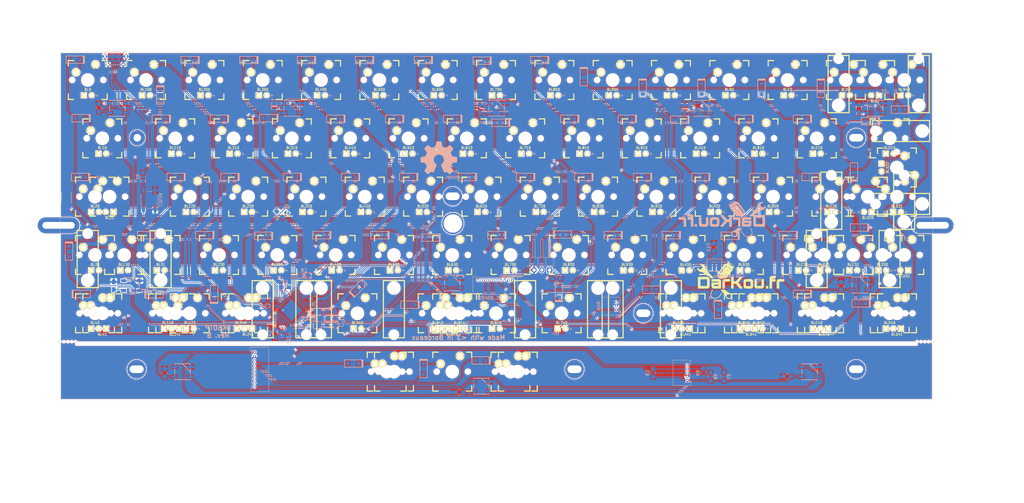
<source format=kicad_pcb>
(kicad_pcb (version 4) (host pcbnew 4.0.7+dfsg1-1)
  (title_block (title DK60TP) (date 2017-10-07) (rev B) (company DarKou))
  (layers (0 F.Cu signal) (31 B.Cu signal) (34 B.Paste user) (35 F.Paste user) (36 B.SilkS user) (37 F.SilkS user hide) (38 B.Mask user) (39 F.Mask user) (44 Edge.Cuts user))
  (net 0 "")
  (net 1 LED_CATH)
  (net 2 LED_AN)
  (net 3 XTAL1)
  (net 4 GND)
  (net 5 XTAL2)
  (net 6 VCC)
  (net 7 "Net-(C8-Pad1)")
  (net 8 "Net-(C9-Pad1)")
  (net 9 Col0)
  (net 10 "Net-(DK0-Pad1)")
  (net 11 "Net-(DK1-Pad1)")
  (net 12 "Net-(DK2-Pad1)")
  (net 13 "Net-(DK3-Pad1)")
  (net 14 "Net-(DK4-Pad1)")
  (net 15 Col6)
  (net 16 "Net-(DK6-Pad1)")
  (net 17 Col1)
  (net 18 "Net-(DK10-Pad1)")
  (net 19 "Net-(DK11-Pad1)")
  (net 20 "Net-(DK12-Pad1)")
  (net 21 "Net-(DK13-Pad1)")
  (net 22 "Net-(DK14-Pad1)")
  (net 23 Col2)
  (net 24 "Net-(DK20-Pad1)")
  (net 25 "Net-(DK21-Pad1)")
  (net 26 "Net-(DK22-Pad1)")
  (net 27 "Net-(DK23-Pad1)")
  (net 28 "Net-(DK24-Pad1)")
  (net 29 Col3)
  (net 30 "Net-(DK30-Pad1)")
  (net 31 "Net-(DK31-Pad1)")
  (net 32 "Net-(DK32-Pad1)")
  (net 33 "Net-(DK33-Pad1)")
  (net 34 /TRACKPOINT/Col3)
  (net 35 "Net-(DK34-Pad1)")
  (net 36 Col4)
  (net 37 "Net-(DK40-Pad1)")
  (net 38 "Net-(DK41-Pad1)")
  (net 39 "Net-(DK42-Pad1)")
  (net 40 "Net-(DK43-Pad1)")
  (net 41 /TRACKPOINT/Col4)
  (net 42 "Net-(DK44-Pad1)")
  (net 43 Col5)
  (net 44 "Net-(DK50-Pad1)")
  (net 45 "Net-(DK51-Pad1)")
  (net 46 "Net-(DK52-Pad1)")
  (net 47 "Net-(DK53-Pad1)")
  (net 48 "Net-(DK54-Pad1)")
  (net 49 "Net-(DK61-Pad1)")
  (net 50 "Net-(DK62-Pad1)")
  (net 51 "Net-(DK63-Pad1)")
  (net 52 "Net-(DK64-Pad1)")
  (net 53 Col7)
  (net 54 "Net-(DK70-Pad1)")
  (net 55 "Net-(DK71-Pad1)")
  (net 56 "Net-(DK72-Pad1)")
  (net 57 "Net-(DK73-Pad1)")
  (net 58 Col8)
  (net 59 "Net-(DK80-Pad1)")
  (net 60 "Net-(DK81-Pad1)")
  (net 61 "Net-(DK82-Pad1)")
  (net 62 "Net-(DK83-Pad1)")
  (net 63 Col9)
  (net 64 "Net-(DK90-Pad1)")
  (net 65 "Net-(DK91-Pad1)")
  (net 66 "Net-(DK92-Pad1)")
  (net 67 "Net-(DK93-Pad1)")
  (net 68 "Net-(DK94-Pad1)")
  (net 69 ColA)
  (net 70 "Net-(DKA0-Pad1)")
  (net 71 "Net-(DKA1-Pad1)")
  (net 72 "Net-(DKA2-Pad1)")
  (net 73 "Net-(DKA3-Pad1)")
  (net 74 "Net-(DKA4-Pad1)")
  (net 75 ColB)
  (net 76 "Net-(DKB0-Pad1)")
  (net 77 "Net-(DKB1-Pad1)")
  (net 78 "Net-(DKB2-Pad1)")
  (net 79 "Net-(DKB3-Pad1)")
  (net 80 "Net-(DKB4-Pad1)")
  (net 81 ColC)
  (net 82 "Net-(DKC1-Pad1)")
  (net 83 "Net-(DKC2-Pad1)")
  (net 84 "Net-(DKC3-Pad1)")
  (net 85 "Net-(DKC4-Pad1)")
  (net 86 ColD)
  (net 87 "Net-(DKD0-Pad1)")
  (net 88 "Net-(DKD1-Pad1)")
  (net 89 "Net-(DKD2-Pad1)")
  (net 90 "Net-(DKD3-Pad1)")
  (net 91 "Net-(DKD4-Pad1)")
  (net 92 "Net-(J1-Pad2)")
  (net 93 "Net-(J1-Pad3)")
  (net 94 DOUT)
  (net 95 Row0)
  (net 96 Row4)
  (net 97 Row1)
  (net 98 Row2)
  (net 99 Row3)
  (net 100 /TRACKPOINT/Row4)
  (net 101 "Net-(KC0-Pad1)")
  (net 102 "Net-(L1-Pad1)")
  (net 103 "Net-(J3-Pad2)")
  (net 104 D5)
  (net 105 D2)
  (net 106 /TRACKPOINT/D5)
  (net 107 /TRACKPOINT/D2)
  (net 108 /TRACKPOINT/RGB)
  (net 109 RESET)
  (net 110 "Net-(R2-Pad2)")
  (net 111 "Net-(R3-Pad1)")
  (net 112 CAPS_LED)
  (net 113 "Net-(J3-Pad1)")
  (net 114 RGB)
  (net 115 "Net-(RGB0-Pad2)")
  (net 116 "Net-(RGB1-Pad2)")
  (net 117 "Net-(RGB2-Pad2)")
  (net 118 "Net-(RGB3-Pad2)")
  (net 119 "Net-(RGB4-Pad2)")
  (net 120 "Net-(RGB5-Pad2)")
  (net 121 "Net-(RGB6-Pad2)")
  (net 122 "Net-(RGB8-Pad2)")
  (net 123 "Net-(RGB10-Pad4)")
  (net 124 BACKLIT)
  (net 125 "Net-(R4-Pad1)")
  (net 126 "Net-(DK74-Pad1)")
  (net 127 /TRACKPOINT/Col8)
  (net 128 "Net-(DK84-Pad1)")
  (module Footprint:Mx_100 (layer F.Cu) (at 192.00125 125.18125)
    (fp_text reference K643 hide)
    (fp_text value K46 hide)
    (pad HOLE np_thru_hole circle (at 0 0) (size 3.9878 3.9878) (drill 3.9878) (layers *.Cu))
    (pad HOLE np_thru_hole circle (at -5.08 0) (size 1.7018 1.7018) (drill 1.7018) (layers *.Cu))
    (pad HOLE np_thru_hole circle (at 5.08 0) (size 1.7018 1.7018) (drill 1.7018) (layers *.Cu))
    (pad 1 thru_hole circle (at -3.81 -2.54 330.95) (size 2.5 2.5) (drill 1.5) (layers *.Cu *.Mask F.SilkS) (net 96 Row4))
    (pad 2 thru_hole circle (at 2.54 -5.08 356.1) (size 2.5 2.5) (drill 1.5) (layers *.Cu *.Mask F.SilkS) (net 52 "Net-(DK64-Pad1)"))
  )
  (module Footprint:Mx_100 (layer F.Cu) (at 211.0425 144.23125)
    (fp_text reference K840 hide)
    (fp_text value RMB hide)
    (pad HOLE np_thru_hole circle (at 0 0) (size 3.9878 3.9878) (drill 3.9878) (layers *.Cu))
    (pad HOLE np_thru_hole circle (at -5.08 0) (size 1.7018 1.7018) (drill 1.7018) (layers *.Cu))
    (pad HOLE np_thru_hole circle (at 5.08 0) (size 1.7018 1.7018) (drill 1.7018) (layers *.Cu))
    (pad 1 thru_hole circle (at -3.81 -2.54 330.95) (size 2.5 2.5) (drill 1.5) (layers *.Cu *.Mask F.SilkS) (net 128 "Net-(DK84-Pad1)"))
    (pad 2 thru_hole circle (at 2.54 -5.08 356.1) (size 2.5 2.5) (drill 1.5) (layers *.Cu *.Mask F.SilkS) (net 100 /TRACKPOINT/Row4))
  )
  (module Footprint:Mx_100 (layer F.Cu) (at 339.65625 106.13125)
    (fp_text reference KD30 hide)
    (fp_text value K3D hide)
    (pad HOLE np_thru_hole circle (at 0 0) (size 3.9878 3.9878) (drill 3.9878) (layers *.Cu))
    (pad HOLE np_thru_hole circle (at -5.08 0) (size 1.7018 1.7018) (drill 1.7018) (layers *.Cu))
    (pad HOLE np_thru_hole circle (at 5.08 0) (size 1.7018 1.7018) (drill 1.7018) (layers *.Cu))
    (pad 1 thru_hole circle (at -3.81 -2.54 330.95) (size 2.5 2.5) (drill 1.5) (layers *.Cu *.Mask F.SilkS) (net 99 Row3))
    (pad 2 thru_hole circle (at 2.54 -5.08 356.1) (size 2.5 2.5) (drill 1.5) (layers *.Cu *.Mask F.SilkS) (net 90 "Net-(DKD3-Pad1)"))
  )
  (module Footprint:Mx_100 (layer F.Cu) (at 320.58 48.98125)
    (fp_text reference KD0 hide)
    (fp_text value K0D hide)
    (pad HOLE np_thru_hole circle (at 0 0) (size 3.9878 3.9878) (drill 3.9878) (layers *.Cu))
    (pad HOLE np_thru_hole circle (at -5.08 0) (size 1.7018 1.7018) (drill 1.7018) (layers *.Cu))
    (pad HOLE np_thru_hole circle (at 5.08 0) (size 1.7018 1.7018) (drill 1.7018) (layers *.Cu))
    (pad 1 thru_hole circle (at -3.81 -2.54 330.95) (size 2.5 2.5) (drill 1.5) (layers *.Cu *.Mask F.SilkS) (net 87 "Net-(DKD0-Pad1)"))
    (pad 2 thru_hole circle (at 2.54 -5.08 356.1) (size 2.5 2.5) (drill 1.5) (layers *.Cu *.Mask F.SilkS) (net 95 Row0))
  )
  (module Footprint:Mx_100 (layer F.Cu) (at 311.08125 125.18125)
    (fp_text reference KC40 hide)
    (fp_text value K4C hide)
    (pad HOLE np_thru_hole circle (at 0 0) (size 3.9878 3.9878) (drill 3.9878) (layers *.Cu))
    (pad HOLE np_thru_hole circle (at -5.08 0) (size 1.7018 1.7018) (drill 1.7018) (layers *.Cu))
    (pad HOLE np_thru_hole circle (at 5.08 0) (size 1.7018 1.7018) (drill 1.7018) (layers *.Cu))
    (pad 1 thru_hole circle (at -3.81 -2.54 330.95) (size 2.5 2.5) (drill 1.5) (layers *.Cu *.Mask F.SilkS) (net 85 "Net-(DKC4-Pad1)"))
    (pad 2 thru_hole circle (at 2.54 -5.08 356.1) (size 2.5 2.5) (drill 1.5) (layers *.Cu *.Mask F.SilkS) (net 96 Row4))
  )
  (module Footprint:Mx_100 (layer F.Cu) (at 306.31875 106.13125)
    (fp_text reference KC31 hide)
    (fp_text value K3C hide)
    (pad HOLE np_thru_hole circle (at 0 0) (size 3.9878 3.9878) (drill 3.9878) (layers *.Cu))
    (pad HOLE np_thru_hole circle (at -5.08 0) (size 1.7018 1.7018) (drill 1.7018) (layers *.Cu))
    (pad HOLE np_thru_hole circle (at 5.08 0) (size 1.7018 1.7018) (drill 1.7018) (layers *.Cu))
    (pad 1 thru_hole circle (at -3.81 -2.54 330.95) (size 2.5 2.5) (drill 1.5) (layers *.Cu *.Mask F.SilkS) (net 84 "Net-(DKC3-Pad1)"))
    (pad 2 thru_hole circle (at 2.54 -5.08 356.1) (size 2.5 2.5) (drill 1.5) (layers *.Cu *.Mask F.SilkS) (net 99 Row3))
  )
  (module Footprint:Mx_100 (layer F.Cu) (at 315.84375 87.08125)
    (fp_text reference KC20 hide)
    (fp_text value K2C hide)
    (pad HOLE np_thru_hole circle (at 0 0) (size 3.9878 3.9878) (drill 3.9878) (layers *.Cu))
    (pad HOLE np_thru_hole circle (at -5.08 0) (size 1.7018 1.7018) (drill 1.7018) (layers *.Cu))
    (pad HOLE np_thru_hole circle (at 5.08 0) (size 1.7018 1.7018) (drill 1.7018) (layers *.Cu))
    (pad 1 thru_hole circle (at -3.81 -2.54 330.95) (size 2.5 2.5) (drill 1.5) (layers *.Cu *.Mask F.SilkS) (net 83 "Net-(DKC2-Pad1)"))
    (pad 2 thru_hole circle (at 2.54 -5.08 356.1) (size 2.5 2.5) (drill 1.5) (layers *.Cu *.Mask F.SilkS) (net 98 Row2))
  )
  (module Footprint:Mx_100 (layer F.Cu) (at 311.08125 68.03125)
    (fp_text reference KC10 hide)
    (fp_text value K1C hide)
    (pad HOLE np_thru_hole circle (at 0 0) (size 3.9878 3.9878) (drill 3.9878) (layers *.Cu))
    (pad HOLE np_thru_hole circle (at -5.08 0) (size 1.7018 1.7018) (drill 1.7018) (layers *.Cu))
    (pad HOLE np_thru_hole circle (at 5.08 0) (size 1.7018 1.7018) (drill 1.7018) (layers *.Cu))
    (pad 1 thru_hole circle (at -3.81 -2.54 330.95) (size 2.5 2.5) (drill 1.5) (layers *.Cu *.Mask F.SilkS) (net 82 "Net-(DKC1-Pad1)"))
    (pad 2 thru_hole circle (at 2.54 -5.08 356.1) (size 2.5 2.5) (drill 1.5) (layers *.Cu *.Mask F.SilkS) (net 97 Row1))
  )
  (module Footprint:Mx_100 (layer F.Cu) (at 301.55625 48.98125)
    (fp_text reference KC0 hide)
    (fp_text value K0C hide)
    (pad HOLE np_thru_hole circle (at 0 0) (size 3.9878 3.9878) (drill 3.9878) (layers *.Cu))
    (pad HOLE np_thru_hole circle (at -5.08 0) (size 1.7018 1.7018) (drill 1.7018) (layers *.Cu))
    (pad HOLE np_thru_hole circle (at 5.08 0) (size 1.7018 1.7018) (drill 1.7018) (layers *.Cu))
    (pad 1 thru_hole circle (at -3.81 -2.54 330.95) (size 2.5 2.5) (drill 1.5) (layers *.Cu *.Mask F.SilkS) (net 101 "Net-(KC0-Pad1)"))
    (pad 2 thru_hole circle (at 2.54 -5.08 356.1) (size 2.5 2.5) (drill 1.5) (layers *.Cu *.Mask F.SilkS) (net 95 Row0))
  )
  (module Footprint:Mx_100 (layer F.Cu) (at 292.03125 125.18125)
    (fp_text reference KB40 hide)
    (fp_text value K4B hide)
    (pad HOLE np_thru_hole circle (at 0 0) (size 3.9878 3.9878) (drill 3.9878) (layers *.Cu))
    (pad HOLE np_thru_hole circle (at -5.08 0) (size 1.7018 1.7018) (drill 1.7018) (layers *.Cu))
    (pad HOLE np_thru_hole circle (at 5.08 0) (size 1.7018 1.7018) (drill 1.7018) (layers *.Cu))
    (pad 1 thru_hole circle (at -3.81 -2.54 330.95) (size 2.5 2.5) (drill 1.5) (layers *.Cu *.Mask F.SilkS) (net 80 "Net-(DKB4-Pad1)"))
    (pad 2 thru_hole circle (at 2.54 -5.08 356.1) (size 2.5 2.5) (drill 1.5) (layers *.Cu *.Mask F.SilkS) (net 96 Row4))
  )
  (module Footprint:Mx_100 (layer F.Cu) (at 287.26875 106.13125)
    (fp_text reference KB30 hide)
    (fp_text value K3B hide)
    (pad HOLE np_thru_hole circle (at 0 0) (size 3.9878 3.9878) (drill 3.9878) (layers *.Cu))
    (pad HOLE np_thru_hole circle (at -5.08 0) (size 1.7018 1.7018) (drill 1.7018) (layers *.Cu))
    (pad HOLE np_thru_hole circle (at 5.08 0) (size 1.7018 1.7018) (drill 1.7018) (layers *.Cu))
    (pad 1 thru_hole circle (at -3.81 -2.54 330.95) (size 2.5 2.5) (drill 1.5) (layers *.Cu *.Mask F.SilkS) (net 79 "Net-(DKB3-Pad1)"))
    (pad 2 thru_hole circle (at 2.54 -5.08 356.1) (size 2.5 2.5) (drill 1.5) (layers *.Cu *.Mask F.SilkS) (net 99 Row3))
  )
  (module Footprint:Mx_100 (layer F.Cu) (at 296.79375 87.08125)
    (fp_text reference KB20 hide)
    (fp_text value K2B hide)
    (pad HOLE np_thru_hole circle (at 0 0) (size 3.9878 3.9878) (drill 3.9878) (layers *.Cu))
    (pad HOLE np_thru_hole circle (at -5.08 0) (size 1.7018 1.7018) (drill 1.7018) (layers *.Cu))
    (pad HOLE np_thru_hole circle (at 5.08 0) (size 1.7018 1.7018) (drill 1.7018) (layers *.Cu))
    (pad 1 thru_hole circle (at -3.81 -2.54 330.95) (size 2.5 2.5) (drill 1.5) (layers *.Cu *.Mask F.SilkS) (net 78 "Net-(DKB2-Pad1)"))
    (pad 2 thru_hole circle (at 2.54 -5.08 356.1) (size 2.5 2.5) (drill 1.5) (layers *.Cu *.Mask F.SilkS) (net 98 Row2))
  )
  (module Footprint:Mx_100 (layer F.Cu) (at 292.03125 68.03125)
    (fp_text reference KB10 hide)
    (fp_text value K1B hide)
    (pad HOLE np_thru_hole circle (at 0 0) (size 3.9878 3.9878) (drill 3.9878) (layers *.Cu))
    (pad HOLE np_thru_hole circle (at -5.08 0) (size 1.7018 1.7018) (drill 1.7018) (layers *.Cu))
    (pad HOLE np_thru_hole circle (at 5.08 0) (size 1.7018 1.7018) (drill 1.7018) (layers *.Cu))
    (pad 1 thru_hole circle (at -3.81 -2.54 330.95) (size 2.5 2.5) (drill 1.5) (layers *.Cu *.Mask F.SilkS) (net 77 "Net-(DKB1-Pad1)"))
    (pad 2 thru_hole circle (at 2.54 -5.08 356.1) (size 2.5 2.5) (drill 1.5) (layers *.Cu *.Mask F.SilkS) (net 97 Row1))
  )
  (module Footprint:Mx_100 (layer F.Cu) (at 282.50625 48.98125)
    (fp_text reference KB0 hide)
    (fp_text value K0B hide)
    (pad HOLE np_thru_hole circle (at 0 0) (size 3.9878 3.9878) (drill 3.9878) (layers *.Cu))
    (pad HOLE np_thru_hole circle (at -5.08 0) (size 1.7018 1.7018) (drill 1.7018) (layers *.Cu))
    (pad HOLE np_thru_hole circle (at 5.08 0) (size 1.7018 1.7018) (drill 1.7018) (layers *.Cu))
    (pad 1 thru_hole circle (at -3.81 -2.54 330.95) (size 2.5 2.5) (drill 1.5) (layers *.Cu *.Mask F.SilkS) (net 76 "Net-(DKB0-Pad1)"))
    (pad 2 thru_hole circle (at 2.54 -5.08 356.1) (size 2.5 2.5) (drill 1.5) (layers *.Cu *.Mask F.SilkS) (net 95 Row0))
  )
  (module Footprint:Mx_100 (layer F.Cu) (at 268.21875 106.13125)
    (fp_text reference KA30 hide)
    (fp_text value K3A hide)
    (pad HOLE np_thru_hole circle (at 0 0) (size 3.9878 3.9878) (drill 3.9878) (layers *.Cu))
    (pad HOLE np_thru_hole circle (at -5.08 0) (size 1.7018 1.7018) (drill 1.7018) (layers *.Cu))
    (pad HOLE np_thru_hole circle (at 5.08 0) (size 1.7018 1.7018) (drill 1.7018) (layers *.Cu))
    (pad 1 thru_hole circle (at -3.81 -2.54 330.95) (size 2.5 2.5) (drill 1.5) (layers *.Cu *.Mask F.SilkS) (net 73 "Net-(DKA3-Pad1)"))
    (pad 2 thru_hole circle (at 2.54 -5.08 356.1) (size 2.5 2.5) (drill 1.5) (layers *.Cu *.Mask F.SilkS) (net 99 Row3))
  )
  (module Footprint:Mx_100 (layer F.Cu) (at 277.74375 87.08125)
    (fp_text reference KA20 hide)
    (fp_text value K2A hide)
    (pad HOLE np_thru_hole circle (at 0 0) (size 3.9878 3.9878) (drill 3.9878) (layers *.Cu))
    (pad HOLE np_thru_hole circle (at -5.08 0) (size 1.7018 1.7018) (drill 1.7018) (layers *.Cu))
    (pad HOLE np_thru_hole circle (at 5.08 0) (size 1.7018 1.7018) (drill 1.7018) (layers *.Cu))
    (pad 1 thru_hole circle (at -3.81 -2.54 330.95) (size 2.5 2.5) (drill 1.5) (layers *.Cu *.Mask F.SilkS) (net 72 "Net-(DKA2-Pad1)"))
    (pad 2 thru_hole circle (at 2.54 -5.08 356.1) (size 2.5 2.5) (drill 1.5) (layers *.Cu *.Mask F.SilkS) (net 98 Row2))
  )
  (module Footprint:Mx_100 (layer F.Cu) (at 272.98125 68.03125)
    (fp_text reference KA10 hide)
    (fp_text value K1A hide)
    (pad HOLE np_thru_hole circle (at 0 0) (size 3.9878 3.9878) (drill 3.9878) (layers *.Cu))
    (pad HOLE np_thru_hole circle (at -5.08 0) (size 1.7018 1.7018) (drill 1.7018) (layers *.Cu))
    (pad HOLE np_thru_hole circle (at 5.08 0) (size 1.7018 1.7018) (drill 1.7018) (layers *.Cu))
    (pad 1 thru_hole circle (at -3.81 -2.54 330.95) (size 2.5 2.5) (drill 1.5) (layers *.Cu *.Mask F.SilkS) (net 71 "Net-(DKA1-Pad1)"))
    (pad 2 thru_hole circle (at 2.54 -5.08 356.1) (size 2.5 2.5) (drill 1.5) (layers *.Cu *.Mask F.SilkS) (net 97 Row1))
  )
  (module Footprint:Mx_100 (layer F.Cu) (at 263.45625 48.98125)
    (fp_text reference KA0 hide)
    (fp_text value K0A hide)
    (pad HOLE np_thru_hole circle (at 0 0) (size 3.9878 3.9878) (drill 3.9878) (layers *.Cu))
    (pad HOLE np_thru_hole circle (at -5.08 0) (size 1.7018 1.7018) (drill 1.7018) (layers *.Cu))
    (pad HOLE np_thru_hole circle (at 5.08 0) (size 1.7018 1.7018) (drill 1.7018) (layers *.Cu))
    (pad 1 thru_hole circle (at -3.81 -2.54 330.95) (size 2.5 2.5) (drill 1.5) (layers *.Cu *.Mask F.SilkS) (net 70 "Net-(DKA0-Pad1)"))
    (pad 2 thru_hole circle (at 2.54 -5.08 356.1) (size 2.5 2.5) (drill 1.5) (layers *.Cu *.Mask F.SilkS) (net 95 Row0))
  )
  (module Footprint:Mx_100 (layer F.Cu) (at 339.65625 48.98125)
    (fp_text reference K940 hide)
    (fp_text value K49 hide)
    (pad HOLE np_thru_hole circle (at 0 0) (size 3.9878 3.9878) (drill 3.9878) (layers *.Cu))
    (pad HOLE np_thru_hole circle (at -5.08 0) (size 1.7018 1.7018) (drill 1.7018) (layers *.Cu))
    (pad HOLE np_thru_hole circle (at 5.08 0) (size 1.7018 1.7018) (drill 1.7018) (layers *.Cu))
    (pad 1 thru_hole circle (at -3.81 -2.54 330.95) (size 2.5 2.5) (drill 1.5) (layers *.Cu *.Mask F.SilkS) (net 68 "Net-(DK94-Pad1)"))
    (pad 2 thru_hole circle (at 2.54 -5.08 356.1) (size 2.5 2.5) (drill 1.5) (layers *.Cu *.Mask F.SilkS) (net 96 Row4))
  )
  (module Footprint:Mx_100 (layer F.Cu) (at 249.16875 106.13125)
    (fp_text reference K930 hide)
    (fp_text value K39 hide)
    (pad HOLE np_thru_hole circle (at 0 0) (size 3.9878 3.9878) (drill 3.9878) (layers *.Cu))
    (pad HOLE np_thru_hole circle (at -5.08 0) (size 1.7018 1.7018) (drill 1.7018) (layers *.Cu))
    (pad HOLE np_thru_hole circle (at 5.08 0) (size 1.7018 1.7018) (drill 1.7018) (layers *.Cu))
    (pad 1 thru_hole circle (at -3.81 -2.54 330.95) (size 2.5 2.5) (drill 1.5) (layers *.Cu *.Mask F.SilkS) (net 67 "Net-(DK93-Pad1)"))
    (pad 2 thru_hole circle (at 2.54 -5.08 356.1) (size 2.5 2.5) (drill 1.5) (layers *.Cu *.Mask F.SilkS) (net 99 Row3))
  )
  (module Footprint:Mx_100 (layer F.Cu) (at 258.69375 87.08125)
    (fp_text reference K920 hide)
    (fp_text value K29 hide)
    (pad HOLE np_thru_hole circle (at 0 0) (size 3.9878 3.9878) (drill 3.9878) (layers *.Cu))
    (pad HOLE np_thru_hole circle (at -5.08 0) (size 1.7018 1.7018) (drill 1.7018) (layers *.Cu))
    (pad HOLE np_thru_hole circle (at 5.08 0) (size 1.7018 1.7018) (drill 1.7018) (layers *.Cu))
    (pad 1 thru_hole circle (at -3.81 -2.54 330.95) (size 2.5 2.5) (drill 1.5) (layers *.Cu *.Mask F.SilkS) (net 66 "Net-(DK92-Pad1)"))
    (pad 2 thru_hole circle (at 2.54 -5.08 356.1) (size 2.5 2.5) (drill 1.5) (layers *.Cu *.Mask F.SilkS) (net 98 Row2))
  )
  (module Footprint:Mx_100 (layer F.Cu) (at 253.93125 68.03125)
    (fp_text reference K910 hide)
    (fp_text value K19 hide)
    (pad HOLE np_thru_hole circle (at 0 0) (size 3.9878 3.9878) (drill 3.9878) (layers *.Cu))
    (pad HOLE np_thru_hole circle (at -5.08 0) (size 1.7018 1.7018) (drill 1.7018) (layers *.Cu))
    (pad HOLE np_thru_hole circle (at 5.08 0) (size 1.7018 1.7018) (drill 1.7018) (layers *.Cu))
    (pad 1 thru_hole circle (at -3.81 -2.54 330.95) (size 2.5 2.5) (drill 1.5) (layers *.Cu *.Mask F.SilkS) (net 65 "Net-(DK91-Pad1)"))
    (pad 2 thru_hole circle (at 2.54 -5.08 356.1) (size 2.5 2.5) (drill 1.5) (layers *.Cu *.Mask F.SilkS) (net 97 Row1))
  )
  (module Footprint:Mx_100 (layer F.Cu) (at 244.40625 48.98125)
    (fp_text reference K900 hide)
    (fp_text value K09 hide)
    (pad HOLE np_thru_hole circle (at 0 0) (size 3.9878 3.9878) (drill 3.9878) (layers *.Cu))
    (pad HOLE np_thru_hole circle (at -5.08 0) (size 1.7018 1.7018) (drill 1.7018) (layers *.Cu))
    (pad HOLE np_thru_hole circle (at 5.08 0) (size 1.7018 1.7018) (drill 1.7018) (layers *.Cu))
    (pad 1 thru_hole circle (at -3.81 -2.54 330.95) (size 2.5 2.5) (drill 1.5) (layers *.Cu *.Mask F.SilkS) (net 64 "Net-(DK90-Pad1)"))
    (pad 2 thru_hole circle (at 2.54 -5.08 356.1) (size 2.5 2.5) (drill 1.5) (layers *.Cu *.Mask F.SilkS) (net 95 Row0))
  )
  (module Footprint:Mx_100 (layer F.Cu) (at 230.11875 106.13125)
    (fp_text reference K830 hide)
    (fp_text value K38 hide)
    (pad HOLE np_thru_hole circle (at 0 0) (size 3.9878 3.9878) (drill 3.9878) (layers *.Cu))
    (pad HOLE np_thru_hole circle (at -5.08 0) (size 1.7018 1.7018) (drill 1.7018) (layers *.Cu))
    (pad HOLE np_thru_hole circle (at 5.08 0) (size 1.7018 1.7018) (drill 1.7018) (layers *.Cu))
    (pad 1 thru_hole circle (at -3.81 -2.54 330.95) (size 2.5 2.5) (drill 1.5) (layers *.Cu *.Mask F.SilkS) (net 62 "Net-(DK83-Pad1)"))
    (pad 2 thru_hole circle (at 2.54 -5.08 356.1) (size 2.5 2.5) (drill 1.5) (layers *.Cu *.Mask F.SilkS) (net 99 Row3))
  )
  (module Footprint:Mx_100 (layer F.Cu) (at 239.64375 87.08125)
    (fp_text reference K820 hide)
    (fp_text value K28 hide)
    (pad HOLE np_thru_hole circle (at 0 0) (size 3.9878 3.9878) (drill 3.9878) (layers *.Cu))
    (pad HOLE np_thru_hole circle (at -5.08 0) (size 1.7018 1.7018) (drill 1.7018) (layers *.Cu))
    (pad HOLE np_thru_hole circle (at 5.08 0) (size 1.7018 1.7018) (drill 1.7018) (layers *.Cu))
    (pad 1 thru_hole circle (at -3.81 -2.54 330.95) (size 2.5 2.5) (drill 1.5) (layers *.Cu *.Mask F.SilkS) (net 61 "Net-(DK82-Pad1)"))
    (pad 2 thru_hole circle (at 2.54 -5.08 356.1) (size 2.5 2.5) (drill 1.5) (layers *.Cu *.Mask F.SilkS) (net 98 Row2))
  )
  (module Footprint:Mx_100 (layer F.Cu) (at 234.88125 68.03125)
    (fp_text reference K810 hide)
    (fp_text value K18 hide)
    (pad HOLE np_thru_hole circle (at 0 0) (size 3.9878 3.9878) (drill 3.9878) (layers *.Cu))
    (pad HOLE np_thru_hole circle (at -5.08 0) (size 1.7018 1.7018) (drill 1.7018) (layers *.Cu))
    (pad HOLE np_thru_hole circle (at 5.08 0) (size 1.7018 1.7018) (drill 1.7018) (layers *.Cu))
    (pad 1 thru_hole circle (at -3.81 -2.54 330.95) (size 2.5 2.5) (drill 1.5) (layers *.Cu *.Mask F.SilkS) (net 60 "Net-(DK81-Pad1)"))
    (pad 2 thru_hole circle (at 2.54 -5.08 356.1) (size 2.5 2.5) (drill 1.5) (layers *.Cu *.Mask F.SilkS) (net 97 Row1))
  )
  (module Footprint:Mx_100 (layer F.Cu) (at 225.35625 48.98125)
    (fp_text reference K800 hide)
    (fp_text value K08 hide)
    (pad HOLE np_thru_hole circle (at 0 0) (size 3.9878 3.9878) (drill 3.9878) (layers *.Cu))
    (pad HOLE np_thru_hole circle (at -5.08 0) (size 1.7018 1.7018) (drill 1.7018) (layers *.Cu))
    (pad HOLE np_thru_hole circle (at 5.08 0) (size 1.7018 1.7018) (drill 1.7018) (layers *.Cu))
    (pad 1 thru_hole circle (at -3.81 -2.54 330.95) (size 2.5 2.5) (drill 1.5) (layers *.Cu *.Mask F.SilkS) (net 59 "Net-(DK80-Pad1)"))
    (pad 2 thru_hole circle (at 2.54 -5.08 356.1) (size 2.5 2.5) (drill 1.5) (layers *.Cu *.Mask F.SilkS) (net 95 Row0))
  )
  (module Footprint:Mx_100 (layer F.Cu) (at 211.06875 106.13125)
    (fp_text reference K730 hide)
    (fp_text value K37 hide)
    (pad HOLE np_thru_hole circle (at 0 0) (size 3.9878 3.9878) (drill 3.9878) (layers *.Cu))
    (pad HOLE np_thru_hole circle (at -5.08 0) (size 1.7018 1.7018) (drill 1.7018) (layers *.Cu))
    (pad HOLE np_thru_hole circle (at 5.08 0) (size 1.7018 1.7018) (drill 1.7018) (layers *.Cu))
    (pad 1 thru_hole circle (at -3.81 -2.54 330.95) (size 2.5 2.5) (drill 1.5) (layers *.Cu *.Mask F.SilkS) (net 57 "Net-(DK73-Pad1)"))
    (pad 2 thru_hole circle (at 2.54 -5.08 356.1) (size 2.5 2.5) (drill 1.5) (layers *.Cu *.Mask F.SilkS) (net 99 Row3))
  )
  (module Footprint:Mx_100 (layer F.Cu) (at 220.59375 87.08125)
    (fp_text reference K720 hide)
    (fp_text value K27 hide)
    (pad HOLE np_thru_hole circle (at 0 0) (size 3.9878 3.9878) (drill 3.9878) (layers *.Cu))
    (pad HOLE np_thru_hole circle (at -5.08 0) (size 1.7018 1.7018) (drill 1.7018) (layers *.Cu))
    (pad HOLE np_thru_hole circle (at 5.08 0) (size 1.7018 1.7018) (drill 1.7018) (layers *.Cu))
    (pad 1 thru_hole circle (at -3.81 -2.54 330.95) (size 2.5 2.5) (drill 1.5) (layers *.Cu *.Mask F.SilkS) (net 56 "Net-(DK72-Pad1)"))
    (pad 2 thru_hole circle (at 2.54 -5.08 356.1) (size 2.5 2.5) (drill 1.5) (layers *.Cu *.Mask F.SilkS) (net 98 Row2))
  )
  (module Footprint:Mx_100 (layer F.Cu) (at 215.83125 68.03125)
    (fp_text reference K710 hide)
    (fp_text value K17 hide)
    (pad HOLE np_thru_hole circle (at 0 0) (size 3.9878 3.9878) (drill 3.9878) (layers *.Cu))
    (pad HOLE np_thru_hole circle (at -5.08 0) (size 1.7018 1.7018) (drill 1.7018) (layers *.Cu))
    (pad HOLE np_thru_hole circle (at 5.08 0) (size 1.7018 1.7018) (drill 1.7018) (layers *.Cu))
    (pad 1 thru_hole circle (at -3.81 -2.54 330.95) (size 2.5 2.5) (drill 1.5) (layers *.Cu *.Mask F.SilkS) (net 55 "Net-(DK71-Pad1)"))
    (pad 2 thru_hole circle (at 2.54 -5.08 356.1) (size 2.5 2.5) (drill 1.5) (layers *.Cu *.Mask F.SilkS) (net 97 Row1))
  )
  (module Footprint:Mx_100 (layer F.Cu) (at 206.30625 48.98125)
    (fp_text reference K700 hide)
    (fp_text value K07 hide)
    (pad HOLE np_thru_hole circle (at 0 0) (size 3.9878 3.9878) (drill 3.9878) (layers *.Cu))
    (pad HOLE np_thru_hole circle (at -5.08 0) (size 1.7018 1.7018) (drill 1.7018) (layers *.Cu))
    (pad HOLE np_thru_hole circle (at 5.08 0) (size 1.7018 1.7018) (drill 1.7018) (layers *.Cu))
    (pad 1 thru_hole circle (at -3.81 -2.54 330.95) (size 2.5 2.5) (drill 1.5) (layers *.Cu *.Mask F.SilkS) (net 54 "Net-(DK70-Pad1)"))
    (pad 2 thru_hole circle (at 2.54 -5.08 356.1) (size 2.5 2.5) (drill 1.5) (layers *.Cu *.Mask F.SilkS) (net 95 Row0))
  )
  (module Footprint:Mx_100 (layer F.Cu) (at 192.01875 106.13125)
    (fp_text reference K630 hide)
    (fp_text value K36 hide)
    (pad HOLE np_thru_hole circle (at 0 0) (size 3.9878 3.9878) (drill 3.9878) (layers *.Cu))
    (pad HOLE np_thru_hole circle (at -5.08 0) (size 1.7018 1.7018) (drill 1.7018) (layers *.Cu))
    (pad HOLE np_thru_hole circle (at 5.08 0) (size 1.7018 1.7018) (drill 1.7018) (layers *.Cu))
    (pad 1 thru_hole circle (at -3.81 -2.54 330.95) (size 2.5 2.5) (drill 1.5) (layers *.Cu *.Mask F.SilkS) (net 51 "Net-(DK63-Pad1)"))
    (pad 2 thru_hole circle (at 2.54 -5.08 356.1) (size 2.5 2.5) (drill 1.5) (layers *.Cu *.Mask F.SilkS) (net 99 Row3))
  )
  (module Footprint:Mx_100 (layer F.Cu) (at 201.54375 87.08125)
    (fp_text reference K620 hide)
    (fp_text value K26 hide)
    (pad HOLE np_thru_hole circle (at 0 0) (size 3.9878 3.9878) (drill 3.9878) (layers *.Cu))
    (pad HOLE np_thru_hole circle (at -5.08 0) (size 1.7018 1.7018) (drill 1.7018) (layers *.Cu))
    (pad HOLE np_thru_hole circle (at 5.08 0) (size 1.7018 1.7018) (drill 1.7018) (layers *.Cu))
    (pad 1 thru_hole circle (at -3.81 -2.54 330.95) (size 2.5 2.5) (drill 1.5) (layers *.Cu *.Mask F.SilkS) (net 50 "Net-(DK62-Pad1)"))
    (pad 2 thru_hole circle (at 2.54 -5.08 356.1) (size 2.5 2.5) (drill 1.5) (layers *.Cu *.Mask F.SilkS) (net 98 Row2))
  )
  (module Footprint:Mx_100 (layer F.Cu) (at 196.78125 68.03125)
    (fp_text reference K610 hide)
    (fp_text value K16 hide)
    (pad HOLE np_thru_hole circle (at 0 0) (size 3.9878 3.9878) (drill 3.9878) (layers *.Cu))
    (pad HOLE np_thru_hole circle (at -5.08 0) (size 1.7018 1.7018) (drill 1.7018) (layers *.Cu))
    (pad HOLE np_thru_hole circle (at 5.08 0) (size 1.7018 1.7018) (drill 1.7018) (layers *.Cu))
    (pad 1 thru_hole circle (at -3.81 -2.54 330.95) (size 2.5 2.5) (drill 1.5) (layers *.Cu *.Mask F.SilkS) (net 49 "Net-(DK61-Pad1)"))
    (pad 2 thru_hole circle (at 2.54 -5.08 356.1) (size 2.5 2.5) (drill 1.5) (layers *.Cu *.Mask F.SilkS) (net 97 Row1))
  )
  (module Footprint:Mx_100 (layer F.Cu) (at 187.25625 48.98125)
    (fp_text reference K600 hide)
    (fp_text value K06 hide)
    (pad HOLE np_thru_hole circle (at 0 0) (size 3.9878 3.9878) (drill 3.9878) (layers *.Cu))
    (pad HOLE np_thru_hole circle (at -5.08 0) (size 1.7018 1.7018) (drill 1.7018) (layers *.Cu))
    (pad HOLE np_thru_hole circle (at 5.08 0) (size 1.7018 1.7018) (drill 1.7018) (layers *.Cu))
    (pad 1 thru_hole circle (at -3.81 -2.54 330.95) (size 2.5 2.5) (drill 1.5) (layers *.Cu *.Mask F.SilkS) (net 16 "Net-(DK6-Pad1)"))
    (pad 2 thru_hole circle (at 2.54 -5.08 356.1) (size 2.5 2.5) (drill 1.5) (layers *.Cu *.Mask F.SilkS) (net 95 Row0))
  )
  (module Footprint:Mx_100 (layer F.Cu) (at 172.96875 106.13125)
    (fp_text reference K530 hide)
    (fp_text value K35 hide)
    (pad HOLE np_thru_hole circle (at 0 0) (size 3.9878 3.9878) (drill 3.9878) (layers *.Cu))
    (pad HOLE np_thru_hole circle (at -5.08 0) (size 1.7018 1.7018) (drill 1.7018) (layers *.Cu))
    (pad HOLE np_thru_hole circle (at 5.08 0) (size 1.7018 1.7018) (drill 1.7018) (layers *.Cu))
    (pad 1 thru_hole circle (at -3.81 -2.54 330.95) (size 2.5 2.5) (drill 1.5) (layers *.Cu *.Mask F.SilkS) (net 47 "Net-(DK53-Pad1)"))
    (pad 2 thru_hole circle (at 2.54 -5.08 356.1) (size 2.5 2.5) (drill 1.5) (layers *.Cu *.Mask F.SilkS) (net 99 Row3))
  )
  (module Footprint:Mx_100 (layer F.Cu) (at 182.49375 87.08125)
    (fp_text reference K520 hide)
    (fp_text value K25 hide)
    (pad HOLE np_thru_hole circle (at 0 0) (size 3.9878 3.9878) (drill 3.9878) (layers *.Cu))
    (pad HOLE np_thru_hole circle (at -5.08 0) (size 1.7018 1.7018) (drill 1.7018) (layers *.Cu))
    (pad HOLE np_thru_hole circle (at 5.08 0) (size 1.7018 1.7018) (drill 1.7018) (layers *.Cu))
    (pad 1 thru_hole circle (at -3.81 -2.54 330.95) (size 2.5 2.5) (drill 1.5) (layers *.Cu *.Mask F.SilkS) (net 46 "Net-(DK52-Pad1)"))
    (pad 2 thru_hole circle (at 2.54 -5.08 356.1) (size 2.5 2.5) (drill 1.5) (layers *.Cu *.Mask F.SilkS) (net 98 Row2))
  )
  (module Footprint:Mx_100 (layer F.Cu) (at 177.73125 68.03125)
    (fp_text reference K510 hide)
    (fp_text value K15 hide)
    (pad HOLE np_thru_hole circle (at 0 0) (size 3.9878 3.9878) (drill 3.9878) (layers *.Cu))
    (pad HOLE np_thru_hole circle (at -5.08 0) (size 1.7018 1.7018) (drill 1.7018) (layers *.Cu))
    (pad HOLE np_thru_hole circle (at 5.08 0) (size 1.7018 1.7018) (drill 1.7018) (layers *.Cu))
    (pad 1 thru_hole circle (at -3.81 -2.54 330.95) (size 2.5 2.5) (drill 1.5) (layers *.Cu *.Mask F.SilkS) (net 45 "Net-(DK51-Pad1)"))
    (pad 2 thru_hole circle (at 2.54 -5.08 356.1) (size 2.5 2.5) (drill 1.5) (layers *.Cu *.Mask F.SilkS) (net 97 Row1))
  )
  (module Footprint:Mx_100 (layer F.Cu) (at 168.20625 48.98125)
    (fp_text reference K500 hide)
    (fp_text value K05 hide)
    (pad HOLE np_thru_hole circle (at 0 0) (size 3.9878 3.9878) (drill 3.9878) (layers *.Cu))
    (pad HOLE np_thru_hole circle (at -5.08 0) (size 1.7018 1.7018) (drill 1.7018) (layers *.Cu))
    (pad HOLE np_thru_hole circle (at 5.08 0) (size 1.7018 1.7018) (drill 1.7018) (layers *.Cu))
    (pad 1 thru_hole circle (at -3.81 -2.54 330.95) (size 2.5 2.5) (drill 1.5) (layers *.Cu *.Mask F.SilkS) (net 44 "Net-(DK50-Pad1)"))
    (pad 2 thru_hole circle (at 2.54 -5.08 356.1) (size 2.5 2.5) (drill 1.5) (layers *.Cu *.Mask F.SilkS) (net 95 Row0))
  )
  (module Footprint:Mx_100 (layer F.Cu) (at 192.01875 144.23125)
    (fp_text reference K440 hide)
    (fp_text value MMB hide)
    (pad HOLE np_thru_hole circle (at 0 0) (size 3.9878 3.9878) (drill 3.9878) (layers *.Cu))
    (pad HOLE np_thru_hole circle (at -5.08 0) (size 1.7018 1.7018) (drill 1.7018) (layers *.Cu))
    (pad HOLE np_thru_hole circle (at 5.08 0) (size 1.7018 1.7018) (drill 1.7018) (layers *.Cu))
    (pad 1 thru_hole circle (at -3.81 -2.54 330.95) (size 2.5 2.5) (drill 1.5) (layers *.Cu *.Mask F.SilkS) (net 42 "Net-(DK44-Pad1)"))
    (pad 2 thru_hole circle (at 2.54 -5.08 356.1) (size 2.5 2.5) (drill 1.5) (layers *.Cu *.Mask F.SilkS) (net 100 /TRACKPOINT/Row4))
  )
  (module Footprint:Mx_100 (layer F.Cu) (at 153.91875 106.13125)
    (fp_text reference K430 hide)
    (fp_text value K34 hide)
    (pad HOLE np_thru_hole circle (at 0 0) (size 3.9878 3.9878) (drill 3.9878) (layers *.Cu))
    (pad HOLE np_thru_hole circle (at -5.08 0) (size 1.7018 1.7018) (drill 1.7018) (layers *.Cu))
    (pad HOLE np_thru_hole circle (at 5.08 0) (size 1.7018 1.7018) (drill 1.7018) (layers *.Cu))
    (pad 1 thru_hole circle (at -3.81 -2.54 330.95) (size 2.5 2.5) (drill 1.5) (layers *.Cu *.Mask F.SilkS) (net 40 "Net-(DK43-Pad1)"))
    (pad 2 thru_hole circle (at 2.54 -5.08 356.1) (size 2.5 2.5) (drill 1.5) (layers *.Cu *.Mask F.SilkS) (net 99 Row3))
  )
  (module Footprint:Mx_100 (layer F.Cu) (at 163.44375 87.08125)
    (fp_text reference K420 hide)
    (fp_text value K24 hide)
    (pad HOLE np_thru_hole circle (at 0 0) (size 3.9878 3.9878) (drill 3.9878) (layers *.Cu))
    (pad HOLE np_thru_hole circle (at -5.08 0) (size 1.7018 1.7018) (drill 1.7018) (layers *.Cu))
    (pad HOLE np_thru_hole circle (at 5.08 0) (size 1.7018 1.7018) (drill 1.7018) (layers *.Cu))
    (pad 1 thru_hole circle (at -3.81 -2.54 330.95) (size 2.5 2.5) (drill 1.5) (layers *.Cu *.Mask F.SilkS) (net 39 "Net-(DK42-Pad1)"))
    (pad 2 thru_hole circle (at 2.54 -5.08 356.1) (size 2.5 2.5) (drill 1.5) (layers *.Cu *.Mask F.SilkS) (net 98 Row2))
  )
  (module Footprint:Mx_100 (layer F.Cu) (at 158.68125 68.03125)
    (fp_text reference K410 hide)
    (fp_text value K14 hide)
    (pad HOLE np_thru_hole circle (at 0 0) (size 3.9878 3.9878) (drill 3.9878) (layers *.Cu))
    (pad HOLE np_thru_hole circle (at -5.08 0) (size 1.7018 1.7018) (drill 1.7018) (layers *.Cu))
    (pad HOLE np_thru_hole circle (at 5.08 0) (size 1.7018 1.7018) (drill 1.7018) (layers *.Cu))
    (pad 1 thru_hole circle (at -3.81 -2.54 330.95) (size 2.5 2.5) (drill 1.5) (layers *.Cu *.Mask F.SilkS) (net 38 "Net-(DK41-Pad1)"))
    (pad 2 thru_hole circle (at 2.54 -5.08 356.1) (size 2.5 2.5) (drill 1.5) (layers *.Cu *.Mask F.SilkS) (net 97 Row1))
  )
  (module Footprint:Mx_100 (layer F.Cu) (at 149.15625 48.98125)
    (fp_text reference K400 hide)
    (fp_text value K04 hide)
    (pad HOLE np_thru_hole circle (at 0 0) (size 3.9878 3.9878) (drill 3.9878) (layers *.Cu))
    (pad HOLE np_thru_hole circle (at -5.08 0) (size 1.7018 1.7018) (drill 1.7018) (layers *.Cu))
    (pad HOLE np_thru_hole circle (at 5.08 0) (size 1.7018 1.7018) (drill 1.7018) (layers *.Cu))
    (pad 1 thru_hole circle (at -3.81 -2.54 330.95) (size 2.5 2.5) (drill 1.5) (layers *.Cu *.Mask F.SilkS) (net 37 "Net-(DK40-Pad1)"))
    (pad 2 thru_hole circle (at 2.54 -5.08 356.1) (size 2.5 2.5) (drill 1.5) (layers *.Cu *.Mask F.SilkS) (net 95 Row0))
  )
  (module Footprint:Mx_100 (layer F.Cu) (at 172.96875 144.23125)
    (fp_text reference K340 hide)
    (fp_text value LMB hide)
    (pad HOLE np_thru_hole circle (at 0 0) (size 3.9878 3.9878) (drill 3.9878) (layers *.Cu))
    (pad HOLE np_thru_hole circle (at -5.08 0) (size 1.7018 1.7018) (drill 1.7018) (layers *.Cu))
    (pad HOLE np_thru_hole circle (at 5.08 0) (size 1.7018 1.7018) (drill 1.7018) (layers *.Cu))
    (pad 1 thru_hole circle (at -3.81 -2.54 330.95) (size 2.5 2.5) (drill 1.5) (layers *.Cu *.Mask F.SilkS) (net 35 "Net-(DK34-Pad1)"))
    (pad 2 thru_hole circle (at 2.54 -5.08 356.1) (size 2.5 2.5) (drill 1.5) (layers *.Cu *.Mask F.SilkS) (net 100 /TRACKPOINT/Row4))
  )
  (module Footprint:Mx_100 (layer F.Cu) (at 134.86875 106.13125)
    (fp_text reference K330 hide)
    (fp_text value K33 hide)
    (pad HOLE np_thru_hole circle (at 0 0) (size 3.9878 3.9878) (drill 3.9878) (layers *.Cu))
    (pad HOLE np_thru_hole circle (at -5.08 0) (size 1.7018 1.7018) (drill 1.7018) (layers *.Cu))
    (pad HOLE np_thru_hole circle (at 5.08 0) (size 1.7018 1.7018) (drill 1.7018) (layers *.Cu))
    (pad 1 thru_hole circle (at -3.81 -2.54 330.95) (size 2.5 2.5) (drill 1.5) (layers *.Cu *.Mask F.SilkS) (net 33 "Net-(DK33-Pad1)"))
    (pad 2 thru_hole circle (at 2.54 -5.08 356.1) (size 2.5 2.5) (drill 1.5) (layers *.Cu *.Mask F.SilkS) (net 99 Row3))
  )
  (module Footprint:Mx_100 (layer F.Cu) (at 144.39375 87.08125)
    (fp_text reference K320 hide)
    (fp_text value K23 hide)
    (pad HOLE np_thru_hole circle (at 0 0) (size 3.9878 3.9878) (drill 3.9878) (layers *.Cu))
    (pad HOLE np_thru_hole circle (at -5.08 0) (size 1.7018 1.7018) (drill 1.7018) (layers *.Cu))
    (pad HOLE np_thru_hole circle (at 5.08 0) (size 1.7018 1.7018) (drill 1.7018) (layers *.Cu))
    (pad 1 thru_hole circle (at -3.81 -2.54 330.95) (size 2.5 2.5) (drill 1.5) (layers *.Cu *.Mask F.SilkS) (net 32 "Net-(DK32-Pad1)"))
    (pad 2 thru_hole circle (at 2.54 -5.08 356.1) (size 2.5 2.5) (drill 1.5) (layers *.Cu *.Mask F.SilkS) (net 98 Row2))
  )
  (module Footprint:Mx_100 (layer F.Cu) (at 139.63125 68.03125)
    (fp_text reference K310 hide)
    (fp_text value K13 hide)
    (pad HOLE np_thru_hole circle (at 0 0) (size 3.9878 3.9878) (drill 3.9878) (layers *.Cu))
    (pad HOLE np_thru_hole circle (at -5.08 0) (size 1.7018 1.7018) (drill 1.7018) (layers *.Cu))
    (pad HOLE np_thru_hole circle (at 5.08 0) (size 1.7018 1.7018) (drill 1.7018) (layers *.Cu))
    (pad 1 thru_hole circle (at -3.81 -2.54 330.95) (size 2.5 2.5) (drill 1.5) (layers *.Cu *.Mask F.SilkS) (net 31 "Net-(DK31-Pad1)"))
    (pad 2 thru_hole circle (at 2.54 -5.08 356.1) (size 2.5 2.5) (drill 1.5) (layers *.Cu *.Mask F.SilkS) (net 97 Row1))
  )
  (module Footprint:Mx_100 (layer F.Cu) (at 130.10625 48.98125)
    (fp_text reference K300 hide)
    (fp_text value K03 hide)
    (pad HOLE np_thru_hole circle (at 0 0) (size 3.9878 3.9878) (drill 3.9878) (layers *.Cu))
    (pad HOLE np_thru_hole circle (at -5.08 0) (size 1.7018 1.7018) (drill 1.7018) (layers *.Cu))
    (pad HOLE np_thru_hole circle (at 5.08 0) (size 1.7018 1.7018) (drill 1.7018) (layers *.Cu))
    (pad 1 thru_hole circle (at -3.81 -2.54 330.95) (size 2.5 2.5) (drill 1.5) (layers *.Cu *.Mask F.SilkS) (net 30 "Net-(DK30-Pad1)"))
    (pad 2 thru_hole circle (at 2.54 -5.08 356.1) (size 2.5 2.5) (drill 1.5) (layers *.Cu *.Mask F.SilkS) (net 95 Row0))
  )
  (module Footprint:Mx_100 (layer F.Cu) (at 115.81875 106.13125)
    (fp_text reference K230 hide)
    (fp_text value K32 hide)
    (pad HOLE np_thru_hole circle (at 0 0) (size 3.9878 3.9878) (drill 3.9878) (layers *.Cu))
    (pad HOLE np_thru_hole circle (at -5.08 0) (size 1.7018 1.7018) (drill 1.7018) (layers *.Cu))
    (pad HOLE np_thru_hole circle (at 5.08 0) (size 1.7018 1.7018) (drill 1.7018) (layers *.Cu))
    (pad 1 thru_hole circle (at -3.81 -2.54 330.95) (size 2.5 2.5) (drill 1.5) (layers *.Cu *.Mask F.SilkS) (net 27 "Net-(DK23-Pad1)"))
    (pad 2 thru_hole circle (at 2.54 -5.08 356.1) (size 2.5 2.5) (drill 1.5) (layers *.Cu *.Mask F.SilkS) (net 99 Row3))
  )
  (module Footprint:Mx_100 (layer F.Cu) (at 125.34375 87.08125)
    (fp_text reference K220 hide)
    (fp_text value K22 hide)
    (pad HOLE np_thru_hole circle (at 0 0) (size 3.9878 3.9878) (drill 3.9878) (layers *.Cu))
    (pad HOLE np_thru_hole circle (at -5.08 0) (size 1.7018 1.7018) (drill 1.7018) (layers *.Cu))
    (pad HOLE np_thru_hole circle (at 5.08 0) (size 1.7018 1.7018) (drill 1.7018) (layers *.Cu))
    (pad 1 thru_hole circle (at -3.81 -2.54 330.95) (size 2.5 2.5) (drill 1.5) (layers *.Cu *.Mask F.SilkS) (net 26 "Net-(DK22-Pad1)"))
    (pad 2 thru_hole circle (at 2.54 -5.08 356.1) (size 2.5 2.5) (drill 1.5) (layers *.Cu *.Mask F.SilkS) (net 98 Row2))
  )
  (module Footprint:Mx_100 (layer F.Cu) (at 120.58125 68.03125)
    (fp_text reference K210 hide)
    (fp_text value K12 hide)
    (pad HOLE np_thru_hole circle (at 0 0) (size 3.9878 3.9878) (drill 3.9878) (layers *.Cu))
    (pad HOLE np_thru_hole circle (at -5.08 0) (size 1.7018 1.7018) (drill 1.7018) (layers *.Cu))
    (pad HOLE np_thru_hole circle (at 5.08 0) (size 1.7018 1.7018) (drill 1.7018) (layers *.Cu))
    (pad 1 thru_hole circle (at -3.81 -2.54 330.95) (size 2.5 2.5) (drill 1.5) (layers *.Cu *.Mask F.SilkS) (net 25 "Net-(DK21-Pad1)"))
    (pad 2 thru_hole circle (at 2.54 -5.08 356.1) (size 2.5 2.5) (drill 1.5) (layers *.Cu *.Mask F.SilkS) (net 97 Row1))
  )
  (module Footprint:Mx_100 (layer F.Cu) (at 111.05625 48.98125)
    (fp_text reference K200 hide)
    (fp_text value K02 hide)
    (pad HOLE np_thru_hole circle (at 0 0) (size 3.9878 3.9878) (drill 3.9878) (layers *.Cu))
    (pad HOLE np_thru_hole circle (at -5.08 0) (size 1.7018 1.7018) (drill 1.7018) (layers *.Cu))
    (pad HOLE np_thru_hole circle (at 5.08 0) (size 1.7018 1.7018) (drill 1.7018) (layers *.Cu))
    (pad 1 thru_hole circle (at -3.81 -2.54 330.95) (size 2.5 2.5) (drill 1.5) (layers *.Cu *.Mask F.SilkS) (net 24 "Net-(DK20-Pad1)"))
    (pad 2 thru_hole circle (at 2.54 -5.08 356.1) (size 2.5 2.5) (drill 1.5) (layers *.Cu *.Mask F.SilkS) (net 95 Row0))
  )
  (module Footprint:Mx_100 (layer F.Cu) (at 101.53125 125.18125)
    (fp_text reference K141 hide)
    (fp_text value K41 hide)
    (pad HOLE np_thru_hole circle (at 0 0) (size 3.9878 3.9878) (drill 3.9878) (layers *.Cu))
    (pad HOLE np_thru_hole circle (at -5.08 0) (size 1.7018 1.7018) (drill 1.7018) (layers *.Cu))
    (pad HOLE np_thru_hole circle (at 5.08 0) (size 1.7018 1.7018) (drill 1.7018) (layers *.Cu))
    (pad 1 thru_hole circle (at -3.81 -2.54 330.95) (size 2.5 2.5) (drill 1.5) (layers *.Cu *.Mask F.SilkS) (net 22 "Net-(DK14-Pad1)"))
    (pad 2 thru_hole circle (at 2.54 -5.08 356.1) (size 2.5 2.5) (drill 1.5) (layers *.Cu *.Mask F.SilkS) (net 96 Row4))
  )
  (module Footprint:Mx_100 (layer F.Cu) (at 96.76875 106.13125)
    (fp_text reference K130 hide)
    (fp_text value K31 hide)
    (pad HOLE np_thru_hole circle (at 0 0) (size 3.9878 3.9878) (drill 3.9878) (layers *.Cu))
    (pad HOLE np_thru_hole circle (at -5.08 0) (size 1.7018 1.7018) (drill 1.7018) (layers *.Cu))
    (pad HOLE np_thru_hole circle (at 5.08 0) (size 1.7018 1.7018) (drill 1.7018) (layers *.Cu))
    (pad 1 thru_hole circle (at -3.81 -2.54 330.95) (size 2.5 2.5) (drill 1.5) (layers *.Cu *.Mask F.SilkS) (net 21 "Net-(DK13-Pad1)"))
    (pad 2 thru_hole circle (at 2.54 -5.08 356.1) (size 2.5 2.5) (drill 1.5) (layers *.Cu *.Mask F.SilkS) (net 99 Row3))
  )
  (module Footprint:Mx_100 (layer F.Cu) (at 106.29375 87.08125)
    (fp_text reference K120 hide)
    (fp_text value K21 hide)
    (pad HOLE np_thru_hole circle (at 0 0) (size 3.9878 3.9878) (drill 3.9878) (layers *.Cu))
    (pad HOLE np_thru_hole circle (at -5.08 0) (size 1.7018 1.7018) (drill 1.7018) (layers *.Cu))
    (pad HOLE np_thru_hole circle (at 5.08 0) (size 1.7018 1.7018) (drill 1.7018) (layers *.Cu))
    (pad 1 thru_hole circle (at -3.81 -2.54 330.95) (size 2.5 2.5) (drill 1.5) (layers *.Cu *.Mask F.SilkS) (net 20 "Net-(DK12-Pad1)"))
    (pad 2 thru_hole circle (at 2.54 -5.08 356.1) (size 2.5 2.5) (drill 1.5) (layers *.Cu *.Mask F.SilkS) (net 98 Row2))
  )
  (module Footprint:Mx_100 (layer F.Cu) (at 101.53125 68.03125)
    (fp_text reference K110 hide)
    (fp_text value K11 hide)
    (pad HOLE np_thru_hole circle (at 0 0) (size 3.9878 3.9878) (drill 3.9878) (layers *.Cu))
    (pad HOLE np_thru_hole circle (at -5.08 0) (size 1.7018 1.7018) (drill 1.7018) (layers *.Cu))
    (pad HOLE np_thru_hole circle (at 5.08 0) (size 1.7018 1.7018) (drill 1.7018) (layers *.Cu))
    (pad 1 thru_hole circle (at -3.81 -2.54 330.95) (size 2.5 2.5) (drill 1.5) (layers *.Cu *.Mask F.SilkS) (net 19 "Net-(DK11-Pad1)"))
    (pad 2 thru_hole circle (at 2.54 -5.08 356.1) (size 2.5 2.5) (drill 1.5) (layers *.Cu *.Mask F.SilkS) (net 97 Row1))
  )
  (module Footprint:Mx_100 (layer F.Cu) (at 92.00625 48.98125)
    (fp_text reference K100 hide)
    (fp_text value K01 hide)
    (pad HOLE np_thru_hole circle (at 0 0) (size 3.9878 3.9878) (drill 3.9878) (layers *.Cu))
    (pad HOLE np_thru_hole circle (at -5.08 0) (size 1.7018 1.7018) (drill 1.7018) (layers *.Cu))
    (pad HOLE np_thru_hole circle (at 5.08 0) (size 1.7018 1.7018) (drill 1.7018) (layers *.Cu))
    (pad 1 thru_hole circle (at -3.81 -2.54 330.95) (size 2.5 2.5) (drill 1.5) (layers *.Cu *.Mask F.SilkS) (net 18 "Net-(DK10-Pad1)"))
    (pad 2 thru_hole circle (at 2.54 -5.08 356.1) (size 2.5 2.5) (drill 1.5) (layers *.Cu *.Mask F.SilkS) (net 95 Row0))
  )
  (module Footprint:Mx_100 (layer F.Cu) (at 72.94875 48.98125)
    (fp_text reference K0 hide)
    (fp_text value K00 hide)
    (pad HOLE np_thru_hole circle (at 0 0) (size 3.9878 3.9878) (drill 3.9878) (layers *.Cu))
    (pad HOLE np_thru_hole circle (at -5.08 0) (size 1.7018 1.7018) (drill 1.7018) (layers *.Cu))
    (pad HOLE np_thru_hole circle (at 5.08 0) (size 1.7018 1.7018) (drill 1.7018) (layers *.Cu))
    (pad 1 thru_hole circle (at -3.81 -2.54 330.95) (size 2.5 2.5) (drill 1.5) (layers *.Cu *.Mask F.SilkS) (net 10 "Net-(DK0-Pad1)"))
    (pad 2 thru_hole circle (at 2.54 -5.08 356.1) (size 2.5 2.5) (drill 1.5) (layers *.Cu *.Mask F.SilkS) (net 95 Row0))
  )
  (module Connectors_Molex:Molex_PicoBlade_53048-0310_03x1.25mm_Angled (layer B.Cu) (at 245.61375 124.05625 90)
    (fp_text reference J2 hide)
    (fp_text value RGB (at 1.25 -5.75 90) (layer B.SilkS) (effects (justify mirror)))
    (pad 1 thru_hole rect (at 0 0 90) (size 0.85 0.85) (drill 0.5) (layers *.Cu *.Mask) (net 6 VCC))
    (pad 2 thru_hole circle (at 1.25 0 90) (size 0.85 0.85) (drill 0.5) (layers *.Cu *.Mask) (net 4 GND))
    (pad 3 thru_hole circle (at 2.5 0 90) (size 0.85 0.85) (drill 0.5) (layers *.Cu *.Mask) (net 94 DOUT))
  )
  (module Housings_DFN_QFN:QFN-44-1EP_7x7mm_Pitch0.5mm (layer B.Cu) (at 139.505 124.15625 225)
    (fp_text reference U0 (at 0 4.75 225) (layer B.SilkS) (effects (justify mirror)))
    (fp_text value ATMEGA32U4-MU)
    (pad 1 smd rect (at -3.4 2.5 225) (size 0.7 0.25) (layers B.Cu B.Paste B.Mask) (net 112 CAPS_LED))
    (pad 2 smd rect (at -3.4 2 225) (size 0.7 0.25) (layers B.Cu B.Paste B.Mask) (net 6 VCC))
    (pad 3 smd rect (at -3.4 1.5 225) (size 0.7 0.25) (layers B.Cu B.Paste B.Mask) (net 111 "Net-(R3-Pad1)"))
    (pad 4 smd rect (at -3.4 1 225) (size 0.7 0.25) (layers B.Cu B.Paste B.Mask) (net 125 "Net-(R4-Pad1)"))
    (pad 5 smd rect (at -3.4 0.5 225) (size 0.7 0.25) (layers B.Cu B.Paste B.Mask) (net 4 GND))
    (pad 6 smd rect (at -3.4 0 225) (size 0.7 0.25) (layers B.Cu B.Paste B.Mask) (net 7 "Net-(C8-Pad1)"))
    (pad 7 smd rect (at -3.4 -0.5 225) (size 0.7 0.25) (layers B.Cu B.Paste B.Mask) (net 6 VCC))
    (pad 8 smd rect (at -3.4 -1 225) (size 0.7 0.25) (layers B.Cu B.Paste B.Mask) (net 43 Col5))
    (pad 9 smd rect (at -3.4 -1.5 225) (size 0.7 0.25) (layers B.Cu B.Paste B.Mask) (net 99 Row3))
    (pad 10 smd rect (at -3.4 -2 225) (size 0.7 0.25) (layers B.Cu B.Paste B.Mask) (net 15 Col6))
    (pad 11 smd rect (at -3.4 -2.5 225) (size 0.7 0.25) (layers B.Cu B.Paste B.Mask) (net 53 Col7))
    (pad 12 smd rect (at -2.5 -3.4 135) (size 0.7 0.25) (layers B.Cu B.Paste B.Mask) (net 124 BACKLIT))
    (pad 13 smd rect (at -2 -3.4 135) (size 0.7 0.25) (layers B.Cu B.Paste B.Mask) (net 109 RESET))
    (pad 14 smd rect (at -1.5 -3.4 135) (size 0.7 0.25) (layers B.Cu B.Paste B.Mask) (net 6 VCC))
    (pad 15 smd rect (at -1 -3.4 135) (size 0.7 0.25) (layers B.Cu B.Paste B.Mask) (net 4 GND))
    (pad 16 smd rect (at -0.5 -3.4 135) (size 0.7 0.25) (layers B.Cu B.Paste B.Mask) (net 3 XTAL1))
    (pad 17 smd rect (at 0 -3.4 135) (size 0.7 0.25) (layers B.Cu B.Paste B.Mask) (net 5 XTAL2))
    (pad 18 smd rect (at 0.5 -3.4 135) (size 0.7 0.25) (layers B.Cu B.Paste B.Mask) (net 81 ColC))
    (pad 19 smd rect (at 1 -3.4 135) (size 0.7 0.25) (layers B.Cu B.Paste B.Mask) (net 75 ColB))
    (pad 20 smd rect (at 1.5 -3.4 135) (size 0.7 0.25) (layers B.Cu B.Paste B.Mask) (net 105 D2))
    (pad 21 smd rect (at 2 -3.4 135) (size 0.7 0.25) (layers B.Cu B.Paste B.Mask) (net 69 ColA))
    (pad 22 smd rect (at 2.5 -3.4 135) (size 0.7 0.25) (layers B.Cu B.Paste B.Mask) (net 104 D5))
    (pad 23 smd rect (at 3.4 -2.5 225) (size 0.7 0.25) (layers B.Cu B.Paste B.Mask) (net 4 GND))
    (pad 24 smd rect (at 3.4 -2 225) (size 0.7 0.25) (layers B.Cu B.Paste B.Mask) (net 6 VCC))
    (pad 25 smd rect (at 3.4 -1.5 225) (size 0.7 0.25) (layers B.Cu B.Paste B.Mask) (net 86 ColD))
    (pad 26 smd rect (at 3.4 -1 225) (size 0.7 0.25) (layers B.Cu B.Paste B.Mask) (net 114 RGB))
    (pad 27 smd rect (at 3.4 -0.5 225) (size 0.7 0.25) (layers B.Cu B.Paste B.Mask) (net 96 Row4))
    (pad 28 smd rect (at 3.4 0 225) (size 0.7 0.25) (layers B.Cu B.Paste B.Mask) (net 9 Col0))
    (pad 29 smd rect (at 3.4 0.5 225) (size 0.7 0.25) (layers B.Cu B.Paste B.Mask) (net 17 Col1))
    (pad 30 smd rect (at 3.4 1 225) (size 0.7 0.25) (layers B.Cu B.Paste B.Mask) (net 98 Row2))
    (pad 31 smd rect (at 3.4 1.5 225) (size 0.7 0.25) (layers B.Cu B.Paste B.Mask) (net 23 Col2))
    (pad 32 smd rect (at 3.4 2 225) (size 0.7 0.25) (layers B.Cu B.Paste B.Mask) (net 95 Row0))
    (pad 33 smd rect (at 3.4 2.5 225) (size 0.7 0.25) (layers B.Cu B.Paste B.Mask) (net 110 "Net-(R2-Pad2)"))
    (pad 34 smd rect (at 2.5 3.4 135) (size 0.7 0.25) (layers B.Cu B.Paste B.Mask) (net 6 VCC))
    (pad 35 smd rect (at 2 3.4 135) (size 0.7 0.25) (layers B.Cu B.Paste B.Mask) (net 4 GND))
    (pad 36 smd rect (at 1.5 3.4 135) (size 0.7 0.25) (layers B.Cu B.Paste B.Mask) (net 29 Col3))
    (pad 37 smd rect (at 1 3.4 135) (size 0.7 0.25) (layers B.Cu B.Paste B.Mask) (net 36 Col4))
    (pad 38 smd rect (at 0.5 3.4 135) (size 0.7 0.25) (layers B.Cu B.Paste B.Mask) (net 97 Row1))
    (pad 39 smd rect (at 0 3.4 135) (size 0.7 0.25) (layers B.Cu B.Paste B.Mask) (net 58 Col8))
    (pad 40 smd rect (at -0.5 3.4 135) (size 0.7 0.25) (layers B.Cu B.Paste B.Mask) (net 63 Col9))
    (pad 41 smd rect (at -1 3.4 135) (size 0.7 0.25) (layers B.Cu B.Paste B.Mask))
    (pad 42 smd rect (at -1.5 3.4 135) (size 0.7 0.25) (layers B.Cu B.Paste B.Mask))
    (pad 43 smd rect (at -2 3.4 135) (size 0.7 0.25) (layers B.Cu B.Paste B.Mask) (net 4 GND))
    (pad 44 smd rect (at -2.5 3.4 135) (size 0.7 0.25) (layers B.Cu B.Paste B.Mask) (net 6 VCC))
    (pad 45 smd rect (at 1.93125 -1.93125 225) (size 1.2875 1.2875) (layers B.Cu B.Paste B.Mask) (net 4 GND))
    (pad 45 smd rect (at 1.93125 -0.64375 225) (size 1.2875 1.2875) (layers B.Cu B.Paste B.Mask) (net 4 GND))
    (pad 45 smd rect (at 1.93125 0.64375 225) (size 1.2875 1.2875) (layers B.Cu B.Paste B.Mask) (net 4 GND))
    (pad 45 smd rect (at 1.93125 1.93125 225) (size 1.2875 1.2875) (layers B.Cu B.Paste B.Mask) (net 4 GND))
    (pad 45 smd rect (at 0.64375 -1.93125 225) (size 1.2875 1.2875) (layers B.Cu B.Paste B.Mask) (net 4 GND))
    (pad 45 smd rect (at 0.64375 -0.64375 225) (size 1.2875 1.2875) (layers B.Cu B.Paste B.Mask) (net 4 GND))
    (pad 45 smd rect (at 0.64375 0.64375 225) (size 1.2875 1.2875) (layers B.Cu B.Paste B.Mask) (net 4 GND))
    (pad 45 smd rect (at 0.64375 1.93125 225) (size 1.2875 1.2875) (layers B.Cu B.Paste B.Mask) (net 4 GND))
    (pad 45 smd rect (at -0.64375 -1.93125 225) (size 1.2875 1.2875) (layers B.Cu B.Paste B.Mask) (net 4 GND))
    (pad 45 smd rect (at -0.64375 -0.64375 225) (size 1.2875 1.2875) (layers B.Cu B.Paste B.Mask) (net 4 GND))
    (pad 45 smd rect (at -0.64375 0.64375 225) (size 1.2875 1.2875) (layers B.Cu B.Paste B.Mask) (net 4 GND))
    (pad 45 smd rect (at -0.64375 1.93125 225) (size 1.2875 1.2875) (layers B.Cu B.Paste B.Mask) (net 4 GND))
    (pad 45 smd rect (at -1.93125 -1.93125 225) (size 1.2875 1.2875) (layers B.Cu B.Paste B.Mask) (net 4 GND))
    (pad 45 smd rect (at -1.93125 -0.64375 225) (size 1.2875 1.2875) (layers B.Cu B.Paste B.Mask) (net 4 GND))
    (pad 45 smd rect (at -1.93125 0.64375 225) (size 1.2875 1.2875) (layers B.Cu B.Paste B.Mask) (net 4 GND))
    (pad 45 smd rect (at -1.93125 1.93125 225) (size 1.2875 1.2875) (layers B.Cu B.Paste B.Mask) (net 4 GND))
  )
  (module Footprint:MXST (layer F.Cu) (at 144.3675 125.18125 180)
    (fp_text reference 6.25U_0 hide)
    (fp_text value 6.25U hide)
    (pad "" np_thru_hole circle (at 0 -6.985 180) (size 3.048 3.048) (drill 3.048) (layers *.Cu *.Mask))
    (pad "" np_thru_hole circle (at 0 8.255 180) (size 3.9802 3.9802) (drill 3.9802) (layers *.Cu *.Mask))
  )
  (module Footprint:Mx_125 (layer F.Cu) (at 75.3375 125.18125)
    (fp_text reference K40 hide)
    (fp_text value K40 hide)
    (pad HOLE np_thru_hole circle (at 0 0) (size 3.9878 3.9878) (drill 3.9878) (layers *.Cu))
    (pad HOLE np_thru_hole circle (at -5.08 0) (size 1.7018 1.7018) (drill 1.7018) (layers *.Cu))
    (pad HOLE np_thru_hole circle (at 5.08 0) (size 1.7018 1.7018) (drill 1.7018) (layers *.Cu))
    (pad 1 thru_hole circle (at -3.81 -2.54 330.95) (size 2.5 2.5) (drill 1.5) (layers *.Cu *.Mask F.SilkS) (net 14 "Net-(DK4-Pad1)"))
    (pad 2 thru_hole circle (at 2.54 -5.08 356.1) (size 2.5 2.5) (drill 1.5) (layers *.Cu *.Mask F.SilkS) (net 96 Row4))
  )
  (module Capacitors_SMD:C_0805_HandSoldering (layer B.Cu) (at 152.41375 124.65625)
    (fp_text reference C1 (at 3.25 0) (layer B.SilkS) (effects (justify mirror)))
    (fp_text value 22p)
    (pad 1 smd rect (at -1.25 0) (size 1.5 1.25) (layers B.Cu B.Paste B.Mask) (net 3 XTAL1))
    (pad 2 smd rect (at 1.25 0) (size 1.5 1.25) (layers B.Cu B.Paste B.Mask) (net 4 GND))
  )
  (module Capacitors_SMD:C_0805_HandSoldering (layer B.Cu) (at 152.41375 129.05625)
    (fp_text reference C2 (at 3.25 0) (layer B.SilkS) (effects (justify mirror)))
    (fp_text value 22p)
    (pad 1 smd rect (at -1.25 0) (size 1.5 1.25) (layers B.Cu B.Paste B.Mask) (net 5 XTAL2))
    (pad 2 smd rect (at 1.25 0) (size 1.5 1.25) (layers B.Cu B.Paste B.Mask) (net 4 GND))
  )
  (module Capacitors_SMD:C_0805_HandSoldering (layer B.Cu) (at 137.41375 116.65625 180)
    (fp_text reference C3 (at 0 1.75 180) (layer B.SilkS) (effects (justify mirror)))
    (fp_text value 0.1u)
    (pad 1 smd rect (at -1.25 0 180) (size 1.5 1.25) (layers B.Cu B.Paste B.Mask) (net 6 VCC))
    (pad 2 smd rect (at 1.25 0 180) (size 1.5 1.25) (layers B.Cu B.Paste B.Mask) (net 4 GND))
  )
  (module Capacitors_SMD:C_0805_HandSoldering (layer B.Cu) (at 134.145 131.78125 270)
    (fp_text reference C4 (at 0 1.75 270) (layer B.SilkS) (effects (justify mirror)))
    (fp_text value 0.1u)
    (pad 1 smd rect (at -1.25 0 270) (size 1.5 1.25) (layers B.Cu B.Paste B.Mask) (net 6 VCC))
    (pad 2 smd rect (at 1.25 0 270) (size 1.5 1.25) (layers B.Cu B.Paste B.Mask) (net 4 GND))
  )
  (module Capacitors_SMD:C_0805_HandSoldering (layer B.Cu) (at 152.61375 126.85625 180)
    (fp_text reference C5 (at -3.25 0 180) (layer B.SilkS) (effects (justify mirror)))
    (fp_text value 0.1u)
    (pad 1 smd rect (at -1.25 0 180) (size 1.5 1.25) (layers B.Cu B.Paste B.Mask) (net 6 VCC))
    (pad 2 smd rect (at 1.25 0 180) (size 1.5 1.25) (layers B.Cu B.Paste B.Mask) (net 4 GND))
  )
  (module Capacitors_SMD:C_0805_HandSoldering (layer B.Cu) (at 147.045 120.48125)
    (fp_text reference C6 (at 0 1.75) (layer B.SilkS) (effects (justify mirror)))
    (fp_text value 0.1u)
    (pad 1 smd rect (at -1.25 0) (size 1.5 1.25) (layers B.Cu B.Paste B.Mask) (net 6 VCC))
    (pad 2 smd rect (at 1.25 0) (size 1.5 1.25) (layers B.Cu B.Paste B.Mask) (net 4 GND))
  )
  (module Capacitors_SMD:C_0805_HandSoldering (layer B.Cu) (at 131.745 121.08125)
    (fp_text reference C7 (at 0 1.75) (layer B.SilkS) (effects (justify mirror)))
    (fp_text value 4.7u)
    (pad 1 smd rect (at -1.25 0) (size 1.5 1.25) (layers B.Cu B.Paste B.Mask) (net 6 VCC))
    (pad 2 smd rect (at 1.25 0) (size 1.5 1.25) (layers B.Cu B.Paste B.Mask) (net 4 GND))
  )
  (module Capacitors_SMD:C_0805_HandSoldering (layer B.Cu) (at 143.61375 112.85625)
    (fp_text reference C8 (at 0 -1.75) (layer B.SilkS) (effects (justify mirror)))
    (fp_text value 1u)
    (pad 1 smd rect (at -1.25 0) (size 1.5 1.25) (layers B.Cu B.Paste B.Mask) (net 7 "Net-(C8-Pad1)"))
    (pad 2 smd rect (at 1.25 0) (size 1.5 1.25) (layers B.Cu B.Paste B.Mask) (net 4 GND))
  )
  (module Capacitors_SMD:C_0805_HandSoldering (layer B.Cu) (at 257.605 144.65625 270)
    (fp_text reference C9 (at 0 1.75 270) (layer B.SilkS) (effects (justify mirror)))
    (fp_text value 2.2u)
    (pad 1 smd rect (at -1.25 0 270) (size 1.5 1.25) (layers B.Cu B.Paste B.Mask) (net 8 "Net-(C9-Pad1)"))
    (pad 2 smd rect (at 1.25 0 270) (size 1.5 1.25) (layers B.Cu B.Paste B.Mask) (net 6 VCC))
  )
  (module Capacitors_SMD:C_0805_HandSoldering (layer B.Cu) (at 286.01375 114.65625 180)
    (fp_text reference C10 (at 0 1.75 180) (layer B.SilkS) (effects (justify mirror)))
    (fp_text value 10uF)
    (pad 1 smd rect (at -1.25 0 180) (size 1.5 1.25) (layers B.Cu B.Paste B.Mask) (net 4 GND))
    (pad 2 smd rect (at 1.25 0 180) (size 1.5 1.25) (layers B.Cu B.Paste B.Mask) (net 6 VCC))
  )
  (module Capacitors_SMD:C_0805_HandSoldering (layer B.Cu) (at 277.41375 103.65625 270)
    (fp_text reference C11 (at 0 1.75 270) (layer B.SilkS) (effects (justify mirror)))
    (fp_text value 10uF)
    (pad 1 smd rect (at -1.25 0 270) (size 1.5 1.25) (layers B.Cu B.Paste B.Mask) (net 4 GND))
    (pad 2 smd rect (at 1.25 0 270) (size 1.5 1.25) (layers B.Cu B.Paste B.Mask) (net 2 LED_AN))
  )
  (module Capacitors_SMD:C_0805_HandSoldering (layer B.Cu) (at 186.005 115.65625 90)
    (fp_text reference CRGB0 hide)
    (fp_text value 0.1u hide)
    (pad 1 smd rect (at -1.25 0 90) (size 1.5 1.25) (layers B.Cu B.Paste B.Mask) (net 6 VCC))
    (pad 2 smd rect (at 1.25 0 90) (size 1.5 1.25) (layers B.Cu B.Paste B.Mask) (net 4 GND))
  )
  (module Capacitors_SMD:C_0805_HandSoldering (layer B.Cu) (at 81.445 116.18125 90)
    (fp_text reference CRGB1 hide)
    (fp_text value 0.1u hide)
    (pad 1 smd rect (at -1.25 0 90) (size 1.5 1.25) (layers B.Cu B.Paste B.Mask) (net 6 VCC))
    (pad 2 smd rect (at 1.25 0 90) (size 1.5 1.25) (layers B.Cu B.Paste B.Mask) (net 4 GND))
  )
  (module Capacitors_SMD:C_0805_HandSoldering (layer B.Cu) (at 76.605 58.05625 90)
    (fp_text reference CRGB2 hide)
    (fp_text value 0.1u hide)
    (pad 1 smd rect (at -1.25 0 90) (size 1.5 1.25) (layers B.Cu B.Paste B.Mask) (net 6 VCC))
    (pad 2 smd rect (at 1.25 0 90) (size 1.5 1.25) (layers B.Cu B.Paste B.Mask) (net 4 GND))
  )
  (module Capacitors_SMD:C_0805_HandSoldering (layer B.Cu) (at 133.845 57.78125 90)
    (fp_text reference CRGB3 hide)
    (fp_text value 0.1u hide)
    (pad 1 smd rect (at -1.25 0 90) (size 1.5 1.25) (layers B.Cu B.Paste B.Mask) (net 6 VCC))
    (pad 2 smd rect (at 1.25 0 90) (size 1.5 1.25) (layers B.Cu B.Paste B.Mask) (net 4 GND))
  )
  (module Capacitors_SMD:C_0805_HandSoldering (layer B.Cu) (at 201.045 58.38125 90)
    (fp_text reference CRGB4 hide)
    (fp_text value 0.1u hide)
    (pad 1 smd rect (at -1.25 0 90) (size 1.5 1.25) (layers B.Cu B.Paste B.Mask) (net 6 VCC))
    (pad 2 smd rect (at 1.25 0 90) (size 1.5 1.25) (layers B.Cu B.Paste B.Mask) (net 4 GND))
  )
  (module Capacitors_SMD:C_0805_HandSoldering (layer B.Cu) (at 267.845 58.38125 90)
    (fp_text reference CRGB5 hide)
    (fp_text value 0.1u hide)
    (pad 1 smd rect (at -1.25 0 90) (size 1.5 1.25) (layers B.Cu B.Paste B.Mask) (net 6 VCC))
    (pad 2 smd rect (at 1.25 0 90) (size 1.5 1.25) (layers B.Cu B.Paste B.Mask) (net 4 GND))
  )
  (module Capacitors_SMD:C_0805_HandSoldering (layer B.Cu) (at 324.845 58.38125 90)
    (fp_text reference CRGB6 hide)
    (fp_text value 0.1u hide)
    (pad 1 smd rect (at -1.25 0 90) (size 1.5 1.25) (layers B.Cu B.Paste B.Mask) (net 6 VCC))
    (pad 2 smd rect (at 1.25 0 90) (size 1.5 1.25) (layers B.Cu B.Paste B.Mask) (net 4 GND))
  )
  (module Capacitors_SMD:C_0805_HandSoldering (layer B.Cu) (at 319.005 116.25625 90)
    (fp_text reference CRGB7 hide)
    (fp_text value 0.1u hide)
    (pad 1 smd rect (at -1.25 0 90) (size 1.5 1.25) (layers B.Cu B.Paste B.Mask) (net 6 VCC))
    (pad 2 smd rect (at 1.25 0 90) (size 1.5 1.25) (layers B.Cu B.Paste B.Mask) (net 4 GND))
  )
  (module Capacitors_SMD:C_0805_HandSoldering (layer B.Cu) (at 301.405 145.85625 180)
    (fp_text reference CRGB8 hide)
    (fp_text value 0.1u hide)
    (pad 1 smd rect (at -1.25 0 180) (size 1.5 1.25) (layers B.Cu B.Paste B.Mask) (net 6 VCC))
    (pad 2 smd rect (at 1.25 0 180) (size 1.5 1.25) (layers B.Cu B.Paste B.Mask) (net 4 GND))
  )
  (module Capacitors_SMD:C_0805_HandSoldering (layer B.Cu) (at 194.345 150.98125 180)
    (fp_text reference CRGB9 hide)
    (fp_text value 0.1u hide)
    (pad 1 smd rect (at -1.25 0 180) (size 1.5 1.25) (layers B.Cu B.Paste B.Mask) (net 6 VCC))
    (pad 2 smd rect (at 1.25 0 180) (size 1.5 1.25) (layers B.Cu B.Paste B.Mask) (net 4 GND))
  )
  (module Capacitors_SMD:C_0805_HandSoldering (layer B.Cu) (at 98.03 144.68125 90)
    (fp_text reference CRGB10 hide)
    (fp_text value 0.1u hide)
    (pad 1 smd rect (at -1.25 0 90) (size 1.5 1.25) (layers B.Cu B.Paste B.Mask) (net 6 VCC))
    (pad 2 smd rect (at 1.25 0 90) (size 1.5 1.25) (layers B.Cu B.Paste B.Mask) (net 4 GND))
  )
  (module Footprint:D_SOD123 (layer B.Cu) (at 68.69375 42.3375 180)
    (fp_text reference DK0 hide)
    (fp_text value D00 hide)
    (pad 2 smd rect (at 1.7 0 180) (size 1.2 1.4) (layers B.Cu B.Paste B.Mask) (net 9 Col0))
    (pad 1 smd rect (at -1.7 0 180) (size 1.2 1.4) (layers B.Cu B.Paste B.Mask) (net 10 "Net-(DK0-Pad1)"))
  )
  (module Footprint:D_SOD123 (layer B.Cu) (at 70.61375 61.45625 180)
    (fp_text reference DK1 hide)
    (fp_text value D10 hide)
    (pad 2 smd rect (at 1.7 0 180) (size 1.2 1.4) (layers B.Cu B.Paste B.Mask) (net 9 Col0))
    (pad 1 smd rect (at -1.7 0 180) (size 1.2 1.4) (layers B.Cu B.Paste B.Mask) (net 11 "Net-(DK1-Pad1)"))
  )
  (module Footprint:D_SOD123 (layer B.Cu) (at 70.405 80.65625 180)
    (fp_text reference DK2 hide)
    (fp_text value D20 hide)
    (pad 2 smd rect (at 1.7 0 180) (size 1.2 1.4) (layers B.Cu B.Paste B.Mask) (net 9 Col0))
    (pad 1 smd rect (at -1.7 0 180) (size 1.2 1.4) (layers B.Cu B.Paste B.Mask) (net 12 "Net-(DK2-Pad1)"))
  )
  (module Footprint:D_SOD123 (layer B.Cu) (at 66.805 105.05625 270)
    (fp_text reference DK3 hide)
    (fp_text value D30 hide)
    (pad 2 smd rect (at 1.7 0 270) (size 1.2 1.4) (layers B.Cu B.Paste B.Mask) (net 9 Col0))
    (pad 1 smd rect (at -1.7 0 270) (size 1.2 1.4) (layers B.Cu B.Paste B.Mask) (net 13 "Net-(DK3-Pad1)"))
  )
  (module Footprint:D_SOD123 (layer B.Cu) (at 71.005 118.85625)
    (fp_text reference DK4 hide)
    (fp_text value D40 hide)
    (pad 2 smd rect (at 1.7 0) (size 1.2 1.4) (layers B.Cu B.Paste B.Mask) (net 9 Col0))
    (pad 1 smd rect (at -1.7 0) (size 1.2 1.4) (layers B.Cu B.Paste B.Mask) (net 14 "Net-(DK4-Pad1)"))
  )
  (module Footprint:D_SOD123 (layer B.Cu) (at 182.405 42.45625 180)
    (fp_text reference DK6 hide)
    (fp_text value D60 hide)
    (pad 2 smd rect (at 1.7 0 180) (size 1.2 1.4) (layers B.Cu B.Paste B.Mask) (net 15 Col6))
    (pad 1 smd rect (at -1.7 0 180) (size 1.2 1.4) (layers B.Cu B.Paste B.Mask) (net 16 "Net-(DK6-Pad1)"))
  )
  (module Footprint:D_SOD123 (layer B.Cu) (at 96.61375 54.05625 270)
    (fp_text reference DK10 hide)
    (fp_text value D01 hide)
    (pad 2 smd rect (at 1.7 0 270) (size 1.2 1.4) (layers B.Cu B.Paste B.Mask) (net 17 Col1))
    (pad 1 smd rect (at -1.7 0 270) (size 1.2 1.4) (layers B.Cu B.Paste B.Mask) (net 18 "Net-(DK10-Pad1)"))
  )
  (module Footprint:D_SOD123 (layer B.Cu) (at 96.805 61.65625 180)
    (fp_text reference DK11 hide)
    (fp_text value D11 hide)
    (pad 2 smd rect (at 1.7 0 180) (size 1.2 1.4) (layers B.Cu B.Paste B.Mask) (net 17 Col1))
    (pad 1 smd rect (at -1.7 0 180) (size 1.2 1.4) (layers B.Cu B.Paste B.Mask) (net 19 "Net-(DK11-Pad1)"))
  )
  (module Footprint:D_SOD123 (layer B.Cu) (at 101.605 80.65625 180)
    (fp_text reference DK12 hide)
    (fp_text value D21 hide)
    (pad 2 smd rect (at 1.7 0 180) (size 1.2 1.4) (layers B.Cu B.Paste B.Mask) (net 17 Col1))
    (pad 1 smd rect (at -1.7 0 180) (size 1.2 1.4) (layers B.Cu B.Paste B.Mask) (net 20 "Net-(DK12-Pad1)"))
  )
  (module Footprint:D_SOD123 (layer B.Cu) (at 92.005 99.65625 180)
    (fp_text reference DK13 hide)
    (fp_text value D31 hide)
    (pad 2 smd rect (at 1.7 0 180) (size 1.2 1.4) (layers B.Cu B.Paste B.Mask) (net 17 Col1))
    (pad 1 smd rect (at -1.7 0 180) (size 1.2 1.4) (layers B.Cu B.Paste B.Mask) (net 21 "Net-(DK13-Pad1)"))
  )
  (module Footprint:D_SOD123 (layer B.Cu) (at 94.745 118.98125)
    (fp_text reference DK14 hide)
    (fp_text value D41 hide)
    (pad 2 smd rect (at 1.7 0) (size 1.2 1.4) (layers B.Cu B.Paste B.Mask) (net 17 Col1))
    (pad 1 smd rect (at -1.7 0) (size 1.2 1.4) (layers B.Cu B.Paste B.Mask) (net 22 "Net-(DK14-Pad1)"))
  )
  (module Footprint:D_SOD123 (layer B.Cu) (at 106.205 42.45625 180)
    (fp_text reference DK20 hide)
    (fp_text value D02 hide)
    (pad 2 smd rect (at 1.7 0 180) (size 1.2 1.4) (layers B.Cu B.Paste B.Mask) (net 23 Col2))
    (pad 1 smd rect (at -1.7 0 180) (size 1.2 1.4) (layers B.Cu B.Paste B.Mask) (net 24 "Net-(DK20-Pad1)"))
  )
  (module Footprint:D_SOD123 (layer B.Cu) (at 115.805 61.65625 180)
    (fp_text reference DK21 hide)
    (fp_text value D12 hide)
    (pad 2 smd rect (at 1.7 0 180) (size 1.2 1.4) (layers B.Cu B.Paste B.Mask) (net 23 Col2))
    (pad 1 smd rect (at -1.7 0 180) (size 1.2 1.4) (layers B.Cu B.Paste B.Mask) (net 25 "Net-(DK21-Pad1)"))
  )
  (module Footprint:D_SOD123 (layer B.Cu) (at 119.21375 80.65625 180)
    (fp_text reference DK22 hide)
    (fp_text value D22 hide)
    (pad 2 smd rect (at 1.7 0 180) (size 1.2 1.4) (layers B.Cu B.Paste B.Mask) (net 23 Col2))
    (pad 1 smd rect (at -1.7 0 180) (size 1.2 1.4) (layers B.Cu B.Paste B.Mask) (net 26 "Net-(DK22-Pad1)"))
  )
  (module Footprint:D_SOD123 (layer B.Cu) (at 111.005 99.65625 180)
    (fp_text reference DK23 hide)
    (fp_text value D32 hide)
    (pad 2 smd rect (at 1.7 0 180) (size 1.2 1.4) (layers B.Cu B.Paste B.Mask) (net 23 Col2))
    (pad 1 smd rect (at -1.7 0 180) (size 1.2 1.4) (layers B.Cu B.Paste B.Mask) (net 27 "Net-(DK23-Pad1)"))
  )
  (module Footprint:D_SOD123 (layer B.Cu) (at 114.245 118.78125 90)
    (fp_text reference DK24 hide)
    (fp_text value D42 hide)
    (pad 2 smd rect (at 1.7 0 90) (size 1.2 1.4) (layers B.Cu B.Paste B.Mask) (net 23 Col2))
    (pad 1 smd rect (at -1.7 0 90) (size 1.2 1.4) (layers B.Cu B.Paste B.Mask) (net 28 "Net-(DK24-Pad1)"))
  )
  (module Footprint:D_SOD123 (layer B.Cu) (at 125.405 42.45625 180)
    (fp_text reference DK30 hide)
    (fp_text value D03 hide)
    (pad 2 smd rect (at 1.7 0 180) (size 1.2 1.4) (layers B.Cu B.Paste B.Mask) (net 29 Col3))
    (pad 1 smd rect (at -1.7 0 180) (size 1.2 1.4) (layers B.Cu B.Paste B.Mask) (net 30 "Net-(DK30-Pad1)"))
  )
  (module Footprint:D_SOD123 (layer B.Cu) (at 131.905 61.45625 180)
    (fp_text reference DK31 hide)
    (fp_text value D13 hide)
    (pad 2 smd rect (at 1.7 0 180) (size 1.2 1.4) (layers B.Cu B.Paste B.Mask) (net 29 Col3))
    (pad 1 smd rect (at -1.7 0 180) (size 1.2 1.4) (layers B.Cu B.Paste B.Mask) (net 31 "Net-(DK31-Pad1)"))
  )
  (module Footprint:D_SOD123 (layer B.Cu) (at 139.605 80.65625 180)
    (fp_text reference DK32 hide)
    (fp_text value D23 hide)
    (pad 2 smd rect (at 1.7 0 180) (size 1.2 1.4) (layers B.Cu B.Paste B.Mask) (net 29 Col3))
    (pad 1 smd rect (at -1.7 0 180) (size 1.2 1.4) (layers B.Cu B.Paste B.Mask) (net 32 "Net-(DK32-Pad1)"))
  )
  (module Footprint:D_SOD123 (layer B.Cu) (at 130.205 99.85625 180)
    (fp_text reference DK33 hide)
    (fp_text value D33 hide)
    (pad 2 smd rect (at 1.7 0 180) (size 1.2 1.4) (layers B.Cu B.Paste B.Mask) (net 29 Col3))
    (pad 1 smd rect (at -1.7 0 180) (size 1.2 1.4) (layers B.Cu B.Paste B.Mask) (net 33 "Net-(DK33-Pad1)"))
  )
  (module Footprint:D_SOD123 (layer B.Cu) (at 159.645 141.58125 180)
    (fp_text reference DK34 hide)
    (fp_text value D43 hide)
    (pad 2 smd rect (at 1.7 0 180) (size 1.2 1.4) (layers B.Cu B.Paste B.Mask) (net 34 /TRACKPOINT/Col3))
    (pad 1 smd rect (at -1.7 0 180) (size 1.2 1.4) (layers B.Cu B.Paste B.Mask) (net 35 "Net-(DK34-Pad1)"))
  )
  (module Footprint:D_SOD123 (layer B.Cu) (at 144.205 42.45625 180)
    (fp_text reference DK40 hide)
    (fp_text value D04 hide)
    (pad 2 smd rect (at 1.7 0 180) (size 1.2 1.4) (layers B.Cu B.Paste B.Mask) (net 36 Col4))
    (pad 1 smd rect (at -1.7 0 180) (size 1.2 1.4) (layers B.Cu B.Paste B.Mask) (net 37 "Net-(DK40-Pad1)"))
  )
  (module Footprint:D_SOD123 (layer B.Cu) (at 153.805 61.65625 180)
    (fp_text reference DK41 hide)
    (fp_text value D14 hide)
    (pad 2 smd rect (at 1.7 0 180) (size 1.2 1.4) (layers B.Cu B.Paste B.Mask) (net 36 Col4))
    (pad 1 smd rect (at -1.7 0 180) (size 1.2 1.4) (layers B.Cu B.Paste B.Mask) (net 38 "Net-(DK41-Pad1)"))
  )
  (module Footprint:D_SOD123 (layer B.Cu) (at 158.605 80.65625 180)
    (fp_text reference DK42 hide)
    (fp_text value D24 hide)
    (pad 2 smd rect (at 1.7 0 180) (size 1.2 1.4) (layers B.Cu B.Paste B.Mask) (net 36 Col4))
    (pad 1 smd rect (at -1.7 0 180) (size 1.2 1.4) (layers B.Cu B.Paste B.Mask) (net 39 "Net-(DK42-Pad1)"))
  )
  (module Footprint:D_SOD123 (layer B.Cu) (at 149.205 99.65625 180)
    (fp_text reference DK43 hide)
    (fp_text value D34 hide)
    (pad 2 smd rect (at 1.7 0 180) (size 1.2 1.4) (layers B.Cu B.Paste B.Mask) (net 36 Col4))
    (pad 1 smd rect (at -1.7 0 180) (size 1.2 1.4) (layers B.Cu B.Paste B.Mask) (net 40 "Net-(DK43-Pad1)"))
  )
  (module Footprint:D_SOD123 (layer B.Cu) (at 182.645 143.38125 270)
    (fp_text reference DK44 hide)
    (fp_text value D44 hide)
    (pad 2 smd rect (at 1.7 0 270) (size 1.2 1.4) (layers B.Cu B.Paste B.Mask) (net 41 /TRACKPOINT/Col4))
    (pad 1 smd rect (at -1.7 0 270) (size 1.2 1.4) (layers B.Cu B.Paste B.Mask) (net 42 "Net-(DK44-Pad1)"))
  )
  (module Footprint:D_SOD123 (layer B.Cu) (at 163.205 42.45625 180)
    (fp_text reference DK50 hide)
    (fp_text value D05 hide)
    (pad 2 smd rect (at 1.7 0 180) (size 1.2 1.4) (layers B.Cu B.Paste B.Mask) (net 43 Col5))
    (pad 1 smd rect (at -1.7 0 180) (size 1.2 1.4) (layers B.Cu B.Paste B.Mask) (net 44 "Net-(DK50-Pad1)"))
  )
  (module Footprint:D_SOD123 (layer B.Cu) (at 173.005 61.65625 180)
    (fp_text reference DK51 hide)
    (fp_text value D15 hide)
    (pad 2 smd rect (at 1.7 0 180) (size 1.2 1.4) (layers B.Cu B.Paste B.Mask) (net 43 Col5))
    (pad 1 smd rect (at -1.7 0 180) (size 1.2 1.4) (layers B.Cu B.Paste B.Mask) (net 45 "Net-(DK51-Pad1)"))
  )
  (module Footprint:D_SOD123 (layer B.Cu) (at 177.605 80.65625 180)
    (fp_text reference DK52 hide)
    (fp_text value D25 hide)
    (pad 2 smd rect (at 1.7 0 180) (size 1.2 1.4) (layers B.Cu B.Paste B.Mask) (net 43 Col5))
    (pad 1 smd rect (at -1.7 0 180) (size 1.2 1.4) (layers B.Cu B.Paste B.Mask) (net 46 "Net-(DK52-Pad1)"))
  )
  (module Footprint:D_SOD123 (layer B.Cu) (at 168.205 99.65625 180)
    (fp_text reference DK53 hide)
    (fp_text value D35 hide)
    (pad 2 smd rect (at 1.7 0 180) (size 1.2 1.4) (layers B.Cu B.Paste B.Mask) (net 43 Col5))
    (pad 1 smd rect (at -1.7 0 180) (size 1.2 1.4) (layers B.Cu B.Paste B.Mask) (net 47 "Net-(DK53-Pad1)"))
  )
  (module Footprint:D_SOD123 (layer B.Cu) (at 161.41375 116.85625 45)
    (fp_text reference DK54 hide)
    (fp_text value D45 hide)
    (pad 2 smd rect (at 1.7 0 45) (size 1.2 1.4) (layers B.Cu B.Paste B.Mask) (net 43 Col5))
    (pad 1 smd rect (at -1.7 0 45) (size 1.2 1.4) (layers B.Cu B.Paste B.Mask) (net 48 "Net-(DK54-Pad1)"))
  )
  (module Footprint:D_SOD123 (layer B.Cu) (at 192.005 61.65625 180)
    (fp_text reference DK61 hide)
    (fp_text value D16 hide)
    (pad 2 smd rect (at 1.7 0 180) (size 1.2 1.4) (layers B.Cu B.Paste B.Mask) (net 15 Col6))
    (pad 1 smd rect (at -1.7 0 180) (size 1.2 1.4) (layers B.Cu B.Paste B.Mask) (net 49 "Net-(DK61-Pad1)"))
  )
  (module Footprint:D_SOD123 (layer B.Cu) (at 196.805 80.65625 180)
    (fp_text reference DK62 hide)
    (fp_text value D26 hide)
    (pad 2 smd rect (at 1.7 0 180) (size 1.2 1.4) (layers B.Cu B.Paste B.Mask) (net 15 Col6))
    (pad 1 smd rect (at -1.7 0 180) (size 1.2 1.4) (layers B.Cu B.Paste B.Mask) (net 50 "Net-(DK62-Pad1)"))
  )
  (module Footprint:D_SOD123 (layer B.Cu) (at 184.93 100.45625 180)
    (fp_text reference DK63 hide)
    (fp_text value D36 hide)
    (pad 2 smd rect (at 1.7 0 180) (size 1.2 1.4) (layers B.Cu B.Paste B.Mask) (net 15 Col6))
    (pad 1 smd rect (at -1.7 0 180) (size 1.2 1.4) (layers B.Cu B.Paste B.Mask) (net 51 "Net-(DK63-Pad1)"))
  )
  (module Footprint:D_SOD123 (layer B.Cu) (at 178.045 122.38125 180)
    (fp_text reference DK64 hide)
    (fp_text value D46 hide)
    (pad 2 smd rect (at 1.7 0 180) (size 1.2 1.4) (layers B.Cu B.Paste B.Mask) (net 15 Col6))
    (pad 1 smd rect (at -1.7 0 180) (size 1.2 1.4) (layers B.Cu B.Paste B.Mask) (net 52 "Net-(DK64-Pad1)"))
  )
  (module Footprint:D_SOD123 (layer B.Cu) (at 201.605 42.65625 180)
    (fp_text reference DK70 hide)
    (fp_text value D07 hide)
    (pad 2 smd rect (at 1.7 0 180) (size 1.2 1.4) (layers B.Cu B.Paste B.Mask) (net 53 Col7))
    (pad 1 smd rect (at -1.7 0 180) (size 1.2 1.4) (layers B.Cu B.Paste B.Mask) (net 54 "Net-(DK70-Pad1)"))
  )
  (module Footprint:D_SOD123 (layer B.Cu) (at 207.655 62.95625 180)
    (fp_text reference DK71 hide)
    (fp_text value D17 hide)
    (pad 2 smd rect (at 1.7 0 180) (size 1.2 1.4) (layers B.Cu B.Paste B.Mask) (net 53 Col7))
    (pad 1 smd rect (at -1.7 0 180) (size 1.2 1.4) (layers B.Cu B.Paste B.Mask) (net 55 "Net-(DK71-Pad1)"))
  )
  (module Footprint:D_SOD123 (layer B.Cu) (at 215.805 80.65625 180)
    (fp_text reference DK72 hide)
    (fp_text value D27 hide)
    (pad 2 smd rect (at 1.7 0 180) (size 1.2 1.4) (layers B.Cu B.Paste B.Mask) (net 53 Col7))
    (pad 1 smd rect (at -1.7 0 180) (size 1.2 1.4) (layers B.Cu B.Paste B.Mask) (net 56 "Net-(DK72-Pad1)"))
  )
  (module Footprint:D_SOD123 (layer B.Cu) (at 206.405 99.65625 180)
    (fp_text reference DK73 hide)
    (fp_text value D37 hide)
    (pad 2 smd rect (at 1.7 0 180) (size 1.2 1.4) (layers B.Cu B.Paste B.Mask) (net 53 Col7))
    (pad 1 smd rect (at -1.7 0 180) (size 1.2 1.4) (layers B.Cu B.Paste B.Mask) (net 57 "Net-(DK73-Pad1)"))
  )
  (module Footprint:D_SOD123 (layer B.Cu) (at 220.405 42.45625 180)
    (fp_text reference DK80 hide)
    (fp_text value D08 hide)
    (pad 2 smd rect (at 1.7 0 180) (size 1.2 1.4) (layers B.Cu B.Paste B.Mask) (net 58 Col8))
    (pad 1 smd rect (at -1.7 0 180) (size 1.2 1.4) (layers B.Cu B.Paste B.Mask) (net 59 "Net-(DK80-Pad1)"))
  )
  (module Footprint:D_SOD123 (layer B.Cu) (at 230.205 61.65625 180)
    (fp_text reference DK81 hide)
    (fp_text value D18 hide)
    (pad 2 smd rect (at 1.7 0 180) (size 1.2 1.4) (layers B.Cu B.Paste B.Mask) (net 58 Col8))
    (pad 1 smd rect (at -1.7 0 180) (size 1.2 1.4) (layers B.Cu B.Paste B.Mask) (net 60 "Net-(DK81-Pad1)"))
  )
  (module Footprint:D_SOD123 (layer B.Cu) (at 234.805 80.65625 180)
    (fp_text reference DK82 hide)
    (fp_text value D28 hide)
    (pad 2 smd rect (at 1.7 0 180) (size 1.2 1.4) (layers B.Cu B.Paste B.Mask) (net 58 Col8))
    (pad 1 smd rect (at -1.7 0 180) (size 1.2 1.4) (layers B.Cu B.Paste B.Mask) (net 61 "Net-(DK82-Pad1)"))
  )
  (module Footprint:D_SOD123 (layer B.Cu) (at 228.21375 99.45625)
    (fp_text reference DK83 hide)
    (fp_text value D38 hide)
    (pad 2 smd rect (at 1.7 0) (size 1.2 1.4) (layers B.Cu B.Paste B.Mask) (net 58 Col8))
    (pad 1 smd rect (at -1.7 0) (size 1.2 1.4) (layers B.Cu B.Paste B.Mask) (net 62 "Net-(DK83-Pad1)"))
  )
  (module Footprint:D_SOD123 (layer B.Cu) (at 235.005 48.05625 270)
    (fp_text reference DK90 hide)
    (fp_text value D09 hide)
    (pad 2 smd rect (at 1.7 0 270) (size 1.2 1.4) (layers B.Cu B.Paste B.Mask) (net 63 Col9))
    (pad 1 smd rect (at -1.7 0 270) (size 1.2 1.4) (layers B.Cu B.Paste B.Mask) (net 64 "Net-(DK90-Pad1)"))
  )
  (module Footprint:D_SOD123 (layer B.Cu) (at 249.005 61.65625 180)
    (fp_text reference DK91 hide)
    (fp_text value D19 hide)
    (pad 2 smd rect (at 1.7 0 180) (size 1.2 1.4) (layers B.Cu B.Paste B.Mask) (net 63 Col9))
    (pad 1 smd rect (at -1.7 0 180) (size 1.2 1.4) (layers B.Cu B.Paste B.Mask) (net 65 "Net-(DK91-Pad1)"))
  )
  (module Footprint:D_SOD123 (layer B.Cu) (at 254.005 80.65625 180)
    (fp_text reference DK92 hide)
    (fp_text value D29 hide)
    (pad 2 smd rect (at 1.7 0 180) (size 1.2 1.4) (layers B.Cu B.Paste B.Mask) (net 63 Col9))
    (pad 1 smd rect (at -1.7 0 180) (size 1.2 1.4) (layers B.Cu B.Paste B.Mask) (net 66 "Net-(DK92-Pad1)"))
  )
  (module Footprint:D_SOD123 (layer B.Cu) (at 244.405 99.65625 180)
    (fp_text reference DK93 hide)
    (fp_text value D39 hide)
    (pad 2 smd rect (at 1.7 0 180) (size 1.2 1.4) (layers B.Cu B.Paste B.Mask) (net 63 Col9))
    (pad 1 smd rect (at -1.7 0 180) (size 1.2 1.4) (layers B.Cu B.Paste B.Mask) (net 67 "Net-(DK93-Pad1)"))
  )
  (module Footprint:D_SOD123 (layer B.Cu) (at 338.205 58.65625 180)
    (fp_text reference DK94 hide)
    (fp_text value D49 hide)
    (pad 2 smd rect (at 1.7 0 180) (size 1.2 1.4) (layers B.Cu B.Paste B.Mask) (net 63 Col9))
    (pad 1 smd rect (at -1.7 0 180) (size 1.2 1.4) (layers B.Cu B.Paste B.Mask) (net 68 "Net-(DK94-Pad1)"))
  )
  (module Footprint:D_SOD123 (layer B.Cu) (at 254.205 51.85625 270)
    (fp_text reference DKA0 hide)
    (fp_text value D0A hide)
    (pad 2 smd rect (at 1.7 0 270) (size 1.2 1.4) (layers B.Cu B.Paste B.Mask) (net 69 ColA))
    (pad 1 smd rect (at -1.7 0 270) (size 1.2 1.4) (layers B.Cu B.Paste B.Mask) (net 70 "Net-(DKA0-Pad1)"))
  )
  (module Footprint:D_SOD123 (layer B.Cu) (at 266.155 61.95625 180)
    (fp_text reference DKA1 hide)
    (fp_text value DA1 hide)
    (pad 2 smd rect (at 1.7 0 180) (size 1.2 1.4) (layers B.Cu B.Paste B.Mask) (net 69 ColA))
    (pad 1 smd rect (at -1.7 0 180) (size 1.2 1.4) (layers B.Cu B.Paste B.Mask) (net 71 "Net-(DKA1-Pad1)"))
  )
  (module Footprint:D_SOD123 (layer B.Cu) (at 273.005 80.65625 180)
    (fp_text reference DKA2 hide)
    (fp_text value D2A hide)
    (pad 2 smd rect (at 1.7 0 180) (size 1.2 1.4) (layers B.Cu B.Paste B.Mask) (net 69 ColA))
    (pad 1 smd rect (at -1.7 0 180) (size 1.2 1.4) (layers B.Cu B.Paste B.Mask) (net 72 "Net-(DKA2-Pad1)"))
  )
  (module Footprint:D_SOD123 (layer B.Cu) (at 263.405 99.65625 180)
    (fp_text reference DKA3 hide)
    (fp_text value D3A hide)
    (pad 2 smd rect (at 1.7 0 180) (size 1.2 1.4) (layers B.Cu B.Paste B.Mask) (net 69 ColA))
    (pad 1 smd rect (at -1.7 0 180) (size 1.2 1.4) (layers B.Cu B.Paste B.Mask) (net 73 "Net-(DKA3-Pad1)"))
  )
  (module Footprint:D_SOD123 (layer B.Cu) (at 257.005 117.45625 180)
    (fp_text reference DKA4 hide)
    (fp_text value D4A hide)
    (pad 2 smd rect (at 1.7 0 180) (size 1.2 1.4) (layers B.Cu B.Paste B.Mask) (net 69 ColA))
    (pad 1 smd rect (at -1.7 0 180) (size 1.2 1.4) (layers B.Cu B.Paste B.Mask) (net 74 "Net-(DKA4-Pad1)"))
  )
  (module Footprint:D_SOD123 (layer B.Cu) (at 273.405 51.85625 270)
    (fp_text reference DKB0 hide)
    (fp_text value D0B hide)
    (pad 2 smd rect (at 1.7 0 270) (size 1.2 1.4) (layers B.Cu B.Paste B.Mask) (net 75 ColB))
    (pad 1 smd rect (at -1.7 0 270) (size 1.2 1.4) (layers B.Cu B.Paste B.Mask) (net 76 "Net-(DKB0-Pad1)"))
  )
  (module Footprint:D_SOD123 (layer B.Cu) (at 287.205 61.65625 180)
    (fp_text reference DKB1 hide)
    (fp_text value D1B hide)
    (pad 2 smd rect (at 1.7 0 180) (size 1.2 1.4) (layers B.Cu B.Paste B.Mask) (net 75 ColB))
    (pad 1 smd rect (at -1.7 0 180) (size 1.2 1.4) (layers B.Cu B.Paste B.Mask) (net 77 "Net-(DKB1-Pad1)"))
  )
  (module Footprint:D_SOD123 (layer B.Cu) (at 292.005 80.65625 180)
    (fp_text reference DKB2 hide)
    (fp_text value D2B hide)
    (pad 2 smd rect (at 1.7 0 180) (size 1.2 1.4) (layers B.Cu B.Paste B.Mask) (net 75 ColB))
    (pad 1 smd rect (at -1.7 0 180) (size 1.2 1.4) (layers B.Cu B.Paste B.Mask) (net 78 "Net-(DKB2-Pad1)"))
  )
  (module Footprint:D_SOD123 (layer B.Cu) (at 282.605 99.85625 180)
    (fp_text reference DKB3 hide)
    (fp_text value D3B hide)
    (pad 2 smd rect (at 1.7 0 180) (size 1.2 1.4) (layers B.Cu B.Paste B.Mask) (net 75 ColB))
    (pad 1 smd rect (at -1.7 0 180) (size 1.2 1.4) (layers B.Cu B.Paste B.Mask) (net 79 "Net-(DKB3-Pad1)"))
  )
  (module Footprint:D_SOD123 (layer B.Cu) (at 278.81375 124.05625 270)
    (fp_text reference DKB4 hide)
    (fp_text value D4B hide)
    (pad 2 smd rect (at 1.7 0 270) (size 1.2 1.4) (layers B.Cu B.Paste B.Mask) (net 75 ColB))
    (pad 1 smd rect (at -1.7 0 270) (size 1.2 1.4) (layers B.Cu B.Paste B.Mask) (net 80 "Net-(DKB4-Pad1)"))
  )
  (module Footprint:D_SOD123 (layer B.Cu) (at 306.205 61.65625 180)
    (fp_text reference DKC1 hide)
    (fp_text value D1C hide)
    (pad 2 smd rect (at 1.7 0 180) (size 1.2 1.4) (layers B.Cu B.Paste B.Mask) (net 81 ColC))
    (pad 1 smd rect (at -1.7 0 180) (size 1.2 1.4) (layers B.Cu B.Paste B.Mask) (net 82 "Net-(DKC1-Pad1)"))
  )
  (module Footprint:D_SOD123 (layer B.Cu) (at 309.01375 80.65625 180)
    (fp_text reference DKC2 hide)
    (fp_text value D2C hide)
    (pad 2 smd rect (at 1.7 0 180) (size 1.2 1.4) (layers B.Cu B.Paste B.Mask) (net 81 ColC))
    (pad 1 smd rect (at -1.7 0 180) (size 1.2 1.4) (layers B.Cu B.Paste B.Mask) (net 83 "Net-(DKC2-Pad1)"))
  )
  (module Footprint:D_SOD123 (layer B.Cu) (at 301.605 99.65625 180)
    (fp_text reference DKC3 hide)
    (fp_text value D3C hide)
    (pad 2 smd rect (at 1.7 0 180) (size 1.2 1.4) (layers B.Cu B.Paste B.Mask) (net 81 ColC))
    (pad 1 smd rect (at -1.7 0 180) (size 1.2 1.4) (layers B.Cu B.Paste B.Mask) (net 84 "Net-(DKC3-Pad1)"))
  )
  (module Footprint:D_SOD123 (layer B.Cu) (at 306.205 118.85625 180)
    (fp_text reference DKC4 hide)
    (fp_text value D4C hide)
    (pad 2 smd rect (at 1.7 0 180) (size 1.2 1.4) (layers B.Cu B.Paste B.Mask) (net 81 ColC))
    (pad 1 smd rect (at -1.7 0 180) (size 1.2 1.4) (layers B.Cu B.Paste B.Mask) (net 85 "Net-(DKC4-Pad1)"))
  )
  (module Footprint:D_SOD123 (layer B.Cu) (at 312.41375 51.85625 270)
    (fp_text reference DKD0 hide)
    (fp_text value DKD0 hide)
    (pad 2 smd rect (at 1.7 0 270) (size 1.2 1.4) (layers B.Cu B.Paste B.Mask) (net 86 ColD))
    (pad 1 smd rect (at -1.7 0 270) (size 1.2 1.4) (layers B.Cu B.Paste B.Mask) (net 87 "Net-(DKD0-Pad1)"))
  )
  (module Footprint:D_SOD123 (layer B.Cu) (at 328.405 62.45625 180)
    (fp_text reference DKD1 hide)
    (fp_text value D1D hide)
    (pad 2 smd rect (at 1.7 0 180) (size 1.2 1.4) (layers B.Cu B.Paste B.Mask) (net 86 ColD))
    (pad 1 smd rect (at -1.7 0 180) (size 1.2 1.4) (layers B.Cu B.Paste B.Mask) (net 88 "Net-(DKD1-Pad1)"))
  )
  (module Footprint:D_SOD123 (layer B.Cu) (at 323.21375 78.85625 90)
    (fp_text reference DKD2 hide)
    (fp_text value D2D hide)
    (pad 2 smd rect (at 1.7 0 90) (size 1.2 1.4) (layers B.Cu B.Paste B.Mask) (net 86 ColD))
    (pad 1 smd rect (at -1.7 0 90) (size 1.2 1.4) (layers B.Cu B.Paste B.Mask) (net 89 "Net-(DKD2-Pad1)"))
  )
  (module Footprint:D_SOD123 (layer B.Cu) (at 324.845 97.18125 180)
    (fp_text reference DKD3 hide)
    (fp_text value D3D hide)
    (pad 2 smd rect (at 1.7 0 180) (size 1.2 1.4) (layers B.Cu B.Paste B.Mask) (net 86 ColD))
    (pad 1 smd rect (at -1.7 0 180) (size 1.2 1.4) (layers B.Cu B.Paste B.Mask) (net 90 "Net-(DKD3-Pad1)"))
  )
  (module Footprint:D_SOD123 (layer B.Cu) (at 325.405 121.95625 180)
    (fp_text reference DKD4 hide)
    (fp_text value D4D hide)
    (pad 2 smd rect (at 1.7 0 180) (size 1.2 1.4) (layers B.Cu B.Paste B.Mask) (net 86 ColD))
    (pad 1 smd rect (at -1.7 0 180) (size 1.2 1.4) (layers B.Cu B.Paste B.Mask) (net 91 "Net-(DKD4-Pad1)"))
  )
  (module Footprint:Mx_125 (layer F.Cu) (at 313.4625 125.18125)
    (fp_text reference K4C1 hide)
    (fp_text value K4C hide)
    (pad HOLE np_thru_hole circle (at 0 0) (size 3.9878 3.9878) (drill 3.9878) (layers *.Cu))
    (pad HOLE np_thru_hole circle (at -5.08 0) (size 1.7018 1.7018) (drill 1.7018) (layers *.Cu))
    (pad HOLE np_thru_hole circle (at 5.08 0) (size 1.7018 1.7018) (drill 1.7018) (layers *.Cu))
    (pad 1 thru_hole circle (at -3.81 -2.54 330.95) (size 2.5 2.5) (drill 1.5) (layers *.Cu *.Mask F.SilkS) (net 85 "Net-(DKC4-Pad1)"))
    (pad 2 thru_hole circle (at 2.54 -5.08 356.1) (size 2.5 2.5) (drill 1.5) (layers *.Cu *.Mask F.SilkS) (net 96 Row4))
  )
  (module Footprint:Mx_150 (layer F.Cu) (at 77.71875 68.03125)
    (fp_text reference K10 hide)
    (fp_text value K10 hide)
    (pad HOLE np_thru_hole circle (at 0 0) (size 3.9878 3.9878) (drill 3.9878) (layers *.Cu))
    (pad HOLE np_thru_hole circle (at -5.08 0) (size 1.7018 1.7018) (drill 1.7018) (layers *.Cu))
    (pad HOLE np_thru_hole circle (at 5.08 0) (size 1.7018 1.7018) (drill 1.7018) (layers *.Cu))
    (pad 1 thru_hole circle (at -3.81 -2.54 330.95) (size 2.5 2.5) (drill 1.5) (layers *.Cu *.Mask F.SilkS) (net 11 "Net-(DK1-Pad1)"))
    (pad 2 thru_hole circle (at 2.54 -5.08 356.1) (size 2.5 2.5) (drill 1.5) (layers *.Cu *.Mask F.SilkS) (net 97 Row1))
  )
  (module Footprint:Mx_175 (layer F.Cu) (at 80.07375 87.08125)
    (fp_text reference K20 hide)
    (fp_text value K20 hide)
    (pad HOLE np_thru_hole circle (at 0 0) (size 3.9878 3.9878) (drill 3.9878) (layers *.Cu))
    (pad HOLE np_thru_hole circle (at -5.08 0) (size 1.7018 1.7018) (drill 1.7018) (layers *.Cu))
    (pad HOLE np_thru_hole circle (at 5.08 0) (size 1.7018 1.7018) (drill 1.7018) (layers *.Cu))
    (pad 1 thru_hole circle (at -3.81 -2.54 330.95) (size 2.5 2.5) (drill 1.5) (layers *.Cu *.Mask F.SilkS) (net 12 "Net-(DK2-Pad1)"))
    (pad 2 thru_hole circle (at 2.54 -5.08 356.1) (size 2.5 2.5) (drill 1.5) (layers *.Cu *.Mask F.SilkS) (net 98 Row2))
  )
  (module Footprint:Mx_175_STEPPED (layer F.Cu) (at 75.31125 87.08125)
    (fp_text reference K21 hide)
    (fp_text value K20 hide)
    (pad HOLE np_thru_hole circle (at 0 0) (size 3.9878 3.9878) (drill 3.9878) (layers *.Cu))
    (pad HOLE np_thru_hole circle (at -5.08 0) (size 1.7018 1.7018) (drill 1.7018) (layers *.Cu))
    (pad HOLE np_thru_hole circle (at 5.08 0) (size 1.7018 1.7018) (drill 1.7018) (layers *.Cu))
    (pad 1 thru_hole circle (at -3.81 -2.54 330.95) (size 2.5 2.5) (drill 1.5) (layers *.Cu *.Mask F.SilkS) (net 98 Row2))
    (pad 2 thru_hole circle (at 2.54 -5.08 356.1) (size 2.5 2.5) (drill 1.5) (layers *.Cu *.Mask F.SilkS) (net 12 "Net-(DK2-Pad1)"))
  )
  (module Footprint:Mx_150 (layer F.Cu) (at 77.71875 125.18125)
    (fp_text reference K41 hide)
    (fp_text value K40 hide)
    (pad HOLE np_thru_hole circle (at 0 0) (size 3.9878 3.9878) (drill 3.9878) (layers *.Cu))
    (pad HOLE np_thru_hole circle (at -5.08 0) (size 1.7018 1.7018) (drill 1.7018) (layers *.Cu))
    (pad HOLE np_thru_hole circle (at 5.08 0) (size 1.7018 1.7018) (drill 1.7018) (layers *.Cu))
    (pad 1 thru_hole circle (at -3.81 -2.54 330.95) (size 2.5 2.5) (drill 1.5) (layers *.Cu *.Mask F.SilkS) (net 14 "Net-(DK4-Pad1)"))
    (pad 2 thru_hole circle (at 2.54 -5.08 356.1) (size 2.5 2.5) (drill 1.5) (layers *.Cu *.Mask F.SilkS) (net 96 Row4))
  )
  (module Footprint:Mx_125 (layer F.Cu) (at 99.15 125.18125)
    (fp_text reference K140 hide)
    (fp_text value K41 hide)
    (pad HOLE np_thru_hole circle (at 0 0) (size 3.9878 3.9878) (drill 3.9878) (layers *.Cu))
    (pad HOLE np_thru_hole circle (at -5.08 0) (size 1.7018 1.7018) (drill 1.7018) (layers *.Cu))
    (pad HOLE np_thru_hole circle (at 5.08 0) (size 1.7018 1.7018) (drill 1.7018) (layers *.Cu))
    (pad 1 thru_hole circle (at -3.81 -2.54 330.95) (size 2.5 2.5) (drill 1.5) (layers *.Cu *.Mask F.SilkS) (net 22 "Net-(DK14-Pad1)"))
    (pad 2 thru_hole circle (at 2.54 -5.08 356.1) (size 2.5 2.5) (drill 1.5) (layers *.Cu *.Mask F.SilkS) (net 96 Row4))
  )
  (module Footprint:Mx_125 (layer F.Cu) (at 122.9625 125.18125)
    (fp_text reference K240 hide)
    (fp_text value K42 hide)
    (pad HOLE np_thru_hole circle (at 0 0) (size 3.9878 3.9878) (drill 3.9878) (layers *.Cu))
    (pad HOLE np_thru_hole circle (at -5.08 0) (size 1.7018 1.7018) (drill 1.7018) (layers *.Cu))
    (pad HOLE np_thru_hole circle (at 5.08 0) (size 1.7018 1.7018) (drill 1.7018) (layers *.Cu))
    (pad 1 thru_hole circle (at -3.81 -2.54 330.95) (size 2.5 2.5) (drill 1.5) (layers *.Cu *.Mask F.SilkS) (net 28 "Net-(DK24-Pad1)"))
    (pad 2 thru_hole circle (at 2.54 -5.08 356.1) (size 2.5 2.5) (drill 1.5) (layers *.Cu *.Mask F.SilkS) (net 96 Row4))
  )
  (module Footprint:Mx_150 (layer F.Cu) (at 125.34375 125.18125)
    (fp_text reference K241 hide)
    (fp_text value K42 hide)
    (pad HOLE np_thru_hole circle (at 0 0) (size 3.9878 3.9878) (drill 3.9878) (layers *.Cu))
    (pad HOLE np_thru_hole circle (at -5.08 0) (size 1.7018 1.7018) (drill 1.7018) (layers *.Cu))
    (pad HOLE np_thru_hole circle (at 5.08 0) (size 1.7018 1.7018) (drill 1.7018) (layers *.Cu))
    (pad 1 thru_hole circle (at -3.81 -2.54 330.95) (size 2.5 2.5) (drill 1.5) (layers *.Cu *.Mask F.SilkS) (net 28 "Net-(DK24-Pad1)"))
    (pad 2 thru_hole circle (at 2.54 -5.08 356.1) (size 2.5 2.5) (drill 1.5) (layers *.Cu *.Mask F.SilkS) (net 96 Row4))
  )
  (module Footprint:Mx_125 (layer F.Cu) (at 170.5875 144.23125)
    (fp_text reference K341 hide)
    (fp_text value LMB hide)
    (pad HOLE np_thru_hole circle (at 0 0) (size 3.9878 3.9878) (drill 3.9878) (layers *.Cu))
    (pad HOLE np_thru_hole circle (at -5.08 0) (size 1.7018 1.7018) (drill 1.7018) (layers *.Cu))
    (pad HOLE np_thru_hole circle (at 5.08 0) (size 1.7018 1.7018) (drill 1.7018) (layers *.Cu))
    (pad 1 thru_hole circle (at -3.81 -2.54 330.95) (size 2.5 2.5) (drill 1.5) (layers *.Cu *.Mask F.SilkS) (net 35 "Net-(DK34-Pad1)"))
    (pad 2 thru_hole circle (at 2.54 -5.08 356.1) (size 2.5 2.5) (drill 1.5) (layers *.Cu *.Mask F.SilkS) (net 100 /TRACKPOINT/Row4))
  )
  (module Footprint:Mx_125 (layer F.Cu) (at 265.8375 125.18125)
    (fp_text reference KA40 hide)
    (fp_text value K4A hide)
    (pad HOLE np_thru_hole circle (at 0 0) (size 3.9878 3.9878) (drill 3.9878) (layers *.Cu))
    (pad HOLE np_thru_hole circle (at -5.08 0) (size 1.7018 1.7018) (drill 1.7018) (layers *.Cu))
    (pad HOLE np_thru_hole circle (at 5.08 0) (size 1.7018 1.7018) (drill 1.7018) (layers *.Cu))
    (pad 1 thru_hole circle (at -3.81 -2.54 330.95) (size 2.5 2.5) (drill 1.5) (layers *.Cu *.Mask F.SilkS) (net 74 "Net-(DKA4-Pad1)"))
    (pad 2 thru_hole circle (at 2.54 -5.08 356.1) (size 2.5 2.5) (drill 1.5) (layers *.Cu *.Mask F.SilkS) (net 96 Row4))
  )
  (module Footprint:Mx_150 (layer F.Cu) (at 268.21875 125.18125)
    (fp_text reference KA41 hide)
    (fp_text value K4A hide)
    (pad HOLE np_thru_hole circle (at 0 0) (size 3.9878 3.9878) (drill 3.9878) (layers *.Cu))
    (pad HOLE np_thru_hole circle (at -5.08 0) (size 1.7018 1.7018) (drill 1.7018) (layers *.Cu))
    (pad HOLE np_thru_hole circle (at 5.08 0) (size 1.7018 1.7018) (drill 1.7018) (layers *.Cu))
    (pad 1 thru_hole circle (at -3.81 -2.54 330.95) (size 2.5 2.5) (drill 1.5) (layers *.Cu *.Mask F.SilkS) (net 74 "Net-(DKA4-Pad1)"))
    (pad 2 thru_hole circle (at 2.54 -5.08 356.1) (size 2.5 2.5) (drill 1.5) (layers *.Cu *.Mask F.SilkS) (net 96 Row4))
  )
  (module Footprint:Mx_125 (layer F.Cu) (at 289.65 125.18125)
    (fp_text reference KB41 hide)
    (fp_text value K4B hide)
    (pad HOLE np_thru_hole circle (at 0 0) (size 3.9878 3.9878) (drill 3.9878) (layers *.Cu))
    (pad HOLE np_thru_hole circle (at -5.08 0) (size 1.7018 1.7018) (drill 1.7018) (layers *.Cu))
    (pad HOLE np_thru_hole circle (at 5.08 0) (size 1.7018 1.7018) (drill 1.7018) (layers *.Cu))
    (pad 1 thru_hole circle (at -3.81 -2.54 330.95) (size 2.5 2.5) (drill 1.5) (layers *.Cu *.Mask F.SilkS) (net 80 "Net-(DKB4-Pad1)"))
    (pad 2 thru_hole circle (at 2.54 -5.08 356.1) (size 2.5 2.5) (drill 1.5) (layers *.Cu *.Mask F.SilkS) (net 96 Row4))
  )
  (module Footprint:Mx_150 (layer F.Cu) (at 287.26875 125.18125)
    (fp_text reference KB42 hide)
    (fp_text value K4B hide)
    (pad HOLE np_thru_hole circle (at 0 0) (size 3.9878 3.9878) (drill 3.9878) (layers *.Cu))
    (pad HOLE np_thru_hole circle (at -5.08 0) (size 1.7018 1.7018) (drill 1.7018) (layers *.Cu))
    (pad HOLE np_thru_hole circle (at 5.08 0) (size 1.7018 1.7018) (drill 1.7018) (layers *.Cu))
    (pad 1 thru_hole circle (at -3.81 -2.54 330.95) (size 2.5 2.5) (drill 1.5) (layers *.Cu *.Mask F.SilkS) (net 80 "Net-(DKB4-Pad1)"))
    (pad 2 thru_hole circle (at 2.54 -5.08 356.1) (size 2.5 2.5) (drill 1.5) (layers *.Cu *.Mask F.SilkS) (net 96 Row4))
  )
  (module Footprint:Mx_150 (layer F.Cu) (at 334.89375 68.03125)
    (fp_text reference KD10 hide)
    (fp_text value K1D hide)
    (pad HOLE np_thru_hole circle (at 0 0) (size 3.9878 3.9878) (drill 3.9878) (layers *.Cu))
    (pad HOLE np_thru_hole circle (at -5.08 0) (size 1.7018 1.7018) (drill 1.7018) (layers *.Cu))
    (pad HOLE np_thru_hole circle (at 5.08 0) (size 1.7018 1.7018) (drill 1.7018) (layers *.Cu))
    (pad 1 thru_hole circle (at -3.81 -2.54 330.95) (size 2.5 2.5) (drill 1.5) (layers *.Cu *.Mask F.SilkS) (net 88 "Net-(DKD1-Pad1)"))
    (pad 2 thru_hole circle (at 2.54 -5.08 356.1) (size 2.5 2.5) (drill 1.5) (layers *.Cu *.Mask F.SilkS) (net 97 Row1))
  )
  (module Footprint:Mx_125 (layer F.Cu) (at 337.275 87.08125)
    (fp_text reference KD20 hide)
    (fp_text value K2D hide)
    (pad HOLE np_thru_hole circle (at 0 0) (size 3.9878 3.9878) (drill 3.9878) (layers *.Cu))
    (pad HOLE np_thru_hole circle (at -5.08 0) (size 1.7018 1.7018) (drill 1.7018) (layers *.Cu))
    (pad HOLE np_thru_hole circle (at 5.08 0) (size 1.7018 1.7018) (drill 1.7018) (layers *.Cu))
    (pad 1 thru_hole circle (at -3.81 -2.54 330.95) (size 2.5 2.5) (drill 1.5) (layers *.Cu *.Mask F.SilkS) (net 89 "Net-(DKD2-Pad1)"))
    (pad 2 thru_hole circle (at 2.54 -5.08 356.1) (size 2.5 2.5) (drill 1.5) (layers *.Cu *.Mask F.SilkS) (net 98 Row2))
  )
  (module Footprint:Mx_200 (layer F.Cu) (at 337.24875 77.55625 270)
    (fp_text reference KD22 hide)
    (fp_text value K2D hide)
    (pad HOLE np_thru_hole circle (at 0 0 270) (size 3.9878 3.9878) (drill 3.9878) (layers *.Cu))
    (pad HOLE np_thru_hole circle (at -5.08 0 270) (size 1.7018 1.7018) (drill 1.7018) (layers *.Cu))
    (pad HOLE np_thru_hole circle (at 5.08 0 270) (size 1.7018 1.7018) (drill 1.7018) (layers *.Cu))
    (pad 1 thru_hole circle (at -3.81 -2.54 240.95) (size 2.5 2.5) (drill 1.5) (layers *.Cu *.Mask F.SilkS) (net 89 "Net-(DKD2-Pad1)"))
    (pad 2 thru_hole circle (at 2.54 -5.81 266.1) (size 2.5 2.5) (drill 1.5) (layers *.Cu *.Mask F.SilkS) (net 98 Row2))
  )
  (module Footprint:Mx_175 (layer F.Cu) (at 332.5125 106.13125)
    (fp_text reference KD31 hide)
    (fp_text value K3D hide)
    (pad HOLE np_thru_hole circle (at 0 0) (size 3.9878 3.9878) (drill 3.9878) (layers *.Cu))
    (pad HOLE np_thru_hole circle (at -5.08 0) (size 1.7018 1.7018) (drill 1.7018) (layers *.Cu))
    (pad HOLE np_thru_hole circle (at 5.08 0) (size 1.7018 1.7018) (drill 1.7018) (layers *.Cu))
    (pad 1 thru_hole circle (at -3.81 -2.54 330.95) (size 2.5 2.5) (drill 1.5) (layers *.Cu *.Mask F.SilkS) (net 90 "Net-(DKD3-Pad1)"))
    (pad 2 thru_hole circle (at 2.54 -5.08 356.1) (size 2.5 2.5) (drill 1.5) (layers *.Cu *.Mask F.SilkS) (net 99 Row3))
  )
  (module Footprint:Mx_125 (layer F.Cu) (at 337.275 125.18125)
    (fp_text reference KD40 hide)
    (fp_text value K4D hide)
    (pad HOLE np_thru_hole circle (at 0 0) (size 3.9878 3.9878) (drill 3.9878) (layers *.Cu))
    (pad HOLE np_thru_hole circle (at -5.08 0) (size 1.7018 1.7018) (drill 1.7018) (layers *.Cu))
    (pad HOLE np_thru_hole circle (at 5.08 0) (size 1.7018 1.7018) (drill 1.7018) (layers *.Cu))
    (pad 1 thru_hole circle (at -3.81 -2.54 330.95) (size 2.5 2.5) (drill 1.5) (layers *.Cu *.Mask F.SilkS) (net 91 "Net-(DKD4-Pad1)"))
    (pad 2 thru_hole circle (at 2.54 -5.08 356.1) (size 2.5 2.5) (drill 1.5) (layers *.Cu *.Mask F.SilkS) (net 96 Row4))
  )
  (module Footprint:Mx_150 (layer F.Cu) (at 334.89375 125.18125)
    (fp_text reference KD41 hide)
    (fp_text value K4D hide)
    (pad HOLE np_thru_hole circle (at 0 0) (size 3.9878 3.9878) (drill 3.9878) (layers *.Cu))
    (pad HOLE np_thru_hole circle (at -5.08 0) (size 1.7018 1.7018) (drill 1.7018) (layers *.Cu))
    (pad HOLE np_thru_hole circle (at 5.08 0) (size 1.7018 1.7018) (drill 1.7018) (layers *.Cu))
    (pad 1 thru_hole circle (at -3.81 -2.54 330.95) (size 2.5 2.5) (drill 1.5) (layers *.Cu *.Mask F.SilkS) (net 91 "Net-(DKD4-Pad1)"))
    (pad 2 thru_hole circle (at 2.54 -5.08 356.1) (size 2.5 2.5) (drill 1.5) (layers *.Cu *.Mask F.SilkS) (net 96 Row4))
  )
  (module Footprint:D_SOD123 (layer B.Cu) (at 293.01375 51.85625 270)
    (fp_text reference KDC0 hide)
    (fp_text value D0C hide)
    (pad 2 smd rect (at 1.7 0 270) (size 1.2 1.4) (layers B.Cu B.Paste B.Mask) (net 81 ColC))
    (pad 1 smd rect (at -1.7 0 270) (size 1.2 1.4) (layers B.Cu B.Paste B.Mask) (net 101 "Net-(KC0-Pad1)"))
  )
  (module Footprint:Inductor_Bourn_4mmx4mm (layer B.Cu) (at 277.61375 109.45625 180)
    (fp_text reference L1 hide)
    (fp_text value 4.7uH)
    (pad 1 smd rect (at -1.525 0 180) (size 1.5 3.6) (layers B.Cu B.Paste B.Mask) (net 102 "Net-(L1-Pad1)"))
    (pad 2 smd rect (at 1.525 0 180) (size 1.5 3.6) (layers B.Cu B.Paste B.Mask) (net 2 LED_AN))
  )
  (module LEDs:LED_PLCC_2835 (layer F.Cu) (at 65.93 87.95625 270)
    (fp_text reference LD1 hide)
    (fp_text value CAPS_LED)
    (pad 1 smd rect (at -1.13 0 90) (size 2.2 2.1) (layers F.Cu F.Paste F.Mask) (net 4 GND))
    (pad 2 smd rect (at 1.13 0 90) (size 1.3 2.1) (layers F.Cu F.Paste F.Mask) (net 103 "Net-(J3-Pad2)"))
  )
  (module Footprint:Poker_side_edge_long (layer F.Cu) (at 63.43125 96.45625)
    (fp_text reference MH1 hide)
    (fp_text value MIDDLE_LEFT hide)
    (pad "" thru_hole oval (at 0 0) (size 13.6 5.2) (drill oval 10.6 2.2) (layers *.Cu *.Mask))
  )
  (module Mounting_Holes:MountingHole_2.5mm_Pad (layer F.Cu) (at 89.13125 67.85625)
    (fp_text reference MH2 hide)
    (fp_text value TOP_LEFT)
    (pad 1 thru_hole circle (at 0 0) (size 5 5) (drill 2.5) (layers *.Cu *.Mask))
  )
  (module Footprint:Poker_oval_hole (layer F.Cu) (at 192.13125 86.95625)
    (fp_text reference MH3 hide)
    (fp_text value CENTER hide)
    (pad "" thru_hole circle (at 0 0) (size 6.1 6.1) (drill oval 4.6 2.5) (layers *.Cu *.Mask))
  )
  (module Footprint:Poker_oval_hole (layer F.Cu) (at 254.43125 125.15625)
    (fp_text reference MH4 hide)
    (fp_text value BOTTOM_RIGHT hide)
    (pad "" thru_hole circle (at 0 0) (size 6.1 6.1) (drill oval 4.6 2.5) (layers *.Cu *.Mask))
  )
  (module Footprint:Poker_oval_hole (layer F.Cu) (at 323.98125 67.85625)
    (fp_text reference MH5 hide)
    (fp_text value TOP_RIGHT hide)
    (pad "" thru_hole circle (at 0 0) (size 6.1 6.1) (drill oval 4.6 2.5) (layers *.Cu *.Mask))
  )
  (module Footprint:Poker_side_edge_long (layer F.Cu) (at 348.93125 96.45625)
    (fp_text reference MH6 hide)
    (fp_text value MIDDLE_RIGHT hide)
    (pad "" thru_hole oval (at 0 0) (size 13.6 5.2) (drill oval 10.6 2.2) (layers *.Cu *.Mask))
  )
  (module Mounting_Holes:MountingHole_6mm (layer F.Cu) (at 192.21375 95.85625)
    (fp_text reference MH7 hide)
    (fp_text value TRACKPOINT)
    (pad "" np_thru_hole circle (at 0 0) (size 7 7) (drill 6) (layers *.Cu *.Mask))
  )
  (module Footprint:darkou (layer B.Cu) (at 280.205 94.45625 180)
    (fp_text reference MH8 hide)
    (fp_text value DARKOU-FRONT hide)
  )
  (module Footprint:darkou (layer F.Cu) (at 286.21375 114.65625)
    (fp_text reference MH9 hide)
    (fp_text value DARKOU-BACK hide)
  )
  (module Footprint:OPEN-HARDWARE (layer B.Cu) (at 187.67 74.49625 180)
    (fp_text reference MH10 hide)
    (fp_text value OpenHardware hide)
  )
  (module Footprint:Poker_oval_hole (layer F.Cu) (at 88.93125 143.45625)
    (fp_text reference MH11 hide)
    (fp_text value MB_LEFT hide)
    (pad "" thru_hole circle (at 0 0) (size 6.1 6.1) (drill oval 4.6 2.5) (layers *.Cu *.Mask))
  )
  (module Footprint:Poker_oval_hole (layer F.Cu) (at 231.93125 143.45625)
    (fp_text reference MH12 hide)
    (fp_text value MB_CENTER hide)
    (pad "" thru_hole circle (at 0 0) (size 6.1 6.1) (drill oval 4.6 2.5) (layers *.Cu *.Mask))
  )
  (module Footprint:Poker_oval_hole (layer F.Cu) (at 323.93125 143.45625)
    (fp_text reference MH13 hide)
    (fp_text value MB_RIGHT hide)
    (pad "" thru_hole circle (at 0 0) (size 6.1 6.1) (drill oval 4.6 2.5) (layers *.Cu *.Mask))
  )
  (module Connectors_Molex:Molex_PicoBlade_53048-1010_10x1.25mm_Angled (layer B.Cu) (at 211.645 114.38125 180)
    (fp_text reference P1 hide)
    (fp_text value MOUSE_BOARD (at 5.625 -5.75 180) (layer B.SilkS) (effects (justify mirror)))
    (pad 1 thru_hole rect (at 0 0 180) (size 0.85 0.85) (drill 0.5) (layers *.Cu *.Mask) (net 6 VCC))
    (pad 2 thru_hole circle (at 1.25 0 180) (size 0.85 0.85) (drill 0.5) (layers *.Cu *.Mask) (net 4 GND))
    (pad 3 thru_hole circle (at 2.5 0 180) (size 0.85 0.85) (drill 0.5) (layers *.Cu *.Mask) (net 29 Col3))
    (pad 4 thru_hole circle (at 3.75 0 180) (size 0.85 0.85) (drill 0.5) (layers *.Cu *.Mask) (net 36 Col4))
    (pad 5 thru_hole circle (at 5 0 180) (size 0.85 0.85) (drill 0.5) (layers *.Cu *.Mask) (net 58 Col8))
    (pad 6 thru_hole circle (at 6.25 0 180) (size 0.85 0.85) (drill 0.5) (layers *.Cu *.Mask) (net 104 D5))
    (pad 7 thru_hole circle (at 7.5 0 180) (size 0.85 0.85) (drill 0.5) (layers *.Cu *.Mask) (net 105 D2))
    (pad 8 thru_hole circle (at 8.75 0 180) (size 0.85 0.85) (drill 0.5) (layers *.Cu *.Mask) (net 96 Row4))
    (pad 9 thru_hole circle (at 10 0 180) (size 0.85 0.85) (drill 0.5) (layers *.Cu *.Mask))
    (pad 10 thru_hole circle (at 11.25 0 180) (size 0.85 0.85) (drill 0.5) (layers *.Cu *.Mask) (net 94 DOUT))
  )
  (module Connectors_Molex:Molex_PicoBlade_53048-1010_10x1.25mm_Angled (layer B.Cu) (at 127.43125 137.95625 270)
    (fp_text reference P2 hide)
    (fp_text value MAIN_BOARD)
    (pad 1 thru_hole rect (at 0 0 270) (size 0.85 0.85) (drill 0.5) (layers *.Cu *.Mask) (net 6 VCC))
    (pad 2 thru_hole circle (at 1.25 0 270) (size 0.85 0.85) (drill 0.5) (layers *.Cu *.Mask) (net 4 GND))
    (pad 3 thru_hole circle (at 2.5 0 270) (size 0.85 0.85) (drill 0.5) (layers *.Cu *.Mask) (net 34 /TRACKPOINT/Col3))
    (pad 4 thru_hole circle (at 3.75 0 270) (size 0.85 0.85) (drill 0.5) (layers *.Cu *.Mask) (net 41 /TRACKPOINT/Col4))
    (pad 5 thru_hole circle (at 5 0 270) (size 0.85 0.85) (drill 0.5) (layers *.Cu *.Mask) (net 127 /TRACKPOINT/Col8))
    (pad 6 thru_hole circle (at 6.25 0 270) (size 0.85 0.85) (drill 0.5) (layers *.Cu *.Mask) (net 106 /TRACKPOINT/D5))
    (pad 7 thru_hole circle (at 7.5 0 270) (size 0.85 0.85) (drill 0.5) (layers *.Cu *.Mask) (net 107 /TRACKPOINT/D2))
    (pad 8 thru_hole circle (at 8.75 0 270) (size 0.85 0.85) (drill 0.5) (layers *.Cu *.Mask) (net 100 /TRACKPOINT/Row4))
    (pad 9 thru_hole circle (at 10 0 270) (size 0.85 0.85) (drill 0.5) (layers *.Cu *.Mask))
    (pad 10 thru_hole circle (at 11.25 0 270) (size 0.85 0.85) (drill 0.5) (layers *.Cu *.Mask) (net 108 /TRACKPOINT/RGB))
  )
  (module Connectors_Molex:Molex_PicoBlade_53048-0510_05x1.25mm_Angled (layer B.Cu) (at 268.71875 147.1125 90)
    (fp_text reference P3 hide)
    (fp_text value TRACKPOINT)
    (pad 1 thru_hole rect (at 0 0 90) (size 0.85 0.85) (drill 0.5) (layers *.Cu *.Mask) (net 6 VCC))
    (pad 2 thru_hole circle (at 1.25 0 90) (size 0.85 0.85) (drill 0.5) (layers *.Cu *.Mask) (net 4 GND))
    (pad 3 thru_hole circle (at 2.5 0 90) (size 0.85 0.85) (drill 0.5) (layers *.Cu *.Mask) (net 107 /TRACKPOINT/D2))
    (pad 4 thru_hole circle (at 3.75 0 90) (size 0.85 0.85) (drill 0.5) (layers *.Cu *.Mask) (net 8 "Net-(C9-Pad1)"))
    (pad 5 thru_hole circle (at 5 0 90) (size 0.85 0.85) (drill 0.5) (layers *.Cu *.Mask) (net 106 /TRACKPOINT/D5))
  )
  (module Resistors_SMD:R_0805_HandSoldering (layer B.Cu) (at 91.005 80.65625 270)
    (fp_text reference R1 (at 0 1.7 270) (layer B.SilkS) (effects (justify mirror)))
    (fp_text value 10K)
    (pad 1 smd rect (at -1.35 0 270) (size 1.5 1.3) (layers B.Cu B.Paste B.Mask) (net 6 VCC))
    (pad 2 smd rect (at 1.35 0 270) (size 1.5 1.3) (layers B.Cu B.Paste B.Mask) (net 109 RESET))
  )
  (module Resistors_SMD:R_0805_HandSoldering (layer B.Cu) (at 138.645 132.68125)
    (fp_text reference R2 (at 0 1.7) (layer B.SilkS) (effects (justify mirror)))
    (fp_text value 10K)
    (pad 1 smd rect (at -1.35 0) (size 1.5 1.3) (layers B.Cu B.Paste B.Mask) (net 4 GND))
    (pad 2 smd rect (at 1.35 0) (size 1.5 1.3) (layers B.Cu B.Paste B.Mask) (net 110 "Net-(R2-Pad2)"))
  )
  (module Resistors_SMD:R_0805_HandSoldering (layer B.Cu) (at 135.61375 92.85625 135)
    (fp_text reference R3 (at 0 -1.7 135) (layer B.SilkS) (effects (justify mirror)))
    (fp_text value 22)
    (pad 1 smd rect (at -1.35 0 135) (size 1.5 1.3) (layers B.Cu B.Paste B.Mask) (net 111 "Net-(R3-Pad1)"))
    (pad 2 smd rect (at 1.35 0 135) (size 1.5 1.3) (layers B.Cu B.Paste B.Mask) (net 92 "Net-(J1-Pad2)"))
  )
  (module Resistors_SMD:R_0805_HandSoldering (layer B.Cu) (at 137.005 91.45625 135)
    (fp_text reference R4 (at 0 1.7 135) (layer B.SilkS) (effects (justify mirror)))
    (fp_text value 22)
    (pad 1 smd rect (at -1.35 0 135) (size 1.5 1.3) (layers B.Cu B.Paste B.Mask) (net 125 "Net-(R4-Pad1)"))
    (pad 2 smd rect (at 1.35 0 135) (size 1.5 1.3) (layers B.Cu B.Paste B.Mask) (net 93 "Net-(J1-Pad3)"))
  )
  (module Resistors_SMD:R_0805_HandSoldering (layer B.Cu) (at 292.01375 116.05625 180)
    (fp_text reference R5 (at 0 1.7 180) (layer B.SilkS) (effects (justify mirror)))
    (fp_text value 0.5)
    (pad 1 smd rect (at -1.35 0 180) (size 1.5 1.3) (layers B.Cu B.Paste B.Mask) (net 4 GND))
    (pad 2 smd rect (at 1.35 0 180) (size 1.5 1.3) (layers B.Cu B.Paste B.Mask) (net 1 LED_CATH))
  )
  (module Resistors_SMD:R_0805_HandSoldering (layer B.Cu) (at 226.005 113.85625)
    (fp_text reference R6 (at 0 1.7) (layer B.SilkS) (effects (justify mirror)))
    (fp_text value R)
    (pad 1 smd rect (at -1.35 0) (size 1.5 1.3) (layers B.Cu B.Paste B.Mask) (net 112 CAPS_LED))
    (pad 2 smd rect (at 1.35 0) (size 1.5 1.3) (layers B.Cu B.Paste B.Mask) (net 113 "Net-(J3-Pad1)"))
  )
  (module Resistors_SMD:R_0805_HandSoldering (layer B.Cu) (at 280.805 145.85625 90)
    (fp_text reference R7 (at 0 1.7 90) (layer B.SilkS) (effects (justify mirror)))
    (fp_text value 4.7K)
    (pad 1 smd rect (at -1.35 0 90) (size 1.5 1.3) (layers B.Cu B.Paste B.Mask) (net 6 VCC))
    (pad 2 smd rect (at 1.35 0 90) (size 1.5 1.3) (layers B.Cu B.Paste B.Mask) (net 106 /TRACKPOINT/D5))
  )
  (module Resistors_SMD:R_0805_HandSoldering (layer B.Cu) (at 276.405 145.85625 90)
    (fp_text reference R8 (at 0 1.7 90) (layer B.SilkS) (effects (justify mirror)))
    (fp_text value 4.7K)
    (pad 1 smd rect (at -1.35 0 90) (size 1.5 1.3) (layers B.Cu B.Paste B.Mask) (net 6 VCC))
    (pad 2 smd rect (at 1.35 0 90) (size 1.5 1.3) (layers B.Cu B.Paste B.Mask) (net 107 /TRACKPOINT/D2))
  )
  (module Resistors_SMD:R_0805_HandSoldering (layer B.Cu) (at 274.005 144.65625 270)
    (fp_text reference R9 (at 0 1.7 270) (layer B.SilkS) (effects (justify mirror)))
    (fp_text value 100K)
    (pad 1 smd rect (at -1.35 0 270) (size 1.5 1.3) (layers B.Cu B.Paste B.Mask) (net 8 "Net-(C9-Pad1)"))
    (pad 2 smd rect (at 1.35 0 270) (size 1.5 1.3) (layers B.Cu B.Paste B.Mask) (net 4 GND))
  )
  (module Footprint:WS2812B (layer B.Cu) (at 192.005 115.25625)
    (fp_text reference RGB0 hide)
    (fp_text value WS2812B hide)
    (pad 1 smd rect (at -2.577 1.6) (size 1.651 1) (layers B.Cu B.Paste B.Mask) (net 6 VCC))
    (pad 4 smd rect (at 2.577 1.6) (size 1.651 1) (layers B.Cu B.Paste B.Mask) (net 114 RGB))
    (pad 3 smd rect (at 2.577 -1.6) (size 1.651 1) (layers B.Cu B.Paste B.Mask) (net 4 GND))
    (pad 2 smd rect (at -2.577 -1.6) (size 1.651 1) (layers B.Cu B.Paste B.Mask) (net 115 "Net-(RGB0-Pad2)"))
  )
  (module Footprint:WS2812B (layer B.Cu) (at 87.24375 116.13125)
    (fp_text reference RGB1 hide)
    (fp_text value WS2812B hide)
    (pad 1 smd rect (at -2.577 1.6) (size 1.651 1) (layers B.Cu B.Paste B.Mask) (net 6 VCC))
    (pad 4 smd rect (at 2.577 1.6) (size 1.651 1) (layers B.Cu B.Paste B.Mask) (net 115 "Net-(RGB0-Pad2)"))
    (pad 3 smd rect (at 2.577 -1.6) (size 1.651 1) (layers B.Cu B.Paste B.Mask) (net 4 GND))
    (pad 2 smd rect (at -2.577 -1.6) (size 1.651 1) (layers B.Cu B.Paste B.Mask) (net 116 "Net-(RGB1-Pad2)"))
  )
  (module Footprint:WS2812B (layer B.Cu) (at 82.655 58.20625)
    (fp_text reference RGB2 hide)
    (fp_text value WS2812B hide)
    (pad 1 smd rect (at -2.577 1.6) (size 1.651 1) (layers B.Cu B.Paste B.Mask) (net 6 VCC))
    (pad 4 smd rect (at 2.577 1.6) (size 1.651 1) (layers B.Cu B.Paste B.Mask) (net 116 "Net-(RGB1-Pad2)"))
    (pad 3 smd rect (at 2.577 -1.6) (size 1.651 1) (layers B.Cu B.Paste B.Mask) (net 4 GND))
    (pad 2 smd rect (at -2.577 -1.6) (size 1.651 1) (layers B.Cu B.Paste B.Mask) (net 117 "Net-(RGB2-Pad2)"))
  )
  (module Footprint:WS2812B (layer B.Cu) (at 139.655 58.20625)
    (fp_text reference RGB3 hide)
    (fp_text value WS2812B hide)
    (pad 1 smd rect (at -2.577 1.6) (size 1.651 1) (layers B.Cu B.Paste B.Mask) (net 6 VCC))
    (pad 4 smd rect (at 2.577 1.6) (size 1.651 1) (layers B.Cu B.Paste B.Mask) (net 117 "Net-(RGB2-Pad2)"))
    (pad 3 smd rect (at 2.577 -1.6) (size 1.651 1) (layers B.Cu B.Paste B.Mask) (net 4 GND))
    (pad 2 smd rect (at -2.577 -1.6) (size 1.651 1) (layers B.Cu B.Paste B.Mask) (net 118 "Net-(RGB3-Pad2)"))
  )
  (module Footprint:WS2812B (layer B.Cu) (at 206.555 58.15625)
    (fp_text reference RGB4 hide)
    (fp_text value WS2812B hide)
    (pad 1 smd rect (at -2.577 1.6) (size 1.651 1) (layers B.Cu B.Paste B.Mask) (net 6 VCC))
    (pad 4 smd rect (at 2.577 1.6) (size 1.651 1) (layers B.Cu B.Paste B.Mask) (net 118 "Net-(RGB3-Pad2)"))
    (pad 3 smd rect (at 2.577 -1.6) (size 1.651 1) (layers B.Cu B.Paste B.Mask) (net 4 GND))
    (pad 2 smd rect (at -2.577 -1.6) (size 1.651 1) (layers B.Cu B.Paste B.Mask) (net 119 "Net-(RGB4-Pad2)"))
  )
  (module Footprint:WS2812B (layer B.Cu) (at 273.405 58.20625)
    (fp_text reference RGB5 hide)
    (fp_text value WS2812B)
    (pad 1 smd rect (at -2.577 1.6) (size 1.651 1) (layers B.Cu B.Paste B.Mask) (net 6 VCC))
    (pad 4 smd rect (at 2.577 1.6) (size 1.651 1) (layers B.Cu B.Paste B.Mask) (net 119 "Net-(RGB4-Pad2)"))
    (pad 3 smd rect (at 2.577 -1.6) (size 1.651 1) (layers B.Cu B.Paste B.Mask) (net 4 GND))
    (pad 2 smd rect (at -2.577 -1.6) (size 1.651 1) (layers B.Cu B.Paste B.Mask) (net 120 "Net-(RGB5-Pad2)"))
  )
  (module Footprint:WS2812B (layer B.Cu) (at 330.155 58.20625)
    (fp_text reference RGB6 hide)
    (fp_text value WS2812B)
    (pad 1 smd rect (at -2.577 1.6) (size 1.651 1) (layers B.Cu B.Paste B.Mask) (net 6 VCC))
    (pad 4 smd rect (at 2.577 1.6) (size 1.651 1) (layers B.Cu B.Paste B.Mask) (net 120 "Net-(RGB5-Pad2)"))
    (pad 3 smd rect (at 2.577 -1.6) (size 1.651 1) (layers B.Cu B.Paste B.Mask) (net 4 GND))
    (pad 2 smd rect (at -2.577 -1.6) (size 1.651 1) (layers B.Cu B.Paste B.Mask) (net 121 "Net-(RGB6-Pad2)"))
  )
  (module Footprint:WS2812B (layer B.Cu) (at 325.155 115.95625)
    (fp_text reference RGB7 hide)
    (fp_text value WS2812B hide)
    (pad 1 smd rect (at -2.577 1.6) (size 1.651 1) (layers B.Cu B.Paste B.Mask) (net 6 VCC))
    (pad 4 smd rect (at 2.577 1.6) (size 1.651 1) (layers B.Cu B.Paste B.Mask) (net 121 "Net-(RGB6-Pad2)"))
    (pad 3 smd rect (at 2.577 -1.6) (size 1.651 1) (layers B.Cu B.Paste B.Mask) (net 4 GND))
    (pad 2 smd rect (at -2.577 -1.6) (size 1.651 1) (layers B.Cu B.Paste B.Mask) (net 94 DOUT))
  )
  (module Footprint:WS2812B (layer B.Cu) (at 308.73 144.28125)
    (fp_text reference RGB8 hide)
    (fp_text value WS2812B hide)
    (pad 1 smd rect (at -2.577 1.6) (size 1.651 1) (layers B.Cu B.Paste B.Mask) (net 6 VCC))
    (pad 4 smd rect (at 2.577 1.6) (size 1.651 1) (layers B.Cu B.Paste B.Mask) (net 108 /TRACKPOINT/RGB))
    (pad 3 smd rect (at 2.577 -1.6) (size 1.651 1) (layers B.Cu B.Paste B.Mask) (net 4 GND))
    (pad 2 smd rect (at -2.577 -1.6) (size 1.651 1) (layers B.Cu B.Paste B.Mask) (net 122 "Net-(RGB8-Pad2)"))
  )
  (module Footprint:WS2812B (layer B.Cu) (at 201.54375 148.99375)
    (fp_text reference RGB9 hide)
    (fp_text value WS2812B hide)
    (pad 1 smd rect (at -2.577 1.6) (size 1.651 1) (layers B.Cu B.Paste B.Mask) (net 6 VCC))
    (pad 4 smd rect (at 2.577 1.6) (size 1.651 1) (layers B.Cu B.Paste B.Mask) (net 122 "Net-(RGB8-Pad2)"))
    (pad 3 smd rect (at 2.577 -1.6) (size 1.651 1) (layers B.Cu B.Paste B.Mask) (net 4 GND))
    (pad 2 smd rect (at -2.577 -1.6) (size 1.651 1) (layers B.Cu B.Paste B.Mask) (net 123 "Net-(RGB10-Pad4)"))
  )
  (module Footprint:WS2812B (layer B.Cu) (at 103.905 144.25625)
    (fp_text reference RGB10 hide)
    (fp_text value WS2812B hide)
    (pad 1 smd rect (at -2.577 1.6) (size 1.651 1) (layers B.Cu B.Paste B.Mask) (net 6 VCC))
    (pad 4 smd rect (at 2.577 1.6) (size 1.651 1) (layers B.Cu B.Paste B.Mask) (net 123 "Net-(RGB10-Pad4)"))
    (pad 3 smd rect (at 2.577 -1.6) (size 1.651 1) (layers B.Cu B.Paste B.Mask) (net 4 GND))
    (pad 2 smd rect (at -2.577 -1.6) (size 1.651 1) (layers B.Cu B.Paste B.Mask))
  )
  (module Buttons_Switches_SMD:SW_SPST_TL3342 (layer B.Cu) (at 93.05625 88.13125 90)
    (fp_text reference SW1 hide)
    (fp_text value RESET (at 0 3.75 90) (layer B.SilkS) (effects (justify mirror)))
    (pad 1 smd rect (at -3.15 1.9 90) (size 1.7 1) (layers B.Cu B.Paste B.Mask) (net 4 GND))
    (pad 1 smd rect (at 3.15 1.9 90) (size 1.7 1) (layers B.Cu B.Paste B.Mask) (net 4 GND))
    (pad 2 smd rect (at -3.15 -1.9 90) (size 1.7 1) (layers B.Cu B.Paste B.Mask) (net 109 RESET))
    (pad 2 smd rect (at 3.15 -1.9 90) (size 1.7 1) (layers B.Cu B.Paste B.Mask) (net 109 RESET))
  )
  (module Footprint:SOT-23-5 (layer B.Cu) (at 280.81375 115.45625)
    (fp_text reference U1 hide)
    (fp_text value PAM2804 (at -0.05 -2.35) (layer B.SilkS) (effects (justify mirror)))
    (pad 1 smd rect (at -1.1 0.95) (size 1.06 0.65) (layers B.Cu B.Paste B.Mask) (net 124 BACKLIT))
    (pad 2 smd rect (at -1.1 0) (size 1.06 0.65) (layers B.Cu B.Paste B.Mask) (net 4 GND))
    (pad 3 smd rect (at -1.1 -0.95) (size 1.06 0.65) (layers B.Cu B.Paste B.Mask) (net 102 "Net-(L1-Pad1)"))
    (pad 4 smd rect (at 1.1 -0.95) (size 1.06 0.65) (layers B.Cu B.Paste B.Mask) (net 6 VCC))
    (pad 5 smd rect (at 1.1 0.95) (size 1.06 0.65) (layers B.Cu B.Paste B.Mask) (net 1 LED_CATH))
  )
  (module Footprint:Mx_175 (layer F.Cu) (at 313.4625 106.13125)
    (fp_text reference KC32 hide)
    (fp_text value K3C hide)
    (pad HOLE np_thru_hole circle (at 0 0) (size 3.9878 3.9878) (drill 3.9878) (layers *.Cu))
    (pad HOLE np_thru_hole circle (at -5.08 0) (size 1.7018 1.7018) (drill 1.7018) (layers *.Cu))
    (pad HOLE np_thru_hole circle (at 5.08 0) (size 1.7018 1.7018) (drill 1.7018) (layers *.Cu))
    (pad 1 thru_hole circle (at -3.81 -2.54 330.95) (size 2.5 2.5) (drill 1.5) (layers *.Cu *.Mask F.SilkS) (net 84 "Net-(DKC3-Pad1)"))
    (pad 2 thru_hole circle (at 2.54 -5.08 356.1) (size 2.5 2.5) (drill 1.5) (layers *.Cu *.Mask F.SilkS) (net 99 Row3))
  )
  (module Pin_Headers:Pin_Header_Angled_1x03_Pitch2.54mm (layer B.Cu) (at 223.805 111.05625 90)
    (fp_text reference J3 hide)
    (fp_text value CAPS_LOCK)
    (pad 1 thru_hole rect (at 0 0 90) (size 1.7 1.7) (drill 1) (layers *.Cu *.Mask) (net 113 "Net-(J3-Pad1)"))
    (pad 2 thru_hole oval (at 0 -2.54 90) (size 1.7 1.7) (drill 1) (layers *.Cu *.Mask) (net 103 "Net-(J3-Pad2)"))
    (pad 3 thru_hole oval (at 0 -5.08 90) (size 1.7 1.7) (drill 1) (layers *.Cu *.Mask) (net 4 GND))
  )
  (module Footprint:Mx_200 (layer F.Cu) (at 330.13125 48.98125)
    (fp_text reference KD1 hide)
    (fp_text value K0D hide)
    (pad HOLE np_thru_hole circle (at 0 0) (size 3.9878 3.9878) (drill 3.9878) (layers *.Cu))
    (pad HOLE np_thru_hole circle (at -5.08 0) (size 1.7018 1.7018) (drill 1.7018) (layers *.Cu))
    (pad HOLE np_thru_hole circle (at 5.08 0) (size 1.7018 1.7018) (drill 1.7018) (layers *.Cu))
    (pad 1 thru_hole circle (at -3.81 -2.54 330.95) (size 2.5 2.5) (drill 1.5) (layers *.Cu *.Mask F.SilkS) (net 87 "Net-(DKD0-Pad1)"))
    (pad 2 thru_hole circle (at 2.54 -5.08 356.1) (size 2.5 2.5) (drill 1.5) (layers *.Cu *.Mask F.SilkS) (net 95 Row0))
  )
  (module Footprint:Mx_225 (layer F.Cu) (at 327.75 87.08125)
    (fp_text reference KD21 hide)
    (fp_text value K2D hide)
    (pad HOLE np_thru_hole circle (at 0 0) (size 3.9878 3.9878) (drill 3.9878) (layers *.Cu))
    (pad HOLE np_thru_hole circle (at -5.08 0) (size 1.7018 1.7018) (drill 1.7018) (layers *.Cu))
    (pad HOLE np_thru_hole circle (at 5.08 0) (size 1.7018 1.7018) (drill 1.7018) (layers *.Cu))
    (pad 1 thru_hole circle (at -3.81 -2.54 330.95) (size 2.5 2.5) (drill 1.5) (layers *.Cu *.Mask F.SilkS) (net 89 "Net-(DKD2-Pad1)"))
    (pad 2 thru_hole circle (at 2.54 -5.08 356.1) (size 2.5 2.5) (drill 1.5) (layers *.Cu *.Mask F.SilkS) (net 98 Row2))
  )
  (module Footprint:Mx_275 (layer F.Cu) (at 322.9875 106.13125)
    (fp_text reference KC30 hide)
    (fp_text value K3C hide)
    (pad HOLE np_thru_hole circle (at 0 0) (size 3.9878 3.9878) (drill 3.9878) (layers *.Cu))
    (pad HOLE np_thru_hole circle (at -5.08 0) (size 1.7018 1.7018) (drill 1.7018) (layers *.Cu))
    (pad HOLE np_thru_hole circle (at 5.08 0) (size 1.7018 1.7018) (drill 1.7018) (layers *.Cu))
    (pad 1 thru_hole circle (at -3.81 -2.54 330.95) (size 2.5 2.5) (drill 1.5) (layers *.Cu *.Mask F.SilkS) (net 84 "Net-(DKC3-Pad1)"))
    (pad 2 thru_hole circle (at 2.54 -5.08 356.1) (size 2.5 2.5) (drill 1.5) (layers *.Cu *.Mask F.SilkS) (net 99 Row3))
  )
  (module Footprint:Mx_600 (layer F.Cu) (at 187.25625 125.18125)
    (fp_text reference K640 hide)
    (fp_text value K46 hide)
    (pad HOLE np_thru_hole circle (at 0 0) (size 3.9878 3.9878) (drill 3.9878) (layers *.Cu))
    (pad HOLE np_thru_hole circle (at -5.08 0) (size 1.7018 1.7018) (drill 1.7018) (layers *.Cu))
    (pad HOLE np_thru_hole circle (at 5.08 0) (size 1.7018 1.7018) (drill 1.7018) (layers *.Cu))
    (pad 1 thru_hole circle (at -3.81 -2.54 330.95) (size 2.5 2.5) (drill 1.5) (layers *.Cu *.Mask F.SilkS) (net 52 "Net-(DK64-Pad1)"))
    (pad 2 thru_hole circle (at 2.54 -5.08 356.1) (size 2.5 2.5) (drill 1.5) (layers *.Cu *.Mask F.SilkS) (net 96 Row4))
  )
  (module Footprint:Mx_625 (layer F.Cu) (at 194.4 125.18125)
    (fp_text reference K641 hide)
    (fp_text value K46 hide)
    (pad HOLE np_thru_hole circle (at 0 0) (size 3.9878 3.9878) (drill 3.9878) (layers *.Cu))
    (pad HOLE np_thru_hole circle (at -5.08 0) (size 1.7018 1.7018) (drill 1.7018) (layers *.Cu))
    (pad HOLE np_thru_hole circle (at 5.08 0) (size 1.7018 1.7018) (drill 1.7018) (layers *.Cu))
    (pad 1 thru_hole circle (at -3.81 -2.54 330.95) (size 2.5 2.5) (drill 1.5) (layers *.Cu *.Mask F.SilkS) (net 96 Row4))
    (pad 2 thru_hole circle (at 2.54 -5.08 356.1) (size 2.5 2.5) (drill 1.5) (layers *.Cu *.Mask F.SilkS) (net 52 "Net-(DK64-Pad1)"))
  )
  (module Footprint:Mx_700 (layer F.Cu) (at 206.30625 125.18125)
    (fp_text reference K642 hide)
    (fp_text value K46 hide)
    (pad HOLE np_thru_hole circle (at 0 0) (size 3.9878 3.9878) (drill 3.9878) (layers *.Cu))
    (pad HOLE np_thru_hole circle (at -5.08 0) (size 1.7018 1.7018) (drill 1.7018) (layers *.Cu))
    (pad HOLE np_thru_hole circle (at 5.08 0) (size 1.7018 1.7018) (drill 1.7018) (layers *.Cu))
    (pad 1 thru_hole circle (at -3.81 -2.54 330.95) (size 2.5 2.5) (drill 1.5) (layers *.Cu *.Mask F.SilkS) (net 96 Row4))
    (pad 2 thru_hole circle (at 2.54 -5.08 356.1) (size 2.5 2.5) (drill 1.5) (layers *.Cu *.Mask F.SilkS) (net 52 "Net-(DK64-Pad1)"))
  )
  (module Footprint:Mx_225 (layer F.Cu) (at 84.83625 106.13125)
    (fp_text reference K30 hide)
    (fp_text value K30 hide)
    (pad HOLE np_thru_hole circle (at 0 0) (size 3.9878 3.9878) (drill 3.9878) (layers *.Cu))
    (pad HOLE np_thru_hole circle (at -5.08 0) (size 1.7018 1.7018) (drill 1.7018) (layers *.Cu))
    (pad HOLE np_thru_hole circle (at 5.08 0) (size 1.7018 1.7018) (drill 1.7018) (layers *.Cu))
    (pad 1 thru_hole circle (at -3.81 -2.54 330.95) (size 2.5 2.5) (drill 1.5) (layers *.Cu *.Mask F.SilkS) (net 13 "Net-(DK3-Pad1)"))
    (pad 2 thru_hole circle (at 2.54 -5.08 356.1) (size 2.5 2.5) (drill 1.5) (layers *.Cu *.Mask F.SilkS) (net 99 Row3))
  )
  (module Footprint:Mx_125 (layer F.Cu) (at 75.31125 106.13125)
    (fp_text reference K31 hide)
    (fp_text value K30 hide)
    (pad HOLE np_thru_hole circle (at 0 0) (size 3.9878 3.9878) (drill 3.9878) (layers *.Cu))
    (pad HOLE np_thru_hole circle (at -5.08 0) (size 1.7018 1.7018) (drill 1.7018) (layers *.Cu))
    (pad HOLE np_thru_hole circle (at 5.08 0) (size 1.7018 1.7018) (drill 1.7018) (layers *.Cu))
    (pad 1 thru_hole circle (at -3.81 -2.54 330.95) (size 2.5 2.5) (drill 1.5) (layers *.Cu *.Mask F.SilkS) (net 13 "Net-(DK3-Pad1)"))
    (pad 2 thru_hole circle (at 2.54 -5.08 356.1) (size 2.5 2.5) (drill 1.5) (layers *.Cu *.Mask F.SilkS) (net 99 Row3))
  )
  (module Footprint:MXST (layer F.Cu) (at 318.19875 48.98125)
    (fp_text reference BACKSPACE_0 hide)
    (fp_text value BACKSPACE hide)
    (pad "" np_thru_hole circle (at 0 -6.985) (size 3.048 3.048) (drill 3.048) (layers *.Cu *.Mask))
    (pad "" np_thru_hole circle (at 0 8.255) (size 3.9802 3.9802) (drill 3.9802) (layers *.Cu *.Mask))
  )
  (module Footprint:MXST (layer F.Cu) (at 344.3925 48.98125)
    (fp_text reference BACKSPACE_1 hide)
    (fp_text value BACKSPACE hide)
    (pad "" np_thru_hole circle (at 0 -6.985) (size 3.048 3.048) (drill 3.048) (layers *.Cu *.Mask))
    (pad "" np_thru_hole circle (at 0 8.255) (size 3.9802 3.9802) (drill 3.9802) (layers *.Cu *.Mask))
  )
  (module Footprint:MXST (layer F.Cu) (at 315.8175 87.08125)
    (fp_text reference ENTER_ANSI_0 hide)
    (fp_text value ENTER_ANSI hide)
    (pad "" np_thru_hole circle (at 0 -6.985) (size 3.048 3.048) (drill 3.048) (layers *.Cu *.Mask))
    (pad "" np_thru_hole circle (at 0 8.255) (size 3.9802 3.9802) (drill 3.9802) (layers *.Cu *.Mask))
  )
  (module Footprint:MXST (layer F.Cu) (at 339.63 87.08125)
    (fp_text reference ENTER_ANSI_1 hide)
    (fp_text value ENTER_ANSI hide)
    (pad "" np_thru_hole circle (at 0 -6.985) (size 3.048 3.048) (drill 3.048) (layers *.Cu *.Mask))
    (pad "" np_thru_hole circle (at 0 8.255) (size 3.9802 3.9802) (drill 3.9802) (layers *.Cu *.Mask))
  )
  (module Footprint:MXST (layer F.Cu) (at 337.24875 65.65 90)
    (fp_text reference ENTER_ISO_0 hide)
    (fp_text value ENTER_ISO hide)
    (pad "" np_thru_hole circle (at 0 -6.985 90) (size 3.048 3.048) (drill 3.048) (layers *.Cu *.Mask))
    (pad "" np_thru_hole circle (at 0 8.255 90) (size 3.9802 3.9802) (drill 3.9802) (layers *.Cu *.Mask))
  )
  (module Footprint:MXST (layer F.Cu) (at 337.24875 89.4625 90)
    (fp_text reference ENTER_ISO_1 hide)
    (fp_text value ENTER_ISO hide)
    (pad "" np_thru_hole circle (at 0 -6.985 90) (size 3.048 3.048) (drill 3.048) (layers *.Cu *.Mask))
    (pad "" np_thru_hole circle (at 0 8.255 90) (size 3.9802 3.9802) (drill 3.9802) (layers *.Cu *.Mask))
  )
  (module Footprint:MXST (layer F.Cu) (at 72.93 106.13125)
    (fp_text reference L_SHIFT_0 hide)
    (fp_text value L_SHIFT hide)
    (pad "" np_thru_hole circle (at 0 -6.985) (size 3.048 3.048) (drill 3.048) (layers *.Cu *.Mask))
    (pad "" np_thru_hole circle (at 0 8.255) (size 3.9802 3.9802) (drill 3.9802) (layers *.Cu *.Mask))
  )
  (module Footprint:MXST (layer F.Cu) (at 96.7425 106.13125)
    (fp_text reference L_SHIFT_1 hide)
    (fp_text value L_SHIFT hide)
    (pad "" np_thru_hole circle (at 0 -6.985) (size 3.048 3.048) (drill 3.048) (layers *.Cu *.Mask))
    (pad "" np_thru_hole circle (at 0 8.255) (size 3.9802 3.9802) (drill 3.9802) (layers *.Cu *.Mask))
  )
  (module Footprint:MXST (layer F.Cu) (at 311.055 106.13125)
    (fp_text reference R_SHIFT_0 hide)
    (fp_text value R_SHIFT hide)
    (pad "" np_thru_hole circle (at 0 -6.985) (size 3.048 3.048) (drill 3.048) (layers *.Cu *.Mask))
    (pad "" np_thru_hole circle (at 0 8.255) (size 3.9802 3.9802) (drill 3.9802) (layers *.Cu *.Mask))
  )
  (module Footprint:MXST (layer F.Cu) (at 334.8675 106.13125)
    (fp_text reference R_SHIFT_1 hide)
    (fp_text value R_SHIFT hide)
    (pad "" np_thru_hole circle (at 0 -6.985) (size 3.048 3.048) (drill 3.048) (layers *.Cu *.Mask))
    (pad "" np_thru_hole circle (at 0 8.255) (size 3.9802 3.9802) (drill 3.9802) (layers *.Cu *.Mask))
  )
  (module Footprint:MXST (layer F.Cu) (at 244.38 125.18125 180)
    (fp_text reference 6-6.25U_0 hide)
    (fp_text value 6U/6.25U hide)
    (pad "" np_thru_hole circle (at 0 -6.985 180) (size 3.048 3.048) (drill 3.048) (layers *.Cu *.Mask))
    (pad "" np_thru_hole circle (at 0 8.255 180) (size 3.9802 3.9802) (drill 3.9802) (layers *.Cu *.Mask))
  )
  (module Footprint:MXST (layer F.Cu) (at 149.13 125.18125 180)
    (fp_text reference 6-7U_0 hide)
    (fp_text value 6U/7U hide)
    (pad "" np_thru_hole circle (at 0 -6.985 180) (size 3.048 3.048) (drill 3.048) (layers *.Cu *.Mask))
    (pad "" np_thru_hole circle (at 0 8.255 180) (size 3.9802 3.9802) (drill 3.9802) (layers *.Cu *.Mask))
  )
  (module Footprint:MXST (layer F.Cu) (at 263.43 125.18125 180)
    (fp_text reference 7U_0 hide)
    (fp_text value 7U hide)
    (pad "" np_thru_hole circle (at 0 -6.985 180) (size 3.048 3.048) (drill 3.048) (layers *.Cu *.Mask))
    (pad "" np_thru_hole circle (at 0 8.255 180) (size 3.9802 3.9802) (drill 3.9802) (layers *.Cu *.Mask))
  )
  (module Footprint:D_SOD123 (layer B.Cu) (at 226.845 118.18125 90)
    (fp_text reference DK74 hide)
    (fp_text value D47 hide)
    (pad 2 smd rect (at 1.7 0 90) (size 1.2 1.4) (layers B.Cu B.Paste B.Mask) (net 53 Col7))
    (pad 1 smd rect (at -1.7 0 90) (size 1.2 1.4) (layers B.Cu B.Paste B.Mask) (net 126 "Net-(DK74-Pad1)"))
  )
  (module Footprint:D_SOD123 (layer B.Cu) (at 201.245 140.58125 180)
    (fp_text reference DK84 hide)
    (fp_text value D48 hide)
    (pad 2 smd rect (at 1.7 0 180) (size 1.2 1.4) (layers B.Cu B.Paste B.Mask) (net 127 /TRACKPOINT/Col8))
    (pad 1 smd rect (at -1.7 0 180) (size 1.2 1.4) (layers B.Cu B.Paste B.Mask) (net 128 "Net-(DK84-Pad1)"))
  )
  (module Footprint:Mx_125 (layer F.Cu) (at 213.42375 144.23125)
    (fp_text reference K841 hide)
    (fp_text value RMB hide)
    (pad HOLE np_thru_hole circle (at 0 0) (size 3.9878 3.9878) (drill 3.9878) (layers *.Cu))
    (pad HOLE np_thru_hole circle (at -5.08 0) (size 1.7018 1.7018) (drill 1.7018) (layers *.Cu))
    (pad HOLE np_thru_hole circle (at 5.08 0) (size 1.7018 1.7018) (drill 1.7018) (layers *.Cu))
    (pad 1 thru_hole circle (at -3.81 -2.54 330.95) (size 2.5 2.5) (drill 1.5) (layers *.Cu *.Mask F.SilkS) (net 128 "Net-(DK84-Pad1)"))
    (pad 2 thru_hole circle (at 2.54 -5.08 356.1) (size 2.5 2.5) (drill 1.5) (layers *.Cu *.Mask F.SilkS) (net 100 /TRACKPOINT/Row4))
  )
  (module Footprint:MXST (layer F.Cu) (at 215.81375 125.18125 180)
    (fp_text reference SPC_R_SPLIT_0 hide)
    (fp_text value SPC_275_0 hide)
    (pad "" np_thru_hole circle (at 0 -6.985 180) (size 3.048 3.048) (drill 3.048) (layers *.Cu *.Mask))
    (pad "" np_thru_hole circle (at 0 8.255 180) (size 3.9802 3.9802) (drill 3.9802) (layers *.Cu *.Mask))
  )
  (module Footprint:MXST (layer F.Cu) (at 172.95125 125.18125 180)
    (fp_text reference SPC_275_0 hide)
    (fp_text value SPC_275_0 hide)
    (pad "" np_thru_hole circle (at 0 -6.985 180) (size 3.048 3.048) (drill 3.048) (layers *.Cu *.Mask))
    (pad "" np_thru_hole circle (at 0 8.255 180) (size 3.9802 3.9802) (drill 3.9802) (layers *.Cu *.Mask))
  )
  (module Crystals:Crystal_SMD_0603-2pin_6.0x3.5mm (layer B.Cu) (at 148.01375 126.85625 270)
    (fp_text reference Y1 (at 0 2.95 270) (layer B.SilkS) (effects (justify mirror)))
    (fp_text value Crystal hide)
    (pad 1 smd rect (at -2.2 0 270) (size 1.9 2.5) (layers B.Cu B.Paste B.Mask) (net 3 XTAL1))
    (pad 2 smd rect (at 2.2 0 270) (size 1.9 2.5) (layers B.Cu B.Paste B.Mask) (net 5 XTAL2))
  )
  (module Footprint:Mx_225 (layer F.Cu) (at 161.045 125.18125)
    (fp_text reference K540 hide)
    (fp_text value K45 hide)
    (pad HOLE np_thru_hole circle (at 0 0) (size 3.9878 3.9878) (drill 3.9878) (layers *.Cu))
    (pad HOLE np_thru_hole circle (at -5.08 0) (size 1.7018 1.7018) (drill 1.7018) (layers *.Cu))
    (pad HOLE np_thru_hole circle (at 5.08 0) (size 1.7018 1.7018) (drill 1.7018) (layers *.Cu))
    (pad 1 thru_hole circle (at -3.81 -2.54 330.95) (size 2.5 2.5) (drill 1.5) (layers *.Cu *.Mask F.SilkS) (net 48 "Net-(DK54-Pad1)"))
    (pad 2 thru_hole circle (at 2.54 -5.08 356.1) (size 2.5 2.5) (drill 1.5) (layers *.Cu *.Mask F.SilkS) (net 96 Row4))
  )
  (module Footprint:Mx_275 (layer F.Cu) (at 227.72 125.18125)
    (fp_text reference K740 hide)
    (fp_text value K47 hide)
    (pad HOLE np_thru_hole circle (at 0 0) (size 3.9878 3.9878) (drill 3.9878) (layers *.Cu))
    (pad HOLE np_thru_hole circle (at -5.08 0) (size 1.7018 1.7018) (drill 1.7018) (layers *.Cu))
    (pad HOLE np_thru_hole circle (at 5.08 0) (size 1.7018 1.7018) (drill 1.7018) (layers *.Cu))
    (pad 1 thru_hole circle (at -3.81 -2.54 330.95) (size 2.5 2.5) (drill 1.5) (layers *.Cu *.Mask F.SilkS) (net 126 "Net-(DK74-Pad1)"))
    (pad 2 thru_hole circle (at 2.54 -5.08 356.1) (size 2.5 2.5) (drill 1.5) (layers *.Cu *.Mask F.SilkS) (net 96 Row4))
  )
  (module Footprint:MXST (layer F.Cu) (at 239.62625 125.18125 180)
    (fp_text reference SPC_R_SPLIT_1 hide)
    (fp_text value SPC_275_1 hide)
    (pad "" np_thru_hole circle (at 0 -6.985 180) (size 3.048 3.048) (drill 3.048) (layers *.Cu *.Mask))
    (pad "" np_thru_hole circle (at 0 8.255 180) (size 3.9802 3.9802) (drill 3.9802) (layers *.Cu *.Mask))
  )
  (module Footprint:Micro_USB_Hand (layer B.Cu) (at 82.045 43.98125 180)
    (fp_text reference J1 (at 0 -2.05 180) (layer B.SilkS) (effects (justify mirror)))
    (fp_text value USB_mini_micro_B)
    (pad 6 smd rect (at -1 2.7 180) (size 1.5 1.5) (layers B.Cu B.Paste B.Mask) (net 4 GND))
    (pad 6 thru_hole oval (at -3.45 2.7 180) (size 1 1.55) (drill oval 0.5 1.15) (layers *.Cu *.Mask) (net 4 GND))
    (pad 6 thru_hole oval (at -2.5 0.05 180) (size 1.25 0.95) (drill oval 0.85 0.55) (layers *.Cu *.Mask) (net 4 GND))
    (pad 3 smd rect (at 0 0 180) (size 0.4 1.35) (layers B.Cu B.Paste B.Mask) (net 93 "Net-(J1-Pad3)"))
    (pad 4 smd rect (at -0.65 0 180) (size 0.4 1.35) (layers B.Cu B.Paste B.Mask))
    (pad 5 smd rect (at -1.3 0 180) (size 0.4 1.35) (layers B.Cu B.Paste B.Mask) (net 4 GND))
    (pad 2 smd rect (at 0.65 0 180) (size 0.4 1.35) (layers B.Cu B.Paste B.Mask) (net 92 "Net-(J1-Pad2)"))
    (pad 1 smd rect (at 1.3 0 180) (size 0.4 1.35) (layers B.Cu B.Paste B.Mask) (net 6 VCC))
    (pad 6 thru_hole oval (at 2.5 0 180) (size 1.25 0.95) (drill oval 0.85 0.55) (layers *.Cu *.Mask) (net 4 GND))
    (pad 6 thru_hole oval (at 3.45 2.7 180) (size 1 1.55) (drill oval 0.5 1.15) (layers *.Cu *.Mask) (net 4 GND))
    (pad 6 smd rect (at 1 2.7 180) (size 1.5 1.5) (layers B.Cu B.Paste B.Mask) (net 4 GND))
  )
  (module Footprint:BreakHoles_small (layer F.Cu) (at 348.905 134.45625 270)
    (fp_text reference M2)
    (fp_text value MISC)
    (pad "" np_thru_hole circle (at 0 5.08 270) (size 0.8 0.8) (drill 0.7) (layers *.Cu *.Mask F.SilkS))
    (pad "" np_thru_hole circle (at 0 3.81 270) (size 0.8 0.8) (drill 0.7) (layers *.Cu *.Mask F.SilkS))
    (pad "" np_thru_hole circle (at 0 0 270) (size 0.8 0.8) (drill 0.7) (layers *.Cu *.Mask F.SilkS))
    (pad "" np_thru_hole circle (at 0 1.27 270) (size 0.8 0.8) (drill 0.7) (layers *.Cu *.Mask F.SilkS))
    (pad "" np_thru_hole circle (at 0 2.54 270) (size 0.8 0.8) (drill 0.7) (layers *.Cu *.Mask F.SilkS))
  )
  (module Footprint:BreakHoles_small (layer F.Cu) (at 63.905 134.45625 90)
    (fp_text reference M1)
    (fp_text value MISC)
    (pad "" np_thru_hole circle (at 0 5.08 90) (size 0.8 0.8) (drill 0.7) (layers *.Cu *.Mask F.SilkS))
    (pad "" np_thru_hole circle (at 0 3.81 90) (size 0.8 0.8) (drill 0.7) (layers *.Cu *.Mask F.SilkS))
    (pad "" np_thru_hole circle (at 0 0 90) (size 0.8 0.8) (drill 0.7) (layers *.Cu *.Mask F.SilkS))
    (pad "" np_thru_hole circle (at 0 1.27 90) (size 0.8 0.8) (drill 0.7) (layers *.Cu *.Mask F.SilkS))
    (pad "" np_thru_hole circle (at 0 2.54 90) (size 0.8 0.8) (drill 0.7) (layers *.Cu *.Mask F.SilkS))
  )
  (module Footprint:LED_TH_BIVAR (layer F.Cu) (at 158.68125 73.03125)
    (fp_text reference BL410 (at 0 -1.9) (layer F.SilkS) (effects (font (size 0.8 0.8))))
    (fp_text value LED hide)
    (fp_text user + (at 3.048 0) (layer B.SilkS) (effects (justify mirror)))
    (pad 1 thru_hole rect (at -1.27 0) (size 1.7 1.7) (drill 1) (layers *.Cu *.Mask F.SilkS) (net 1 LED_CATH))
    (pad 2 thru_hole circle (at 1.27 0) (size 1.7 1.7) (drill 1) (layers *.Cu *.Mask F.SilkS) (net 2 LED_AN))
  )
  (module Footprint:LED_TH_BIVAR (layer F.Cu) (at 191.845 130.18125 180)
    (fp_text reference BL643 (at 0 -1.9 180) (layer F.SilkS) (effects (font (size 0.8 0.8))))
    (fp_text value LED hide)
    (fp_text user + (at 3.048 0 180) (layer B.SilkS) (effects (justify mirror)))
    (pad 1 thru_hole rect (at -1.27 0 180) (size 1.7 1.7) (drill 1) (layers *.Cu *.Mask F.SilkS) (net 1 LED_CATH))
    (pad 2 thru_hole circle (at 1.27 0 180) (size 1.7 1.7) (drill 1) (layers *.Cu *.Mask F.SilkS) (net 2 LED_AN))
  )
  (module Footprint:LED_TH_BIVAR (layer F.Cu) (at 227.72 130.18125)
    (fp_text reference BL740 (at 0 -1.9) (layer F.SilkS) (effects (font (size 0.8 0.8))))
    (fp_text value LED hide)
    (fp_text user + (at 3.048 0) (layer B.SilkS) (effects (justify mirror)))
    (pad 1 thru_hole rect (at -1.27 0) (size 1.7 1.7) (drill 1) (layers *.Cu *.Mask F.SilkS) (net 1 LED_CATH))
    (pad 2 thru_hole circle (at 1.27 0) (size 1.7 1.7) (drill 1) (layers *.Cu *.Mask F.SilkS) (net 2 LED_AN))
  )
  (module Footprint:LED_TH_BIVAR (layer F.Cu) (at 161.045 130.18125)
    (fp_text reference BL540 (at 0 -1.9) (layer F.SilkS) (effects (font (size 0.8 0.8))))
    (fp_text value LED hide)
    (fp_text user + (at 3.048 0) (layer B.SilkS) (effects (justify mirror)))
    (pad 1 thru_hole rect (at -1.27 0) (size 1.7 1.7) (drill 1) (layers *.Cu *.Mask F.SilkS) (net 1 LED_CATH))
    (pad 2 thru_hole circle (at 1.27 0) (size 1.7 1.7) (drill 1) (layers *.Cu *.Mask F.SilkS) (net 2 LED_AN))
  )
  (module Footprint:LED_TH_BIVAR (layer F.Cu) (at 337.275 130.18125 180)
    (fp_text reference BLD41 (at 0 -1.9 180) (layer F.SilkS) (effects (font (size 0.8 0.8))))
    (fp_text value LED hide)
    (fp_text user + (at 3.048 0 180) (layer B.SilkS) (effects (justify mirror)))
    (pad 1 thru_hole rect (at -1.27 0 180) (size 1.7 1.7) (drill 1) (layers *.Cu *.Mask F.SilkS) (net 1 LED_CATH))
    (pad 2 thru_hole circle (at 1.27 0 180) (size 1.7 1.7) (drill 1) (layers *.Cu *.Mask F.SilkS) (net 2 LED_AN))
  )
  (module Footprint:LED_TH_BIVAR (layer F.Cu) (at 334.89375 130.18125)
    (fp_text reference BLD40 (at 0 -1.9) (layer F.SilkS) (effects (font (size 0.8 0.8))))
    (fp_text value LED hide)
    (fp_text user + (at 3.048 0) (layer B.SilkS) (effects (justify mirror)))
    (pad 1 thru_hole rect (at -1.27 0) (size 1.7 1.7) (drill 1) (layers *.Cu *.Mask F.SilkS) (net 1 LED_CATH))
    (pad 2 thru_hole circle (at 1.27 0) (size 1.7 1.7) (drill 1) (layers *.Cu *.Mask F.SilkS) (net 2 LED_AN))
  )
  (module Footprint:LED_TH_BIVAR (layer F.Cu) (at 339.65625 111.13125 180)
    (fp_text reference BLD31 (at 0 -1.9 180) (layer F.SilkS) (effects (font (size 0.8 0.8))))
    (fp_text value LED hide)
    (fp_text user + (at 3.048 0 180) (layer B.SilkS) (effects (justify mirror)))
    (pad 1 thru_hole rect (at -1.27 0 180) (size 1.7 1.7) (drill 1) (layers *.Cu *.Mask F.SilkS) (net 1 LED_CATH))
    (pad 2 thru_hole circle (at 1.27 0 180) (size 1.7 1.7) (drill 1) (layers *.Cu *.Mask F.SilkS) (net 2 LED_AN))
  )
  (module Footprint:LED_TH_BIVAR (layer F.Cu) (at 332.5125 111.13125)
    (fp_text reference BLD30 (at 0 -1.9) (layer F.SilkS) (effects (font (size 0.8 0.8))))
    (fp_text value LED hide)
    (fp_text user + (at 3.048 0) (layer B.SilkS) (effects (justify mirror)))
    (pad 1 thru_hole rect (at -1.27 0) (size 1.7 1.7) (drill 1) (layers *.Cu *.Mask F.SilkS) (net 1 LED_CATH))
    (pad 2 thru_hole circle (at 1.27 0) (size 1.7 1.7) (drill 1) (layers *.Cu *.Mask F.SilkS) (net 2 LED_AN))
  )
  (module Footprint:LED_TH_BIVAR (layer F.Cu) (at 332.24875 77.55625 270)
    (fp_text reference BLD22 (at 0 -1.9 270) (layer F.SilkS) (effects (font (size 0.8 0.8))))
    (fp_text value LED hide)
    (fp_text user + (at 3.048 0 270) (layer B.SilkS) (effects (justify mirror)))
    (pad 1 thru_hole rect (at -1.27 0 270) (size 1.7 1.7) (drill 1) (layers *.Cu *.Mask F.SilkS) (net 1 LED_CATH))
    (pad 2 thru_hole circle (at 1.27 0 270) (size 1.7 1.7) (drill 1) (layers *.Cu *.Mask F.SilkS) (net 2 LED_AN))
  )
  (module Footprint:LED_TH_BIVAR (layer F.Cu) (at 337.275 92.08125)
    (fp_text reference BLD21 (at 0 -1.9) (layer F.SilkS) (effects (font (size 0.8 0.8))))
    (fp_text value LED hide)
    (fp_text user + (at 3.048 0) (layer B.SilkS) (effects (justify mirror)))
    (pad 1 thru_hole rect (at -1.27 0) (size 1.7 1.7) (drill 1) (layers *.Cu *.Mask F.SilkS) (net 1 LED_CATH))
    (pad 2 thru_hole circle (at 1.27 0) (size 1.7 1.7) (drill 1) (layers *.Cu *.Mask F.SilkS) (net 2 LED_AN))
  )
  (module Footprint:LED_TH_BIVAR (layer F.Cu) (at 327.75 92.08125 180)
    (fp_text reference BLD20 (at 0 -1.9 180) (layer F.SilkS) (effects (font (size 0.8 0.8))))
    (fp_text value LED hide)
    (fp_text user + (at 3.048 0 180) (layer B.SilkS) (effects (justify mirror)))
    (pad 1 thru_hole rect (at -1.27 0 180) (size 1.7 1.7) (drill 1) (layers *.Cu *.Mask F.SilkS) (net 1 LED_CATH))
    (pad 2 thru_hole circle (at 1.27 0 180) (size 1.7 1.7) (drill 1) (layers *.Cu *.Mask F.SilkS) (net 2 LED_AN))
  )
  (module Footprint:LED_TH_BIVAR (layer F.Cu) (at 334.89375 73.03125)
    (fp_text reference BLD10 (at 0 -1.9) (layer F.SilkS) (effects (font (size 0.8 0.8))))
    (fp_text value LED hide)
    (fp_text user + (at 3.048 0) (layer B.SilkS) (effects (justify mirror)))
    (pad 1 thru_hole rect (at -1.27 0) (size 1.7 1.7) (drill 1) (layers *.Cu *.Mask F.SilkS) (net 1 LED_CATH))
    (pad 2 thru_hole circle (at 1.27 0) (size 1.7 1.7) (drill 1) (layers *.Cu *.Mask F.SilkS) (net 2 LED_AN))
  )
  (module Footprint:LED_TH_BIVAR (layer F.Cu) (at 330.13125 53.98125 180)
    (fp_text reference BLD1 (at 0 -1.9 180) (layer F.SilkS) (effects (font (size 0.8 0.8))))
    (fp_text value LED hide)
    (fp_text user + (at 3.048 0 180) (layer B.SilkS) (effects (justify mirror)))
    (pad 1 thru_hole rect (at -1.27 0 180) (size 1.7 1.7) (drill 1) (layers *.Cu *.Mask F.SilkS) (net 1 LED_CATH))
    (pad 2 thru_hole circle (at 1.27 0 180) (size 1.7 1.7) (drill 1) (layers *.Cu *.Mask F.SilkS) (net 2 LED_AN))
  )
  (module Footprint:LED_TH_BIVAR (layer F.Cu) (at 320.60625 53.98125)
    (fp_text reference BLD0 (at 0 -1.9) (layer F.SilkS) (effects (font (size 0.8 0.8))))
    (fp_text value LED hide)
    (fp_text user + (at 3.048 0) (layer B.SilkS) (effects (justify mirror)))
    (pad 1 thru_hole rect (at -1.27 0) (size 1.7 1.7) (drill 1) (layers *.Cu *.Mask F.SilkS) (net 1 LED_CATH))
    (pad 2 thru_hole circle (at 1.27 0) (size 1.7 1.7) (drill 1) (layers *.Cu *.Mask F.SilkS) (net 2 LED_AN))
  )
  (module Footprint:LED_TH_BIVAR (layer F.Cu) (at 313.4625 130.18125 180)
    (fp_text reference BLC41 (at 0 -1.9 180) (layer F.SilkS) (effects (font (size 0.8 0.8))))
    (fp_text value LED hide)
    (fp_text user + (at 3.048 0 180) (layer B.SilkS) (effects (justify mirror)))
    (pad 1 thru_hole rect (at -1.27 0 180) (size 1.7 1.7) (drill 1) (layers *.Cu *.Mask F.SilkS) (net 1 LED_CATH))
    (pad 2 thru_hole circle (at 1.27 0 180) (size 1.7 1.7) (drill 1) (layers *.Cu *.Mask F.SilkS) (net 2 LED_AN))
  )
  (module Footprint:LED_TH_BIVAR (layer F.Cu) (at 311.08125 130.18125)
    (fp_text reference BLC40 (at 0 -1.9) (layer F.SilkS) (effects (font (size 0.8 0.8))))
    (fp_text value LED hide)
    (fp_text user + (at 3.048 0) (layer B.SilkS) (effects (justify mirror)))
    (pad 1 thru_hole rect (at -1.27 0) (size 1.7 1.7) (drill 1) (layers *.Cu *.Mask F.SilkS) (net 1 LED_CATH))
    (pad 2 thru_hole circle (at 1.27 0) (size 1.7 1.7) (drill 1) (layers *.Cu *.Mask F.SilkS) (net 2 LED_AN))
  )
  (module Footprint:LED_TH_BIVAR (layer F.Cu) (at 322.9875 111.13125)
    (fp_text reference BLC32 (at 0 -1.9) (layer F.SilkS) (effects (font (size 0.8 0.8))))
    (fp_text value LED hide)
    (fp_text user + (at 3.048 0) (layer B.SilkS) (effects (justify mirror)))
    (pad 1 thru_hole rect (at -1.27 0) (size 1.7 1.7) (drill 1) (layers *.Cu *.Mask F.SilkS) (net 1 LED_CATH))
    (pad 2 thru_hole circle (at 1.27 0) (size 1.7 1.7) (drill 1) (layers *.Cu *.Mask F.SilkS) (net 2 LED_AN))
  )
  (module Footprint:LED_TH_BIVAR (layer F.Cu) (at 313.4625 111.13125)
    (fp_text reference BLC31 (at 0 -1.9) (layer F.SilkS) (effects (font (size 0.8 0.8))))
    (fp_text value LED hide)
    (fp_text user + (at 3.048 0) (layer B.SilkS) (effects (justify mirror)))
    (pad 1 thru_hole rect (at -1.27 0) (size 1.7 1.7) (drill 1) (layers *.Cu *.Mask F.SilkS) (net 1 LED_CATH))
    (pad 2 thru_hole circle (at 1.27 0) (size 1.7 1.7) (drill 1) (layers *.Cu *.Mask F.SilkS) (net 2 LED_AN))
  )
  (module Footprint:LED_TH_BIVAR (layer F.Cu) (at 306.31875 111.13125)
    (fp_text reference BLC30 (at 0 -1.9) (layer F.SilkS) (effects (font (size 0.8 0.8))))
    (fp_text value LED hide)
    (fp_text user + (at 3.048 0) (layer B.SilkS) (effects (justify mirror)))
    (pad 1 thru_hole rect (at -1.27 0) (size 1.7 1.7) (drill 1) (layers *.Cu *.Mask F.SilkS) (net 1 LED_CATH))
    (pad 2 thru_hole circle (at 1.27 0) (size 1.7 1.7) (drill 1) (layers *.Cu *.Mask F.SilkS) (net 2 LED_AN))
  )
  (module Footprint:LED_TH_BIVAR (layer F.Cu) (at 315.84375 92.08125)
    (fp_text reference BLC20 (at 0 -1.9) (layer F.SilkS) (effects (font (size 0.8 0.8))))
    (fp_text value LED hide)
    (fp_text user + (at 3.048 0) (layer B.SilkS) (effects (justify mirror)))
    (pad 1 thru_hole rect (at -1.27 0) (size 1.7 1.7) (drill 1) (layers *.Cu *.Mask F.SilkS) (net 1 LED_CATH))
    (pad 2 thru_hole circle (at 1.27 0) (size 1.7 1.7) (drill 1) (layers *.Cu *.Mask F.SilkS) (net 2 LED_AN))
  )
  (module Footprint:LED_TH_BIVAR (layer F.Cu) (at 311.08125 73.03125)
    (fp_text reference BLC10 (at 0 -1.9) (layer F.SilkS) (effects (font (size 0.8 0.8))))
    (fp_text value LED hide)
    (fp_text user + (at 3.048 0) (layer B.SilkS) (effects (justify mirror)))
    (pad 1 thru_hole rect (at -1.27 0) (size 1.7 1.7) (drill 1) (layers *.Cu *.Mask F.SilkS) (net 1 LED_CATH))
    (pad 2 thru_hole circle (at 1.27 0) (size 1.7 1.7) (drill 1) (layers *.Cu *.Mask F.SilkS) (net 2 LED_AN))
  )
  (module Footprint:LED_TH_BIVAR (layer F.Cu) (at 301.55625 53.98125)
    (fp_text reference BLC0 (at 0 -1.9) (layer F.SilkS) (effects (font (size 0.8 0.8))))
    (fp_text value LED hide)
    (fp_text user + (at 3.048 0) (layer B.SilkS) (effects (justify mirror)))
    (pad 1 thru_hole rect (at -1.27 0) (size 1.7 1.7) (drill 1) (layers *.Cu *.Mask F.SilkS) (net 1 LED_CATH))
    (pad 2 thru_hole circle (at 1.27 0) (size 1.7 1.7) (drill 1) (layers *.Cu *.Mask F.SilkS) (net 2 LED_AN))
  )
  (module Footprint:LED_TH_BIVAR (layer F.Cu) (at 292.03125 130.18125)
    (fp_text reference BLB42 (at 0 -1.9) (layer F.SilkS) (effects (font (size 0.8 0.8))))
    (fp_text value LED hide)
    (fp_text user + (at 3.048 0) (layer B.SilkS) (effects (justify mirror)))
    (pad 1 thru_hole rect (at -1.27 0) (size 1.7 1.7) (drill 1) (layers *.Cu *.Mask F.SilkS) (net 1 LED_CATH))
    (pad 2 thru_hole circle (at 1.27 0) (size 1.7 1.7) (drill 1) (layers *.Cu *.Mask F.SilkS) (net 2 LED_AN))
  )
  (module Footprint:LED_TH_BIVAR (layer F.Cu) (at 289.65 130.18125 180)
    (fp_text reference BLB41 (at 0 -1.9 180) (layer F.SilkS) (effects (font (size 0.8 0.8))))
    (fp_text value LED hide)
    (fp_text user + (at 3.048 0 180) (layer B.SilkS) (effects (justify mirror)))
    (pad 1 thru_hole rect (at -1.27 0 180) (size 1.7 1.7) (drill 1) (layers *.Cu *.Mask F.SilkS) (net 1 LED_CATH))
    (pad 2 thru_hole circle (at 1.27 0 180) (size 1.7 1.7) (drill 1) (layers *.Cu *.Mask F.SilkS) (net 2 LED_AN))
  )
  (module Footprint:LED_TH_BIVAR (layer F.Cu) (at 287.26875 130.18125)
    (fp_text reference BLB40 (at 0 -1.9) (layer F.SilkS) (effects (font (size 0.8 0.8))))
    (fp_text value LED hide)
    (fp_text user + (at 3.048 0) (layer B.SilkS) (effects (justify mirror)))
    (pad 1 thru_hole rect (at -1.27 0) (size 1.7 1.7) (drill 1) (layers *.Cu *.Mask F.SilkS) (net 1 LED_CATH))
    (pad 2 thru_hole circle (at 1.27 0) (size 1.7 1.7) (drill 1) (layers *.Cu *.Mask F.SilkS) (net 2 LED_AN))
  )
  (module Footprint:LED_TH_BIVAR (layer F.Cu) (at 287.26875 111.13125)
    (fp_text reference BLB30 (at 0 -1.9) (layer F.SilkS) (effects (font (size 0.8 0.8))))
    (fp_text value LED hide)
    (fp_text user + (at 3.048 0) (layer B.SilkS) (effects (justify mirror)))
    (pad 1 thru_hole rect (at -1.27 0) (size 1.7 1.7) (drill 1) (layers *.Cu *.Mask F.SilkS) (net 1 LED_CATH))
    (pad 2 thru_hole circle (at 1.27 0) (size 1.7 1.7) (drill 1) (layers *.Cu *.Mask F.SilkS) (net 2 LED_AN))
  )
  (module Footprint:LED_TH_BIVAR (layer F.Cu) (at 296.79375 92.08125)
    (fp_text reference BLB20 (at 0 -1.9) (layer F.SilkS) (effects (font (size 0.8 0.8))))
    (fp_text value LED hide)
    (fp_text user + (at 3.048 0) (layer B.SilkS) (effects (justify mirror)))
    (pad 1 thru_hole rect (at -1.27 0) (size 1.7 1.7) (drill 1) (layers *.Cu *.Mask F.SilkS) (net 1 LED_CATH))
    (pad 2 thru_hole circle (at 1.27 0) (size 1.7 1.7) (drill 1) (layers *.Cu *.Mask F.SilkS) (net 2 LED_AN))
  )
  (module Footprint:LED_TH_BIVAR (layer F.Cu) (at 292.03125 73.03125)
    (fp_text reference BLB10 (at 0 -1.9) (layer F.SilkS) (effects (font (size 0.8 0.8))))
    (fp_text value LED hide)
    (fp_text user + (at 3.048 0) (layer B.SilkS) (effects (justify mirror)))
    (pad 1 thru_hole rect (at -1.27 0) (size 1.7 1.7) (drill 1) (layers *.Cu *.Mask F.SilkS) (net 1 LED_CATH))
    (pad 2 thru_hole circle (at 1.27 0) (size 1.7 1.7) (drill 1) (layers *.Cu *.Mask F.SilkS) (net 2 LED_AN))
  )
  (module Footprint:LED_TH_BIVAR (layer F.Cu) (at 282.50625 53.98125)
    (fp_text reference BLB0 (at 0 -1.9) (layer F.SilkS) (effects (font (size 0.8 0.8))))
    (fp_text value LED hide)
    (fp_text user + (at 3.048 0) (layer B.SilkS) (effects (justify mirror)))
    (pad 1 thru_hole rect (at -1.27 0) (size 1.7 1.7) (drill 1) (layers *.Cu *.Mask F.SilkS) (net 1 LED_CATH))
    (pad 2 thru_hole circle (at 1.27 0) (size 1.7 1.7) (drill 1) (layers *.Cu *.Mask F.SilkS) (net 2 LED_AN))
  )
  (module Footprint:LED_TH_BIVAR (layer F.Cu) (at 268.21875 130.18125 180)
    (fp_text reference BLA41 (at 0 -1.9 180) (layer F.SilkS) (effects (font (size 0.8 0.8))))
    (fp_text value LED hide)
    (fp_text user + (at 3.048 0 180) (layer B.SilkS) (effects (justify mirror)))
    (pad 1 thru_hole rect (at -1.27 0 180) (size 1.7 1.7) (drill 1) (layers *.Cu *.Mask F.SilkS) (net 1 LED_CATH))
    (pad 2 thru_hole circle (at 1.27 0 180) (size 1.7 1.7) (drill 1) (layers *.Cu *.Mask F.SilkS) (net 2 LED_AN))
  )
  (module Footprint:LED_TH_BIVAR (layer F.Cu) (at 265.8375 130.18125)
    (fp_text reference BLA40 (at 0 -1.9) (layer F.SilkS) (effects (font (size 0.8 0.8))))
    (fp_text value LED hide)
    (fp_text user + (at 3.048 0) (layer B.SilkS) (effects (justify mirror)))
    (pad 1 thru_hole rect (at -1.27 0) (size 1.7 1.7) (drill 1) (layers *.Cu *.Mask F.SilkS) (net 1 LED_CATH))
    (pad 2 thru_hole circle (at 1.27 0) (size 1.7 1.7) (drill 1) (layers *.Cu *.Mask F.SilkS) (net 2 LED_AN))
  )
  (module Footprint:LED_TH_BIVAR (layer F.Cu) (at 268.21875 111.13125)
    (fp_text reference BLA30 (at 0 -1.9) (layer F.SilkS) (effects (font (size 0.8 0.8))))
    (fp_text value LED hide)
    (fp_text user + (at 3.048 0) (layer B.SilkS) (effects (justify mirror)))
    (pad 1 thru_hole rect (at -1.27 0) (size 1.7 1.7) (drill 1) (layers *.Cu *.Mask F.SilkS) (net 1 LED_CATH))
    (pad 2 thru_hole circle (at 1.27 0) (size 1.7 1.7) (drill 1) (layers *.Cu *.Mask F.SilkS) (net 2 LED_AN))
  )
  (module Footprint:LED_TH_BIVAR (layer F.Cu) (at 277.74375 92.08125)
    (fp_text reference BLA20 (at 0 -1.9) (layer F.SilkS) (effects (font (size 0.8 0.8))))
    (fp_text value LED hide)
    (fp_text user + (at 3.048 0) (layer B.SilkS) (effects (justify mirror)))
    (pad 1 thru_hole rect (at -1.27 0) (size 1.7 1.7) (drill 1) (layers *.Cu *.Mask F.SilkS) (net 1 LED_CATH))
    (pad 2 thru_hole circle (at 1.27 0) (size 1.7 1.7) (drill 1) (layers *.Cu *.Mask F.SilkS) (net 2 LED_AN))
  )
  (module Footprint:LED_TH_BIVAR (layer F.Cu) (at 272.98125 73.03125)
    (fp_text reference BLA10 (at 0 -1.9) (layer F.SilkS) (effects (font (size 0.8 0.8))))
    (fp_text value LED hide)
    (fp_text user + (at 3.048 0) (layer B.SilkS) (effects (justify mirror)))
    (pad 1 thru_hole rect (at -1.27 0) (size 1.7 1.7) (drill 1) (layers *.Cu *.Mask F.SilkS) (net 1 LED_CATH))
    (pad 2 thru_hole circle (at 1.27 0) (size 1.7 1.7) (drill 1) (layers *.Cu *.Mask F.SilkS) (net 2 LED_AN))
  )
  (module Footprint:LED_TH_BIVAR (layer F.Cu) (at 263.45625 53.98125)
    (fp_text reference BLA0 (at 0 -1.9) (layer F.SilkS) (effects (font (size 0.8 0.8))))
    (fp_text value LED hide)
    (fp_text user + (at 3.048 0) (layer B.SilkS) (effects (justify mirror)))
    (pad 1 thru_hole rect (at -1.27 0) (size 1.7 1.7) (drill 1) (layers *.Cu *.Mask F.SilkS) (net 1 LED_CATH))
    (pad 2 thru_hole circle (at 1.27 0) (size 1.7 1.7) (drill 1) (layers *.Cu *.Mask F.SilkS) (net 2 LED_AN))
  )
  (module Footprint:LED_TH_BIVAR (layer F.Cu) (at 339.65625 53.98125)
    (fp_text reference BL940 (at 0 -1.9) (layer F.SilkS) (effects (font (size 0.8 0.8))))
    (fp_text value LED hide)
    (fp_text user + (at 3.048 0) (layer B.SilkS) (effects (justify mirror)))
    (pad 1 thru_hole rect (at -1.27 0) (size 1.7 1.7) (drill 1) (layers *.Cu *.Mask F.SilkS) (net 1 LED_CATH))
    (pad 2 thru_hole circle (at 1.27 0) (size 1.7 1.7) (drill 1) (layers *.Cu *.Mask F.SilkS) (net 2 LED_AN))
  )
  (module Footprint:LED_TH_BIVAR (layer F.Cu) (at 249.16875 111.13125)
    (fp_text reference BL930 (at 0 -1.9) (layer F.SilkS) (effects (font (size 0.8 0.8))))
    (fp_text value LED hide)
    (fp_text user + (at 3.048 0) (layer B.SilkS) (effects (justify mirror)))
    (pad 1 thru_hole rect (at -1.27 0) (size 1.7 1.7) (drill 1) (layers *.Cu *.Mask F.SilkS) (net 1 LED_CATH))
    (pad 2 thru_hole circle (at 1.27 0) (size 1.7 1.7) (drill 1) (layers *.Cu *.Mask F.SilkS) (net 2 LED_AN))
  )
  (module Footprint:LED_TH_BIVAR (layer F.Cu) (at 258.69375 92.08125)
    (fp_text reference BL920 (at 0 -1.9) (layer F.SilkS) (effects (font (size 0.8 0.8))))
    (fp_text value LED hide)
    (fp_text user + (at 3.048 0) (layer B.SilkS) (effects (justify mirror)))
    (pad 1 thru_hole rect (at -1.27 0) (size 1.7 1.7) (drill 1) (layers *.Cu *.Mask F.SilkS) (net 1 LED_CATH))
    (pad 2 thru_hole circle (at 1.27 0) (size 1.7 1.7) (drill 1) (layers *.Cu *.Mask F.SilkS) (net 2 LED_AN))
  )
  (module Footprint:LED_TH_BIVAR (layer F.Cu) (at 253.93125 73.03125)
    (fp_text reference BL910 (at 0 -1.9) (layer F.SilkS) (effects (font (size 0.8 0.8))))
    (fp_text value LED hide)
    (fp_text user + (at 3.048 0) (layer B.SilkS) (effects (justify mirror)))
    (pad 1 thru_hole rect (at -1.27 0) (size 1.7 1.7) (drill 1) (layers *.Cu *.Mask F.SilkS) (net 1 LED_CATH))
    (pad 2 thru_hole circle (at 1.27 0) (size 1.7 1.7) (drill 1) (layers *.Cu *.Mask F.SilkS) (net 2 LED_AN))
  )
  (module Footprint:LED_TH_BIVAR (layer F.Cu) (at 244.40625 53.98125)
    (fp_text reference BL900 (at 0 -1.9) (layer F.SilkS) (effects (font (size 0.8 0.8))))
    (fp_text value LED hide)
    (fp_text user + (at 3.048 0) (layer B.SilkS) (effects (justify mirror)))
    (pad 1 thru_hole rect (at -1.27 0) (size 1.7 1.7) (drill 1) (layers *.Cu *.Mask F.SilkS) (net 1 LED_CATH))
    (pad 2 thru_hole circle (at 1.27 0) (size 1.7 1.7) (drill 1) (layers *.Cu *.Mask F.SilkS) (net 2 LED_AN))
  )
  (module Footprint:LED_TH_BIVAR (layer F.Cu) (at 230.11875 111.13125)
    (fp_text reference BL830 (at 0 -1.9) (layer F.SilkS) (effects (font (size 0.8 0.8))))
    (fp_text value LED hide)
    (fp_text user + (at 3.048 0) (layer B.SilkS) (effects (justify mirror)))
    (pad 1 thru_hole rect (at -1.27 0) (size 1.7 1.7) (drill 1) (layers *.Cu *.Mask F.SilkS) (net 1 LED_CATH))
    (pad 2 thru_hole circle (at 1.27 0) (size 1.7 1.7) (drill 1) (layers *.Cu *.Mask F.SilkS) (net 2 LED_AN))
  )
  (module Footprint:LED_TH_BIVAR (layer F.Cu) (at 239.64375 92.08125)
    (fp_text reference BL820 (at 0 -1.9) (layer F.SilkS) (effects (font (size 0.8 0.8))))
    (fp_text value LED hide)
    (fp_text user + (at 3.048 0) (layer B.SilkS) (effects (justify mirror)))
    (pad 1 thru_hole rect (at -1.27 0) (size 1.7 1.7) (drill 1) (layers *.Cu *.Mask F.SilkS) (net 1 LED_CATH))
    (pad 2 thru_hole circle (at 1.27 0) (size 1.7 1.7) (drill 1) (layers *.Cu *.Mask F.SilkS) (net 2 LED_AN))
  )
  (module Footprint:LED_TH_BIVAR (layer F.Cu) (at 234.88125 73.03125)
    (fp_text reference BL810 (at 0 -1.9) (layer F.SilkS) (effects (font (size 0.8 0.8))))
    (fp_text value LED hide)
    (fp_text user + (at 3.048 0) (layer B.SilkS) (effects (justify mirror)))
    (pad 1 thru_hole rect (at -1.27 0) (size 1.7 1.7) (drill 1) (layers *.Cu *.Mask F.SilkS) (net 1 LED_CATH))
    (pad 2 thru_hole circle (at 1.27 0) (size 1.7 1.7) (drill 1) (layers *.Cu *.Mask F.SilkS) (net 2 LED_AN))
  )
  (module Footprint:LED_TH_BIVAR (layer F.Cu) (at 225.35625 53.98125)
    (fp_text reference BL800 (at 0 -1.9) (layer F.SilkS) (effects (font (size 0.8 0.8))))
    (fp_text value LED hide)
    (fp_text user + (at 3.048 0) (layer B.SilkS) (effects (justify mirror)))
    (pad 1 thru_hole rect (at -1.27 0) (size 1.7 1.7) (drill 1) (layers *.Cu *.Mask F.SilkS) (net 1 LED_CATH))
    (pad 2 thru_hole circle (at 1.27 0) (size 1.7 1.7) (drill 1) (layers *.Cu *.Mask F.SilkS) (net 2 LED_AN))
  )
  (module Footprint:LED_TH_BIVAR (layer F.Cu) (at 211.06875 111.13125)
    (fp_text reference BL750 (at 0 -1.9) (layer F.SilkS) (effects (font (size 0.8 0.8))))
    (fp_text value LED hide)
    (fp_text user + (at 3.048 0) (layer B.SilkS) (effects (justify mirror)))
    (pad 1 thru_hole rect (at -1.27 0) (size 1.7 1.7) (drill 1) (layers *.Cu *.Mask F.SilkS) (net 1 LED_CATH))
    (pad 2 thru_hole circle (at 1.27 0) (size 1.7 1.7) (drill 1) (layers *.Cu *.Mask F.SilkS) (net 2 LED_AN))
  )
  (module Footprint:LED_TH_BIVAR (layer F.Cu) (at 220.59375 92.08125)
    (fp_text reference BL720 (at 0 -1.9) (layer F.SilkS) (effects (font (size 0.8 0.8))))
    (fp_text value LED hide)
    (fp_text user + (at 3.048 0) (layer B.SilkS) (effects (justify mirror)))
    (pad 1 thru_hole rect (at -1.27 0) (size 1.7 1.7) (drill 1) (layers *.Cu *.Mask F.SilkS) (net 1 LED_CATH))
    (pad 2 thru_hole circle (at 1.27 0) (size 1.7 1.7) (drill 1) (layers *.Cu *.Mask F.SilkS) (net 2 LED_AN))
  )
  (module Footprint:LED_TH_BIVAR (layer F.Cu) (at 215.83125 73.03125)
    (fp_text reference BL710 (at 0 -1.9) (layer F.SilkS) (effects (font (size 0.8 0.8))))
    (fp_text value LED hide)
    (fp_text user + (at 3.048 0) (layer B.SilkS) (effects (justify mirror)))
    (pad 1 thru_hole rect (at -1.27 0) (size 1.7 1.7) (drill 1) (layers *.Cu *.Mask F.SilkS) (net 1 LED_CATH))
    (pad 2 thru_hole circle (at 1.27 0) (size 1.7 1.7) (drill 1) (layers *.Cu *.Mask F.SilkS) (net 2 LED_AN))
  )
  (module Footprint:LED_TH_BIVAR (layer F.Cu) (at 206.30625 53.98125)
    (fp_text reference BL700 (at 0 -1.9) (layer F.SilkS) (effects (font (size 0.8 0.8))))
    (fp_text value LED hide)
    (fp_text user + (at 3.048 0) (layer B.SilkS) (effects (justify mirror)))
    (pad 1 thru_hole rect (at -1.27 0) (size 1.7 1.7) (drill 1) (layers *.Cu *.Mask F.SilkS) (net 1 LED_CATH))
    (pad 2 thru_hole circle (at 1.27 0) (size 1.7 1.7) (drill 1) (layers *.Cu *.Mask F.SilkS) (net 2 LED_AN))
  )
  (module Footprint:LED_TH_BIVAR (layer F.Cu) (at 187.25625 130.18125)
    (fp_text reference BL642 (at 0 -1.9) (layer F.SilkS) (effects (font (size 0.8 0.8))))
    (fp_text value LED hide)
    (fp_text user + (at 3.048 0) (layer B.SilkS) (effects (justify mirror)))
    (pad 1 thru_hole rect (at -1.27 0) (size 1.7 1.7) (drill 1) (layers *.Cu *.Mask F.SilkS) (net 1 LED_CATH))
    (pad 2 thru_hole circle (at 1.27 0) (size 1.7 1.7) (drill 1) (layers *.Cu *.Mask F.SilkS) (net 2 LED_AN))
  )
  (module Footprint:LED_TH_BIVAR (layer F.Cu) (at 194.4 130.18125)
    (fp_text reference BL641 (at 0 -1.9) (layer F.SilkS) (effects (font (size 0.8 0.8))))
    (fp_text value LED hide)
    (fp_text user + (at 3.048 0) (layer B.SilkS) (effects (justify mirror)))
    (pad 1 thru_hole rect (at -1.27 0) (size 1.7 1.7) (drill 1) (layers *.Cu *.Mask F.SilkS) (net 1 LED_CATH))
    (pad 2 thru_hole circle (at 1.27 0) (size 1.7 1.7) (drill 1) (layers *.Cu *.Mask F.SilkS) (net 2 LED_AN))
  )
  (module Footprint:LED_TH_BIVAR (layer F.Cu) (at 206.30625 130.18125)
    (fp_text reference BL640 (at 0 -1.9) (layer F.SilkS) (effects (font (size 0.8 0.8))))
    (fp_text value LED hide)
    (fp_text user + (at 3.048 0) (layer B.SilkS) (effects (justify mirror)))
    (pad 1 thru_hole rect (at -1.27 0) (size 1.7 1.7) (drill 1) (layers *.Cu *.Mask F.SilkS) (net 1 LED_CATH))
    (pad 2 thru_hole circle (at 1.27 0) (size 1.7 1.7) (drill 1) (layers *.Cu *.Mask F.SilkS) (net 2 LED_AN))
  )
  (module Footprint:LED_TH_BIVAR (layer F.Cu) (at 192.01875 111.13125)
    (fp_text reference BL630 (at 0 -1.9) (layer F.SilkS) (effects (font (size 0.8 0.8))))
    (fp_text value LED hide)
    (fp_text user + (at 3.048 0) (layer B.SilkS) (effects (justify mirror)))
    (pad 1 thru_hole rect (at -1.27 0) (size 1.7 1.7) (drill 1) (layers *.Cu *.Mask F.SilkS) (net 1 LED_CATH))
    (pad 2 thru_hole circle (at 1.27 0) (size 1.7 1.7) (drill 1) (layers *.Cu *.Mask F.SilkS) (net 2 LED_AN))
  )
  (module Footprint:LED_TH_BIVAR (layer F.Cu) (at 201.54375 92.08125)
    (fp_text reference BL620 (at 0 -1.9) (layer F.SilkS) (effects (font (size 0.8 0.8))))
    (fp_text value LED hide)
    (fp_text user + (at 3.048 0) (layer B.SilkS) (effects (justify mirror)))
    (pad 1 thru_hole rect (at -1.27 0) (size 1.7 1.7) (drill 1) (layers *.Cu *.Mask F.SilkS) (net 1 LED_CATH))
    (pad 2 thru_hole circle (at 1.27 0) (size 1.7 1.7) (drill 1) (layers *.Cu *.Mask F.SilkS) (net 2 LED_AN))
  )
  (module Footprint:LED_TH_BIVAR (layer F.Cu) (at 196.78125 73.03125)
    (fp_text reference BL610 (at 0 -1.9) (layer F.SilkS) (effects (font (size 0.8 0.8))))
    (fp_text value LED hide)
    (fp_text user + (at 3.048 0) (layer B.SilkS) (effects (justify mirror)))
    (pad 1 thru_hole rect (at -1.27 0) (size 1.7 1.7) (drill 1) (layers *.Cu *.Mask F.SilkS) (net 1 LED_CATH))
    (pad 2 thru_hole circle (at 1.27 0) (size 1.7 1.7) (drill 1) (layers *.Cu *.Mask F.SilkS) (net 2 LED_AN))
  )
  (module Footprint:LED_TH_BIVAR (layer F.Cu) (at 187.25625 53.98125)
    (fp_text reference BL600 (at 0 -1.9) (layer F.SilkS) (effects (font (size 0.8 0.8))))
    (fp_text value LED hide)
    (fp_text user + (at 3.048 0) (layer B.SilkS) (effects (justify mirror)))
    (pad 1 thru_hole rect (at -1.27 0) (size 1.7 1.7) (drill 1) (layers *.Cu *.Mask F.SilkS) (net 1 LED_CATH))
    (pad 2 thru_hole circle (at 1.27 0) (size 1.7 1.7) (drill 1) (layers *.Cu *.Mask F.SilkS) (net 2 LED_AN))
  )
  (module Footprint:LED_TH_BIVAR (layer F.Cu) (at 172.96875 111.13125)
    (fp_text reference BL530 (at 0 -1.9) (layer F.SilkS) (effects (font (size 0.8 0.8))))
    (fp_text value LED hide)
    (fp_text user + (at 3.048 0) (layer B.SilkS) (effects (justify mirror)))
    (pad 1 thru_hole rect (at -1.27 0) (size 1.7 1.7) (drill 1) (layers *.Cu *.Mask F.SilkS) (net 1 LED_CATH))
    (pad 2 thru_hole circle (at 1.27 0) (size 1.7 1.7) (drill 1) (layers *.Cu *.Mask F.SilkS) (net 2 LED_AN))
  )
  (module Footprint:LED_TH_BIVAR (layer F.Cu) (at 182.49375 92.08125)
    (fp_text reference BL520 (at 0 -1.9) (layer F.SilkS) (effects (font (size 0.8 0.8))))
    (fp_text value LED hide)
    (fp_text user + (at 3.048 0) (layer B.SilkS) (effects (justify mirror)))
    (pad 1 thru_hole rect (at -1.27 0) (size 1.7 1.7) (drill 1) (layers *.Cu *.Mask F.SilkS) (net 1 LED_CATH))
    (pad 2 thru_hole circle (at 1.27 0) (size 1.7 1.7) (drill 1) (layers *.Cu *.Mask F.SilkS) (net 2 LED_AN))
  )
  (module Footprint:LED_TH_BIVAR (layer F.Cu) (at 177.73125 73.03125)
    (fp_text reference BL510 (at 0 -1.9) (layer F.SilkS) (effects (font (size 0.8 0.8))))
    (fp_text value LED hide)
    (fp_text user + (at 3.048 0) (layer B.SilkS) (effects (justify mirror)))
    (pad 1 thru_hole rect (at -1.27 0) (size 1.7 1.7) (drill 1) (layers *.Cu *.Mask F.SilkS) (net 1 LED_CATH))
    (pad 2 thru_hole circle (at 1.27 0) (size 1.7 1.7) (drill 1) (layers *.Cu *.Mask F.SilkS) (net 2 LED_AN))
  )
  (module Footprint:LED_TH_BIVAR (layer F.Cu) (at 168.20625 53.98125)
    (fp_text reference BL500 (at 0 -1.9) (layer F.SilkS) (effects (font (size 0.8 0.8))))
    (fp_text value LED hide)
    (fp_text user + (at 3.048 0) (layer B.SilkS) (effects (justify mirror)))
    (pad 1 thru_hole rect (at -1.27 0) (size 1.7 1.7) (drill 1) (layers *.Cu *.Mask F.SilkS) (net 1 LED_CATH))
    (pad 2 thru_hole circle (at 1.27 0) (size 1.7 1.7) (drill 1) (layers *.Cu *.Mask F.SilkS) (net 2 LED_AN))
  )
  (module Footprint:LED_TH_BIVAR (layer F.Cu) (at 153.91875 111.13125)
    (fp_text reference BL430 (at 0 -1.9) (layer F.SilkS) (effects (font (size 0.8 0.8))))
    (fp_text value LED hide)
    (fp_text user + (at 3.048 0) (layer B.SilkS) (effects (justify mirror)))
    (pad 1 thru_hole rect (at -1.27 0) (size 1.7 1.7) (drill 1) (layers *.Cu *.Mask F.SilkS) (net 1 LED_CATH))
    (pad 2 thru_hole circle (at 1.27 0) (size 1.7 1.7) (drill 1) (layers *.Cu *.Mask F.SilkS) (net 2 LED_AN))
  )
  (module Footprint:LED_TH_BIVAR (layer F.Cu) (at 163.44375 92.08125)
    (fp_text reference BL420 (at 0 -1.9) (layer F.SilkS) (effects (font (size 0.8 0.8))))
    (fp_text value LED hide)
    (fp_text user + (at 3.048 0) (layer B.SilkS) (effects (justify mirror)))
    (pad 1 thru_hole rect (at -1.27 0) (size 1.7 1.7) (drill 1) (layers *.Cu *.Mask F.SilkS) (net 1 LED_CATH))
    (pad 2 thru_hole circle (at 1.27 0) (size 1.7 1.7) (drill 1) (layers *.Cu *.Mask F.SilkS) (net 2 LED_AN))
  )
  (module Footprint:LED_TH_BIVAR (layer F.Cu) (at 149.15625 53.98125)
    (fp_text reference BL400 (at 0 -1.9) (layer F.SilkS) (effects (font (size 0.8 0.8))))
    (fp_text value LED hide)
    (fp_text user + (at 3.048 0) (layer B.SilkS) (effects (justify mirror)))
    (pad 1 thru_hole rect (at -1.27 0) (size 1.7 1.7) (drill 1) (layers *.Cu *.Mask F.SilkS) (net 1 LED_CATH))
    (pad 2 thru_hole circle (at 1.27 0) (size 1.7 1.7) (drill 1) (layers *.Cu *.Mask F.SilkS) (net 2 LED_AN))
  )
  (module Footprint:LED_TH_BIVAR (layer F.Cu) (at 134.86875 111.13125)
    (fp_text reference BL330 (at 0 -1.9) (layer F.SilkS) (effects (font (size 0.8 0.8))))
    (fp_text value LED hide)
    (fp_text user + (at 3.048 0) (layer B.SilkS) (effects (justify mirror)))
    (pad 1 thru_hole rect (at -1.27 0) (size 1.7 1.7) (drill 1) (layers *.Cu *.Mask F.SilkS) (net 1 LED_CATH))
    (pad 2 thru_hole circle (at 1.27 0) (size 1.7 1.7) (drill 1) (layers *.Cu *.Mask F.SilkS) (net 2 LED_AN))
  )
  (module Footprint:LED_TH_BIVAR (layer F.Cu) (at 144.39375 92.08125)
    (fp_text reference BL320 (at 0 -1.9) (layer F.SilkS) (effects (font (size 0.8 0.8))))
    (fp_text value LED hide)
    (fp_text user + (at 3.048 0) (layer B.SilkS) (effects (justify mirror)))
    (pad 1 thru_hole rect (at -1.27 0) (size 1.7 1.7) (drill 1) (layers *.Cu *.Mask F.SilkS) (net 1 LED_CATH))
    (pad 2 thru_hole circle (at 1.27 0) (size 1.7 1.7) (drill 1) (layers *.Cu *.Mask F.SilkS) (net 2 LED_AN))
  )
  (module Footprint:LED_TH_BIVAR (layer F.Cu) (at 139.63125 73.03125)
    (fp_text reference BL310 (at 0 -1.9) (layer F.SilkS) (effects (font (size 0.8 0.8))))
    (fp_text value LED hide)
    (fp_text user + (at 3.048 0) (layer B.SilkS) (effects (justify mirror)))
    (pad 1 thru_hole rect (at -1.27 0) (size 1.7 1.7) (drill 1) (layers *.Cu *.Mask F.SilkS) (net 1 LED_CATH))
    (pad 2 thru_hole circle (at 1.27 0) (size 1.7 1.7) (drill 1) (layers *.Cu *.Mask F.SilkS) (net 2 LED_AN))
  )
  (module Footprint:LED_TH_BIVAR (layer F.Cu) (at 130.10625 53.98125)
    (fp_text reference BL300 (at 0 -1.9) (layer F.SilkS) (effects (font (size 0.8 0.8))))
    (fp_text value LED hide)
    (fp_text user + (at 3.048 0) (layer B.SilkS) (effects (justify mirror)))
    (pad 1 thru_hole rect (at -1.27 0) (size 1.7 1.7) (drill 1) (layers *.Cu *.Mask F.SilkS) (net 1 LED_CATH))
    (pad 2 thru_hole circle (at 1.27 0) (size 1.7 1.7) (drill 1) (layers *.Cu *.Mask F.SilkS) (net 2 LED_AN))
  )
  (module Footprint:LED_TH_BIVAR (layer F.Cu) (at 125.34375 130.18125 180)
    (fp_text reference BL241 (at 0 -1.9 180) (layer F.SilkS) (effects (font (size 0.8 0.8))))
    (fp_text value LED hide)
    (fp_text user + (at 3.048 0 180) (layer B.SilkS) (effects (justify mirror)))
    (pad 1 thru_hole rect (at -1.27 0 180) (size 1.7 1.7) (drill 1) (layers *.Cu *.Mask F.SilkS) (net 1 LED_CATH))
    (pad 2 thru_hole circle (at 1.27 0 180) (size 1.7 1.7) (drill 1) (layers *.Cu *.Mask F.SilkS) (net 2 LED_AN))
  )
  (module Footprint:LED_TH_BIVAR (layer F.Cu) (at 122.9625 130.18125)
    (fp_text reference BL240 (at 0 -1.9) (layer F.SilkS) (effects (font (size 0.8 0.8))))
    (fp_text value LED hide)
    (fp_text user + (at 3.048 0) (layer B.SilkS) (effects (justify mirror)))
    (pad 1 thru_hole rect (at -1.27 0) (size 1.7 1.7) (drill 1) (layers *.Cu *.Mask F.SilkS) (net 1 LED_CATH))
    (pad 2 thru_hole circle (at 1.27 0) (size 1.7 1.7) (drill 1) (layers *.Cu *.Mask F.SilkS) (net 2 LED_AN))
  )
  (module Footprint:LED_TH_BIVAR (layer F.Cu) (at 115.81875 111.13125)
    (fp_text reference BL230 (at 0 -1.9) (layer F.SilkS) (effects (font (size 0.8 0.8))))
    (fp_text value LED hide)
    (fp_text user + (at 3.048 0) (layer B.SilkS) (effects (justify mirror)))
    (pad 1 thru_hole rect (at -1.27 0) (size 1.7 1.7) (drill 1) (layers *.Cu *.Mask F.SilkS) (net 1 LED_CATH))
    (pad 2 thru_hole circle (at 1.27 0) (size 1.7 1.7) (drill 1) (layers *.Cu *.Mask F.SilkS) (net 2 LED_AN))
  )
  (module Footprint:LED_TH_BIVAR (layer F.Cu) (at 125.34375 92.08125)
    (fp_text reference BL220 (at 0 -1.9) (layer F.SilkS) (effects (font (size 0.8 0.8))))
    (fp_text value LED hide)
    (fp_text user + (at 3.048 0) (layer B.SilkS) (effects (justify mirror)))
    (pad 1 thru_hole rect (at -1.27 0) (size 1.7 1.7) (drill 1) (layers *.Cu *.Mask F.SilkS) (net 1 LED_CATH))
    (pad 2 thru_hole circle (at 1.27 0) (size 1.7 1.7) (drill 1) (layers *.Cu *.Mask F.SilkS) (net 2 LED_AN))
  )
  (module Footprint:LED_TH_BIVAR (layer F.Cu) (at 120.58125 73.03125)
    (fp_text reference BL210 (at 0 -1.9) (layer F.SilkS) (effects (font (size 0.8 0.8))))
    (fp_text value LED hide)
    (fp_text user + (at 3.048 0) (layer B.SilkS) (effects (justify mirror)))
    (pad 1 thru_hole rect (at -1.27 0) (size 1.7 1.7) (drill 1) (layers *.Cu *.Mask F.SilkS) (net 1 LED_CATH))
    (pad 2 thru_hole circle (at 1.27 0) (size 1.7 1.7) (drill 1) (layers *.Cu *.Mask F.SilkS) (net 2 LED_AN))
  )
  (module Footprint:LED_TH_BIVAR (layer F.Cu) (at 111.05625 53.98125)
    (fp_text reference BL200 (at 0 -1.9) (layer F.SilkS) (effects (font (size 0.8 0.8))))
    (fp_text value LED hide)
    (fp_text user + (at 3.048 0) (layer B.SilkS) (effects (justify mirror)))
    (pad 1 thru_hole rect (at -1.27 0) (size 1.7 1.7) (drill 1) (layers *.Cu *.Mask F.SilkS) (net 1 LED_CATH))
    (pad 2 thru_hole circle (at 1.27 0) (size 1.7 1.7) (drill 1) (layers *.Cu *.Mask F.SilkS) (net 2 LED_AN))
  )
  (module Footprint:LED_TH_BIVAR (layer F.Cu) (at 101.53125 130.18125 180)
    (fp_text reference BL141 (at 0 -1.9 180) (layer F.SilkS) (effects (font (size 0.8 0.8))))
    (fp_text value LED hide)
    (fp_text user + (at 3.048 0 180) (layer B.SilkS) (effects (justify mirror)))
    (pad 1 thru_hole rect (at -1.27 0 180) (size 1.7 1.7) (drill 1) (layers *.Cu *.Mask F.SilkS) (net 1 LED_CATH))
    (pad 2 thru_hole circle (at 1.27 0 180) (size 1.7 1.7) (drill 1) (layers *.Cu *.Mask F.SilkS) (net 2 LED_AN))
  )
  (module Footprint:LED_TH_BIVAR (layer F.Cu) (at 99.15 130.18125)
    (fp_text reference BL140 (at 0 -1.9) (layer F.SilkS) (effects (font (size 0.8 0.8))))
    (fp_text value LED hide)
    (fp_text user + (at 3.048 0) (layer B.SilkS) (effects (justify mirror)))
    (pad 1 thru_hole rect (at -1.27 0) (size 1.7 1.7) (drill 1) (layers *.Cu *.Mask F.SilkS) (net 1 LED_CATH))
    (pad 2 thru_hole circle (at 1.27 0) (size 1.7 1.7) (drill 1) (layers *.Cu *.Mask F.SilkS) (net 2 LED_AN))
  )
  (module Footprint:LED_TH_BIVAR (layer F.Cu) (at 84.8625 111.13125)
    (fp_text reference BL130 (at 0 -1.9) (layer F.SilkS) (effects (font (size 0.8 0.8))))
    (fp_text value LED hide)
    (fp_text user + (at 3.048 0) (layer B.SilkS) (effects (justify mirror)))
    (pad 1 thru_hole rect (at -1.27 0) (size 1.7 1.7) (drill 1) (layers *.Cu *.Mask F.SilkS) (net 1 LED_CATH))
    (pad 2 thru_hole circle (at 1.27 0) (size 1.7 1.7) (drill 1) (layers *.Cu *.Mask F.SilkS) (net 2 LED_AN))
  )
  (module Footprint:LED_TH_BIVAR (layer F.Cu) (at 106.29375 92.08125)
    (fp_text reference BL120 (at 0 -1.9) (layer F.SilkS) (effects (font (size 0.8 0.8))))
    (fp_text value LED hide)
    (fp_text user + (at 3.048 0) (layer B.SilkS) (effects (justify mirror)))
    (pad 1 thru_hole rect (at -1.27 0) (size 1.7 1.7) (drill 1) (layers *.Cu *.Mask F.SilkS) (net 1 LED_CATH))
    (pad 2 thru_hole circle (at 1.27 0) (size 1.7 1.7) (drill 1) (layers *.Cu *.Mask F.SilkS) (net 2 LED_AN))
  )
  (module Footprint:LED_TH_BIVAR (layer F.Cu) (at 101.53125 73.03125)
    (fp_text reference BL110 (at 0 -1.9) (layer F.SilkS) (effects (font (size 0.8 0.8))))
    (fp_text value LED hide)
    (fp_text user + (at 3.048 0) (layer B.SilkS) (effects (justify mirror)))
    (pad 1 thru_hole rect (at -1.27 0) (size 1.7 1.7) (drill 1) (layers *.Cu *.Mask F.SilkS) (net 1 LED_CATH))
    (pad 2 thru_hole circle (at 1.27 0) (size 1.7 1.7) (drill 1) (layers *.Cu *.Mask F.SilkS) (net 2 LED_AN))
  )
  (module Footprint:LED_TH_BIVAR (layer F.Cu) (at 92.00625 53.98125)
    (fp_text reference BL100 (at 0 -1.9) (layer F.SilkS) (effects (font (size 0.8 0.8))))
    (fp_text value LED hide)
    (fp_text user + (at 3.048 0) (layer B.SilkS) (effects (justify mirror)))
    (pad 1 thru_hole rect (at -1.27 0) (size 1.7 1.7) (drill 1) (layers *.Cu *.Mask F.SilkS) (net 1 LED_CATH))
    (pad 2 thru_hole circle (at 1.27 0) (size 1.7 1.7) (drill 1) (layers *.Cu *.Mask F.SilkS) (net 2 LED_AN))
  )
  (module Footprint:LED_TH_BIVAR (layer F.Cu) (at 77.71875 130.18125 180)
    (fp_text reference BL41 (at 0 -1.9 180) (layer F.SilkS) (effects (font (size 0.8 0.8))))
    (fp_text value LED hide)
    (fp_text user + (at 3.048 0 180) (layer B.SilkS) (effects (justify mirror)))
    (pad 1 thru_hole rect (at -1.27 0 180) (size 1.7 1.7) (drill 1) (layers *.Cu *.Mask F.SilkS) (net 1 LED_CATH))
    (pad 2 thru_hole circle (at 1.27 0 180) (size 1.7 1.7) (drill 1) (layers *.Cu *.Mask F.SilkS) (net 2 LED_AN))
  )
  (module Footprint:LED_TH_BIVAR (layer F.Cu) (at 75.3375 130.18125)
    (fp_text reference BL40 (at 0 -1.9) (layer F.SilkS) (effects (font (size 0.8 0.8))))
    (fp_text value LED hide)
    (fp_text user + (at 3.048 0) (layer B.SilkS) (effects (justify mirror)))
    (pad 1 thru_hole rect (at -1.27 0) (size 1.7 1.7) (drill 1) (layers *.Cu *.Mask F.SilkS) (net 1 LED_CATH))
    (pad 2 thru_hole circle (at 1.27 0) (size 1.7 1.7) (drill 1) (layers *.Cu *.Mask F.SilkS) (net 2 LED_AN))
  )
  (module Footprint:LED_TH_BIVAR (layer F.Cu) (at 96.76875 111.13125)
    (fp_text reference BL31 (at 0 -1.9) (layer F.SilkS) (effects (font (size 0.8 0.8))))
    (fp_text value LED hide)
    (fp_text user + (at 3.048 0) (layer B.SilkS) (effects (justify mirror)))
    (pad 1 thru_hole rect (at -1.27 0) (size 1.7 1.7) (drill 1) (layers *.Cu *.Mask F.SilkS) (net 1 LED_CATH))
    (pad 2 thru_hole circle (at 1.27 0) (size 1.7 1.7) (drill 1) (layers *.Cu *.Mask F.SilkS) (net 2 LED_AN))
  )
  (module Footprint:LED_TH_BIVAR (layer F.Cu) (at 75.3375 111.13125)
    (fp_text reference BL30 (at 0 -1.9) (layer F.SilkS) (effects (font (size 0.8 0.8))))
    (fp_text value LED hide)
    (fp_text user + (at 3.048 0) (layer B.SilkS) (effects (justify mirror)))
    (pad 1 thru_hole rect (at -1.27 0) (size 1.7 1.7) (drill 1) (layers *.Cu *.Mask F.SilkS) (net 1 LED_CATH))
    (pad 2 thru_hole circle (at 1.27 0) (size 1.7 1.7) (drill 1) (layers *.Cu *.Mask F.SilkS) (net 2 LED_AN))
  )
  (module Footprint:LED_TH_BIVAR (layer F.Cu) (at 80.1 92.08125 180)
    (fp_text reference BL21 (at 0 -1.9 180) (layer F.SilkS) (effects (font (size 0.8 0.8))))
    (fp_text value LED hide)
    (fp_text user + (at 3.048 0 180) (layer B.SilkS) (effects (justify mirror)))
    (pad 1 thru_hole rect (at -1.27 0 180) (size 1.7 1.7) (drill 1) (layers *.Cu *.Mask F.SilkS) (net 1 LED_CATH))
    (pad 2 thru_hole circle (at 1.27 0 180) (size 1.7 1.7) (drill 1) (layers *.Cu *.Mask F.SilkS) (net 2 LED_AN))
  )
  (module Footprint:LED_TH_BIVAR (layer F.Cu) (at 75.3375 92.08125)
    (fp_text reference BL20 (at 0 -1.9) (layer F.SilkS) (effects (font (size 0.8 0.8))))
    (fp_text value LED hide)
    (fp_text user + (at 3.048 0) (layer B.SilkS) (effects (justify mirror)))
    (pad 1 thru_hole rect (at -1.27 0) (size 1.7 1.7) (drill 1) (layers *.Cu *.Mask F.SilkS) (net 1 LED_CATH))
    (pad 2 thru_hole circle (at 1.27 0) (size 1.7 1.7) (drill 1) (layers *.Cu *.Mask F.SilkS) (net 2 LED_AN))
  )
  (module Footprint:LED_TH_BIVAR (layer F.Cu) (at 77.71875 73.03125)
    (fp_text reference BL10 (at 0 -1.9) (layer F.SilkS) (effects (font (size 0.8 0.8))))
    (fp_text value LED hide)
    (fp_text user + (at 3.048 0) (layer B.SilkS) (effects (justify mirror)))
    (pad 1 thru_hole rect (at -1.27 0) (size 1.7 1.7) (drill 1) (layers *.Cu *.Mask F.SilkS) (net 1 LED_CATH))
    (pad 2 thru_hole circle (at 1.27 0) (size 1.7 1.7) (drill 1) (layers *.Cu *.Mask F.SilkS) (net 2 LED_AN))
  )
  (module Footprint:LED_TH_BIVAR (layer F.Cu) (at 72.95625 53.98125)
    (fp_text reference BL0 (at 0 -1.9) (layer F.SilkS) (effects (font (size 0.8 0.8))))
    (fp_text value LED hide)
    (fp_text user + (at 3.048 0) (layer B.SilkS) (effects (justify mirror)))
    (pad 1 thru_hole rect (at -1.27 0) (size 1.7 1.7) (drill 1) (layers *.Cu *.Mask F.SilkS) (net 1 LED_CATH))
    (pad 2 thru_hole circle (at 1.27 0) (size 1.7 1.7) (drill 1) (layers *.Cu *.Mask F.SilkS) (net 2 LED_AN))
  )
  (module Footprint:Mx_150 (layer F.Cu) (at 106.27625 125.18125)
    (fp_text reference K142 hide)
    (fp_text value K41 hide)
    (pad HOLE np_thru_hole circle (at 0 0) (size 3.9878 3.9878) (drill 3.9878) (layers *.Cu))
    (pad HOLE np_thru_hole circle (at -5.08 0) (size 1.7018 1.7018) (drill 1.7018) (layers *.Cu))
    (pad HOLE np_thru_hole circle (at 5.08 0) (size 1.7018 1.7018) (drill 1.7018) (layers *.Cu))
    (pad 1 thru_hole circle (at -3.81 -2.54 330.95) (size 2.5 2.5) (drill 1.5) (layers *.Cu *.Mask F.SilkS) (net 96 Row4))
    (pad 2 thru_hole circle (at 2.54 -5.08 356.1) (size 2.5 2.5) (drill 1.5) (layers *.Cu *.Mask F.SilkS) (net 22 "Net-(DK14-Pad1)"))
  )
  (module Footprint:MXST (layer F.Cu) (at 130.08875 125.18125 180)
    (fp_text reference 7U_LEFT_0 hide)
    (fp_text value 7U_LEFT_0 hide)
    (pad "" np_thru_hole circle (at 0 -6.985 180) (size 3.048 3.048) (drill 3.048) (layers *.Cu *.Mask))
    (pad "" np_thru_hole circle (at 0 8.255 180) (size 3.9802 3.9802) (drill 3.9802) (layers *.Cu *.Mask))
  )
  (module Footprint:LED_TH_BIVAR (layer F.Cu) (at 106.295 130.18125)
    (fp_text reference BL423 (at 0 -1.9) (layer F.SilkS) (effects (font (size 0.8 0.8))))
    (fp_text value LED hide)
    (fp_text user + (at 3.048 0) (layer B.SilkS) (effects (justify mirror)))
    (pad 1 thru_hole rect (at -1.27 0) (size 1.7 1.7) (drill 1) (layers *.Cu *.Mask F.SilkS) (net 1 LED_CATH))
    (pad 2 thru_hole circle (at 1.27 0) (size 1.7 1.7) (drill 1) (layers *.Cu *.Mask F.SilkS) (net 2 LED_AN))
  )
  (gr_line (start 69.045 134.58125) (end 343.845 134.58125) (angle 90) (layer Edge.Cuts) (width 0.1))
  (gr_line (start 69.045 135.58125) (end 69.045 134.58125) (angle 90) (layer Edge.Cuts) (width 0.1))
  (gr_line (start 343.845 135.58125) (end 69.045 135.58125) (angle 90) (layer Edge.Cuts) (width 0.1))
  (gr_line (start 343.845 134.58125) (end 343.845 135.58125) (angle 90) (layer Edge.Cuts) (width 0.1))
  (gr_line (start 63.925 153.46125) (end 63.925 39.94125) (angle 90) (layer Edge.Cuts) (width 0.1))
  (gr_line (start 348.935 153.46125) (end 63.925 153.46125) (angle 90) (layer Edge.Cuts) (width 0.1))
  (gr_line (start 348.935 39.94125) (end 348.935 153.46125) (angle 90) (layer Edge.Cuts) (width 0.1))
  (gr_line (start 63.925 39.94125) (end 348.935 39.94125) (angle 90) (layer Edge.Cuts) (width 0.1))
  (gr_text "DK60TP\nRev. B" (at 115.545 131.18125) (layer B.SilkS) (effects (font (size 1.5 1.5) (thickness 0.3)) (justify mirror)))
  (gr_text "Made with <3 in Bordeaux" (at 194.045 133.08125) (layer B.SilkS) (effects (font (size 1.5 1.5) (thickness 0.3)) (justify mirror)))
  (segment (start 123.345 113.65625) (end 123.345 113.78125) (width 0.25) (layer F.Cu) (net 0))
  (segment (start 123.345 113.78125) (end 123.345 113.65625) (width 0.25) (layer F.Cu) (net 0))
  (segment (start 105.045 128.88125) (end 105.045 130.16125) (width 0.25) (layer F.Cu) (net 1))
  (segment (start 105.045 130.16125) (end 105.025 130.18125) (width 0.25) (layer F.Cu) (net 1))
  (segment (start 102.745 128.88125) (end 102.745 130.125) (width 0.25) (layer F.Cu) (net 1))
  (segment (start 102.745 130.125) (end 102.80125 130.18125) (width 0.25) (layer F.Cu) (net 1))
  (segment (start 97.88 128.88125) (end 97.88 130.18125) (width 0.25) (layer F.Cu) (net 1))
  (segment (start 84.845 126.58125) (end 84.845 127.68125) (width 0.25) (layer B.Cu) (net 1))
  (segment (start 82.345 130.18125) (end 78.98875 130.18125) (width 0.25) (layer B.Cu) (net 1))
  (segment (start 84.845 127.68125) (end 82.345 130.18125) (width 0.25) (layer B.Cu) (net 1))
  (segment (start 79.045 128.88125) (end 79.045 130.125) (width 0.25) (layer F.Cu) (net 1))
  (segment (start 79.045 130.125) (end 78.98875 130.18125) (width 0.25) (layer F.Cu) (net 1))
  (segment (start 97.88 128.88125) (end 79.045 128.88125) (width 0.25) (layer F.Cu) (net 1))
  (segment (start 79.045 128.88125) (end 74.0675 128.88125) (width 0.25) (layer F.Cu) (net 1))
  (segment (start 74.0675 128.88125) (end 74.145 128.88125) (width 0.25) (layer F.Cu) (net 1))
  (segment (start 74.145 128.88125) (end 74.0675 128.88125) (width 0.25) (layer F.Cu) (net 1))
  (segment (start 102.745 128.88125) (end 97.88 128.88125) (width 0.25) (layer F.Cu) (net 1))
  (segment (start 121.645 128.88125) (end 105.045 128.88125) (width 0.25) (layer F.Cu) (net 1))
  (segment (start 105.045 128.88125) (end 102.745 128.88125) (width 0.25) (layer F.Cu) (net 1))
  (segment (start 126.61375 128.88125) (end 121.645 128.88125) (width 0.25) (layer F.Cu) (net 1))
  (segment (start 126.61375 128.88125) (end 126.61375 128.88125) (width 0.25) (layer F.Cu) (net 1))
  (segment (start 126.61375 128.88125) (end 126.61375 130.18125) (width 0.25) (layer F.Cu) (net 1))
  (segment (start 79.045 122.506252) (end 83.427354 122.506252) (width 0.25) (layer F.Cu) (net 1))
  (segment (start 83.427354 122.506252) (end 84.845 123.923898) (width 0.25) (layer F.Cu) (net 1))
  (via (at 84.845 126.58125) (size 0.6) (drill 0.4) (layers F.Cu B.Cu) (net 1))
  (segment (start 84.845 123.923898) (end 84.845 126.58125) (width 0.25) (layer F.Cu) (net 1))
  (segment (start 291.61375 128.65625) (end 290.92 128.65625) (width 0.25) (layer F.Cu) (net 1))
  (segment (start 290.92 130.18125) (end 290.92 128.65625) (width 0.25) (layer F.Cu) (net 1))
  (segment (start 338.38625 53.98125) (end 338.38625 53.14) (width 0.25) (layer F.Cu) (net 1))
  (segment (start 338.38625 53.14) (end 338.177502 52.931252) (width 0.25) (layer F.Cu) (net 1))
  (segment (start 331.645 52.931252) (end 331.40125 53.175002) (width 0.25) (layer F.Cu) (net 1))
  (segment (start 338.177502 52.931252) (end 331.645 52.931252) (width 0.25) (layer F.Cu) (net 1))
  (segment (start 331.40125 53.175002) (end 331.40125 53.98125) (width 0.25) (layer F.Cu) (net 1))
  (segment (start 200.545 90.78125) (end 196.681398 90.78125) (width 0.25) (layer F.Cu) (net 1))
  (segment (start 196.531392 90.631244) (end 195.945 90.631244) (width 0.25) (layer F.Cu) (net 1))
  (segment (start 196.681398 90.78125) (end 196.531392 90.631244) (width 0.25) (layer F.Cu) (net 1))
  (segment (start 219.345 90.78125) (end 219.345 92.06) (width 0.25) (layer F.Cu) (net 1))
  (segment (start 219.345 92.06) (end 219.32375 92.08125) (width 0.25) (layer F.Cu) (net 1))
  (segment (start 238.345 90.78125) (end 238.345 92.0525) (width 0.25) (layer F.Cu) (net 1))
  (segment (start 238.345 92.0525) (end 238.37375 92.08125) (width 0.25) (layer F.Cu) (net 1))
  (segment (start 257.445 90.78125) (end 257.445 92.06) (width 0.25) (layer F.Cu) (net 1))
  (segment (start 257.445 92.06) (end 257.42375 92.08125) (width 0.25) (layer F.Cu) (net 1))
  (segment (start 276.445 90.78125) (end 276.445 92.0525) (width 0.25) (layer F.Cu) (net 1))
  (segment (start 276.445 92.0525) (end 276.47375 92.08125) (width 0.25) (layer F.Cu) (net 1))
  (segment (start 285.045 89.68125) (end 285.045 90.88125) (width 0.25) (layer B.Cu) (net 1))
  (segment (start 284.945 90.78125) (end 284.845 90.78125) (width 0.25) (layer F.Cu) (net 1))
  (segment (start 285.045 90.88125) (end 284.945 90.78125) (width 0.25) (layer F.Cu) (net 1))
  (via (at 285.045 90.88125) (size 0.6) (drill 0.4) (layers F.Cu B.Cu) (net 1))
  (segment (start 285.045 89.38125) (end 285.045 89.68125) (width 0.25) (layer B.Cu) (net 1))
  (segment (start 295.445 90.78125) (end 295.445 92.0025) (width 0.25) (layer F.Cu) (net 1))
  (segment (start 295.445 92.0025) (end 295.52375 92.08125) (width 0.25) (layer F.Cu) (net 1))
  (segment (start 292.245 92.28125) (end 292.245 90.98125) (width 0.25) (layer B.Cu) (net 1))
  (segment (start 292.445 90.78125) (end 293.245 90.78125) (width 0.25) (layer F.Cu) (net 1))
  (segment (start 292.245 90.98125) (end 292.445 90.78125) (width 0.25) (layer F.Cu) (net 1))
  (via (at 292.245 90.98125) (size 0.6) (drill 0.4) (layers F.Cu B.Cu) (net 1))
  (segment (start 326.645 90.78125) (end 327.72 90.78125) (width 0.25) (layer F.Cu) (net 1))
  (segment (start 327.72 90.78125) (end 329.02 92.08125) (width 0.25) (layer F.Cu) (net 1))
  (segment (start 314.345 90.78125) (end 326.645 90.78125) (width 0.25) (layer F.Cu) (net 1))
  (segment (start 327.72 90.78125) (end 329.02 92.08125) (width 0.25) (layer F.Cu) (net 1))
  (segment (start 200.245 90.78125) (end 200.545 90.78125) (width 0.25) (layer F.Cu) (net 1))
  (segment (start 200.545 90.78125) (end 219.345 90.78125) (width 0.25) (layer F.Cu) (net 1))
  (segment (start 219.345 90.78125) (end 238.345 90.78125) (width 0.25) (layer F.Cu) (net 1))
  (segment (start 238.345 90.78125) (end 257.445 90.78125) (width 0.25) (layer F.Cu) (net 1))
  (segment (start 257.445 90.78125) (end 276.445 90.78125) (width 0.25) (layer F.Cu) (net 1))
  (segment (start 276.445 90.78125) (end 284.845 90.78125) (width 0.25) (layer F.Cu) (net 1))
  (segment (start 284.845 90.78125) (end 286.045 90.78125) (width 0.25) (layer F.Cu) (net 1))
  (segment (start 286.045 90.78125) (end 293.245 90.78125) (width 0.25) (layer F.Cu) (net 1))
  (segment (start 293.245 90.78125) (end 295.445 90.78125) (width 0.25) (layer F.Cu) (net 1))
  (segment (start 295.445 90.78125) (end 314.345 90.78125) (width 0.25) (layer F.Cu) (net 1))
  (segment (start 314.345 90.78125) (end 314.57375 90.78125) (width 0.25) (layer F.Cu) (net 1))
  (segment (start 314.57375 90.78125) (end 314.545 90.78125) (width 0.25) (layer F.Cu) (net 1))
  (segment (start 314.545 90.78125) (end 314.57375 90.78125) (width 0.25) (layer F.Cu) (net 1))
  (segment (start 184.945 90.631244) (end 181.395006 90.631244) (width 0.25) (layer F.Cu) (net 1))
  (segment (start 190.945 90.631244) (end 195.945 90.631244) (width 0.25) (layer F.Cu) (net 1))
  (segment (start 190.945 90.631244) (end 184.945 90.631244) (width 0.25) (layer F.Cu) (net 1))
  (segment (start 181.395006 90.631244) (end 181.245 90.78125) (width 0.25) (layer F.Cu) (net 1))
  (segment (start 105.045 90.78125) (end 105.045 92.06) (width 0.25) (layer F.Cu) (net 1))
  (segment (start 105.045 92.06) (end 105.02375 92.08125) (width 0.25) (layer F.Cu) (net 1))
  (segment (start 124.045 90.78125) (end 124.045 92.0525) (width 0.25) (layer F.Cu) (net 1))
  (segment (start 124.045 92.0525) (end 124.07375 92.08125) (width 0.25) (layer F.Cu) (net 1))
  (segment (start 143.145 90.78125) (end 143.145 92.06) (width 0.25) (layer F.Cu) (net 1))
  (segment (start 143.145 92.06) (end 143.12375 92.08125) (width 0.25) (layer F.Cu) (net 1))
  (segment (start 162.145 90.78125) (end 162.145 92.0525) (width 0.25) (layer F.Cu) (net 1))
  (segment (start 162.145 92.0525) (end 162.17375 92.08125) (width 0.25) (layer F.Cu) (net 1))
  (segment (start 181.245 90.78125) (end 181.245 92.06) (width 0.25) (layer F.Cu) (net 1))
  (segment (start 181.245 92.06) (end 181.22375 92.08125) (width 0.25) (layer F.Cu) (net 1))
  (segment (start 80.445 90.78125) (end 105.045 90.78125) (width 0.25) (layer F.Cu) (net 1))
  (segment (start 105.045 90.78125) (end 124.045 90.78125) (width 0.25) (layer F.Cu) (net 1))
  (segment (start 124.045 90.78125) (end 143.145 90.78125) (width 0.25) (layer F.Cu) (net 1))
  (segment (start 143.145 90.78125) (end 162.145 90.78125) (width 0.25) (layer F.Cu) (net 1))
  (segment (start 162.145 90.78125) (end 181.245 90.78125) (width 0.25) (layer F.Cu) (net 1))
  (segment (start 74.0675 90.78125) (end 80.445 90.78125) (width 0.25) (layer F.Cu) (net 1))
  (segment (start 80.445 90.78125) (end 81.345 90.78125) (width 0.25) (layer F.Cu) (net 1))
  (segment (start 100.245 71.78125) (end 100.245 73.015) (width 0.25) (layer F.Cu) (net 1))
  (segment (start 100.245 73.015) (end 100.26125 73.03125) (width 0.25) (layer F.Cu) (net 1))
  (segment (start 119.445 71.78125) (end 119.445 72.8975) (width 0.25) (layer F.Cu) (net 1))
  (segment (start 119.445 72.8975) (end 119.31125 73.03125) (width 0.25) (layer F.Cu) (net 1))
  (segment (start 138.445 71.78125) (end 138.445 72.9475) (width 0.25) (layer F.Cu) (net 1))
  (segment (start 138.445 72.9475) (end 138.36125 73.03125) (width 0.25) (layer F.Cu) (net 1))
  (segment (start 157.445 71.78125) (end 157.445 72.9975) (width 0.25) (layer F.Cu) (net 1))
  (segment (start 157.445 72.9975) (end 157.41125 73.03125) (width 0.25) (layer F.Cu) (net 1))
  (segment (start 176.445 71.78125) (end 176.445 73.015) (width 0.25) (layer F.Cu) (net 1))
  (segment (start 176.445 73.015) (end 176.46125 73.03125) (width 0.25) (layer F.Cu) (net 1))
  (segment (start 178.345 52.68125) (end 178.745 52.68125) (width 0.25) (layer B.Cu) (net 1))
  (segment (start 186.845 60.78125) (end 186.845 71.78125) (width 0.25) (layer B.Cu) (net 1))
  (segment (start 178.745 52.68125) (end 186.845 60.78125) (width 0.25) (layer B.Cu) (net 1))
  (segment (start 186.845 71.78125) (end 187.545 71.78125) (width 0.25) (layer F.Cu) (net 1))
  (via (at 186.845 71.78125) (size 0.6) (drill 0.4) (layers F.Cu B.Cu) (net 1))
  (segment (start 195.445 71.78125) (end 195.445 72.965) (width 0.25) (layer F.Cu) (net 1))
  (segment (start 195.445 72.965) (end 195.51125 73.03125) (width 0.25) (layer F.Cu) (net 1))
  (segment (start 214.545 71.78125) (end 214.545 73.015) (width 0.25) (layer F.Cu) (net 1))
  (segment (start 214.545 73.015) (end 214.56125 73.03125) (width 0.25) (layer F.Cu) (net 1))
  (segment (start 233.545 71.78125) (end 233.545 72.965) (width 0.25) (layer F.Cu) (net 1))
  (segment (start 233.545 72.965) (end 233.61125 73.03125) (width 0.25) (layer F.Cu) (net 1))
  (segment (start 252.645 71.78125) (end 252.645 73.015) (width 0.25) (layer F.Cu) (net 1))
  (segment (start 252.645 73.015) (end 252.66125 73.03125) (width 0.25) (layer F.Cu) (net 1))
  (segment (start 271.645 71.78125) (end 271.645 72.965) (width 0.25) (layer F.Cu) (net 1))
  (segment (start 271.645 72.965) (end 271.71125 73.03125) (width 0.25) (layer F.Cu) (net 1))
  (via (at 282.345 71.78125) (size 0.6) (drill 0.4) (layers F.Cu B.Cu) (net 1))
  (segment (start 285.045 74.78125) (end 285.045 74.48125) (width 0.25) (layer B.Cu) (net 1))
  (segment (start 285.045 74.48125) (end 282.345 71.78125) (width 0.25) (layer B.Cu) (net 1))
  (segment (start 290.745 71.78125) (end 290.745 73.015) (width 0.25) (layer F.Cu) (net 1))
  (segment (start 290.745 73.015) (end 290.76125 73.03125) (width 0.25) (layer F.Cu) (net 1))
  (segment (start 309.745 71.78125) (end 309.745 72.965) (width 0.25) (layer F.Cu) (net 1))
  (segment (start 309.745 72.965) (end 309.81125 73.03125) (width 0.25) (layer F.Cu) (net 1))
  (segment (start 333.62375 71.78125) (end 333.62375 73.03125) (width 0.25) (layer F.Cu) (net 1))
  (segment (start 76.44875 71.78125) (end 100.245 71.78125) (width 0.25) (layer F.Cu) (net 1))
  (segment (start 100.245 71.78125) (end 119.445 71.78125) (width 0.25) (layer F.Cu) (net 1))
  (segment (start 119.445 71.78125) (end 138.445 71.78125) (width 0.25) (layer F.Cu) (net 1))
  (segment (start 138.445 71.78125) (end 157.445 71.78125) (width 0.25) (layer F.Cu) (net 1))
  (segment (start 157.445 71.78125) (end 176.445 71.78125) (width 0.25) (layer F.Cu) (net 1))
  (segment (start 176.445 71.78125) (end 187.545 71.78125) (width 0.25) (layer F.Cu) (net 1))
  (segment (start 187.545 71.78125) (end 195.445 71.78125) (width 0.25) (layer F.Cu) (net 1))
  (segment (start 195.445 71.78125) (end 214.545 71.78125) (width 0.25) (layer F.Cu) (net 1))
  (segment (start 214.545 71.78125) (end 233.545 71.78125) (width 0.25) (layer F.Cu) (net 1))
  (segment (start 233.545 71.78125) (end 252.645 71.78125) (width 0.25) (layer F.Cu) (net 1))
  (segment (start 252.645 71.78125) (end 271.645 71.78125) (width 0.25) (layer F.Cu) (net 1))
  (segment (start 271.645 71.78125) (end 282.345 71.78125) (width 0.25) (layer F.Cu) (net 1))
  (segment (start 282.345 71.78125) (end 290.745 71.78125) (width 0.25) (layer F.Cu) (net 1))
  (segment (start 290.745 71.78125) (end 309.745 71.78125) (width 0.25) (layer F.Cu) (net 1))
  (segment (start 309.745 71.78125) (end 333.62375 71.78125) (width 0.25) (layer F.Cu) (net 1))
  (segment (start 90.745 52.68125) (end 90.745 53.9725) (width 0.25) (layer F.Cu) (net 1))
  (segment (start 90.745 53.9725) (end 90.73625 53.98125) (width 0.25) (layer F.Cu) (net 1))
  (segment (start 109.745 52.68125) (end 109.745 53.94) (width 0.25) (layer F.Cu) (net 1))
  (segment (start 109.745 53.94) (end 109.78625 53.98125) (width 0.25) (layer F.Cu) (net 1))
  (segment (start 128.745 52.68125) (end 128.745 53.89) (width 0.25) (layer F.Cu) (net 1))
  (segment (start 128.745 53.89) (end 128.83625 53.98125) (width 0.25) (layer F.Cu) (net 1))
  (segment (start 147.845 52.68125) (end 147.845 53.94) (width 0.25) (layer F.Cu) (net 1))
  (segment (start 147.845 53.94) (end 147.88625 53.98125) (width 0.25) (layer F.Cu) (net 1))
  (segment (start 167.045 52.68125) (end 167.045 53.8725) (width 0.25) (layer F.Cu) (net 1))
  (segment (start 167.045 53.8725) (end 166.93625 53.98125) (width 0.25) (layer F.Cu) (net 1))
  (via (at 178.345 52.68125) (size 0.6) (drill 0.4) (layers F.Cu B.Cu) (net 1))
  (segment (start 185.945 52.68125) (end 185.945 53.94) (width 0.25) (layer F.Cu) (net 1))
  (segment (start 185.945 53.94) (end 185.98625 53.98125) (width 0.25) (layer F.Cu) (net 1))
  (segment (start 204.945 52.68125) (end 204.945 53.89) (width 0.25) (layer F.Cu) (net 1))
  (segment (start 204.945 53.89) (end 205.03625 53.98125) (width 0.25) (layer F.Cu) (net 1))
  (segment (start 224.145 52.68125) (end 224.145 53.9225) (width 0.25) (layer F.Cu) (net 1))
  (segment (start 224.145 53.9225) (end 224.08625 53.98125) (width 0.25) (layer F.Cu) (net 1))
  (segment (start 243.145 52.68125) (end 243.145 53.9725) (width 0.25) (layer F.Cu) (net 1))
  (segment (start 243.145 53.9725) (end 243.13625 53.98125) (width 0.25) (layer F.Cu) (net 1))
  (segment (start 262.245 52.68125) (end 262.245 53.9225) (width 0.25) (layer F.Cu) (net 1))
  (segment (start 262.245 53.9225) (end 262.18625 53.98125) (width 0.25) (layer F.Cu) (net 1))
  (segment (start 281.145 52.68125) (end 281.145 53.89) (width 0.25) (layer F.Cu) (net 1))
  (segment (start 281.145 53.89) (end 281.23625 53.98125) (width 0.25) (layer F.Cu) (net 1))
  (segment (start 300.245 52.68125) (end 300.245 53.94) (width 0.25) (layer F.Cu) (net 1))
  (segment (start 300.245 53.94) (end 300.28625 53.98125) (width 0.25) (layer F.Cu) (net 1))
  (segment (start 90.245 52.68125) (end 90.745 52.68125) (width 0.25) (layer F.Cu) (net 1))
  (segment (start 90.745 52.68125) (end 109.745 52.68125) (width 0.25) (layer F.Cu) (net 1))
  (segment (start 109.745 52.68125) (end 128.745 52.68125) (width 0.25) (layer F.Cu) (net 1))
  (segment (start 128.745 52.68125) (end 147.845 52.68125) (width 0.25) (layer F.Cu) (net 1))
  (segment (start 147.845 52.68125) (end 167.045 52.68125) (width 0.25) (layer F.Cu) (net 1))
  (segment (start 167.045 52.68125) (end 178.345 52.68125) (width 0.25) (layer F.Cu) (net 1))
  (segment (start 178.345 52.68125) (end 185.945 52.68125) (width 0.25) (layer F.Cu) (net 1))
  (segment (start 185.945 52.68125) (end 204.945 52.68125) (width 0.25) (layer F.Cu) (net 1))
  (segment (start 204.945 52.68125) (end 224.145 52.68125) (width 0.25) (layer F.Cu) (net 1))
  (segment (start 224.145 52.68125) (end 243.145 52.68125) (width 0.25) (layer F.Cu) (net 1))
  (segment (start 243.145 52.68125) (end 262.245 52.68125) (width 0.25) (layer F.Cu) (net 1))
  (segment (start 262.245 52.68125) (end 281.145 52.68125) (width 0.25) (layer F.Cu) (net 1))
  (segment (start 281.145 52.68125) (end 300.245 52.68125) (width 0.25) (layer F.Cu) (net 1))
  (segment (start 300.245 52.68125) (end 318.03625 52.68125) (width 0.25) (layer F.Cu) (net 1))
  (segment (start 318.03625 52.68125) (end 319.33625 53.98125) (width 0.25) (layer F.Cu) (net 1))
  (segment (start 71.61375 52.68125) (end 90.245 52.68125) (width 0.25) (layer F.Cu) (net 1))
  (segment (start 281.245 53.9725) (end 281.23625 53.98125) (width 0.25) (layer F.Cu) (net 1))
  (segment (start 262.145 53.94) (end 262.18625 53.98125) (width 0.25) (layer F.Cu) (net 1))
  (segment (start 243.145 53.9725) (end 243.13625 53.98125) (width 0.25) (layer F.Cu) (net 1))
  (segment (start 224.145 53.9225) (end 224.08625 53.98125) (width 0.25) (layer F.Cu) (net 1))
  (segment (start 204.945 53.89) (end 205.03625 53.98125) (width 0.25) (layer F.Cu) (net 1))
  (segment (start 185.945 53.94) (end 185.98625 53.98125) (width 0.25) (layer F.Cu) (net 1))
  (segment (start 332.545 109.65625) (end 340.72 109.65625) (width 0.25) (layer F.Cu) (net 1))
  (segment (start 340.92625 109.8625) (end 340.92625 111.13125) (width 0.25) (layer F.Cu) (net 1))
  (segment (start 340.72 109.65625) (end 340.92625 109.8625) (width 0.25) (layer F.Cu) (net 1))
  (segment (start 290.945 128.65625) (end 302.52 128.65625) (width 0.25) (layer F.Cu) (net 1))
  (segment (start 302.52 128.65625) (end 302.545 128.68125) (width 0.25) (layer F.Cu) (net 1))
  (segment (start 297.345 109.65625) (end 297.345 116.98125) (width 0.25) (layer B.Cu) (net 1))
  (segment (start 302.545 128.68125) (end 302.52 128.65625) (width 0.25) (layer F.Cu) (net 1))
  (via (at 302.545 128.68125) (size 0.6) (drill 0.4) (layers F.Cu B.Cu) (net 1))
  (segment (start 302.545 122.18125) (end 302.545 128.68125) (width 0.25) (layer B.Cu) (net 1))
  (segment (start 297.345 116.98125) (end 302.545 122.18125) (width 0.25) (layer B.Cu) (net 1))
  (segment (start 297.345 109.65625) (end 297.345 99.58125) (width 0.25) (layer B.Cu) (net 1))
  (segment (start 292.245 94.48125) (end 297.345 99.58125) (width 0.25) (layer B.Cu) (net 1))
  (segment (start 292.245 94.48125) (end 292.245 92.28125) (width 0.25) (layer B.Cu) (net 1))
  (via (at 297.345 109.65625) (size 0.6) (drill 0.4) (layers F.Cu B.Cu) (net 1))
  (segment (start 304.645 128.68125) (end 304.645 128.65625) (width 0.25) (layer F.Cu) (net 1))
  (segment (start 304.645 128.65625) (end 304.645 128.68125) (width 0.25) (layer F.Cu) (net 1))
  (segment (start 304.645 128.68125) (end 304.645 128.65625) (width 0.25) (layer F.Cu) (net 1))
  (segment (start 262.945 111.85625) (end 266.22375 111.85625) (width 0.25) (layer F.Cu) (net 1))
  (segment (start 266.22375 111.85625) (end 266.94875 111.13125) (width 0.25) (layer F.Cu) (net 1))
  (segment (start 126.61375 128.88125) (end 126.545 128.88125) (width 0.25) (layer F.Cu) (net 1))
  (segment (start 126.545 128.88125) (end 126.61375 128.88125) (width 0.25) (layer F.Cu) (net 1))
  (segment (start 121.645 128.88125) (end 121.645 130.13375) (width 0.25) (layer F.Cu) (net 1))
  (segment (start 121.645 130.13375) (end 121.6925 130.18125) (width 0.25) (layer F.Cu) (net 1))
  (segment (start 102.745 130.125) (end 102.80125 130.18125) (width 0.25) (layer F.Cu) (net 1))
  (segment (start 78.98875 130.18125) (end 78.98875 130.225) (width 0.25) (layer B.Cu) (net 1))
  (segment (start 319.445 53.8725) (end 319.33625 53.98125) (width 0.25) (layer F.Cu) (net 1))
  (segment (start 331.40125 53.98125) (end 331.40125 55.425) (width 0.25) (layer B.Cu) (net 1))
  (segment (start 319.33625 53.98125) (end 319.33625 54.0725) (width 0.25) (layer B.Cu) (net 1))
  (segment (start 319.33625 54.0725) (end 320.745 55.48125) (width 0.25) (layer B.Cu) (net 1))
  (segment (start 331.345 55.48125) (end 331.40125 55.425) (width 0.25) (layer B.Cu) (net 1))
  (segment (start 320.745 55.48125) (end 331.345 55.48125) (width 0.25) (layer B.Cu) (net 1))
  (segment (start 285.045 74.78125) (end 285.045 88.98125) (width 0.25) (layer B.Cu) (net 1))
  (segment (start 285.045 88.98125) (end 285.045 89.38125) (width 0.25) (layer B.Cu) (net 1))
  (segment (start 333.62375 73.03125) (end 333.62375 74.91125) (width 0.25) (layer B.Cu) (net 1))
  (segment (start 333.62375 74.91125) (end 332.24875 76.28625) (width 0.25) (layer B.Cu) (net 1))
  (segment (start 162.145 92.0525) (end 162.17375 92.08125) (width 0.25) (layer F.Cu) (net 1))
  (segment (start 143.145 92.06) (end 143.12375 92.08125) (width 0.25) (layer F.Cu) (net 1))
  (segment (start 124.145 92.01) (end 124.07375 92.08125) (width 0.25) (layer F.Cu) (net 1))
  (segment (start 105.045 92.06) (end 105.02375 92.08125) (width 0.25) (layer F.Cu) (net 1))
  (segment (start 81.345 90.78125) (end 81.345 92.05625) (width 0.25) (layer F.Cu) (net 1))
  (segment (start 81.345 92.05625) (end 81.37 92.08125) (width 0.25) (layer F.Cu) (net 1))
  (segment (start 74.0675 90.78125) (end 74.0675 92.08125) (width 0.25) (layer F.Cu) (net 1))
  (segment (start 181.245 92.06) (end 181.22375 92.08125) (width 0.25) (layer F.Cu) (net 1))
  (segment (start 200.245 90.78125) (end 200.245 92.0525) (width 0.25) (layer F.Cu) (net 1))
  (segment (start 219.345 92.06) (end 219.32375 92.08125) (width 0.25) (layer F.Cu) (net 1))
  (segment (start 238.345 92.0525) (end 238.37375 92.08125) (width 0.25) (layer F.Cu) (net 1))
  (segment (start 257.445 92.06) (end 257.42375 92.08125) (width 0.25) (layer F.Cu) (net 1))
  (segment (start 276.445 92.0525) (end 276.47375 92.08125) (width 0.25) (layer F.Cu) (net 1))
  (segment (start 168.845 128.38125) (end 184.031396 128.38125) (width 0.25) (layer B.Cu) (net 1))
  (segment (start 184.031396 128.38125) (end 185.831396 130.18125) (width 0.25) (layer B.Cu) (net 1))
  (segment (start 185.831396 130.18125) (end 185.98625 130.18125) (width 0.25) (layer B.Cu) (net 1))
  (segment (start 249.045 128.78125) (end 228.245 128.78125) (width 0.25) (layer F.Cu) (net 1))
  (segment (start 228.245 128.78125) (end 226.845 130.18125) (width 0.25) (layer F.Cu) (net 1))
  (segment (start 226.845 130.18125) (end 226.45 130.18125) (width 0.25) (layer F.Cu) (net 1))
  (segment (start 226.45 130.18125) (end 226.45 129.57625) (width 0.25) (layer F.Cu) (net 1))
  (segment (start 249.045 128.78125) (end 250.645 130.38125) (width 0.25) (layer F.Cu) (net 1))
  (segment (start 267.21375 128.65625) (end 262.77 128.65625) (width 0.25) (layer F.Cu) (net 1))
  (segment (start 262.77 128.65625) (end 261.045 130.38125) (width 0.25) (layer F.Cu) (net 1))
  (segment (start 261.045 130.38125) (end 260.245 130.38125) (width 0.25) (layer F.Cu) (net 1))
  (via (at 260.245 130.38125) (size 0.6) (drill 0.4) (layers F.Cu B.Cu) (net 1))
  (segment (start 260.245 130.38125) (end 250.645 130.38125) (width 0.25) (layer B.Cu) (net 1))
  (via (at 250.645 130.38125) (size 0.6) (drill 0.4) (layers F.Cu B.Cu) (net 1))
  (segment (start 204.01375 128.65625) (end 218.756398 128.65625) (width 0.25) (layer F.Cu) (net 1))
  (segment (start 222.031396 131.931248) (end 226.45 131.931248) (width 0.25) (layer F.Cu) (net 1))
  (segment (start 218.756398 128.65625) (end 222.031396 131.931248) (width 0.25) (layer F.Cu) (net 1))
  (segment (start 193.205 128.65625) (end 193.205 130.10625) (width 0.25) (layer F.Cu) (net 1))
  (segment (start 254.21375 111.85625) (end 262.945 111.85625) (width 0.25) (layer F.Cu) (net 1))
  (segment (start 314.57375 92.08125) (end 314.57375 90.78125) (width 0.25) (layer F.Cu) (net 1))
  (segment (start 159.775 131.58125) (end 165.645 131.58125) (width 0.25) (layer B.Cu) (net 1))
  (segment (start 165.645 131.58125) (end 168.845 128.38125) (width 0.25) (layer B.Cu) (net 1))
  (segment (start 159.775 131.58125) (end 159.775 130.18125) (width 0.25) (layer B.Cu) (net 1))
  (segment (start 185.98625 130.18125) (end 185.445 130.18125) (width 0.25) (layer B.Cu) (net 1))
  (segment (start 226.45 130.18125) (end 226.45 131.931248) (width 0.25) (layer F.Cu) (net 1))
  (segment (start 269.81375 128.65625) (end 267.21375 128.65625) (width 0.25) (layer F.Cu) (net 1))
  (segment (start 267.21375 128.65625) (end 264.5675 128.65625) (width 0.25) (layer F.Cu) (net 1))
  (segment (start 287.61375 128.65625) (end 269.81375 128.65625) (width 0.25) (layer F.Cu) (net 1))
  (segment (start 269.81375 128.65625) (end 269.48875 128.65625) (width 0.25) (layer F.Cu) (net 1))
  (segment (start 291.61375 128.65625) (end 290.945 128.65625) (width 0.25) (layer F.Cu) (net 1))
  (segment (start 290.945 128.65625) (end 287.61375 128.65625) (width 0.25) (layer F.Cu) (net 1))
  (segment (start 287.61375 128.65625) (end 285.99875 128.65625) (width 0.25) (layer F.Cu) (net 1))
  (segment (start 309.81125 130.18125) (end 309.81125 128.65625) (width 0.25) (layer F.Cu) (net 1))
  (segment (start 309.81125 128.65625) (end 309.81375 128.65625) (width 0.25) (layer F.Cu) (net 1))
  (segment (start 315.61375 128.65625) (end 309.81375 128.65625) (width 0.25) (layer F.Cu) (net 1))
  (segment (start 309.81375 128.65625) (end 305.21375 128.65625) (width 0.25) (layer F.Cu) (net 1))
  (segment (start 305.21375 128.65625) (end 304.645 128.65625) (width 0.25) (layer F.Cu) (net 1))
  (segment (start 304.645 128.65625) (end 301.445 128.65625) (width 0.25) (layer F.Cu) (net 1))
  (segment (start 301.445 128.65625) (end 291.61375 128.65625) (width 0.25) (layer F.Cu) (net 1))
  (segment (start 338.545 130.18125) (end 338.545 128.65625) (width 0.25) (layer F.Cu) (net 1))
  (segment (start 338.545 128.65625) (end 333.41375 128.65625) (width 0.25) (layer F.Cu) (net 1))
  (segment (start 333.62375 128.65625) (end 333.41375 128.65625) (width 0.25) (layer F.Cu) (net 1))
  (segment (start 333.41375 128.65625) (end 315.61375 128.65625) (width 0.25) (layer F.Cu) (net 1))
  (segment (start 315.61375 128.65625) (end 314.7325 128.65625) (width 0.25) (layer F.Cu) (net 1))
  (segment (start 74.0675 92.08125) (end 74.0675 92.0025) (width 0.25) (layer F.Cu) (net 1))
  (segment (start 126.61375 128.88125) (end 126.61375 130.18125) (width 0.25) (layer F.Cu) (net 1))
  (segment (start 76.627354 122.506252) (end 79.045 122.506252) (width 0.25) (layer F.Cu) (net 1))
  (segment (start 75.363748 121.242646) (end 76.627354 122.506252) (width 0.25) (layer F.Cu) (net 1))
  (segment (start 75.363748 119.069854) (end 75.363748 121.242646) (width 0.25) (layer F.Cu) (net 1))
  (segment (start 76.157498 118.276104) (end 75.363748 119.069854) (width 0.25) (layer F.Cu) (net 1))
  (segment (start 76.157498 113.399998) (end 76.157498 118.276104) (width 0.25) (layer F.Cu) (net 1))
  (segment (start 74.0675 111.31) (end 76.157498 113.399998) (width 0.25) (layer F.Cu) (net 1))
  (segment (start 74.0675 130.18125) (end 74.0675 128.88125) (width 0.25) (layer F.Cu) (net 1))
  (segment (start 74.0675 111.13125) (end 74.0675 111.31) (width 0.25) (layer F.Cu) (net 1))
  (segment (start 331.2425 111.13125) (end 331.2425 109.65625) (width 0.25) (layer F.Cu) (net 1))
  (segment (start 331.2425 109.65625) (end 331.205 109.65625) (width 0.25) (layer F.Cu) (net 1))
  (segment (start 330.41375 109.65625) (end 332.545 109.65625) (width 0.25) (layer F.Cu) (net 1))
  (segment (start 332.545 109.65625) (end 332.81375 109.65625) (width 0.25) (layer F.Cu) (net 1))
  (segment (start 320.81375 109.65625) (end 330.41375 109.65625) (width 0.25) (layer F.Cu) (net 1))
  (segment (start 330.41375 109.65625) (end 331.205 109.65625) (width 0.25) (layer F.Cu) (net 1))
  (segment (start 311.81375 109.65625) (end 320.81375 109.65625) (width 0.25) (layer F.Cu) (net 1))
  (segment (start 320.81375 109.65625) (end 321.7175 109.65625) (width 0.25) (layer F.Cu) (net 1))
  (segment (start 305.04875 111.13125) (end 305.04875 109.65625) (width 0.25) (layer F.Cu) (net 1))
  (segment (start 305.04875 109.65625) (end 305.21375 109.65625) (width 0.25) (layer F.Cu) (net 1))
  (segment (start 299.21375 109.65625) (end 305.21375 109.65625) (width 0.25) (layer F.Cu) (net 1))
  (segment (start 305.21375 109.65625) (end 311.81375 109.65625) (width 0.25) (layer F.Cu) (net 1))
  (segment (start 311.81375 109.65625) (end 312.1925 109.65625) (width 0.25) (layer F.Cu) (net 1))
  (segment (start 293.805 109.65625) (end 297.345 109.65625) (width 0.25) (layer F.Cu) (net 1))
  (segment (start 297.345 109.65625) (end 299.21375 109.65625) (width 0.25) (layer F.Cu) (net 1))
  (segment (start 171.69875 111.13125) (end 171.69875 109.65625) (width 0.25) (layer F.Cu) (net 1))
  (segment (start 171.69875 109.65625) (end 171.61375 109.65625) (width 0.25) (layer F.Cu) (net 1))
  (segment (start 133.59875 111.13125) (end 133.59875 109.65625) (width 0.25) (layer F.Cu) (net 1))
  (segment (start 133.59875 109.65625) (end 133.61375 109.65625) (width 0.25) (layer F.Cu) (net 1))
  (segment (start 114.54875 111.13125) (end 114.54875 109.65625) (width 0.25) (layer F.Cu) (net 1))
  (segment (start 114.54875 109.65625) (end 114.61375 109.65625) (width 0.25) (layer F.Cu) (net 1))
  (segment (start 83.5925 111.13125) (end 83.5925 109.65625) (width 0.25) (layer F.Cu) (net 1))
  (segment (start 83.5925 109.65625) (end 83.61375 109.65625) (width 0.25) (layer F.Cu) (net 1))
  (segment (start 285.01375 109.65625) (end 293.805 109.65625) (width 0.25) (layer F.Cu) (net 1))
  (segment (start 266.94875 111.13125) (end 268.42375 109.65625) (width 0.25) (layer F.Cu) (net 1))
  (segment (start 268.42375 109.65625) (end 285.01375 109.65625) (width 0.25) (layer F.Cu) (net 1))
  (segment (start 285.01375 109.65625) (end 285.99875 109.65625) (width 0.25) (layer F.Cu) (net 1))
  (segment (start 245.61375 109.65625) (end 252.01375 109.65625) (width 0.25) (layer F.Cu) (net 1))
  (segment (start 252.01375 109.65625) (end 254.21375 111.85625) (width 0.25) (layer F.Cu) (net 1))
  (segment (start 227.81375 109.65625) (end 245.61375 109.65625) (width 0.25) (layer F.Cu) (net 1))
  (segment (start 245.61375 109.65625) (end 247.89875 109.65625) (width 0.25) (layer F.Cu) (net 1))
  (segment (start 206.81375 109.65625) (end 227.81375 109.65625) (width 0.25) (layer F.Cu) (net 1))
  (segment (start 227.81375 109.65625) (end 228.84875 109.65625) (width 0.25) (layer F.Cu) (net 1))
  (segment (start 188.21375 109.65625) (end 206.81375 109.65625) (width 0.25) (layer F.Cu) (net 1))
  (segment (start 206.81375 109.65625) (end 209.79875 109.65625) (width 0.25) (layer F.Cu) (net 1))
  (segment (start 151.01375 109.65625) (end 171.61375 109.65625) (width 0.25) (layer F.Cu) (net 1))
  (segment (start 171.61375 109.65625) (end 188.21375 109.65625) (width 0.25) (layer F.Cu) (net 1))
  (segment (start 188.21375 109.65625) (end 190.74875 109.65625) (width 0.25) (layer F.Cu) (net 1))
  (segment (start 114.61375 109.65625) (end 133.61375 109.65625) (width 0.25) (layer F.Cu) (net 1))
  (segment (start 133.61375 109.65625) (end 151.01375 109.65625) (width 0.25) (layer F.Cu) (net 1))
  (segment (start 151.01375 109.65625) (end 152.64875 109.65625) (width 0.25) (layer F.Cu) (net 1))
  (segment (start 94.01375 109.65625) (end 114.61375 109.65625) (width 0.25) (layer F.Cu) (net 1))
  (segment (start 74.12125 109.65625) (end 83.61375 109.65625) (width 0.25) (layer F.Cu) (net 1))
  (segment (start 83.61375 109.65625) (end 94.01375 109.65625) (width 0.25) (layer F.Cu) (net 1))
  (segment (start 94.01375 109.65625) (end 95.49875 109.65625) (width 0.25) (layer F.Cu) (net 1))
  (segment (start 74.0675 111.13125) (end 74.0675 109.71) (width 0.25) (layer F.Cu) (net 1))
  (segment (start 74.0675 109.71) (end 74.12125 109.65625) (width 0.25) (layer F.Cu) (net 1))
  (segment (start 71.61375 52.68125) (end 71.61375 53.90875) (width 0.25) (layer F.Cu) (net 1))
  (segment (start 71.61375 53.90875) (end 71.68625 53.98125) (width 0.25) (layer F.Cu) (net 1))
  (segment (start 281.91375 116.40625) (end 290.31375 116.40625) (width 0.5) (layer B.Cu) (net 1))
  (segment (start 290.31375 116.40625) (end 290.66375 116.05625) (width 0.5) (layer B.Cu) (net 1))
  (segment (start 285.99875 111.13125) (end 285.99875 115.64125) (width 0.5) (layer B.Cu) (net 1))
  (segment (start 285.23375 116.40625) (end 281.91375 116.40625) (width 0.5) (layer B.Cu) (net 1))
  (segment (start 285.99875 115.64125) (end 285.23375 116.40625) (width 0.5) (layer B.Cu) (net 1))
  (segment (start 329.02 92.08125) (end 336.005 92.08125) (width 0.25) (layer F.Cu) (net 1))
  (segment (start 193.205 130.10625) (end 193.13 130.18125) (width 0.25) (layer F.Cu) (net 1))
  (segment (start 185.98625 130.18125) (end 185.98625 129.275) (width 0.25) (layer F.Cu) (net 1))
  (segment (start 185.98625 129.275) (end 186.605 128.65625) (width 0.25) (layer F.Cu) (net 1))
  (segment (start 186.605 128.65625) (end 193.205 128.65625) (width 0.25) (layer F.Cu) (net 1))
  (segment (start 193.205 128.65625) (end 204.01375 128.65625) (width 0.25) (layer F.Cu) (net 1))
  (segment (start 204.01375 128.65625) (end 205.03625 128.65625) (width 0.25) (layer F.Cu) (net 1))
  (segment (start 331.205 109.65625) (end 332.81375 109.65625) (width 0.25) (layer F.Cu) (net 1))
  (segment (start 228.84875 111.13125) (end 228.84875 109.65625) (width 0.25) (layer F.Cu) (net 1))
  (segment (start 73.68 111.13125) (end 74.0675 111.13125) (width 0.5) (layer B.Cu) (net 1))
  (segment (start 314.7325 130.18125) (end 314.7325 128.65625) (width 0.25) (layer F.Cu) (net 1))
  (segment (start 285.99875 130.18125) (end 285.99875 128.65625) (width 0.25) (layer F.Cu) (net 1))
  (segment (start 269.48875 130.18125) (end 269.48875 128.65625) (width 0.25) (layer F.Cu) (net 1))
  (segment (start 264.5675 130.18125) (end 264.5675 128.65625) (width 0.25) (layer F.Cu) (net 1))
  (segment (start 205.03625 130.18125) (end 205.03625 128.65625) (width 0.25) (layer F.Cu) (net 1))
  (segment (start 185.98625 130.18125) (end 185.904998 130.18125) (width 0.5) (layer F.Cu) (net 1))
  (segment (start 333.62375 130.18125) (end 333.62375 128.65625) (width 0.25) (layer F.Cu) (net 1))
  (segment (start 95.49875 111.13125) (end 95.49875 109.65625) (width 0.25) (layer F.Cu) (net 1))
  (segment (start 152.64875 111.13125) (end 152.64875 109.65625) (width 0.25) (layer F.Cu) (net 1))
  (segment (start 190.74875 111.13125) (end 190.74875 109.65625) (width 0.25) (layer F.Cu) (net 1))
  (segment (start 209.79875 111.13125) (end 209.79875 109.65625) (width 0.25) (layer F.Cu) (net 1))
  (segment (start 247.89875 111.13125) (end 247.89875 109.65625) (width 0.25) (layer F.Cu) (net 1))
  (segment (start 285.99875 111.13125) (end 285.99875 109.65625) (width 0.25) (layer F.Cu) (net 1))
  (segment (start 312.1925 111.13125) (end 312.1925 109.65625) (width 0.25) (layer F.Cu) (net 1))
  (segment (start 321.7175 111.13125) (end 321.7175 109.65625) (width 0.25) (layer F.Cu) (net 1))
  (segment (start 333.62375 73.03125) (end 333.58 73.03125) (width 0.25) (layer F.Cu) (net 1))
  (segment (start 76.44875 73.03125) (end 76.44875 71.78125) (width 0.25) (layer F.Cu) (net 1))
  (segment (start 185.98625 130.18125) (end 185.98625 129.875) (width 0.25) (layer F.Cu) (net 1))
  (segment (start 74.0675 130.18125) (end 74.0675 129.79375) (width 0.25) (layer F.Cu) (net 1))
  (segment (start 76.44875 73.03125) (end 76.44875 72.2125) (width 0.25) (layer F.Cu) (net 1))
  (segment (start 86.245 125.98125) (end 86.245 131.78125) (width 0.25) (layer B.Cu) (net 2))
  (segment (start 81.945 122.05625) (end 83.61375 122.05625) (width 0.25) (layer F.Cu) (net 2))
  (segment (start 83.61375 122.05625) (end 86.245 124.6875) (width 0.25) (layer F.Cu) (net 2))
  (via (at 86.245 125.98125) (size 0.6) (drill 0.4) (layers F.Cu B.Cu) (net 2))
  (segment (start 86.245 124.6875) (end 86.245 125.98125) (width 0.25) (layer F.Cu) (net 2))
  (segment (start 136.145 112.85625) (end 137.07 112.85625) (width 0.25) (layer F.Cu) (net 2))
  (segment (start 137.79501 112.13124) (end 140.845 112.13124) (width 0.25) (layer F.Cu) (net 2))
  (segment (start 137.07 112.85625) (end 137.79501 112.13124) (width 0.25) (layer F.Cu) (net 2))
  (segment (start 147.745 110.38125) (end 146.908602 110.38125) (width 0.25) (layer F.Cu) (net 2))
  (segment (start 155.145 112.48125) (end 154.845 112.48125) (width 0.25) (layer F.Cu) (net 2))
  (segment (start 151.545 112.48125) (end 149.445 110.38125) (width 0.25) (layer F.Cu) (net 2))
  (segment (start 149.445 110.38125) (end 147.745 110.38125) (width 0.25) (layer F.Cu) (net 2))
  (segment (start 154.845 112.48125) (end 151.545 112.48125) (width 0.25) (layer F.Cu) (net 2))
  (segment (start 146.908602 110.38125) (end 145.158612 112.13124) (width 0.25) (layer F.Cu) (net 2))
  (segment (start 145.158612 112.13124) (end 140.845 112.13124) (width 0.25) (layer F.Cu) (net 2))
  (segment (start 136.145 112.85625) (end 136.13875 112.85625) (width 0.25) (layer F.Cu) (net 2))
  (segment (start 155.145 112.48125) (end 155.145 111.175) (width 0.25) (layer F.Cu) (net 2))
  (segment (start 155.145 111.175) (end 155.18875 111.13125) (width 0.25) (layer F.Cu) (net 2))
  (segment (start 193.245 112.48125) (end 193.245 111.175) (width 0.25) (layer F.Cu) (net 2))
  (segment (start 193.245 111.175) (end 193.28875 111.13125) (width 0.25) (layer F.Cu) (net 2))
  (segment (start 212.245 112.48125) (end 212.245 111.225) (width 0.25) (layer F.Cu) (net 2))
  (segment (start 212.245 111.225) (end 212.33875 111.13125) (width 0.25) (layer F.Cu) (net 2))
  (segment (start 231.345 112.48125) (end 231.345 111.175) (width 0.25) (layer F.Cu) (net 2))
  (segment (start 231.345 111.175) (end 231.38875 111.13125) (width 0.25) (layer F.Cu) (net 2))
  (segment (start 188.845 112.48125) (end 193.245 112.48125) (width 0.25) (layer F.Cu) (net 2))
  (segment (start 193.245 112.48125) (end 212.245 112.48125) (width 0.25) (layer F.Cu) (net 2))
  (segment (start 212.245 112.48125) (end 231.345 112.48125) (width 0.25) (layer F.Cu) (net 2))
  (segment (start 231.345 112.48125) (end 250.045 112.48125) (width 0.25) (layer F.Cu) (net 2))
  (segment (start 250.43875 112.0875) (end 250.43875 111.13125) (width 0.25) (layer F.Cu) (net 2))
  (segment (start 250.045 112.48125) (end 250.43875 112.0875) (width 0.25) (layer F.Cu) (net 2))
  (segment (start 175.045 112.48125) (end 188.845 112.48125) (width 0.25) (layer F.Cu) (net 2))
  (segment (start 99.545 131.78125) (end 100.295 131.78125) (width 0.25) (layer B.Cu) (net 2))
  (segment (start 86.245 131.78125) (end 99.545 131.78125) (width 0.25) (layer B.Cu) (net 2))
  (segment (start 76.6075 131.44375) (end 76.945 131.78125) (width 0.25) (layer B.Cu) (net 2))
  (segment (start 76.6075 130.18125) (end 76.6075 131.44375) (width 0.25) (layer B.Cu) (net 2))
  (segment (start 76.945 131.78125) (end 86.245 131.78125) (width 0.25) (layer B.Cu) (net 2))
  (segment (start 100.295 131.78125) (end 100.295 130.215) (width 0.25) (layer B.Cu) (net 2))
  (segment (start 107.445 131.78125) (end 107.565 131.66125) (width 0.25) (layer B.Cu) (net 2))
  (segment (start 107.565 131.66125) (end 107.565 130.18125) (width 0.25) (layer B.Cu) (net 2))
  (segment (start 100.295 131.78125) (end 107.445 131.78125) (width 0.25) (layer B.Cu) (net 2))
  (segment (start 292.21375 131.85625) (end 293.30125 131.85625) (width 0.25) (layer F.Cu) (net 2))
  (segment (start 293.30125 130.18125) (end 293.30125 131.85625) (width 0.25) (layer F.Cu) (net 2))
  (segment (start 70.745 59.78125) (end 70.745 58.68125) (width 0.25) (layer F.Cu) (net 2))
  (segment (start 70.745 58.68125) (end 74.245 55.18125) (width 0.25) (layer F.Cu) (net 2))
  (segment (start 302.82625 53.325002) (end 304.045 52.106252) (width 0.25) (layer B.Cu) (net 2))
  (segment (start 321.87625 52.9125) (end 321.87625 53.98125) (width 0.25) (layer B.Cu) (net 2))
  (segment (start 321.070002 52.106252) (end 321.87625 52.9125) (width 0.25) (layer B.Cu) (net 2))
  (segment (start 304.045 52.106252) (end 321.070002 52.106252) (width 0.25) (layer B.Cu) (net 2))
  (segment (start 302.82625 53.98125) (end 302.82625 53.325002) (width 0.25) (layer B.Cu) (net 2))
  (segment (start 100.295 130.215) (end 100.26125 130.18125) (width 0.25) (layer B.Cu) (net 2))
  (segment (start 107.545 131.85625) (end 107.545 130.20125) (width 0.25) (layer F.Cu) (net 2))
  (segment (start 107.545 130.20125) (end 107.565 130.18125) (width 0.25) (layer F.Cu) (net 2))
  (segment (start 337.045 93.38125) (end 337.245 93.38125) (width 0.25) (layer F.Cu) (net 2))
  (segment (start 337.245 93.38125) (end 338.545 92.08125) (width 0.25) (layer F.Cu) (net 2))
  (segment (start 326.48 93.38125) (end 337.045 93.38125) (width 0.25) (layer F.Cu) (net 2))
  (segment (start 202.945 93.28125) (end 198.545 93.28125) (width 0.25) (layer F.Cu) (net 2))
  (segment (start 198.545 93.28125) (end 198.345 93.08125) (width 0.25) (layer F.Cu) (net 2))
  (segment (start 221.845 93.28125) (end 221.845 92.1) (width 0.25) (layer F.Cu) (net 2))
  (segment (start 221.845 92.1) (end 221.86375 92.08125) (width 0.25) (layer F.Cu) (net 2))
  (segment (start 240.845 93.28125) (end 240.845 92.15) (width 0.25) (layer F.Cu) (net 2))
  (segment (start 240.845 92.15) (end 240.91375 92.08125) (width 0.25) (layer F.Cu) (net 2))
  (segment (start 259.945 93.28125) (end 259.945 92.1) (width 0.25) (layer F.Cu) (net 2))
  (segment (start 259.945 92.1) (end 259.96375 92.08125) (width 0.25) (layer F.Cu) (net 2))
  (segment (start 279.045 93.28125) (end 279.045 92.1125) (width 0.25) (layer F.Cu) (net 2))
  (segment (start 279.045 92.1125) (end 279.01375 92.08125) (width 0.25) (layer F.Cu) (net 2))
  (segment (start 202.81375 93.28125) (end 202.945 93.28125) (width 0.25) (layer F.Cu) (net 2))
  (segment (start 202.945 93.28125) (end 221.845 93.28125) (width 0.25) (layer F.Cu) (net 2))
  (segment (start 221.845 93.28125) (end 240.845 93.28125) (width 0.25) (layer F.Cu) (net 2))
  (segment (start 240.845 93.28125) (end 259.945 93.28125) (width 0.25) (layer F.Cu) (net 2))
  (segment (start 259.945 93.28125) (end 279.045 93.28125) (width 0.25) (layer F.Cu) (net 2))
  (segment (start 279.045 93.28125) (end 298.06375 93.28125) (width 0.25) (layer F.Cu) (net 2))
  (segment (start 298.06375 93.28125) (end 298.045 93.28125) (width 0.25) (layer F.Cu) (net 2))
  (segment (start 298.045 93.28125) (end 298.06375 93.28125) (width 0.25) (layer F.Cu) (net 2))
  (segment (start 164.745 93.28125) (end 164.745 92.1125) (width 0.25) (layer F.Cu) (net 2))
  (segment (start 164.745 92.1125) (end 164.71375 92.08125) (width 0.25) (layer F.Cu) (net 2))
  (segment (start 145.645 93.28125) (end 145.645 92.1) (width 0.25) (layer F.Cu) (net 2))
  (segment (start 145.645 92.1) (end 145.66375 92.08125) (width 0.25) (layer F.Cu) (net 2))
  (segment (start 126.645 93.28125) (end 126.645 92.1125) (width 0.25) (layer F.Cu) (net 2))
  (segment (start 126.645 92.1125) (end 126.61375 92.08125) (width 0.25) (layer F.Cu) (net 2))
  (segment (start 126.61375 92.08125) (end 126.61375 98.6125) (width 0.25) (layer B.Cu) (net 2))
  (segment (start 124.01375 101.2125) (end 124.01375 112.45625) (width 0.25) (layer B.Cu) (net 2))
  (segment (start 126.61375 98.6125) (end 124.01375 101.2125) (width 0.25) (layer B.Cu) (net 2))
  (segment (start 107.545 93.28125) (end 107.545 92.1) (width 0.25) (layer F.Cu) (net 2))
  (segment (start 107.545 92.1) (end 107.56375 92.08125) (width 0.25) (layer F.Cu) (net 2))
  (segment (start 88.445 91.78125) (end 88.445 93.28125) (width 0.25) (layer B.Cu) (net 2))
  (via (at 88.445 93.28125) (size 0.6) (drill 0.4) (layers F.Cu B.Cu) (net 2))
  (segment (start 78.845 93.28125) (end 76.6075 93.28125) (width 0.25) (layer F.Cu) (net 2))
  (segment (start 76.6075 93.28125) (end 76.645 93.28125) (width 0.25) (layer F.Cu) (net 2))
  (segment (start 76.645 93.28125) (end 76.6075 93.28125) (width 0.25) (layer F.Cu) (net 2))
  (segment (start 78.845 92.09625) (end 78.845 93.28125) (width 0.25) (layer F.Cu) (net 2))
  (segment (start 78.845 93.28125) (end 88.445 93.28125) (width 0.25) (layer F.Cu) (net 2))
  (segment (start 88.445 93.28125) (end 107.545 93.28125) (width 0.25) (layer F.Cu) (net 2))
  (segment (start 107.545 93.28125) (end 126.645 93.28125) (width 0.25) (layer F.Cu) (net 2))
  (segment (start 126.645 93.28125) (end 145.645 93.28125) (width 0.25) (layer F.Cu) (net 2))
  (segment (start 145.645 93.28125) (end 164.745 93.28125) (width 0.25) (layer F.Cu) (net 2))
  (segment (start 164.745 93.28125) (end 183.76375 93.28125) (width 0.25) (layer F.Cu) (net 2))
  (segment (start 78.845 92.09625) (end 78.83 92.08125) (width 0.25) (layer F.Cu) (net 2))
  (segment (start 79.045 74.28125) (end 79.045 73.0875) (width 0.25) (layer F.Cu) (net 2))
  (segment (start 79.045 73.0875) (end 78.98875 73.03125) (width 0.25) (layer F.Cu) (net 2))
  (segment (start 88.445 74.28125) (end 88.445 91.78125) (width 0.25) (layer B.Cu) (net 2))
  (via (at 88.445 74.28125) (size 0.6) (drill 0.4) (layers F.Cu B.Cu) (net 2))
  (segment (start 102.845 74.28125) (end 102.845 73.075) (width 0.25) (layer F.Cu) (net 2))
  (segment (start 102.845 73.075) (end 102.80125 73.03125) (width 0.25) (layer F.Cu) (net 2))
  (segment (start 121.945 74.28125) (end 121.945 73.125) (width 0.25) (layer F.Cu) (net 2))
  (segment (start 121.945 73.125) (end 121.85125 73.03125) (width 0.25) (layer F.Cu) (net 2))
  (segment (start 140.845 74.28125) (end 140.845 73.0875) (width 0.25) (layer F.Cu) (net 2))
  (segment (start 140.845 73.0875) (end 140.90125 73.03125) (width 0.25) (layer F.Cu) (net 2))
  (segment (start 159.945 74.28125) (end 159.945 73.0375) (width 0.25) (layer F.Cu) (net 2))
  (segment (start 159.945 73.0375) (end 159.95125 73.03125) (width 0.25) (layer F.Cu) (net 2))
  (segment (start 178.945 74.28125) (end 178.945 73.0875) (width 0.25) (layer F.Cu) (net 2))
  (segment (start 178.945 73.0875) (end 179.00125 73.03125) (width 0.25) (layer F.Cu) (net 2))
  (segment (start 198.045 74.28125) (end 198.045 73.0375) (width 0.25) (layer F.Cu) (net 2))
  (segment (start 198.045 73.0375) (end 198.05125 73.03125) (width 0.25) (layer F.Cu) (net 2))
  (segment (start 217.045 74.28125) (end 217.045 73.0875) (width 0.25) (layer F.Cu) (net 2))
  (segment (start 217.045 73.0875) (end 217.10125 73.03125) (width 0.25) (layer F.Cu) (net 2))
  (segment (start 236.145 74.28125) (end 236.145 73.0375) (width 0.25) (layer F.Cu) (net 2))
  (segment (start 236.145 73.0375) (end 236.15125 73.03125) (width 0.25) (layer F.Cu) (net 2))
  (segment (start 255.245 74.28125) (end 255.245 73.075) (width 0.25) (layer F.Cu) (net 2))
  (segment (start 255.245 73.075) (end 255.20125 73.03125) (width 0.25) (layer F.Cu) (net 2))
  (segment (start 274.245 74.28125) (end 274.245 73.0375) (width 0.25) (layer F.Cu) (net 2))
  (segment (start 274.245 73.0375) (end 274.25125 73.03125) (width 0.25) (layer F.Cu) (net 2))
  (segment (start 293.245 74.28125) (end 293.245 73.0875) (width 0.25) (layer F.Cu) (net 2))
  (segment (start 293.245 73.0875) (end 293.30125 73.03125) (width 0.25) (layer F.Cu) (net 2))
  (segment (start 312.345 74.28125) (end 312.345 73.0375) (width 0.25) (layer F.Cu) (net 2))
  (segment (start 312.345 73.0375) (end 312.35125 73.03125) (width 0.25) (layer F.Cu) (net 2))
  (segment (start 78.445 74.28125) (end 79.045 74.28125) (width 0.25) (layer F.Cu) (net 2))
  (segment (start 79.045 74.28125) (end 88.445 74.28125) (width 0.25) (layer F.Cu) (net 2))
  (segment (start 88.445 74.28125) (end 102.845 74.28125) (width 0.25) (layer F.Cu) (net 2))
  (segment (start 102.845 74.28125) (end 121.945 74.28125) (width 0.25) (layer F.Cu) (net 2))
  (segment (start 121.945 74.28125) (end 140.845 74.28125) (width 0.25) (layer F.Cu) (net 2))
  (segment (start 140.845 74.28125) (end 159.945 74.28125) (width 0.25) (layer F.Cu) (net 2))
  (segment (start 159.945 74.28125) (end 178.945 74.28125) (width 0.25) (layer F.Cu) (net 2))
  (segment (start 178.945 74.28125) (end 198.045 74.28125) (width 0.25) (layer F.Cu) (net 2))
  (segment (start 198.045 74.28125) (end 217.045 74.28125) (width 0.25) (layer F.Cu) (net 2))
  (segment (start 217.045 74.28125) (end 236.145 74.28125) (width 0.25) (layer F.Cu) (net 2))
  (segment (start 236.145 74.28125) (end 255.245 74.28125) (width 0.25) (layer F.Cu) (net 2))
  (segment (start 255.245 74.28125) (end 274.245 74.28125) (width 0.25) (layer F.Cu) (net 2))
  (segment (start 274.245 74.28125) (end 293.245 74.28125) (width 0.25) (layer F.Cu) (net 2))
  (segment (start 293.245 74.28125) (end 312.345 74.28125) (width 0.25) (layer F.Cu) (net 2))
  (segment (start 312.345 74.28125) (end 330.145 74.28125) (width 0.25) (layer F.Cu) (net 2))
  (segment (start 330.145 74.28125) (end 330.745 74.88125) (width 0.25) (layer F.Cu) (net 2))
  (segment (start 78.445 74.28125) (end 72.645 74.28125) (width 0.25) (layer F.Cu) (net 2))
  (segment (start 70.745 72.38125) (end 72.645 74.28125) (width 0.25) (layer F.Cu) (net 2))
  (segment (start 70.745 59.78125) (end 70.745 72.38125) (width 0.25) (layer F.Cu) (net 2))
  (segment (start 93.345 55.18125) (end 93.345 54.05) (width 0.25) (layer F.Cu) (net 2))
  (segment (start 93.345 54.05) (end 93.27625 53.98125) (width 0.25) (layer F.Cu) (net 2))
  (segment (start 112.245 55.18125) (end 112.245 54.0625) (width 0.25) (layer F.Cu) (net 2))
  (segment (start 112.245 54.0625) (end 112.32625 53.98125) (width 0.25) (layer F.Cu) (net 2))
  (segment (start 131.345 55.18125) (end 131.345 54.0125) (width 0.25) (layer F.Cu) (net 2))
  (segment (start 131.345 54.0125) (end 131.37625 53.98125) (width 0.25) (layer F.Cu) (net 2))
  (segment (start 150.445 55.18125) (end 150.445 54) (width 0.25) (layer F.Cu) (net 2))
  (segment (start 150.445 54) (end 150.42625 53.98125) (width 0.25) (layer F.Cu) (net 2))
  (segment (start 169.445 55.18125) (end 169.445 54.0125) (width 0.25) (layer F.Cu) (net 2))
  (segment (start 169.445 54.0125) (end 169.47625 53.98125) (width 0.25) (layer F.Cu) (net 2))
  (segment (start 188.545 55.18125) (end 188.545 54) (width 0.25) (layer F.Cu) (net 2))
  (segment (start 188.545 54) (end 188.52625 53.98125) (width 0.25) (layer F.Cu) (net 2))
  (segment (start 207.545 55.18125) (end 207.545 54.0125) (width 0.25) (layer F.Cu) (net 2))
  (segment (start 207.545 54.0125) (end 207.57625 53.98125) (width 0.25) (layer F.Cu) (net 2))
  (segment (start 226.545 55.18125) (end 226.545 54.0625) (width 0.25) (layer F.Cu) (net 2))
  (segment (start 226.545 54.0625) (end 226.62625 53.98125) (width 0.25) (layer F.Cu) (net 2))
  (segment (start 245.645 55.18125) (end 245.645 54.0125) (width 0.25) (layer F.Cu) (net 2))
  (segment (start 245.645 54.0125) (end 245.67625 53.98125) (width 0.25) (layer F.Cu) (net 2))
  (segment (start 264.745 55.18125) (end 264.745 54) (width 0.25) (layer F.Cu) (net 2))
  (segment (start 264.745 54) (end 264.72625 53.98125) (width 0.25) (layer F.Cu) (net 2))
  (segment (start 283.745 55.18125) (end 283.745 54.0125) (width 0.25) (layer F.Cu) (net 2))
  (segment (start 283.745 54.0125) (end 283.77625 53.98125) (width 0.25) (layer F.Cu) (net 2))
  (segment (start 74.245 55.18125) (end 74.445 55.18125) (width 0.25) (layer F.Cu) (net 2))
  (segment (start 74.445 55.18125) (end 93.345 55.18125) (width 0.25) (layer F.Cu) (net 2))
  (segment (start 93.345 55.18125) (end 112.245 55.18125) (width 0.25) (layer F.Cu) (net 2))
  (segment (start 112.245 55.18125) (end 131.345 55.18125) (width 0.25) (layer F.Cu) (net 2))
  (segment (start 131.345 55.18125) (end 150.445 55.18125) (width 0.25) (layer F.Cu) (net 2))
  (segment (start 150.445 55.18125) (end 169.445 55.18125) (width 0.25) (layer F.Cu) (net 2))
  (segment (start 169.445 55.18125) (end 188.545 55.18125) (width 0.25) (layer F.Cu) (net 2))
  (segment (start 188.545 55.18125) (end 207.545 55.18125) (width 0.25) (layer F.Cu) (net 2))
  (segment (start 207.545 55.18125) (end 226.545 55.18125) (width 0.25) (layer F.Cu) (net 2))
  (segment (start 226.545 55.18125) (end 245.645 55.18125) (width 0.25) (layer F.Cu) (net 2))
  (segment (start 245.645 55.18125) (end 264.745 55.18125) (width 0.25) (layer F.Cu) (net 2))
  (segment (start 264.745 55.18125) (end 283.745 55.18125) (width 0.25) (layer F.Cu) (net 2))
  (segment (start 283.745 55.18125) (end 302.82625 55.18125) (width 0.25) (layer F.Cu) (net 2))
  (segment (start 302.82625 55.18125) (end 302.82625 53.98125) (width 0.25) (layer F.Cu) (net 2))
  (segment (start 79.045 73.0875) (end 78.98875 73.03125) (width 0.25) (layer F.Cu) (net 2))
  (segment (start 74.245 55.18125) (end 74.245 54) (width 0.25) (layer F.Cu) (net 2))
  (segment (start 74.245 54) (end 74.22625 53.98125) (width 0.25) (layer F.Cu) (net 2))
  (segment (start 333.7825 111.13125) (end 333.7825 110.668752) (width 0.25) (layer F.Cu) (net 2))
  (segment (start 333.7825 110.668752) (end 334.345 110.106252) (width 0.25) (layer F.Cu) (net 2))
  (segment (start 338.38625 110.147502) (end 338.38625 111.13125) (width 0.25) (layer F.Cu) (net 2))
  (segment (start 338.345 110.106252) (end 338.38625 110.147502) (width 0.25) (layer F.Cu) (net 2))
  (segment (start 334.345 110.106252) (end 338.345 110.106252) (width 0.25) (layer F.Cu) (net 2))
  (segment (start 331.61375 115.45625) (end 331.61375 112.65625) (width 0.25) (layer F.Cu) (net 2))
  (segment (start 331.645 112.68125) (end 331.645 112.65625) (width 0.25) (layer F.Cu) (net 2))
  (segment (start 331.63875 112.68125) (end 331.645 112.68125) (width 0.25) (layer F.Cu) (net 2))
  (segment (start 331.61375 112.65625) (end 331.63875 112.68125) (width 0.25) (layer F.Cu) (net 2))
  (segment (start 330.445 112.65625) (end 331.645 112.65625) (width 0.25) (layer F.Cu) (net 2))
  (segment (start 331.645 112.65625) (end 332.57 112.65625) (width 0.25) (layer F.Cu) (net 2))
  (segment (start 332.57 112.65625) (end 333.7825 111.44375) (width 0.25) (layer F.Cu) (net 2))
  (segment (start 333.7825 111.44375) (end 333.7825 111.13125) (width 0.25) (layer F.Cu) (net 2))
  (segment (start 100.445 130.20625) (end 100.42 130.18125) (width 0.25) (layer F.Cu) (net 2))
  (segment (start 107.545 131.85625) (end 124.21375 131.85625) (width 0.25) (layer F.Cu) (net 2))
  (segment (start 124.21375 131.85625) (end 124.2325 131.8375) (width 0.25) (layer F.Cu) (net 2))
  (segment (start 124.2325 131.8375) (end 124.2325 130.18125) (width 0.25) (layer F.Cu) (net 2))
  (segment (start 76.81375 122.05625) (end 81.945 122.05625) (width 0.25) (layer F.Cu) (net 2))
  (segment (start 75.81375 121.05625) (end 76.81375 122.05625) (width 0.25) (layer F.Cu) (net 2))
  (segment (start 75.81375 119.25625) (end 75.81375 121.05625) (width 0.25) (layer F.Cu) (net 2))
  (segment (start 76.6075 118.4625) (end 75.81375 119.25625) (width 0.25) (layer F.Cu) (net 2))
  (segment (start 76.6075 115.25) (end 76.6075 118.4625) (width 0.25) (layer F.Cu) (net 2))
  (segment (start 76.6075 111.13125) (end 76.6075 115.25) (width 0.25) (layer F.Cu) (net 2))
  (segment (start 326.745 55.031248) (end 328.745 55.031248) (width 0.25) (layer B.Cu) (net 2))
  (segment (start 321.87625 54.862498) (end 321.87625 53.98125) (width 0.25) (layer B.Cu) (net 2))
  (segment (start 326.745 55.031248) (end 322.045 55.031248) (width 0.25) (layer B.Cu) (net 2))
  (segment (start 322.045 55.031248) (end 321.87625 54.862498) (width 0.25) (layer B.Cu) (net 2))
  (segment (start 328.86125 54.914998) (end 328.86125 53.98125) (width 0.25) (layer B.Cu) (net 2))
  (segment (start 328.745 55.031248) (end 328.86125 54.914998) (width 0.25) (layer B.Cu) (net 2))
  (segment (start 328.86125 53.98125) (end 328.86125 54.114998) (width 0.25) (layer B.Cu) (net 2))
  (segment (start 328.86125 53.98125) (end 328.86125 52.665) (width 0.25) (layer F.Cu) (net 2))
  (segment (start 340.92625 52.5625) (end 340.92625 53.98125) (width 0.25) (layer F.Cu) (net 2))
  (segment (start 340.845 52.48125) (end 340.92625 52.5625) (width 0.25) (layer F.Cu) (net 2))
  (segment (start 329.045 52.48125) (end 340.845 52.48125) (width 0.25) (layer F.Cu) (net 2))
  (segment (start 328.86125 52.665) (end 329.045 52.48125) (width 0.25) (layer F.Cu) (net 2))
  (segment (start 321.87625 53.98125) (end 321.87625 54.3275) (width 0.25) (layer F.Cu) (net 2))
  (segment (start 222.645 129.48125) (end 208.27625 129.48125) (width 0.25) (layer B.Cu) (net 2))
  (segment (start 208.27625 129.48125) (end 207.57625 130.18125) (width 0.25) (layer B.Cu) (net 2))
  (segment (start 333.745 76.28125) (end 333.745 75.426398) (width 0.25) (layer B.Cu) (net 2))
  (segment (start 333.745 75.426398) (end 334.690148 74.48125) (width 0.25) (layer B.Cu) (net 2))
  (segment (start 334.690148 74.48125) (end 335.345 74.48125) (width 0.25) (layer B.Cu) (net 2))
  (segment (start 335.345 74.48125) (end 336.16375 73.6625) (width 0.25) (layer B.Cu) (net 2))
  (segment (start 336.16375 73.6625) (end 336.16375 73.03125) (width 0.25) (layer B.Cu) (net 2))
  (segment (start 332.24875 78.82625) (end 333.5 78.82625) (width 0.25) (layer B.Cu) (net 2))
  (segment (start 333.745 75.426398) (end 334.690148 74.48125) (width 0.25) (layer B.Cu) (net 2))
  (segment (start 333.745 78.58125) (end 333.745 76.28125) (width 0.25) (layer B.Cu) (net 2))
  (segment (start 333.5 78.82625) (end 333.745 78.58125) (width 0.25) (layer B.Cu) (net 2))
  (segment (start 330.745 74.88125) (end 330.745 78.48125) (width 0.25) (layer F.Cu) (net 2))
  (segment (start 331.09 78.82625) (end 332.24875 78.82625) (width 0.25) (layer F.Cu) (net 2))
  (segment (start 330.745 78.48125) (end 331.09 78.82625) (width 0.25) (layer F.Cu) (net 2))
  (segment (start 184.763754 91.081246) (end 183.76375 92.08125) (width 0.25) (layer F.Cu) (net 2))
  (segment (start 198.345 93.08125) (end 196.344996 91.081246) (width 0.25) (layer F.Cu) (net 2))
  (segment (start 196.344996 91.081246) (end 184.763754 91.081246) (width 0.25) (layer F.Cu) (net 2))
  (segment (start 86.1325 111.13125) (end 86.1325 113.08125) (width 0.25) (layer F.Cu) (net 2))
  (segment (start 86.1325 113.08125) (end 86.145 113.08125) (width 0.25) (layer F.Cu) (net 2))
  (segment (start 86.145 113.08125) (end 76.6075 113.08125) (width 0.25) (layer F.Cu) (net 2))
  (segment (start 76.6075 113.08125) (end 76.6075 113.05) (width 0.25) (layer F.Cu) (net 2))
  (segment (start 96.745 117.05625) (end 90.12 117.05625) (width 0.25) (layer F.Cu) (net 2))
  (segment (start 90.12 117.05625) (end 86.145 113.08125) (width 0.25) (layer F.Cu) (net 2))
  (segment (start 174.23875 111.13125) (end 174.23875 112.48125) (width 0.25) (layer F.Cu) (net 2))
  (segment (start 174.23875 112.48125) (end 174.245 112.48125) (width 0.25) (layer F.Cu) (net 2))
  (segment (start 174.545 112.48125) (end 175.045 112.48125) (width 0.25) (layer F.Cu) (net 2))
  (segment (start 155.18875 112.48125) (end 155.145 112.48125) (width 0.25) (layer F.Cu) (net 2))
  (segment (start 174.545 112.48125) (end 174.245 112.48125) (width 0.25) (layer F.Cu) (net 2))
  (segment (start 174.245 112.48125) (end 155.18875 112.48125) (width 0.25) (layer F.Cu) (net 2))
  (segment (start 225.045 131.38125) (end 225.445 131.78125) (width 0.25) (layer B.Cu) (net 2))
  (segment (start 228.045 131.78125) (end 225.445 131.78125) (width 0.25) (layer B.Cu) (net 2))
  (segment (start 228.99 130.83625) (end 228.045 131.78125) (width 0.25) (layer B.Cu) (net 2))
  (segment (start 222.645 129.48125) (end 224.545 129.48125) (width 0.25) (layer B.Cu) (net 2))
  (segment (start 224.545 129.48125) (end 225.045 129.98125) (width 0.25) (layer B.Cu) (net 2))
  (segment (start 225.045 129.98125) (end 225.045 131.38125) (width 0.25) (layer B.Cu) (net 2))
  (segment (start 163.445 129.331252) (end 167.04059 129.331252) (width 0.25) (layer F.Cu) (net 2))
  (segment (start 167.04059 129.331252) (end 169.990588 126.381254) (width 0.25) (layer F.Cu) (net 2))
  (segment (start 184.345 131.28125) (end 184.72 131.65625) (width 0.25) (layer F.Cu) (net 2))
  (segment (start 184.345 129.38125) (end 184.345 131.28125) (width 0.25) (layer F.Cu) (net 2))
  (segment (start 183.520004 128.556254) (end 184.345 129.38125) (width 0.25) (layer F.Cu) (net 2))
  (segment (start 178.620004 128.556254) (end 183.520004 128.556254) (width 0.25) (layer F.Cu) (net 2))
  (segment (start 176.445004 126.381254) (end 178.620004 128.556254) (width 0.25) (layer F.Cu) (net 2))
  (segment (start 169.990588 126.381254) (end 176.445004 126.381254) (width 0.25) (layer F.Cu) (net 2))
  (segment (start 184.72 131.65625) (end 188.52625 131.65625) (width 0.25) (layer F.Cu) (net 2))
  (segment (start 162.315 130.18125) (end 162.595002 130.18125) (width 0.25) (layer F.Cu) (net 2))
  (segment (start 162.595002 130.18125) (end 163.445 129.331252) (width 0.25) (layer F.Cu) (net 2))
  (segment (start 162.315 130.18125) (end 162.315 130.11125) (width 0.25) (layer F.Cu) (net 2))
  (segment (start 162.315 130.11125) (end 162.845 129.58125) (width 0.25) (layer F.Cu) (net 2))
  (segment (start 162.315 130.18125) (end 162.315 129.51125) (width 0.25) (layer F.Cu) (net 2))
  (segment (start 228.99 130.18125) (end 228.99 130.83625) (width 0.25) (layer B.Cu) (net 2))
  (segment (start 266.81375 128.65625) (end 261.206398 128.65625) (width 0.25) (layer B.Cu) (net 2))
  (segment (start 261.206398 128.65625) (end 260.731392 129.131256) (width 0.25) (layer B.Cu) (net 2))
  (segment (start 230.039994 129.131256) (end 228.99 130.18125) (width 0.25) (layer B.Cu) (net 2))
  (segment (start 260.731392 129.131256) (end 230.039994 129.131256) (width 0.25) (layer B.Cu) (net 2))
  (segment (start 229.59 129.58125) (end 228.99 130.18125) (width 0.25) (layer B.Cu) (net 2))
  (segment (start 269.445 112.58125) (end 265.445 112.58125) (width 0.25) (layer F.Cu) (net 2))
  (segment (start 265.445 112.58125) (end 265.170002 112.306252) (width 0.25) (layer F.Cu) (net 2))
  (segment (start 265.170002 112.306252) (end 252.970002 112.306252) (width 0.25) (layer F.Cu) (net 2))
  (segment (start 252.970002 112.306252) (end 251.795 111.13125) (width 0.25) (layer F.Cu) (net 2))
  (segment (start 251.795 111.13125) (end 250.43875 111.13125) (width 0.25) (layer F.Cu) (net 2))
  (segment (start 307.58875 111.13125) (end 307.58875 112.58125) (width 0.25) (layer F.Cu) (net 2))
  (segment (start 307.58875 112.58125) (end 307.445 112.58125) (width 0.25) (layer F.Cu) (net 2))
  (segment (start 288.245 112.58125) (end 307.445 112.58125) (width 0.25) (layer F.Cu) (net 2))
  (segment (start 307.445 112.58125) (end 307.58875 112.58125) (width 0.25) (layer F.Cu) (net 2))
  (segment (start 269.445 112.58125) (end 288.245 112.58125) (width 0.25) (layer F.Cu) (net 2))
  (segment (start 288.245 112.58125) (end 288.53875 112.58125) (width 0.25) (layer F.Cu) (net 2))
  (segment (start 269.48875 112.58125) (end 269.445 112.58125) (width 0.25) (layer F.Cu) (net 2))
  (segment (start 326.116398 120.18125) (end 328.845 120.18125) (width 0.25) (layer B.Cu) (net 2))
  (segment (start 331.61375 117.4125) (end 331.61375 115.45625) (width 0.25) (layer B.Cu) (net 2))
  (segment (start 328.845 120.18125) (end 331.61375 117.4125) (width 0.25) (layer B.Cu) (net 2))
  (via (at 331.61375 115.45625) (size 0.6) (drill 0.4) (layers F.Cu B.Cu) (net 2))
  (via (at 325.445 131.78125) (size 0.6) (drill 0.4) (layers F.Cu B.Cu) (net 2))
  (segment (start 325.445 131.78125) (end 325.445 120.852648) (width 0.25) (layer B.Cu) (net 2))
  (segment (start 326.116398 120.18125) (end 325.445 120.852648) (width 0.25) (layer B.Cu) (net 2))
  (segment (start 325.445 131.78125) (end 325.445 131.85625) (width 0.25) (layer F.Cu) (net 2))
  (segment (start 325.445 131.85625) (end 325.445 131.78125) (width 0.25) (layer F.Cu) (net 2))
  (segment (start 325.445 131.78125) (end 325.445 131.85625) (width 0.25) (layer F.Cu) (net 2))
  (segment (start 298.06375 92.08125) (end 298.06375 93.28125) (width 0.25) (layer F.Cu) (net 2))
  (segment (start 317.11375 92.08125) (end 326.48 92.08125) (width 0.25) (layer F.Cu) (net 2))
  (segment (start 298.06375 92.08125) (end 311.145 92.08125) (width 0.25) (layer F.Cu) (net 2))
  (segment (start 317.11375 90.85) (end 317.11375 92.08125) (width 0.25) (layer B.Cu) (net 2))
  (segment (start 316.845 90.58125) (end 317.11375 90.85) (width 0.25) (layer B.Cu) (net 2))
  (segment (start 312.845 90.58125) (end 316.845 90.58125) (width 0.25) (layer B.Cu) (net 2))
  (segment (start 311.245 92.18125) (end 312.845 90.58125) (width 0.25) (layer B.Cu) (net 2))
  (via (at 311.245 92.18125) (size 0.6) (drill 0.4) (layers F.Cu B.Cu) (net 2))
  (segment (start 311.145 92.08125) (end 311.245 92.18125) (width 0.25) (layer F.Cu) (net 2))
  (segment (start 190.575 130.18125) (end 190.575 131.65625) (width 0.25) (layer F.Cu) (net 2))
  (segment (start 190.645 131.58625) (end 190.645 131.65625) (width 0.25) (layer F.Cu) (net 2))
  (segment (start 190.575 131.65625) (end 190.645 131.58625) (width 0.25) (layer F.Cu) (net 2))
  (segment (start 188.52625 130.18125) (end 188.52625 131.65625) (width 0.25) (layer F.Cu) (net 2))
  (segment (start 188.52625 131.65625) (end 190.645 131.65625) (width 0.25) (layer F.Cu) (net 2))
  (segment (start 190.645 131.65625) (end 194.41375 131.65625) (width 0.25) (layer F.Cu) (net 2))
  (segment (start 162.645 130.18125) (end 162.315 130.18125) (width 0.25) (layer F.Cu) (net 2))
  (segment (start 162.715 129.78125) (end 162.315 130.18125) (width 0.25) (layer F.Cu) (net 2))
  (segment (start 266.81375 128.65625) (end 267.1075 128.95) (width 0.25) (layer B.Cu) (net 2))
  (segment (start 267.1075 128.95) (end 267.1075 130.18125) (width 0.25) (layer B.Cu) (net 2))
  (segment (start 312.01375 131.85625) (end 325.445 131.85625) (width 0.25) (layer F.Cu) (net 2))
  (segment (start 325.445 131.85625) (end 336.16375 131.85625) (width 0.25) (layer F.Cu) (net 2))
  (segment (start 292.21375 131.85625) (end 312.01375 131.85625) (width 0.25) (layer F.Cu) (net 2))
  (segment (start 312.01375 131.85625) (end 312.35125 131.85625) (width 0.25) (layer F.Cu) (net 2))
  (segment (start 288.01375 131.85625) (end 292.21375 131.85625) (width 0.25) (layer F.Cu) (net 2))
  (segment (start 267.1075 130.18125) (end 267.1075 131.35875) (width 0.25) (layer F.Cu) (net 2))
  (segment (start 267.1075 131.35875) (end 267.605 131.85625) (width 0.25) (layer F.Cu) (net 2))
  (segment (start 267.605 131.85625) (end 288.01375 131.85625) (width 0.25) (layer F.Cu) (net 2))
  (segment (start 288.01375 131.85625) (end 288.53875 131.85625) (width 0.25) (layer F.Cu) (net 2))
  (segment (start 194.41375 131.65625) (end 207.57625 131.65625) (width 0.25) (layer F.Cu) (net 2))
  (segment (start 194.41375 131.65625) (end 195.67 131.65625) (width 0.25) (layer F.Cu) (net 2))
  (segment (start 288.53875 111.13125) (end 288.53875 112.58125) (width 0.25) (layer F.Cu) (net 2))
  (segment (start 202.81375 92.08125) (end 202.81375 93.28125) (width 0.25) (layer F.Cu) (net 2))
  (segment (start 323.81375 112.65625) (end 330.445 112.65625) (width 0.25) (layer F.Cu) (net 2))
  (segment (start 314.7325 111.13125) (end 314.7325 112.575) (width 0.25) (layer F.Cu) (net 2))
  (segment (start 324.2575 112.65625) (end 324.2575 111.13125) (width 0.25) (layer F.Cu) (net 2))
  (segment (start 314.81375 112.65625) (end 323.81375 112.65625) (width 0.25) (layer F.Cu) (net 2))
  (segment (start 323.81375 112.65625) (end 324.2575 112.65625) (width 0.25) (layer F.Cu) (net 2))
  (segment (start 314.7325 112.575) (end 314.81375 112.65625) (width 0.25) (layer F.Cu) (net 2))
  (segment (start 307.58875 111.13125) (end 307.58875 110.48125) (width 0.25) (layer B.Cu) (net 2))
  (segment (start 307.58875 110.48125) (end 308.41375 109.65625) (width 0.25) (layer B.Cu) (net 2))
  (segment (start 314.7325 110.175) (end 314.7325 111.13125) (width 0.25) (layer B.Cu) (net 2))
  (segment (start 314.21375 109.65625) (end 314.7325 110.175) (width 0.25) (layer B.Cu) (net 2))
  (segment (start 308.41375 109.65625) (end 314.21375 109.65625) (width 0.25) (layer B.Cu) (net 2))
  (segment (start 269.48875 111.13125) (end 269.48875 112.58125) (width 0.25) (layer F.Cu) (net 2))
  (segment (start 136.13875 111.13125) (end 136.13875 112.85625) (width 0.25) (layer F.Cu) (net 2))
  (segment (start 136.13875 112.85625) (end 136.21375 112.85625) (width 0.25) (layer F.Cu) (net 2))
  (segment (start 123.61375 112.85625) (end 136.21375 112.85625) (width 0.25) (layer F.Cu) (net 2))
  (segment (start 116.01375 112.85625) (end 123.61375 112.85625) (width 0.25) (layer F.Cu) (net 2))
  (segment (start 123.61375 112.85625) (end 124.01375 112.45625) (width 0.25) (layer F.Cu) (net 2))
  (via (at 124.01375 112.45625) (size 0.6) (drill 0.4) (layers F.Cu B.Cu) (net 2))
  (segment (start 99.61375 112.85625) (end 116.01375 112.85625) (width 0.25) (layer F.Cu) (net 2))
  (segment (start 116.01375 112.85625) (end 117.21375 112.85625) (width 0.25) (layer F.Cu) (net 2))
  (segment (start 117.08875 112.73125) (end 117.08875 111.13125) (width 0.25) (layer F.Cu) (net 2))
  (segment (start 117.21375 112.85625) (end 117.08875 112.73125) (width 0.25) (layer F.Cu) (net 2))
  (segment (start 98.03875 111.13125) (end 98.03875 111.28125) (width 0.25) (layer F.Cu) (net 2))
  (segment (start 98.03875 111.28125) (end 99.61375 112.85625) (width 0.25) (layer F.Cu) (net 2))
  (segment (start 99.61375 112.85625) (end 99.61375 115.25625) (width 0.25) (layer F.Cu) (net 2))
  (segment (start 96.745 117.05625) (end 97.81375 117.05625) (width 0.25) (layer F.Cu) (net 2))
  (segment (start 97.81375 117.05625) (end 99.61375 115.25625) (width 0.25) (layer F.Cu) (net 2))
  (segment (start 76.6075 111.13125) (end 76.6075 112.25625) (width 0.25) (layer F.Cu) (net 2))
  (segment (start 76.6075 112.25625) (end 76.6075 113.05) (width 0.25) (layer F.Cu) (net 2))
  (segment (start 183.76375 93.28125) (end 183.76375 92.08125) (width 0.25) (layer F.Cu) (net 2))
  (segment (start 76.6075 92.08125) (end 76.6075 93.28125) (width 0.25) (layer F.Cu) (net 2))
  (segment (start 277.41375 104.90625) (end 277.66375 104.90625) (width 0.5) (layer B.Cu) (net 2))
  (segment (start 277.66375 104.90625) (end 276.08875 106.48125) (width 0.5) (layer B.Cu) (net 2))
  (segment (start 276.08875 106.48125) (end 276.08875 109.45625) (width 0.5) (layer B.Cu) (net 2))
  (segment (start 276.08875 109.45625) (end 271.16375 109.45625) (width 0.5) (layer B.Cu) (net 2))
  (segment (start 271.16375 109.45625) (end 269.48875 111.13125) (width 0.5) (layer B.Cu) (net 2))
  (segment (start 269.68875 111.33125) (end 269.48875 111.13125) (width 0.5) (layer B.Cu) (net 2))
  (segment (start 326.48 92.08125) (end 326.48 93.38125) (width 0.25) (layer F.Cu) (net 2))
  (segment (start 195.67 130.18125) (end 195.67 131.65625) (width 0.25) (layer F.Cu) (net 2))
  (segment (start 207.57625 130.18125) (end 207.57625 131.65625) (width 0.25) (layer F.Cu) (net 2))
  (segment (start 288.53875 130.18125) (end 288.53875 131.85625) (width 0.25) (layer F.Cu) (net 2))
  (segment (start 312.35125 130.18125) (end 312.35125 131.85625) (width 0.25) (layer F.Cu) (net 2))
  (segment (start 336.16375 130.18125) (end 336.16375 131.85625) (width 0.25) (layer F.Cu) (net 2))
  (segment (start 98.03875 111.13125) (end 98.28 111.13125) (width 0.25) (layer F.Cu) (net 2))
  (segment (start 317.11375 92.08125) (end 317.11375 92.165) (width 0.25) (layer F.Cu) (net 2))
  (segment (start 338.545 92.08125) (end 338.545 92.51625) (width 0.25) (layer F.Cu) (net 2))
  (segment (start 267.1075 129.35875) (end 267.1075 130.18125) (width 0.25) (layer B.Cu) (net 2))
  (segment (start 312.35125 73.2025) (end 312.35125 73.03125) (width 0.25) (layer F.Cu) (net 2))
  (segment (start 142.81375 126.806248) (end 147.020002 126.806248) (width 0.25) (layer B.Cu) (net 3))
  (segment (start 148.01375 125.8125) (end 148.01375 124.65625) (width 0.25) (layer B.Cu) (net 3))
  (segment (start 147.020002 126.806248) (end 148.01375 125.8125) (width 0.25) (layer B.Cu) (net 3))
  (segment (start 148.01375 124.65625) (end 151.16375 124.65625) (width 0.25) (layer B.Cu) (net 3))
  (segment (start 142.262716 126.20686) (end 142.262716 126.255214) (width 0.25) (layer B.Cu) (net 3))
  (segment (start 142.262716 126.255214) (end 142.81375 126.806248) (width 0.25) (layer B.Cu) (net 3))
  (segment (start 148.21375 124.65625) (end 149.21375 124.65625) (width 0.25) (layer B.Cu) (net 3))
  (segment (start 149.21375 125.45625) (end 149.21375 124.65625) (width 0.25) (layer B.Cu) (net 3))
  (segment (start 142.262716 126.20686) (end 142.262716 126.213966) (width 0.25) (layer B.Cu) (net 3))
  (segment (start 132.995 121.08125) (end 132.995 121.994852) (width 0.25) (layer B.Cu) (net 4))
  (segment (start 133.606396 122.606248) (end 135.12657 122.606248) (width 0.25) (layer B.Cu) (net 4))
  (segment (start 135.12657 122.606248) (end 135.686623 123.166301) (width 0.25) (layer B.Cu) (net 4))
  (segment (start 132.995 121.994852) (end 133.606396 122.606248) (width 0.25) (layer B.Cu) (net 4))
  (segment (start 324.845 57.13125) (end 322.795 57.13125) (width 0.25) (layer B.Cu) (net 4))
  (segment (start 322.445 56.38125) (end 322.945 56.38125) (width 0.25) (layer F.Cu) (net 4))
  (segment (start 322.245 56.58125) (end 322.445 56.38125) (width 0.25) (layer F.Cu) (net 4))
  (via (at 322.245 56.58125) (size 0.6) (drill 0.4) (layers F.Cu B.Cu) (net 4))
  (segment (start 322.795 57.13125) (end 322.245 56.58125) (width 0.25) (layer B.Cu) (net 4))
  (segment (start 140.745004 117.08125) (end 140.745004 117.67206) (width 0.25) (layer B.Cu) (net 4))
  (segment (start 142.198292 120.685142) (end 141.773592 121.109842) (width 0.25) (layer B.Cu) (net 4))
  (segment (start 142.198292 119.125348) (end 142.198292 120.685142) (width 0.25) (layer B.Cu) (net 4))
  (segment (start 140.745004 117.67206) (end 142.198292 119.125348) (width 0.25) (layer B.Cu) (net 4))
  (segment (start 140.745004 116.58125) (end 140.745004 117.08125) (width 0.25) (layer B.Cu) (net 4))
  (segment (start 143.045 111.65625) (end 141.570004 111.65625) (width 0.25) (layer B.Cu) (net 4))
  (segment (start 140.745004 112.48125) (end 140.745004 116.58125) (width 0.25) (layer B.Cu) (net 4))
  (segment (start 141.570004 111.65625) (end 140.745004 112.48125) (width 0.25) (layer B.Cu) (net 4))
  (segment (start 138.515051 120.337873) (end 138.515051 120.267165) (width 0.25) (layer B.Cu) (net 4))
  (segment (start 138.515051 120.267165) (end 136.16375 117.915864) (width 0.25) (layer B.Cu) (net 4))
  (segment (start 136.16375 117.915864) (end 136.16375 116.65625) (width 0.25) (layer B.Cu) (net 4))
  (segment (start 268.71875 145.8625) (end 273.86125 145.8625) (width 0.25) (layer B.Cu) (net 4))
  (segment (start 273.86125 145.8625) (end 274.005 146.00625) (width 0.25) (layer B.Cu) (net 4))
  (segment (start 84.295 43.98125) (end 84.345 43.93125) (width 0.25) (layer B.Cu) (net 4))
  (segment (start 140.4154 122.33545) (end 140.618694 122.33545) (width 0.25) (layer B.Cu) (net 4))
  (segment (start 140.618694 122.33545) (end 141.55561 121.398534) (width 0.25) (layer B.Cu) (net 4))
  (segment (start 151.36375 126.85625) (end 151.46375 126.85625) (width 0.25) (layer B.Cu) (net 4))
  (segment (start 151.46375 126.85625) (end 153.66375 129.05625) (width 0.25) (layer B.Cu) (net 4))
  (segment (start 151.36375 126.85625) (end 151.41375 126.85625) (width 0.25) (layer B.Cu) (net 4))
  (segment (start 151.41375 126.85625) (end 153.61375 124.65625) (width 0.25) (layer B.Cu) (net 4))
  (segment (start 153.61375 124.65625) (end 153.66375 124.65625) (width 0.25) (layer B.Cu) (net 4))
  (segment (start 135.723801 123.166301) (end 136.71375 124.15625) (width 0.25) (layer B.Cu) (net 4))
  (segment (start 136.71375 124.15625) (end 136.7738 124.15625) (width 0.25) (layer B.Cu) (net 4))
  (via (at 136.7738 124.15625) (size 0.6) (drill 0.4) (layers F.Cu B.Cu) (net 4))
  (segment (start 136.7738 124.15625) (end 136.81375 124.1163) (width 0.25) (layer F.Cu) (net 4))
  (segment (start 136.81375 124.1163) (end 136.81375 124.05625) (width 0.25) (layer F.Cu) (net 4))
  (segment (start 144.86375 112.85625) (end 144.86375 111.90625) (width 0.25) (layer B.Cu) (net 4))
  (segment (start 144.86375 111.90625) (end 144.61375 111.65625) (width 0.25) (layer B.Cu) (net 4))
  (segment (start 144.61375 111.65625) (end 143.045 111.65625) (width 0.25) (layer B.Cu) (net 4))
  (segment (start 145.555 113.25625) (end 145.555 112.7975) (width 0.25) (layer B.Cu) (net 4))
  (segment (start 141.55561 121.327824) (end 141.773592 121.109842) (width 0.25) (layer B.Cu) (net 4))
  (segment (start 89.82075 114.53125) (end 89.53875 114.53125) (width 0.25) (layer B.Cu) (net 4))
  (segment (start 142.61627 125.853306) (end 142.610806 125.853306) (width 0.25) (layer B.Cu) (net 4))
  (segment (start 142.610806 125.853306) (end 141.82415 125.06665) (width 0.25) (layer B.Cu) (net 4))
  (segment (start 141.82415 125.06665) (end 141.3258 125.06665) (width 0.25) (layer B.Cu) (net 4))
  (segment (start 148.46375 120.45625) (end 148.26375 120.25625) (width 0.25) (layer B.Cu) (net 4))
  (segment (start 148.81375 120.25625) (end 148.26375 120.25625) (width 0.25) (layer B.Cu) (net 4))
  (segment (start 141.55561 121.398534) (end 141.55561 121.327824) (width 0.25) (layer B.Cu) (net 4))
  (segment (start 293.41375 116.00625) (end 293.36375 116.05625) (width 0.5) (layer B.Cu) (net 4))
  (segment (start 66.01375 86.7425) (end 65.93 86.82625) (width 0.75) (layer F.Cu) (net 4))
  (segment (start 136.555 116.55625) (end 136.555 116.9975) (width 0.25) (layer B.Cu) (net 4))
  (segment (start 136.7738 124.15625) (end 139.505 126.88745) (width 0.25) (layer B.Cu) (net 4))
  (segment (start 142.61627 125.853306) (end 142.602056 125.853306) (width 0.25) (layer B.Cu) (net 4))
  (segment (start 142.61627 125.853306) (end 142.61627 125.86752) (width 0.25) (layer B.Cu) (net 4))
  (segment (start 142.61627 125.86752) (end 142.805 126.05625) (width 0.25) (layer B.Cu) (net 4))
  (segment (start 142.805 126.05625) (end 142.61627 125.853306) (width 0.25) (layer B.Cu) (net 4))
  (segment (start 136.555 116.55625) (end 136.405 116.55625) (width 0.25) (layer B.Cu) (net 4))
  (segment (start 138.868604 128.32818) (end 138.868604 128.292646) (width 0.25) (layer B.Cu) (net 4))
  (segment (start 138.868604 128.292646) (end 139.505 127.65625) (width 0.25) (layer B.Cu) (net 4))
  (segment (start 139.505 127.65625) (end 139.505 126.88745) (width 0.25) (layer B.Cu) (net 4))
  (segment (start 135.686623 123.166301) (end 135.715051 123.166301) (width 0.25) (layer B.Cu) (net 4))
  (segment (start 135.715051 123.166301) (end 136.705 124.15625) (width 0.25) (layer B.Cu) (net 4))
  (segment (start 136.705 124.15625) (end 136.7738 124.15625) (width 0.25) (layer B.Cu) (net 4))
  (segment (start 140.4154 122.33545) (end 140.4154 122.167514) (width 0.25) (layer B.Cu) (net 4))
  (segment (start 140.4154 122.167514) (end 138.550405 120.302519) (width 0.25) (layer B.Cu) (net 4))
  (segment (start 138.550405 120.302519) (end 138.515051 120.337873) (width 0.25) (layer B.Cu) (net 4))
  (segment (start 89.82075 114.53125) (end 89.82075 114.6405) (width 0.25) (layer B.Cu) (net 4))
  (segment (start 327.305 114.35625) (end 327.732 114.35625) (width 0.25) (layer B.Cu) (net 4))
  (segment (start 203.7925 147.39375) (end 204.12075 147.39375) (width 0.25) (layer B.Cu) (net 4))
  (segment (start 89.82075 114.53125) (end 89.82075 114.872) (width 0.25) (layer B.Cu) (net 4))
  (segment (start 268.8625 146.00625) (end 268.71875 145.8625) (width 0.25) (layer B.Cu) (net 4))
  (segment (start 274.155 145.85625) (end 274.005 146.00625) (width 0.25) (layer B.Cu) (net 4))
  (segment (start 300.14875 145.8625) (end 300.155 145.85625) (width 0.25) (layer B.Cu) (net 4))
  (segment (start 204.12075 147.39375) (end 203.8675 147.39375) (width 0.25) (layer B.Cu) (net 4))
  (segment (start 142.627354 127.25625) (end 147.12 127.25625) (width 0.25) (layer B.Cu) (net 5))
  (segment (start 147.12 127.25625) (end 148.01375 128.15) (width 0.25) (layer B.Cu) (net 5))
  (segment (start 148.01375 128.15) (end 148.01375 129.05625) (width 0.25) (layer B.Cu) (net 5))
  (segment (start 148.01375 129.05625) (end 151.16375 129.05625) (width 0.25) (layer B.Cu) (net 5))
  (segment (start 141.909163 126.560413) (end 141.931517 126.560413) (width 0.25) (layer B.Cu) (net 5))
  (segment (start 141.931517 126.560413) (end 142.627354 127.25625) (width 0.25) (layer B.Cu) (net 5))
  (segment (start 141.909163 126.560413) (end 141.917913 126.560413) (width 0.25) (layer B.Cu) (net 5))
  (segment (start 138.515051 127.974627) (end 138.515051 128.011199) (width 0.25) (layer B.Cu) (net 6))
  (segment (start 138.515051 128.011199) (end 138.045 128.48125) (width 0.25) (layer B.Cu) (net 6))
  (segment (start 137.195 130.53125) (end 134.145 130.53125) (width 0.25) (layer B.Cu) (net 6))
  (segment (start 138.045 129.68125) (end 137.195 130.53125) (width 0.25) (layer B.Cu) (net 6))
  (segment (start 138.045 128.48125) (end 138.045 129.68125) (width 0.25) (layer B.Cu) (net 6))
  (segment (start 141.445 112.581242) (end 137.981406 112.581242) (width 0.25) (layer F.Cu) (net 6))
  (segment (start 136.881398 113.68125) (end 135.445 113.68125) (width 0.25) (layer F.Cu) (net 6))
  (segment (start 137.981406 112.581242) (end 136.881398 113.68125) (width 0.25) (layer F.Cu) (net 6))
  (segment (start 148.045 110.831252) (end 147.094998 110.831252) (width 0.25) (layer F.Cu) (net 6))
  (segment (start 145.345008 112.581242) (end 141.445 112.581242) (width 0.25) (layer F.Cu) (net 6))
  (segment (start 147.094998 110.831252) (end 145.345008 112.581242) (width 0.25) (layer F.Cu) (net 6))
  (segment (start 152.245 112.931252) (end 151.358604 112.931252) (width 0.25) (layer F.Cu) (net 6))
  (segment (start 151.358604 112.931252) (end 151.145 112.717648) (width 0.25) (layer F.Cu) (net 6))
  (segment (start 151.145 112.717648) (end 151.145 113.28125) (width 0.25) (layer F.Cu) (net 6))
  (segment (start 152.245 112.931252) (end 155.045 112.931252) (width 0.25) (layer F.Cu) (net 6))
  (segment (start 176.345 112.931252) (end 178.945 112.931252) (width 0.25) (layer F.Cu) (net 6))
  (segment (start 174.245 112.931252) (end 176.345 112.931252) (width 0.25) (layer F.Cu) (net 6))
  (segment (start 174.245 112.931252) (end 155.045 112.931252) (width 0.25) (layer F.Cu) (net 6))
  (segment (start 151.145 112.717648) (end 149.258604 110.831252) (width 0.25) (layer F.Cu) (net 6))
  (segment (start 149.258604 110.831252) (end 148.045 110.831252) (width 0.25) (layer F.Cu) (net 6))
  (segment (start 180.245 112.931252) (end 183.795002 112.931252) (width 0.25) (layer F.Cu) (net 6))
  (segment (start 183.795002 112.931252) (end 184.045 113.18125) (width 0.25) (layer F.Cu) (net 6))
  (segment (start 178.945 112.931252) (end 180.245 112.931252) (width 0.25) (layer F.Cu) (net 6))
  (via (at 184.045 113.18125) (size 0.6) (drill 0.4) (layers F.Cu B.Cu) (net 6))
  (segment (start 184.045 113.18125) (end 184.045 115.18125) (width 0.25) (layer B.Cu) (net 6))
  (segment (start 184.045 115.18125) (end 184.345 115.48125) (width 0.25) (layer B.Cu) (net 6))
  (segment (start 184.045 113.18125) (end 184.045 114.18125) (width 0.25) (layer B.Cu) (net 6))
  (segment (start 184.045 115.08125) (end 184.045 114.18125) (width 0.25) (layer B.Cu) (net 6))
  (segment (start 184.045 115.08125) (end 184.045 115.18125) (width 0.25) (layer B.Cu) (net 6))
  (segment (start 184.045 115.18125) (end 184.345 115.48125) (width 0.25) (layer B.Cu) (net 6))
  (segment (start 184.345 115.48125) (end 184.645 115.78125) (width 0.25) (layer B.Cu) (net 6))
  (segment (start 184.645 115.78125) (end 187.645 115.78125) (width 0.25) (layer B.Cu) (net 6))
  (segment (start 177.495 116.73125) (end 178.945 115.28125) (width 0.25) (layer B.Cu) (net 6))
  (segment (start 178.945 115.28125) (end 178.945 114.98125) (width 0.25) (layer B.Cu) (net 6))
  (segment (start 178.945 112.931252) (end 178.945 113.28125) (width 0.25) (layer F.Cu) (net 6))
  (segment (start 178.945 113.28125) (end 178.945 114.98125) (width 0.25) (layer B.Cu) (net 6))
  (via (at 178.945 113.28125) (size 0.6) (drill 0.4) (layers F.Cu B.Cu) (net 6))
  (segment (start 152.945 116.68125) (end 152.945 115.08125) (width 0.25) (layer B.Cu) (net 6))
  (segment (start 152.945 115.08125) (end 151.145 113.28125) (width 0.25) (layer B.Cu) (net 6))
  (via (at 151.145 113.28125) (size 0.6) (drill 0.4) (layers F.Cu B.Cu) (net 6))
  (segment (start 126.845 128.73125) (end 131.095 128.73125) (width 0.25) (layer B.Cu) (net 6))
  (segment (start 87.394998 118.10625) (end 87.394998 122.567646) (width 0.25) (layer B.Cu) (net 6))
  (segment (start 93.558602 128.73125) (end 126.845 128.73125) (width 0.25) (layer B.Cu) (net 6))
  (segment (start 87.394998 122.567646) (end 93.558602 128.73125) (width 0.25) (layer B.Cu) (net 6))
  (segment (start 131.095 128.73125) (end 132.895 130.53125) (width 0.25) (layer B.Cu) (net 6))
  (segment (start 132.895 130.53125) (end 134.145 130.53125) (width 0.25) (layer B.Cu) (net 6))
  (segment (start 119.845 116.88125) (end 124.645 121.68125) (width 0.25) (layer B.Cu) (net 6))
  (segment (start 128.845 121.68125) (end 129.445 121.08125) (width 0.25) (layer B.Cu) (net 6))
  (segment (start 124.645 121.68125) (end 128.845 121.68125) (width 0.25) (layer B.Cu) (net 6))
  (segment (start 130.495 121.08125) (end 129.445 121.08125) (width 0.25) (layer B.Cu) (net 6))
  (segment (start 130.517796 121.08125) (end 131.617796 122.18125) (width 0.25) (layer B.Cu) (net 6))
  (segment (start 131.617796 122.18125) (end 132.545 122.18125) (width 0.25) (layer B.Cu) (net 6))
  (segment (start 272.845 58.78125) (end 314.172204 58.78125) (width 0.25) (layer F.Cu) (net 6))
  (segment (start 314.172204 58.78125) (end 315.908602 60.517648) (width 0.25) (layer F.Cu) (net 6))
  (segment (start 258.845 58.78125) (end 269.245 58.78125) (width 0.5) (layer F.Cu) (net 6))
  (segment (start 207.645 58.78125) (end 258.845 58.78125) (width 0.75) (layer F.Cu) (net 6))
  (segment (start 141.745 58.08125) (end 200.345 58.08125) (width 0.75) (layer F.Cu) (net 6))
  (segment (start 200.345 58.08125) (end 201.045 58.78125) (width 0.75) (layer F.Cu) (net 6))
  (segment (start 78.445 59.18125) (end 78.445 58.98125) (width 0.25) (layer B.Cu) (net 6))
  (segment (start 79.350024 58.076226) (end 83.139976 58.076226) (width 0.25) (layer B.Cu) (net 6))
  (segment (start 78.445 58.98125) (end 79.350024 58.076226) (width 0.25) (layer B.Cu) (net 6))
  (segment (start 138.645 58.08125) (end 138.645 58.076226) (width 0.75) (layer F.Cu) (net 6))
  (segment (start 141.745 58.08125) (end 138.645 58.08125) (width 0.75) (layer F.Cu) (net 6))
  (segment (start 146.595 119.43125) (end 150.395 119.43125) (width 0.25) (layer B.Cu) (net 6))
  (segment (start 150.395 119.43125) (end 150.645 119.18125) (width 0.25) (layer B.Cu) (net 6))
  (segment (start 145.795 120.48125) (end 145.795 120.23125) (width 0.25) (layer B.Cu) (net 6))
  (segment (start 145.795 120.23125) (end 146.595 119.43125) (width 0.25) (layer B.Cu) (net 6))
  (segment (start 150.645 119.18125) (end 152.945 116.88125) (width 0.25) (layer B.Cu) (net 6))
  (segment (start 152.945 116.88125) (end 152.945 116.68125) (width 0.25) (layer B.Cu) (net 6))
  (segment (start 140.848286 119.984536) (end 140.848286 119.684536) (width 0.25) (layer B.Cu) (net 6))
  (segment (start 139.245 118.08125) (end 139.245 117.2375) (width 0.25) (layer B.Cu) (net 6))
  (segment (start 140.848286 119.684536) (end 139.245 118.08125) (width 0.25) (layer B.Cu) (net 6))
  (segment (start 139.245 117.2375) (end 138.66375 116.65625) (width 0.25) (layer B.Cu) (net 6))
  (segment (start 135.445 113.68125) (end 135.845 113.68125) (width 0.25) (layer B.Cu) (net 6))
  (segment (start 135.845 113.68125) (end 137.645 115.48125) (width 0.25) (layer B.Cu) (net 6))
  (segment (start 133.245 113.65625) (end 135.42 113.65625) (width 0.5) (layer F.Cu) (net 6))
  (segment (start 135.42 113.65625) (end 135.445 113.68125) (width 0.5) (layer F.Cu) (net 6))
  (segment (start 119.87 113.65625) (end 119.845 113.68125) (width 0.5) (layer F.Cu) (net 6))
  (segment (start 133.245 113.65625) (end 119.87 113.65625) (width 0.5) (layer F.Cu) (net 6))
  (via (at 135.445 113.68125) (size 0.6) (drill 0.4) (layers F.Cu B.Cu) (net 6))
  (segment (start 138.145 115.9875) (end 138.145 115.98125) (width 0.25) (layer B.Cu) (net 6))
  (segment (start 138.66375 116.50625) (end 138.145 115.9875) (width 0.25) (layer B.Cu) (net 6))
  (segment (start 137.645 115.48125) (end 138.145 115.98125) (width 0.25) (layer B.Cu) (net 6))
  (segment (start 138.17 116.65625) (end 137.245 117.58125) (width 0.25) (layer B.Cu) (net 6))
  (segment (start 137.245 118.360716) (end 137.81375 118.929466) (width 0.25) (layer B.Cu) (net 6))
  (segment (start 137.245 117.58125) (end 137.245 118.360716) (width 0.25) (layer B.Cu) (net 6))
  (segment (start 130.495 121.08125) (end 130.517796 121.08125) (width 0.25) (layer B.Cu) (net 6))
  (segment (start 132.545 122.18125) (end 133.42 123.05625) (width 0.25) (layer B.Cu) (net 6))
  (segment (start 119.845 115.78125) (end 119.845 116.88125) (width 0.25) (layer B.Cu) (net 6))
  (via (at 119.845 113.68125) (size 0.6) (drill 0.4) (layers F.Cu B.Cu) (net 6))
  (segment (start 119.845 115.78125) (end 119.845 113.68125) (width 0.25) (layer B.Cu) (net 6))
  (segment (start 119.845 113.68125) (end 119.845 113.65625) (width 0.25) (layer F.Cu) (net 6))
  (segment (start 119.845 113.65625) (end 119.845 113.68125) (width 0.25) (layer F.Cu) (net 6))
  (segment (start 119.845 113.68125) (end 119.845 113.65625) (width 0.25) (layer F.Cu) (net 6))
  (segment (start 133.42 123.05625) (end 134.81375 123.05625) (width 0.25) (layer B.Cu) (net 6))
  (segment (start 133.895 130.53125) (end 134.145 130.53125) (width 0.25) (layer B.Cu) (net 6))
  (segment (start 326.245 59.98125) (end 320.317796 59.98125) (width 0.25) (layer F.Cu) (net 6))
  (segment (start 320.317796 59.98125) (end 319.981398 60.317648) (width 0.25) (layer F.Cu) (net 6))
  (segment (start 319.617792 60.681254) (end 319.981398 60.317648) (width 0.25) (layer F.Cu) (net 6))
  (segment (start 316.072208 60.681254) (end 315.908602 60.517648) (width 0.25) (layer F.Cu) (net 6))
  (segment (start 319.617792 60.681254) (end 316.072208 60.681254) (width 0.25) (layer F.Cu) (net 6))
  (segment (start 326.245 59.63125) (end 326.245 59.98125) (width 0.25) (layer B.Cu) (net 6))
  (via (at 326.245 59.98125) (size 0.6) (drill 0.4) (layers F.Cu B.Cu) (net 6))
  (segment (start 269.245 58.78125) (end 272.845 58.78125) (width 0.25) (layer F.Cu) (net 6))
  (segment (start 195.595 150.98125) (end 195.595 152.006248) (width 0.25) (layer B.Cu) (net 6))
  (segment (start 195.545 151.98125) (end 195.545 152.006248) (width 0.25) (layer B.Cu) (net 6))
  (segment (start 195.570002 151.98125) (end 195.545 151.98125) (width 0.25) (layer B.Cu) (net 6))
  (segment (start 195.595 152.006248) (end 195.570002 151.98125) (width 0.25) (layer B.Cu) (net 6))
  (segment (start 194.745 152.006248) (end 195.545 152.006248) (width 0.25) (layer B.Cu) (net 6))
  (segment (start 107.905 137.95625) (end 104.205 141.65625) (width 0.25) (layer B.Cu) (net 6))
  (segment (start 112.205 137.95625) (end 107.905 137.95625) (width 0.25) (layer B.Cu) (net 6))
  (segment (start 104.205 149.811102) (end 106.400146 152.006248) (width 0.25) (layer B.Cu) (net 6))
  (segment (start 106.400146 152.006248) (end 188.545 152.006248) (width 0.25) (layer B.Cu) (net 6))
  (segment (start 104.205 141.65625) (end 104.205 149.811102) (width 0.25) (layer B.Cu) (net 6))
  (segment (start 188.545 152.006248) (end 194.745 152.006248) (width 0.25) (layer B.Cu) (net 6))
  (segment (start 195.545 152.006248) (end 265.420002 152.006248) (width 0.25) (layer B.Cu) (net 6))
  (segment (start 265.445 151.98125) (end 268.71875 148.7075) (width 0.25) (layer F.Cu) (net 6))
  (via (at 265.445 151.98125) (size 0.6) (drill 0.4) (layers F.Cu B.Cu) (net 6))
  (segment (start 268.71875 148.7075) (end 268.71875 147.1125) (width 0.25) (layer F.Cu) (net 6))
  (segment (start 265.420002 152.006248) (end 265.445 151.98125) (width 0.25) (layer B.Cu) (net 6))
  (segment (start 198.96675 150.59375) (end 195.9825 150.59375) (width 0.25) (layer B.Cu) (net 6))
  (segment (start 195.9825 150.59375) (end 195.595 150.98125) (width 0.25) (layer B.Cu) (net 6))
  (segment (start 264.845 108.85625) (end 258.52 108.85625) (width 0.5) (layer F.Cu) (net 6))
  (segment (start 258.52 108.85625) (end 257.545 107.88125) (width 0.5) (layer F.Cu) (net 6))
  (segment (start 257.31375 108.1125) (end 257.31375 108.15625) (width 0.5) (layer B.Cu) (net 6))
  (segment (start 257.545 107.88125) (end 257.31375 108.1125) (width 0.5) (layer B.Cu) (net 6))
  (segment (start 258.205 107.265) (end 257.31375 108.15625) (width 0.75) (layer B.Cu) (net 6))
  (segment (start 258.205 98.665) (end 266.61375 90.25625) (width 0.75) (layer B.Cu) (net 6))
  (segment (start 266.61375 90.25625) (end 266.61375 79.45625) (width 0.75) (layer B.Cu) (net 6))
  (segment (start 258.205 107.265) (end 258.205 98.665) (width 0.75) (layer B.Cu) (net 6))
  (segment (start 250.81375 116.08125) (end 250.81375 114.6125) (width 0.5) (layer B.Cu) (net 6))
  (segment (start 246.37 124.05625) (end 250.81375 119.6125) (width 0.5) (layer B.Cu) (net 6))
  (segment (start 250.81375 119.6125) (end 250.81375 116.08125) (width 0.5) (layer B.Cu) (net 6))
  (segment (start 245.61375 124.05625) (end 246.37 124.05625) (width 0.5) (layer B.Cu) (net 6))
  (segment (start 250.81375 114.6125) (end 257.545 107.88125) (width 0.5) (layer B.Cu) (net 6))
  (segment (start 269.845 108.85625) (end 264.845 108.85625) (width 0.5) (layer F.Cu) (net 6))
  (segment (start 282.11375 108.85625) (end 282.21375 108.75625) (width 0.5) (layer F.Cu) (net 6))
  (segment (start 269.845 108.85625) (end 282.11375 108.85625) (width 0.5) (layer F.Cu) (net 6))
  (via (at 257.545 107.88125) (size 0.6) (drill 0.4) (layers F.Cu B.Cu) (net 6))
  (segment (start 319.005 117.50625) (end 305.77 117.50625) (width 0.25) (layer B.Cu) (net 6))
  (segment (start 302.41375 114.15) (end 302.41375 108.85625) (width 0.25) (layer B.Cu) (net 6))
  (segment (start 305.77 117.50625) (end 302.41375 114.15) (width 0.25) (layer B.Cu) (net 6))
  (segment (start 163.545 128.25625) (end 165.97 128.25625) (width 0.25) (layer B.Cu) (net 6))
  (segment (start 165.97 128.25625) (end 177.495 116.73125) (width 0.25) (layer B.Cu) (net 6))
  (segment (start 157.01375 128.25625) (end 163.545 128.25625) (width 0.25) (layer B.Cu) (net 6))
  (segment (start 157.01375 128.25625) (end 155.21375 126.45625) (width 0.25) (layer B.Cu) (net 6))
  (segment (start 245.61375 124.05625) (end 239.37 124.05625) (width 0.25) (layer B.Cu) (net 6))
  (segment (start 235.77 127.65625) (end 222.72 127.65625) (width 0.25) (layer B.Cu) (net 6))
  (segment (start 239.37 124.05625) (end 235.77 127.65625) (width 0.25) (layer B.Cu) (net 6))
  (segment (start 222.72 127.65625) (end 211.645 116.58125) (width 0.25) (layer B.Cu) (net 6))
  (segment (start 135.445 59.03125) (end 135.445 58.18125) (width 0.25) (layer B.Cu) (net 6))
  (via (at 135.445 58.18125) (size 0.6) (drill 0.4) (layers F.Cu B.Cu) (net 6))
  (segment (start 135.445 58.18125) (end 135.445 58.076226) (width 0.25) (layer F.Cu) (net 6))
  (segment (start 135.445 58.076226) (end 135.445 58.18125) (width 0.25) (layer F.Cu) (net 6))
  (segment (start 135.445 58.18125) (end 135.445 58.076226) (width 0.25) (layer F.Cu) (net 6))
  (segment (start 88.150024 58.076226) (end 83.139976 58.076226) (width 0.75) (layer B.Cu) (net 6))
  (segment (start 83.139976 58.076226) (end 83.045 57.98125) (width 0.75) (layer B.Cu) (net 6))
  (segment (start 88.150024 58.076226) (end 135.445 58.076226) (width 0.75) (layer F.Cu) (net 6))
  (segment (start 135.445 58.076226) (end 138.645 58.076226) (width 0.75) (layer F.Cu) (net 6))
  (segment (start 92.845 62.771202) (end 88.150024 58.076226) (width 0.75) (layer B.Cu) (net 6))
  (segment (start 92.845 76.78125) (end 92.845 62.771202) (width 0.75) (layer B.Cu) (net 6))
  (segment (start 92.845 62.771202) (end 88.150024 58.076226) (width 0.75) (layer B.Cu) (net 6))
  (via (at 88.150024 58.076226) (size 0.6) (drill 0.4) (layers F.Cu B.Cu) (net 6))
  (segment (start 92.845 76.78125) (end 92.845 77.46625) (width 0.25) (layer B.Cu) (net 6))
  (segment (start 92.845 77.46625) (end 91.005 79.30625) (width 0.25) (layer B.Cu) (net 6))
  (via (at 92.845 76.78125) (size 0.6) (drill 0.4) (layers F.Cu B.Cu) (net 6))
  (segment (start 92.845 76.78125) (end 92.845 76.85625) (width 0.75) (layer F.Cu) (net 6))
  (segment (start 92.845 76.85625) (end 92.845 76.78125) (width 0.75) (layer F.Cu) (net 6))
  (segment (start 92.845 76.78125) (end 92.845 76.85625) (width 0.75) (layer F.Cu) (net 6))
  (segment (start 262.21375 62.15) (end 262.21375 75.05625) (width 0.75) (layer B.Cu) (net 6))
  (via (at 258.845 58.78125) (size 0.6) (drill 0.4) (layers F.Cu B.Cu) (net 6))
  (segment (start 258.845 58.78125) (end 262.21375 62.15) (width 0.75) (layer B.Cu) (net 6))
  (segment (start 262.21375 75.05625) (end 266.61375 79.45625) (width 0.75) (layer B.Cu) (net 6))
  (via (at 269.245 58.78125) (size 0.6) (drill 0.4) (layers F.Cu B.Cu) (net 6))
  (segment (start 269.245 58.78125) (end 269.245 59.63125) (width 0.25) (layer B.Cu) (net 6))
  (segment (start 202.445 59.63125) (end 202.445 58.78125) (width 0.25) (layer B.Cu) (net 6))
  (via (at 202.445 58.78125) (size 0.6) (drill 0.4) (layers F.Cu B.Cu) (net 6))
  (segment (start 207.645 58.78125) (end 202.445 58.78125) (width 0.75) (layer F.Cu) (net 6))
  (segment (start 202.445 58.78125) (end 201.045 58.78125) (width 0.75) (layer F.Cu) (net 6))
  (segment (start 78.445 59.18125) (end 78.445 59.30625) (width 0.25) (layer B.Cu) (net 6))
  (segment (start 83.045 57.98125) (end 83.045 52.971202) (width 0.75) (layer B.Cu) (net 6))
  (segment (start 81.045 50.98125) (end 80.694998 50.631248) (width 0.75) (layer B.Cu) (net 6))
  (segment (start 81.045 50.98125) (end 81.055048 50.98125) (width 0.75) (layer B.Cu) (net 6))
  (segment (start 80.694998 50.631248) (end 80.694998 45.38125) (width 0.75) (layer B.Cu) (net 6))
  (segment (start 80.694998 45.38125) (end 80.694998 44.831248) (width 0.5) (layer B.Cu) (net 6))
  (segment (start 80.694998 44.831248) (end 80.694998 44.031252) (width 0.25) (layer B.Cu) (net 6))
  (segment (start 83.045 52.971202) (end 81.055048 50.98125) (width 0.75) (layer B.Cu) (net 6))
  (segment (start 86.658604 116.631252) (end 82.994998 116.631252) (width 0.25) (layer B.Cu) (net 6))
  (segment (start 82.845 116.78125) (end 82.845 117.45625) (width 0.25) (layer B.Cu) (net 6))
  (segment (start 82.994998 116.631252) (end 82.845 116.78125) (width 0.25) (layer B.Cu) (net 6))
  (segment (start 87.394998 117.367646) (end 87.394998 118.10625) (width 0.25) (layer B.Cu) (net 6))
  (segment (start 86.658604 116.631252) (end 87.394998 117.367646) (width 0.25) (layer B.Cu) (net 6))
  (via (at 87.045 117.756252) (size 0.6) (drill 0.4) (layers F.Cu B.Cu) (net 6))
  (segment (start 87.394998 118.10625) (end 87.045 117.756252) (width 0.25) (layer B.Cu) (net 6))
  (segment (start 98.09495 117.756252) (end 87.045 117.756252) (width 0.5) (layer F.Cu) (net 6))
  (segment (start 102.194952 113.65625) (end 98.09495 117.756252) (width 0.5) (layer F.Cu) (net 6))
  (segment (start 106.01375 113.65625) (end 102.194952 113.65625) (width 0.5) (layer F.Cu) (net 6))
  (segment (start 80.694998 44.031252) (end 80.745 43.98125) (width 0.25) (layer B.Cu) (net 6))
  (segment (start 80.745 43.98125) (end 80.745 44.48125) (width 0.25) (layer B.Cu) (net 6))
  (segment (start 76.605 59.30625) (end 78.445 59.30625) (width 0.25) (layer B.Cu) (net 6))
  (segment (start 78.445 59.30625) (end 79.578 59.30625) (width 0.25) (layer B.Cu) (net 6))
  (segment (start 79.578 59.30625) (end 80.078 59.80625) (width 0.25) (layer B.Cu) (net 6))
  (segment (start 92.845 76.85625) (end 107.21375 76.85625) (width 0.75) (layer F.Cu) (net 6))
  (segment (start 134.81375 123.05625) (end 134.845 123.0875) (width 0.25) (layer B.Cu) (net 6))
  (segment (start 84.39175 117.45625) (end 82.845 117.45625) (width 0.25) (layer B.Cu) (net 6))
  (segment (start 82.845 117.45625) (end 81.47 117.45625) (width 0.25) (layer B.Cu) (net 6))
  (segment (start 81.47 117.45625) (end 81.445 117.43125) (width 0.25) (layer B.Cu) (net 6))
  (segment (start 187.645 115.78125) (end 187.645 116.90625) (width 0.25) (layer B.Cu) (net 6))
  (segment (start 187.645 115.78125) (end 187.645 116.90625) (width 0.25) (layer B.Cu) (net 6))
  (segment (start 186.005 116.90625) (end 187.645 116.90625) (width 0.25) (layer B.Cu) (net 6))
  (segment (start 187.645 116.90625) (end 189.378 116.90625) (width 0.25) (layer B.Cu) (net 6))
  (segment (start 189.378 116.90625) (end 189.428 116.85625) (width 0.25) (layer B.Cu) (net 6))
  (segment (start 324.845 59.63125) (end 326.245 59.63125) (width 0.25) (layer B.Cu) (net 6))
  (segment (start 326.245 59.63125) (end 327.403 59.63125) (width 0.25) (layer B.Cu) (net 6))
  (segment (start 327.403 59.63125) (end 327.578 59.80625) (width 0.25) (layer B.Cu) (net 6))
  (segment (start 267.845 59.63125) (end 269.245 59.63125) (width 0.25) (layer B.Cu) (net 6))
  (segment (start 269.245 59.63125) (end 270.653 59.63125) (width 0.25) (layer B.Cu) (net 6))
  (segment (start 270.653 59.63125) (end 270.828 59.80625) (width 0.25) (layer B.Cu) (net 6))
  (segment (start 79.853 59.58125) (end 80.078 59.80625) (width 0.25) (layer B.Cu) (net 6))
  (segment (start 76.88 59.58125) (end 76.605 59.30625) (width 0.25) (layer B.Cu) (net 6))
  (segment (start 133.845 59.03125) (end 135.445 59.03125) (width 0.25) (layer B.Cu) (net 6))
  (segment (start 135.445 59.03125) (end 136.303 59.03125) (width 0.25) (layer B.Cu) (net 6))
  (segment (start 136.303 59.03125) (end 137.078 59.80625) (width 0.25) (layer B.Cu) (net 6))
  (segment (start 201.045 59.63125) (end 202.445 59.63125) (width 0.25) (layer B.Cu) (net 6))
  (segment (start 202.445 59.63125) (end 203.853 59.63125) (width 0.25) (layer B.Cu) (net 6))
  (segment (start 203.853 59.63125) (end 203.978 59.75625) (width 0.25) (layer B.Cu) (net 6))
  (segment (start 154.81375 126.05625) (end 145.12 126.05625) (width 0.25) (layer F.Cu) (net 6))
  (segment (start 144.845 126.18125) (end 143.645 126.18125) (width 0.25) (layer B.Cu) (net 6))
  (segment (start 145.045 125.98125) (end 144.845 126.18125) (width 0.25) (layer B.Cu) (net 6))
  (via (at 145.045 125.98125) (size 0.6) (drill 0.4) (layers F.Cu B.Cu) (net 6))
  (segment (start 145.12 126.05625) (end 145.045 125.98125) (width 0.25) (layer F.Cu) (net 6))
  (segment (start 143.445 125.98125) (end 143.445 125.97493) (width 0.25) (layer B.Cu) (net 6))
  (segment (start 143.645 126.18125) (end 143.445 125.98125) (width 0.25) (layer B.Cu) (net 6))
  (segment (start 211.645 114.38125) (end 211.645 116.58125) (width 0.25) (layer B.Cu) (net 6))
  (segment (start 142.969823 125.499753) (end 143.445 125.97493) (width 0.25) (layer B.Cu) (net 6))
  (segment (start 154.81375 126.05625) (end 155.21375 126.45625) (width 0.25) (layer F.Cu) (net 6))
  (segment (start 154.81375 126.85625) (end 153.86375 126.85625) (width 0.25) (layer B.Cu) (net 6))
  (segment (start 155.21375 126.45625) (end 154.81375 126.85625) (width 0.25) (layer B.Cu) (net 6))
  (via (at 155.21375 126.45625) (size 0.6) (drill 0.4) (layers F.Cu B.Cu) (net 6))
  (segment (start 138.66375 116.65625) (end 138.66375 116.50625) (width 0.25) (layer B.Cu) (net 6))
  (segment (start 113.21375 91.45625) (end 106.01375 98.65625) (width 0.75) (layer B.Cu) (net 6))
  (segment (start 113.21375 82.85625) (end 113.21375 91.45625) (width 0.75) (layer B.Cu) (net 6))
  (segment (start 110.41375 80.05625) (end 113.21375 82.85625) (width 0.75) (layer B.Cu) (net 6))
  (segment (start 106.01375 113.65625) (end 106.01375 98.65625) (width 0.75) (layer B.Cu) (net 6))
  (via (at 106.01375 113.65625) (size 0.6) (drill 0.4) (layers F.Cu B.Cu) (net 6))
  (segment (start 257.605 145.90625) (end 266.66375 145.90625) (width 0.25) (layer B.Cu) (net 6))
  (segment (start 266.66375 145.90625) (end 267.87 147.1125) (width 0.25) (layer B.Cu) (net 6))
  (segment (start 267.87 147.1125) (end 268.71875 147.1125) (width 0.25) (layer B.Cu) (net 6))
  (segment (start 107.21375 76.85625) (end 110.41375 80.05625) (width 0.75) (layer F.Cu) (net 6))
  (via (at 110.41375 80.05625) (size 0.6) (drill 0.4) (layers F.Cu B.Cu) (net 6))
  (via (at 302.41375 108.85625) (size 0.6) (drill 0.4) (layers F.Cu B.Cu) (net 6))
  (segment (start 302.41375 108.85625) (end 302.41375 108.75625) (width 0.25) (layer F.Cu) (net 6))
  (segment (start 302.41375 108.75625) (end 302.41375 108.85625) (width 0.25) (layer F.Cu) (net 6))
  (segment (start 302.41375 108.85625) (end 302.41375 108.75625) (width 0.25) (layer F.Cu) (net 6))
  (segment (start 84.39175 117.45625) (end 84.66675 117.73125) (width 0.25) (layer B.Cu) (net 6))
  (segment (start 134.81375 123.05625) (end 134.845 123.0875) (width 0.25) (layer B.Cu) (net 6))
  (segment (start 134.845 123.0875) (end 135.277354 123.519854) (width 0.25) (layer B.Cu) (net 6))
  (segment (start 135.277354 123.519854) (end 135.33307 123.519854) (width 0.25) (layer B.Cu) (net 6))
  (segment (start 138.61375 116.65625) (end 138.66375 116.65625) (width 0.25) (layer B.Cu) (net 6))
  (segment (start 137.81375 118.929466) (end 138.868604 119.98432) (width 0.25) (layer B.Cu) (net 6))
  (segment (start 106.01375 113.65625) (end 119.845 113.65625) (width 0.75) (layer F.Cu) (net 6))
  (segment (start 145.76375 120.25625) (end 144.112106 120.25625) (width 0.25) (layer B.Cu) (net 6))
  (segment (start 144.112106 120.25625) (end 142.262716 122.10564) (width 0.25) (layer B.Cu) (net 6))
  (segment (start 266.61375 79.45625) (end 262.21375 75.05625) (width 0.75) (layer B.Cu) (net 6))
  (segment (start 282.21375 108.75625) (end 302.41375 108.75625) (width 0.25) (layer F.Cu) (net 6))
  (segment (start 140.848286 119.984536) (end 140.494949 120.337873) (width 0.25) (layer B.Cu) (net 6))
  (segment (start 281.91375 114.50625) (end 284.61375 114.50625) (width 0.5) (layer B.Cu) (net 6))
  (segment (start 284.61375 114.50625) (end 284.76375 114.65625) (width 0.5) (layer B.Cu) (net 6))
  (via (at 282.21375 108.75625) (size 0.6) (drill 0.4) (layers F.Cu B.Cu) (net 6))
  (segment (start 282.21375 114.05625) (end 282.21375 108.75625) (width 0.5) (layer B.Cu) (net 6))
  (segment (start 281.91375 114.35625) (end 282.21375 114.05625) (width 0.5) (layer B.Cu) (net 6))
  (segment (start 281.91375 114.35625) (end 281.91375 114.50625) (width 0.5) (layer B.Cu) (net 6))
  (segment (start 139.055 116.55625) (end 138.91375 116.55625) (width 0.25) (layer B.Cu) (net 6))
  (segment (start 189.378 116.90625) (end 189.428 116.85625) (width 0.5) (layer B.Cu) (net 6))
  (segment (start 189.378 116.90625) (end 189.428 116.85625) (width 0.5) (layer B.Cu) (net 6))
  (segment (start 139.055 116.55625) (end 138.905 116.55625) (width 0.25) (layer B.Cu) (net 6))
  (segment (start 268.71875 147.1125) (end 268.71875 147.4925) (width 0.25) (layer F.Cu) (net 6))
  (segment (start 189.378 116.90625) (end 189.428 116.85625) (width 0.25) (layer B.Cu) (net 6))
  (segment (start 327.578 59.80625) (end 327.578 60.22925) (width 0.25) (layer B.Cu) (net 6))
  (segment (start 186.255 116.90625) (end 186.055 116.90625) (width 0.25) (layer B.Cu) (net 6))
  (segment (start 280.805 147.20625) (end 301.305 147.20625) (width 0.25) (layer B.Cu) (net 6))
  (segment (start 301.305 147.20625) (end 302.655 145.85625) (width 0.25) (layer B.Cu) (net 6))
  (segment (start 276.405 147.20625) (end 280.805 147.20625) (width 0.25) (layer B.Cu) (net 6))
  (segment (start 268.71875 147.1125) (end 276.31125 147.1125) (width 0.25) (layer B.Cu) (net 6))
  (segment (start 276.31125 147.1125) (end 276.405 147.20625) (width 0.25) (layer B.Cu) (net 6))
  (segment (start 302.655 145.85625) (end 306.098 145.85625) (width 0.25) (layer B.Cu) (net 6))
  (segment (start 306.098 145.85625) (end 306.123 145.83125) (width 0.25) (layer B.Cu) (net 6))
  (segment (start 198.90425 150.65625) (end 198.96675 150.59375) (width 0.25) (layer B.Cu) (net 6))
  (segment (start 127.43125 137.95625) (end 112.205 137.95625) (width 0.25) (layer B.Cu) (net 6))
  (segment (start 112.205 137.95625) (end 98.905 137.95625) (width 0.25) (layer B.Cu) (net 6))
  (segment (start 97.055 145.90625) (end 98.005 145.90625) (width 0.25) (layer B.Cu) (net 6))
  (segment (start 95.605 144.45625) (end 97.055 145.90625) (width 0.25) (layer B.Cu) (net 6))
  (segment (start 95.605 141.25625) (end 95.605 144.45625) (width 0.25) (layer B.Cu) (net 6))
  (segment (start 98.905 137.95625) (end 95.605 141.25625) (width 0.25) (layer B.Cu) (net 6))
  (segment (start 98.005 145.90625) (end 101.2605 145.90625) (width 0.25) (layer B.Cu) (net 6))
  (segment (start 101.2605 145.90625) (end 101.3355 145.83125) (width 0.25) (layer B.Cu) (net 6))
  (segment (start 319.005 117.50625) (end 322.528 117.50625) (width 0.25) (layer B.Cu) (net 6))
  (segment (start 322.528 117.50625) (end 322.578 117.55625) (width 0.25) (layer B.Cu) (net 6))
  (segment (start 327.528 59.75625) (end 327.578 59.80625) (width 0.25) (layer B.Cu) (net 6))
  (segment (start 77.105 59.80625) (end 76.605 59.30625) (width 0.25) (layer B.Cu) (net 6))
  (segment (start 142.341791 121.178041) (end 142.341791 121.248751) (width 0.25) (layer B.Cu) (net 7))
  (segment (start 141.195006 116.88125) (end 141.195006 117.485664) (width 0.25) (layer B.Cu) (net 7))
  (segment (start 141.195006 117.485664) (end 142.648294 118.938952) (width 0.25) (layer B.Cu) (net 7))
  (segment (start 142.648294 118.938952) (end 142.648294 120.871538) (width 0.25) (layer B.Cu) (net 7))
  (segment (start 142.648294 120.871538) (end 142.341791 121.178041) (width 0.25) (layer B.Cu) (net 7))
  (segment (start 141.195006 116.48125) (end 141.195006 116.88125) (width 0.25) (layer B.Cu) (net 7))
  (segment (start 141.195006 117.485664) (end 142.648294 118.938952) (width 0.25) (layer B.Cu) (net 7))
  (segment (start 142.36375 112.85625) (end 141.820006 112.85625) (width 0.25) (layer B.Cu) (net 7))
  (segment (start 141.820006 112.85625) (end 141.195006 113.48125) (width 0.25) (layer B.Cu) (net 7))
  (segment (start 141.195006 113.48125) (end 141.195006 116.48125) (width 0.25) (layer B.Cu) (net 7))
  (segment (start 142.341791 121.248751) (end 141.873809 121.716733) (width 0.25) (layer B.Cu) (net 7))
  (segment (start 141.873809 121.716733) (end 141.909163 121.752087) (width 0.25) (layer B.Cu) (net 7))
  (segment (start 141.944517 121.716733) (end 141.909163 121.752087) (width 0.25) (layer B.Cu) (net 7))
  (segment (start 257.605 143.40625) (end 268.675 143.40625) (width 0.25) (layer B.Cu) (net 8))
  (segment (start 268.675 143.40625) (end 268.71875 143.3625) (width 0.25) (layer B.Cu) (net 8))
  (segment (start 274.005 143.30625) (end 268.775 143.30625) (width 0.25) (layer B.Cu) (net 8))
  (segment (start 268.775 143.30625) (end 268.71875 143.3625) (width 0.25) (layer B.Cu) (net 8))
  (segment (start 126.845 128.281248) (end 132.745002 128.281248) (width 0.25) (layer B.Cu) (net 9))
  (segment (start 133.295002 127.731248) (end 133.945 127.731248) (width 0.25) (layer B.Cu) (net 9))
  (segment (start 132.745002 128.281248) (end 133.295002 127.731248) (width 0.25) (layer B.Cu) (net 9))
  (segment (start 88.845 123.38125) (end 88.845 123.38039) (width 0.25) (layer B.Cu) (net 9))
  (segment (start 133.945 127.731248) (end 135.993604 127.731248) (width 0.25) (layer B.Cu) (net 9))
  (segment (start 93.745858 128.281248) (end 88.845 123.38039) (width 0.25) (layer B.Cu) (net 9))
  (segment (start 93.745858 128.281248) (end 126.845 128.281248) (width 0.25) (layer B.Cu) (net 9))
  (segment (start 87.845 122.38125) (end 88.845 123.38125) (width 0.25) (layer B.Cu) (net 9))
  (segment (start 73.745 101.45625) (end 75.01375 101.45625) (width 0.25) (layer B.Cu) (net 9))
  (segment (start 75.01375 101.45625) (end 75.81375 100.65625) (width 0.25) (layer B.Cu) (net 9))
  (segment (start 75.81375 100.65625) (end 75.81375 97.05) (width 0.25) (layer B.Cu) (net 9))
  (segment (start 75.81375 97.05) (end 74.345 95.58125) (width 0.25) (layer B.Cu) (net 9))
  (segment (start 68.705 89.28125) (end 68.705 89.94125) (width 0.25) (layer B.Cu) (net 9))
  (segment (start 68.705 89.94125) (end 74.345 95.58125) (width 0.25) (layer B.Cu) (net 9))
  (segment (start 74.345 95.58125) (end 75.81375 97.05) (width 0.25) (layer B.Cu) (net 9))
  (segment (start 68.705 88.18125) (end 68.705 89.28125) (width 0.25) (layer B.Cu) (net 9))
  (segment (start 76.845 116.18125) (end 86.845 116.18125) (width 0.25) (layer B.Cu) (net 9))
  (segment (start 87.845 117.18125) (end 87.845 122.38125) (width 0.25) (layer B.Cu) (net 9))
  (segment (start 86.845 116.18125) (end 87.845 117.18125) (width 0.25) (layer B.Cu) (net 9))
  (segment (start 66.21375 101.45625) (end 65.605 102.065) (width 0.25) (layer B.Cu) (net 9))
  (segment (start 65.605 102.065) (end 65.605 105.55625) (width 0.25) (layer B.Cu) (net 9))
  (segment (start 75.81375 100.65625) (end 75.01375 101.45625) (width 0.25) (layer B.Cu) (net 9))
  (segment (start 73.745 101.45625) (end 66.21375 101.45625) (width 0.25) (layer B.Cu) (net 9))
  (segment (start 65.605 105.55625) (end 66.805 106.75625) (width 0.25) (layer B.Cu) (net 9))
  (segment (start 65.605 105.55625) (end 66.805 106.75625) (width 0.25) (layer B.Cu) (net 9))
  (segment (start 135.993604 127.731248) (end 137.100837 126.624015) (width 0.25) (layer B.Cu) (net 9))
  (segment (start 137.100837 126.624015) (end 137.100837 126.560413) (width 0.25) (layer B.Cu) (net 9))
  (segment (start 74.17 118.85625) (end 72.705 118.85625) (width 0.25) (layer B.Cu) (net 9))
  (segment (start 76.845 116.18125) (end 74.17 118.85625) (width 0.25) (layer B.Cu) (net 9))
  (segment (start 68.705 80.65625) (end 68.705 88.18125) (width 0.25) (layer B.Cu) (net 9))
  (segment (start 68.705 80.65625) (end 68.705 80.765) (width 0.25) (layer B.Cu) (net 9))
  (segment (start 68.91375 61.45625) (end 68.91375 80.4475) (width 0.25) (layer B.Cu) (net 9))
  (segment (start 68.91375 80.4475) (end 68.705 80.65625) (width 0.25) (layer B.Cu) (net 9))
  (segment (start 66.405 42.92625) (end 66.405 58.9475) (width 0.25) (layer B.Cu) (net 9))
  (segment (start 66.405 58.9475) (end 68.91375 61.45625) (width 0.25) (layer B.Cu) (net 9))
  (segment (start 66.405 42.92625) (end 66.99375 42.3375) (width 0.25) (layer B.Cu) (net 9))
  (segment (start 66.805 106.75625) (end 66.805 112.95625) (width 0.25) (layer B.Cu) (net 9))
  (segment (start 66.805 112.95625) (end 72.705 118.85625) (width 0.25) (layer B.Cu) (net 9))
  (segment (start 70.39375 42.3375) (end 70.39375 45.19375) (width 0.25) (layer B.Cu) (net 10))
  (segment (start 70.39375 45.19375) (end 69.14625 46.44125) (width 0.25) (layer B.Cu) (net 10))
  (segment (start 73.90875 65.49125) (end 73.90875 63.05125) (width 0.25) (layer B.Cu) (net 11))
  (segment (start 73.90875 63.05125) (end 72.31375 61.45625) (width 0.25) (layer B.Cu) (net 11))
  (segment (start 74.505 64.895) (end 73.90875 65.49125) (width 0.25) (layer B.Cu) (net 11))
  (segment (start 77.85125 82.00125) (end 77.85125 82.95375) (width 0.25) (layer B.Cu) (net 12))
  (segment (start 77.85125 82.95375) (end 76.26375 84.54125) (width 0.25) (layer B.Cu) (net 12))
  (segment (start 72.105 80.65625) (end 76.50625 80.65625) (width 0.25) (layer B.Cu) (net 12))
  (segment (start 76.50625 80.65625) (end 77.85125 82.00125) (width 0.25) (layer B.Cu) (net 12))
  (segment (start 71.50125 103.59125) (end 81.02625 103.59125) (width 0.25) (layer B.Cu) (net 13))
  (segment (start 66.805 103.35625) (end 66.805 102.646252) (width 0.25) (layer B.Cu) (net 13))
  (segment (start 70.970002 101.906252) (end 71.50125 102.4375) (width 0.25) (layer B.Cu) (net 13))
  (segment (start 67.545 101.906252) (end 70.970002 101.906252) (width 0.25) (layer B.Cu) (net 13))
  (segment (start 66.805 102.646252) (end 67.545 101.906252) (width 0.25) (layer B.Cu) (net 13))
  (segment (start 71.50125 102.4375) (end 71.50125 103.59125) (width 0.25) (layer B.Cu) (net 13))
  (segment (start 71.26625 103.35625) (end 71.50125 103.59125) (width 0.25) (layer B.Cu) (net 13))
  (segment (start 71.5275 122.64125) (end 73.90875 122.64125) (width 0.25) (layer B.Cu) (net 14))
  (segment (start 69.305 118.85625) (end 69.305 120.41875) (width 0.25) (layer B.Cu) (net 14))
  (segment (start 69.305 120.41875) (end 71.5275 122.64125) (width 0.25) (layer B.Cu) (net 14))
  (segment (start 145.745 122.353121) (end 144.136557 122.353121) (width 0.25) (layer B.Cu) (net 15))
  (segment (start 144.136557 122.353121) (end 143.323377 123.166301) (width 0.25) (layer B.Cu) (net 15))
  (segment (start 147.845 122.353121) (end 151.200333 122.353121) (width 0.25) (layer B.Cu) (net 15))
  (segment (start 146.345 122.353121) (end 145.745 122.353121) (width 0.25) (layer B.Cu) (net 15))
  (segment (start 147.845 122.353121) (end 146.345 122.353121) (width 0.25) (layer B.Cu) (net 15))
  (segment (start 175.945 107.58125) (end 179.105 107.58125) (width 0.25) (layer F.Cu) (net 15))
  (segment (start 173.145 108.65625) (end 174.57 108.65625) (width 0.25) (layer B.Cu) (net 15))
  (segment (start 175.645 107.58125) (end 175.945 107.58125) (width 0.25) (layer F.Cu) (net 15))
  (segment (start 175.445 107.78125) (end 175.645 107.58125) (width 0.25) (layer F.Cu) (net 15))
  (via (at 175.445 107.78125) (size 0.6) (drill 0.4) (layers F.Cu B.Cu) (net 15))
  (segment (start 174.57 108.65625) (end 175.445 107.78125) (width 0.25) (layer B.Cu) (net 15))
  (segment (start 182.445 104.24125) (end 179.105 107.58125) (width 0.25) (layer F.Cu) (net 15))
  (via (at 182.445 104.24125) (size 0.6) (drill 0.4) (layers F.Cu B.Cu) (net 15))
  (segment (start 164.897204 108.65625) (end 173.145 108.65625) (width 0.25) (layer B.Cu) (net 15))
  (segment (start 152.408602 121.144852) (end 164.897204 108.65625) (width 0.25) (layer B.Cu) (net 15))
  (segment (start 152.408602 121.144852) (end 151.658602 121.894852) (width 0.25) (layer B.Cu) (net 15))
  (segment (start 151.200333 122.353121) (end 151.658602 121.894852) (width 0.25) (layer B.Cu) (net 15))
  (segment (start 186.005 92.28125) (end 186.005 95.52125) (width 0.25) (layer B.Cu) (net 15))
  (segment (start 183.23 98.29625) (end 183.23 100.45625) (width 0.25) (layer B.Cu) (net 15))
  (segment (start 186.005 95.52125) (end 183.23 98.29625) (width 0.25) (layer B.Cu) (net 15))
  (segment (start 182.445 110.58125) (end 182.445 115.48125) (width 0.25) (layer B.Cu) (net 15))
  (segment (start 176.345 121.58125) (end 176.345 122.38125) (width 0.25) (layer B.Cu) (net 15))
  (segment (start 182.445 115.48125) (end 176.345 121.58125) (width 0.25) (layer B.Cu) (net 15))
  (segment (start 182.445 104.24125) (end 183.23 103.45625) (width 0.25) (layer B.Cu) (net 15))
  (segment (start 182.445 104.24125) (end 182.445 110.58125) (width 0.25) (layer B.Cu) (net 15))
  (segment (start 186.005 85.45625) (end 186.005 92.28125) (width 0.25) (layer B.Cu) (net 15))
  (segment (start 183.23 100.45625) (end 183.23 103.45625) (width 0.25) (layer B.Cu) (net 15))
  (segment (start 143.323377 123.166301) (end 143.323377 123.146623) (width 0.25) (layer B.Cu) (net 15))
  (segment (start 183.23 101.03125) (end 183.23 100.45625) (width 0.25) (layer B.Cu) (net 15))
  (segment (start 195.105 80.65625) (end 190.805 80.65625) (width 0.25) (layer B.Cu) (net 15))
  (segment (start 190.805 80.65625) (end 186.005 85.45625) (width 0.25) (layer B.Cu) (net 15))
  (segment (start 190.305 61.65625) (end 190.305 75.85625) (width 0.25) (layer B.Cu) (net 15))
  (segment (start 190.305 75.85625) (end 195.105 80.65625) (width 0.25) (layer B.Cu) (net 15))
  (segment (start 180.705 42.45625) (end 180.705 52.05625) (width 0.25) (layer B.Cu) (net 15))
  (segment (start 180.705 52.05625) (end 190.305 61.65625) (width 0.25) (layer B.Cu) (net 15))
  (segment (start 184.105 42.45625) (end 184.105 45.7825) (width 0.25) (layer B.Cu) (net 16))
  (segment (start 184.105 45.7825) (end 183.44625 46.44125) (width 0.25) (layer B.Cu) (net 16))
  (segment (start 96.445 118.98125) (end 97.508602 118.98125) (width 0.25) (layer B.Cu) (net 17))
  (segment (start 99.308602 117.18125) (end 100.645 117.18125) (width 0.25) (layer B.Cu) (net 17))
  (segment (start 97.508602 118.98125) (end 99.308602 117.18125) (width 0.25) (layer B.Cu) (net 17))
  (segment (start 96.445 118.98125) (end 96.445 118.38125) (width 0.25) (layer B.Cu) (net 17))
  (segment (start 109.345 117.18125) (end 112.245 120.08125) (width 0.25) (layer B.Cu) (net 17))
  (segment (start 135.672898 127.281246) (end 136.747284 126.20686) (width 0.25) (layer B.Cu) (net 17))
  (segment (start 112.245 120.08125) (end 112.245 123.28125) (width 0.25) (layer B.Cu) (net 17))
  (segment (start 112.245 123.28125) (end 116.794996 127.831246) (width 0.25) (layer B.Cu) (net 17))
  (segment (start 118.445 127.831246) (end 127.245 127.831246) (width 0.25) (layer B.Cu) (net 17))
  (segment (start 133.645 127.281246) (end 135.672898 127.281246) (width 0.25) (layer B.Cu) (net 17))
  (segment (start 116.794996 127.831246) (end 118.445 127.831246) (width 0.25) (layer B.Cu) (net 17))
  (segment (start 127.245 127.831246) (end 129.645 127.831246) (width 0.25) (layer B.Cu) (net 17))
  (segment (start 132.558606 127.831246) (end 133.108606 127.281246) (width 0.25) (layer B.Cu) (net 17))
  (segment (start 133.108606 127.281246) (end 133.645 127.281246) (width 0.25) (layer B.Cu) (net 17))
  (segment (start 129.645 127.831246) (end 132.558606 127.831246) (width 0.25) (layer B.Cu) (net 17))
  (segment (start 100.645 117.18125) (end 109.345 117.18125) (width 0.25) (layer B.Cu) (net 17))
  (segment (start 93.055002 114.08125) (end 93.055002 115.591252) (width 0.25) (layer B.Cu) (net 17))
  (segment (start 93.055002 115.591252) (end 96.445 118.98125) (width 0.25) (layer B.Cu) (net 17))
  (segment (start 93.055002 113.78125) (end 93.055002 114.08125) (width 0.25) (layer B.Cu) (net 17))
  (segment (start 90.305 100.965) (end 88.405 102.865) (width 0.25) (layer B.Cu) (net 17))
  (segment (start 90.305 99.65625) (end 90.305 100.965) (width 0.25) (layer B.Cu) (net 17))
  (segment (start 88.405 108.819852) (end 93.055002 113.469854) (width 0.25) (layer B.Cu) (net 17))
  (segment (start 88.405 102.865) (end 88.405 108.819852) (width 0.25) (layer B.Cu) (net 17))
  (segment (start 93.055002 113.469854) (end 93.055002 113.78125) (width 0.25) (layer B.Cu) (net 17))
  (segment (start 96.61375 55.75625) (end 96.61375 60.1475) (width 0.25) (layer B.Cu) (net 17))
  (segment (start 96.61375 60.1475) (end 95.105 61.65625) (width 0.25) (layer B.Cu) (net 17))
  (segment (start 136.747284 126.20686) (end 136.747284 126.213966) (width 0.25) (layer B.Cu) (net 17))
  (segment (start 136.782638 126.242214) (end 136.747284 126.20686) (width 0.25) (layer B.Cu) (net 17))
  (segment (start 94.605 61.15625) (end 95.105 61.65625) (width 0.25) (layer B.Cu) (net 17))
  (segment (start 99.905 80.65625) (end 99.905 80.55625) (width 0.25) (layer B.Cu) (net 17))
  (segment (start 99.905 80.65625) (end 99.905 90.05625) (width 0.25) (layer B.Cu) (net 17))
  (segment (start 99.905 90.05625) (end 90.305 99.65625) (width 0.25) (layer B.Cu) (net 17))
  (segment (start 95.105 61.65625) (end 95.105 75.85625) (width 0.25) (layer B.Cu) (net 17))
  (segment (start 95.105 75.85625) (end 99.905 80.65625) (width 0.25) (layer B.Cu) (net 17))
  (segment (start 95.005 61.55625) (end 95.105 61.65625) (width 0.25) (layer B.Cu) (net 17))
  (segment (start 88.19625 46.44125) (end 93.39875 46.44125) (width 0.25) (layer B.Cu) (net 18))
  (segment (start 95.21375 50.95625) (end 96.61375 52.35625) (width 0.25) (layer B.Cu) (net 18))
  (segment (start 95.21375 48.25625) (end 95.21375 50.95625) (width 0.25) (layer B.Cu) (net 18))
  (segment (start 93.39875 46.44125) (end 95.21375 48.25625) (width 0.25) (layer B.Cu) (net 18))
  (segment (start 98.505 61.65625) (end 98.505 64.7075) (width 0.25) (layer B.Cu) (net 19))
  (segment (start 98.505 64.7075) (end 97.72125 65.49125) (width 0.25) (layer B.Cu) (net 19))
  (segment (start 103.305 80.65625) (end 103.305 83.72) (width 0.25) (layer B.Cu) (net 20))
  (segment (start 103.305 83.72) (end 102.48375 84.54125) (width 0.25) (layer B.Cu) (net 20))
  (segment (start 93.705 99.65625) (end 93.705 102.845) (width 0.25) (layer B.Cu) (net 21))
  (segment (start 93.705 102.845) (end 92.95875 103.59125) (width 0.25) (layer B.Cu) (net 21))
  (segment (start 97.72125 122.64125) (end 97.72125 119.405) (width 0.25) (layer B.Cu) (net 22))
  (segment (start 107.595002 117.631252) (end 108.81625 118.8525) (width 0.25) (layer B.Cu) (net 22))
  (segment (start 99.494998 117.631252) (end 107.595002 117.631252) (width 0.25) (layer B.Cu) (net 22))
  (segment (start 97.72125 119.405) (end 99.494998 117.631252) (width 0.25) (layer B.Cu) (net 22))
  (segment (start 108.81625 118.8525) (end 108.81625 120.10125) (width 0.25) (layer B.Cu) (net 22))
  (segment (start 98.785 122.64125) (end 97.72125 122.64125) (width 0.25) (layer B.Cu) (net 22))
  (segment (start 95.34 122.64125) (end 97.72125 122.64125) (width 0.25) (layer B.Cu) (net 22))
  (segment (start 95.34 122.64125) (end 94.99875 122.64125) (width 0.25) (layer B.Cu) (net 22))
  (segment (start 94.99875 122.64125) (end 93.11375 120.75625) (width 0.25) (layer B.Cu) (net 22))
  (segment (start 93.11375 120.75625) (end 93.11375 119.65625) (width 0.25) (layer B.Cu) (net 22))
  (segment (start 130.345 123.28125) (end 132.372204 123.28125) (width 0.25) (layer B.Cu) (net 23))
  (segment (start 132.994998 123.904044) (end 132.994998 125.08125) (width 0.25) (layer B.Cu) (net 23))
  (segment (start 132.372204 123.28125) (end 132.994998 123.904044) (width 0.25) (layer B.Cu) (net 23))
  (segment (start 125.745 122.68125) (end 128.945 122.68125) (width 0.25) (layer F.Cu) (net 23))
  (segment (start 129.745 123.28125) (end 130.345 123.28125) (width 0.25) (layer B.Cu) (net 23))
  (segment (start 129.645 123.38125) (end 129.745 123.28125) (width 0.25) (layer B.Cu) (net 23))
  (via (at 129.645 123.38125) (size 0.6) (drill 0.4) (layers F.Cu B.Cu) (net 23))
  (segment (start 128.945 122.68125) (end 129.645 123.38125) (width 0.25) (layer F.Cu) (net 23))
  (segment (start 114.245 117.08125) (end 115.445 117.08125) (width 0.25) (layer B.Cu) (net 23))
  (segment (start 118.845 120.48125) (end 120.545 120.48125) (width 0.25) (layer F.Cu) (net 23))
  (segment (start 118.745 120.38125) (end 118.845 120.48125) (width 0.25) (layer F.Cu) (net 23))
  (via (at 118.745 120.38125) (size 0.6) (drill 0.4) (layers F.Cu B.Cu) (net 23))
  (segment (start 115.445 117.08125) (end 118.745 120.38125) (width 0.25) (layer B.Cu) (net 23))
  (segment (start 124.145 122.68125) (end 125.745 122.68125) (width 0.25) (layer F.Cu) (net 23))
  (segment (start 121.945 120.48125) (end 124.145 122.68125) (width 0.25) (layer F.Cu) (net 23))
  (segment (start 120.545 120.48125) (end 121.945 120.48125) (width 0.25) (layer F.Cu) (net 23))
  (segment (start 114.245 117.08125) (end 114.245 115.58125) (width 0.25) (layer B.Cu) (net 23))
  (segment (start 114.245 115.58125) (end 109.305 110.64125) (width 0.25) (layer B.Cu) (net 23))
  (segment (start 132.994998 125.582646) (end 133.718604 126.306252) (width 0.25) (layer B.Cu) (net 23))
  (segment (start 132.994998 125.08125) (end 132.994998 125.582646) (width 0.25) (layer B.Cu) (net 23))
  (segment (start 114.81375 89.45625) (end 114.81375 94.1475) (width 0.25) (layer B.Cu) (net 23))
  (segment (start 114.81375 94.1475) (end 109.305 99.65625) (width 0.25) (layer B.Cu) (net 23))
  (segment (start 117.61375 86.25625) (end 117.61375 86.65625) (width 0.25) (layer F.Cu) (net 23))
  (via (at 114.81375 89.45625) (size 0.6) (drill 0.4) (layers F.Cu B.Cu) (net 23))
  (segment (start 117.61375 86.65625) (end 114.81375 89.45625) (width 0.25) (layer F.Cu) (net 23))
  (segment (start 114.105 61.65625) (end 114.105 77.2475) (width 0.25) (layer B.Cu) (net 23))
  (segment (start 114.105 77.2475) (end 117.51375 80.65625) (width 0.25) (layer B.Cu) (net 23))
  (segment (start 117.51375 80.65625) (end 117.51375 86.15625) (width 0.25) (layer B.Cu) (net 23))
  (segment (start 117.51375 86.15625) (end 117.61375 86.25625) (width 0.25) (layer B.Cu) (net 23))
  (via (at 117.61375 86.25625) (size 0.6) (drill 0.4) (layers F.Cu B.Cu) (net 23))
  (segment (start 133.718604 126.306252) (end 134.805 126.306252) (width 0.25) (layer B.Cu) (net 23))
  (segment (start 135.233678 126.306252) (end 136.040177 125.499753) (width 0.25) (layer B.Cu) (net 23))
  (segment (start 133.718604 126.306252) (end 134.805 126.306252) (width 0.25) (layer B.Cu) (net 23))
  (segment (start 134.805 126.306252) (end 135.233678 126.306252) (width 0.25) (layer B.Cu) (net 23))
  (segment (start 109.305 99.65625) (end 109.305 99.55625) (width 0.25) (layer B.Cu) (net 23))
  (segment (start 109.305 110.64125) (end 109.305 99.65625) (width 0.25) (layer B.Cu) (net 23))
  (segment (start 104.505 42.45625) (end 104.505 52.05625) (width 0.25) (layer B.Cu) (net 23))
  (segment (start 104.505 52.05625) (end 114.105 61.65625) (width 0.25) (layer B.Cu) (net 23))
  (segment (start 107.905 42.45625) (end 107.905 45.7825) (width 0.25) (layer B.Cu) (net 24))
  (segment (start 107.905 45.7825) (end 107.24625 46.44125) (width 0.25) (layer B.Cu) (net 24))
  (segment (start 117.505 61.65625) (end 117.505 64.7575) (width 0.25) (layer B.Cu) (net 25))
  (segment (start 117.505 64.7575) (end 116.77125 65.49125) (width 0.25) (layer B.Cu) (net 25))
  (segment (start 120.91375 80.65625) (end 120.91375 83.92125) (width 0.25) (layer B.Cu) (net 26))
  (segment (start 120.91375 83.92125) (end 121.53375 84.54125) (width 0.25) (layer B.Cu) (net 26))
  (segment (start 122.305 83.77) (end 121.53375 84.54125) (width 0.25) (layer B.Cu) (net 26))
  (segment (start 112.705 99.65625) (end 112.705 102.895) (width 0.25) (layer B.Cu) (net 27))
  (segment (start 112.705 102.895) (end 112.00875 103.59125) (width 0.25) (layer B.Cu) (net 27))
  (segment (start 114.245 120.48125) (end 116.9925 120.48125) (width 0.25) (layer B.Cu) (net 28))
  (segment (start 116.9925 120.48125) (end 119.1525 122.64125) (width 0.25) (layer B.Cu) (net 28))
  (segment (start 121.53375 122.64125) (end 119.1525 122.64125) (width 0.25) (layer B.Cu) (net 28))
  (segment (start 229.045 81.18125) (end 229.045 78.88125) (width 0.25) (layer B.Cu) (net 29))
  (segment (start 226.345 76.18125) (end 225.445 76.18125) (width 0.25) (layer F.Cu) (net 29))
  (via (at 226.345 76.18125) (size 0.6) (drill 0.4) (layers F.Cu B.Cu) (net 29))
  (segment (start 229.045 78.88125) (end 226.345 76.18125) (width 0.25) (layer B.Cu) (net 29))
  (segment (start 225.445 76.18125) (end 141.48875 76.18125) (width 0.25) (layer F.Cu) (net 29))
  (segment (start 141.48875 76.18125) (end 138.81375 78.85625) (width 0.25) (layer F.Cu) (net 29))
  (segment (start 141.48875 76.18125) (end 138.81375 78.85625) (width 0.25) (layer F.Cu) (net 29))
  (segment (start 218.095002 109.567646) (end 218.095002 100.331248) (width 0.25) (layer B.Cu) (net 29))
  (segment (start 137.905 79.765) (end 138.81375 78.85625) (width 0.25) (layer B.Cu) (net 29))
  (via (at 138.81375 78.85625) (size 0.6) (drill 0.4) (layers F.Cu B.Cu) (net 29))
  (segment (start 137.905 80.65625) (end 137.905 79.765) (width 0.25) (layer B.Cu) (net 29))
  (segment (start 229.045 89.38125) (end 229.045 81.18125) (width 0.25) (layer B.Cu) (net 29))
  (segment (start 218.095002 100.331248) (end 229.045 89.38125) (width 0.25) (layer B.Cu) (net 29))
  (segment (start 127.01375 109.465) (end 134.105 116.55625) (width 0.25) (layer B.Cu) (net 29))
  (segment (start 209.145 114.38125) (end 209.145 113.731252) (width 0.25) (layer B.Cu) (net 29))
  (segment (start 214.631396 113.031252) (end 218.095002 109.567646) (width 0.25) (layer B.Cu) (net 29))
  (segment (start 209.845 113.031252) (end 214.631396 113.031252) (width 0.25) (layer B.Cu) (net 29))
  (segment (start 209.145 113.731252) (end 209.845 113.031252) (width 0.25) (layer B.Cu) (net 29))
  (segment (start 128.505 99.85625) (end 128.505 99.965) (width 0.25) (layer B.Cu) (net 29))
  (segment (start 128.505 99.965) (end 127.01375 101.45625) (width 0.25) (layer B.Cu) (net 29))
  (segment (start 127.01375 101.45625) (end 127.01375 109.465) (width 0.25) (layer B.Cu) (net 29))
  (segment (start 134.105 116.55625) (end 134.105 117.65625) (width 0.25) (layer B.Cu) (net 29))
  (segment (start 134.105 116.55625) (end 134.105 117.65625) (width 0.25) (layer B.Cu) (net 29))
  (segment (start 134.105 117.65625) (end 134.105 120.87757) (width 0.25) (layer B.Cu) (net 29))
  (segment (start 134.105 120.87757) (end 136.040177 122.812747) (width 0.25) (layer B.Cu) (net 29))
  (segment (start 128.405 99.95625) (end 128.505 99.85625) (width 0.25) (layer B.Cu) (net 29))
  (segment (start 130.205 61.45625) (end 130.205 72.95625) (width 0.25) (layer B.Cu) (net 29))
  (segment (start 130.205 72.95625) (end 137.905 80.65625) (width 0.25) (layer B.Cu) (net 29))
  (segment (start 123.705 42.45625) (end 123.705 54.95625) (width 0.25) (layer B.Cu) (net 29))
  (segment (start 123.705 54.95625) (end 130.205 61.45625) (width 0.25) (layer B.Cu) (net 29))
  (segment (start 137.905 80.65625) (end 137.905 90.45625) (width 0.25) (layer B.Cu) (net 29))
  (segment (start 137.905 90.45625) (end 128.505 99.85625) (width 0.25) (layer B.Cu) (net 29))
  (segment (start 127.105 42.45625) (end 127.105 45.6325) (width 0.25) (layer B.Cu) (net 30))
  (segment (start 127.105 45.6325) (end 126.29625 46.44125) (width 0.25) (layer B.Cu) (net 30))
  (segment (start 133.605 61.45625) (end 133.605 63.275) (width 0.25) (layer B.Cu) (net 31))
  (segment (start 133.605 63.275) (end 135.82125 65.49125) (width 0.25) (layer B.Cu) (net 31))
  (segment (start 136.505 64.8075) (end 135.82125 65.49125) (width 0.25) (layer B.Cu) (net 31))
  (segment (start 141.305 80.65625) (end 141.305 83.82) (width 0.25) (layer B.Cu) (net 32))
  (segment (start 141.305 83.82) (end 140.58375 84.54125) (width 0.25) (layer B.Cu) (net 32))
  (segment (start 131.905 99.85625) (end 131.905 102.745) (width 0.25) (layer B.Cu) (net 33))
  (segment (start 131.905 102.745) (end 131.05875 103.59125) (width 0.25) (layer B.Cu) (net 33))
  (segment (start 157.945 141.58125) (end 129.081398 141.58125) (width 0.25) (layer B.Cu) (net 34))
  (segment (start 127.956398 140.45625) (end 127.43125 140.45625) (width 0.25) (layer B.Cu) (net 34))
  (segment (start 129.081398 141.58125) (end 127.956398 140.45625) (width 0.25) (layer B.Cu) (net 34))
  (segment (start 166.7775 141.69125) (end 161.455 141.69125) (width 0.25) (layer B.Cu) (net 35))
  (segment (start 161.455 141.69125) (end 161.345 141.58125) (width 0.25) (layer B.Cu) (net 35))
  (segment (start 166.7775 141.69125) (end 169.15875 141.69125) (width 0.25) (layer B.Cu) (net 35))
  (segment (start 228.594998 81.78125) (end 228.594998 81.031248) (width 0.25) (layer B.Cu) (net 36))
  (segment (start 224.545 76.98125) (end 223.345 76.98125) (width 0.25) (layer F.Cu) (net 36))
  (via (at 224.545 76.98125) (size 0.6) (drill 0.4) (layers F.Cu B.Cu) (net 36))
  (segment (start 228.594998 81.031248) (end 224.545 76.98125) (width 0.25) (layer B.Cu) (net 36))
  (segment (start 223.345 76.98125) (end 160.045 76.98125) (width 0.25) (layer F.Cu) (net 36))
  (segment (start 160.045 76.98125) (end 158.045 78.98125) (width 0.25) (layer F.Cu) (net 36))
  (segment (start 217.645 108.18125) (end 217.645 100.144852) (width 0.25) (layer B.Cu) (net 36))
  (segment (start 228.594998 89.194854) (end 228.594998 81.78125) (width 0.25) (layer B.Cu) (net 36))
  (segment (start 217.645 100.144852) (end 228.594998 89.194854) (width 0.25) (layer B.Cu) (net 36))
  (segment (start 131.363748 109.869854) (end 131.363748 113.1786) (width 0.25) (layer B.Cu) (net 36))
  (segment (start 131.363748 113.1786) (end 134.555002 116.369854) (width 0.25) (layer B.Cu) (net 36))
  (segment (start 207.895 113.33125) (end 208.645 112.58125) (width 0.25) (layer B.Cu) (net 36))
  (segment (start 214.445 112.58125) (end 217.645 109.38125) (width 0.25) (layer B.Cu) (net 36))
  (segment (start 208.645 112.58125) (end 214.445 112.58125) (width 0.25) (layer B.Cu) (net 36))
  (segment (start 207.895 114.38125) (end 207.895 113.33125) (width 0.25) (layer B.Cu) (net 36))
  (segment (start 217.645 109.38125) (end 217.645 108.18125) (width 0.25) (layer B.Cu) (net 36))
  (segment (start 217.645 108.18125) (end 217.645 109.38125) (width 0.25) (layer B.Cu) (net 36))
  (segment (start 156.905 80.65625) (end 156.905 80.12125) (width 0.25) (layer B.Cu) (net 36))
  (segment (start 156.905 80.12125) (end 158.045 78.98125) (width 0.25) (layer B.Cu) (net 36))
  (via (at 158.045 78.98125) (size 0.6) (drill 0.4) (layers F.Cu B.Cu) (net 36))
  (segment (start 136.805 108.65625) (end 132.577352 108.65625) (width 0.25) (layer B.Cu) (net 36))
  (segment (start 132.577352 108.65625) (end 131.363748 109.869854) (width 0.25) (layer B.Cu) (net 36))
  (segment (start 137.605 107.85625) (end 142.81375 107.85625) (width 0.25) (layer F.Cu) (net 36))
  (segment (start 147.505 103.165) (end 147.505 99.65625) (width 0.25) (layer B.Cu) (net 36))
  (segment (start 147.41375 103.25625) (end 147.505 103.165) (width 0.25) (layer B.Cu) (net 36))
  (via (at 147.41375 103.25625) (size 0.6) (drill 0.4) (layers F.Cu B.Cu) (net 36))
  (segment (start 142.81375 107.85625) (end 147.41375 103.25625) (width 0.25) (layer F.Cu) (net 36))
  (segment (start 156.905 80.65625) (end 156.905 80.165) (width 0.25) (layer B.Cu) (net 36))
  (segment (start 137.205 108.25625) (end 136.805 108.65625) (width 0.25) (layer B.Cu) (net 36))
  (via (at 137.205 108.25625) (size 0.6) (drill 0.4) (layers F.Cu B.Cu) (net 36))
  (segment (start 137.605 107.85625) (end 137.205 108.25625) (width 0.25) (layer F.Cu) (net 36))
  (segment (start 134.555002 116.369854) (end 134.555002 120.691174) (width 0.25) (layer B.Cu) (net 36))
  (segment (start 134.555002 120.691174) (end 136.323022 122.459194) (width 0.25) (layer B.Cu) (net 36))
  (segment (start 136.323022 122.459194) (end 136.39373 122.459194) (width 0.25) (layer B.Cu) (net 36))
  (segment (start 156.905 80.65625) (end 156.905 90.25625) (width 0.25) (layer B.Cu) (net 36))
  (segment (start 156.905 90.25625) (end 147.505 99.65625) (width 0.25) (layer B.Cu) (net 36))
  (segment (start 152.105 61.65625) (end 152.105 75.85625) (width 0.25) (layer B.Cu) (net 36))
  (segment (start 152.105 75.85625) (end 156.905 80.65625) (width 0.25) (layer B.Cu) (net 36))
  (segment (start 142.505 42.45625) (end 142.505 52.05625) (width 0.25) (layer B.Cu) (net 36))
  (segment (start 142.505 52.05625) (end 152.105 61.65625) (width 0.25) (layer B.Cu) (net 36))
  (segment (start 145.905 42.45625) (end 145.905 45.8825) (width 0.25) (layer B.Cu) (net 37))
  (segment (start 145.905 45.8825) (end 145.34625 46.44125) (width 0.25) (layer B.Cu) (net 37))
  (segment (start 155.505 61.65625) (end 155.505 64.8575) (width 0.25) (layer B.Cu) (net 38))
  (segment (start 155.505 64.8575) (end 154.87125 65.49125) (width 0.25) (layer B.Cu) (net 38))
  (segment (start 160.305 80.65625) (end 160.305 83.87) (width 0.25) (layer B.Cu) (net 39))
  (segment (start 160.305 83.87) (end 159.63375 84.54125) (width 0.25) (layer B.Cu) (net 39))
  (segment (start 150.905 99.65625) (end 150.905 102.795) (width 0.25) (layer B.Cu) (net 40))
  (segment (start 150.905 102.795) (end 150.10875 103.59125) (width 0.25) (layer B.Cu) (net 40))
  (segment (start 182.645 145.08125) (end 182.145 145.08125) (width 0.25) (layer B.Cu) (net 41))
  (segment (start 182.145 145.08125) (end 179.645 147.58125) (width 0.25) (layer B.Cu) (net 41))
  (segment (start 134.445 147.58125) (end 128.57 141.70625) (width 0.25) (layer B.Cu) (net 41))
  (segment (start 179.645 147.58125) (end 134.445 147.58125) (width 0.25) (layer B.Cu) (net 41))
  (segment (start 182.145 145.08125) (end 182.645 145.08125) (width 0.25) (layer B.Cu) (net 41))
  (segment (start 128.57 141.70625) (end 127.43125 141.70625) (width 0.25) (layer B.Cu) (net 41))
  (segment (start 188.20875 141.69125) (end 182.655 141.69125) (width 0.25) (layer B.Cu) (net 42))
  (segment (start 182.655 141.69125) (end 182.645 141.68125) (width 0.25) (layer B.Cu) (net 42))
  (segment (start 161.645 116.58125) (end 154.945 116.58125) (width 0.25) (layer F.Cu) (net 43))
  (segment (start 154.945 116.58125) (end 155.322204 116.958454) (width 0.25) (layer B.Cu) (net 43))
  (via (at 154.945 116.58125) (size 0.6) (drill 0.4) (layers F.Cu B.Cu) (net 43))
  (segment (start 144.545 121.453117) (end 143.622347 121.453117) (width 0.25) (layer B.Cu) (net 43))
  (segment (start 151.024408 121.25625) (end 155.322204 116.958454) (width 0.25) (layer B.Cu) (net 43))
  (segment (start 144.545 121.453117) (end 150.827541 121.453117) (width 0.25) (layer B.Cu) (net 43))
  (segment (start 150.827541 121.453117) (end 151.024408 121.25625) (width 0.25) (layer B.Cu) (net 43))
  (segment (start 143.622347 121.453117) (end 142.61627 122.459194) (width 0.25) (layer B.Cu) (net 43))
  (segment (start 164.663752 102.28125) (end 164.663752 101.094854) (width 0.25) (layer B.Cu) (net 43))
  (segment (start 164.663752 101.094854) (end 166.102356 99.65625) (width 0.25) (layer B.Cu) (net 43))
  (segment (start 166.102356 99.65625) (end 166.505 99.65625) (width 0.25) (layer B.Cu) (net 43))
  (segment (start 175.905 80.65625) (end 175.905 85.02125) (width 0.25) (layer B.Cu) (net 43))
  (segment (start 173.945 86.98125) (end 173.945 92.21625) (width 0.25) (layer B.Cu) (net 43))
  (segment (start 175.905 85.02125) (end 173.945 86.98125) (width 0.25) (layer B.Cu) (net 43))
  (segment (start 164.663752 107.616906) (end 161.622204 110.658454) (width 0.25) (layer B.Cu) (net 43))
  (segment (start 164.663752 102.28125) (end 164.663752 107.616906) (width 0.25) (layer B.Cu) (net 43))
  (segment (start 162.615832 115.654168) (end 162.572082 115.654168) (width 0.25) (layer B.Cu) (net 43))
  (segment (start 162.572082 115.654168) (end 161.645 116.58125) (width 0.25) (layer B.Cu) (net 43))
  (via (at 161.645 116.58125) (size 0.6) (drill 0.4) (layers F.Cu B.Cu) (net 43))
  (segment (start 155.672204 116.608454) (end 161.622204 110.658454) (width 0.25) (layer B.Cu) (net 43))
  (segment (start 155.322204 116.958454) (end 155.672204 116.608454) (width 0.25) (layer B.Cu) (net 43))
  (segment (start 142.61627 122.459194) (end 142.61627 122.45373) (width 0.25) (layer B.Cu) (net 43))
  (segment (start 171.305 61.65625) (end 171.305 68.9475) (width 0.25) (layer B.Cu) (net 43))
  (segment (start 175.905 76.9475) (end 175.905 80.65625) (width 0.25) (layer B.Cu) (net 43))
  (segment (start 174.81375 75.85625) (end 175.905 76.9475) (width 0.25) (layer B.Cu) (net 43))
  (segment (start 174.81375 72.45625) (end 174.81375 75.85625) (width 0.25) (layer B.Cu) (net 43))
  (segment (start 171.305 68.9475) (end 174.81375 72.45625) (width 0.25) (layer B.Cu) (net 43))
  (segment (start 166.405 99.75625) (end 166.505 99.65625) (width 0.25) (layer B.Cu) (net 43))
  (segment (start 171.305 61.65625) (end 171.305 61.35625) (width 0.25) (layer B.Cu) (net 43))
  (segment (start 173.945 92.21625) (end 166.505 99.65625) (width 0.25) (layer B.Cu) (net 43))
  (segment (start 161.505 42.45625) (end 161.505 51.85625) (width 0.25) (layer B.Cu) (net 43))
  (segment (start 161.505 51.85625) (end 171.305 61.65625) (width 0.25) (layer B.Cu) (net 43))
  (segment (start 164.905 42.45625) (end 164.905 45.9325) (width 0.25) (layer B.Cu) (net 44))
  (segment (start 164.905 45.9325) (end 164.39625 46.44125) (width 0.25) (layer B.Cu) (net 44))
  (segment (start 174.705 61.65625) (end 174.705 64.7075) (width 0.25) (layer B.Cu) (net 45))
  (segment (start 174.705 64.7075) (end 173.92125 65.49125) (width 0.25) (layer B.Cu) (net 45))
  (segment (start 179.305 80.65625) (end 179.305 83.92) (width 0.25) (layer B.Cu) (net 46))
  (segment (start 179.305 83.92) (end 178.68375 84.54125) (width 0.25) (layer B.Cu) (net 46))
  (segment (start 169.905 99.65625) (end 169.905 102.845) (width 0.25) (layer B.Cu) (net 47))
  (segment (start 169.905 102.845) (end 169.15875 103.59125) (width 0.25) (layer B.Cu) (net 47))
  (segment (start 157.235 122.64125) (end 157.235 121.035) (width 0.25) (layer B.Cu) (net 48))
  (segment (start 157.235 121.035) (end 160.211668 118.058332) (width 0.25) (layer B.Cu) (net 48))
  (segment (start 193.705 61.65625) (end 193.705 64.7575) (width 0.25) (layer B.Cu) (net 49))
  (segment (start 193.705 64.7575) (end 192.97125 65.49125) (width 0.25) (layer B.Cu) (net 49))
  (segment (start 198.505 80.65625) (end 198.505 83.77) (width 0.25) (layer B.Cu) (net 50))
  (segment (start 198.505 83.77) (end 197.73375 84.54125) (width 0.25) (layer B.Cu) (net 50))
  (segment (start 186.63 100.45625) (end 186.63 102.0125) (width 0.25) (layer B.Cu) (net 51))
  (segment (start 186.63 102.0125) (end 188.20875 103.59125) (width 0.25) (layer B.Cu) (net 51))
  (segment (start 208.84625 120.10125) (end 208.84625 118.78125) (width 0.25) (layer F.Cu) (net 52))
  (segment (start 208.84625 118.78125) (end 197.045 118.78125) (width 0.25) (layer F.Cu) (net 52))
  (segment (start 197.045 118.78125) (end 196.94 118.88625) (width 0.25) (layer F.Cu) (net 52))
  (segment (start 208.84625 118.88) (end 208.84625 120.10125) (width 0.25) (layer F.Cu) (net 52))
  (segment (start 208.84625 120.10125) (end 208.84625 119.3825) (width 0.25) (layer F.Cu) (net 52))
  (segment (start 196.94 118.88625) (end 196.94 120.10125) (width 0.25) (layer F.Cu) (net 52))
  (segment (start 194.54125 120.10125) (end 193.365 120.10125) (width 0.25) (layer B.Cu) (net 52))
  (segment (start 193.365 120.10125) (end 191.495002 118.231252) (width 0.25) (layer B.Cu) (net 52))
  (segment (start 179.745 120.517648) (end 179.745 122.38125) (width 0.25) (layer B.Cu) (net 52))
  (segment (start 181.631396 118.631252) (end 179.745 120.517648) (width 0.25) (layer B.Cu) (net 52))
  (segment (start 187.231396 118.631252) (end 181.631396 118.631252) (width 0.25) (layer B.Cu) (net 52))
  (segment (start 187.631396 118.231252) (end 187.231396 118.631252) (width 0.25) (layer B.Cu) (net 52))
  (segment (start 191.495002 118.231252) (end 187.631396 118.231252) (width 0.25) (layer B.Cu) (net 52))
  (segment (start 179.745 122.38125) (end 183.18625 122.38125) (width 0.25) (layer B.Cu) (net 52))
  (segment (start 183.18625 122.38125) (end 183.44625 122.64125) (width 0.25) (layer B.Cu) (net 52))
  (segment (start 182.945 122.14) (end 183.44625 122.64125) (width 0.25) (layer B.Cu) (net 52))
  (segment (start 194.54125 120.10125) (end 194.365 120.10125) (width 0.25) (layer F.Cu) (net 52))
  (segment (start 196.94 120.10125) (end 194.54125 120.10125) (width 0.25) (layer B.Cu) (net 52))
  (segment (start 196.94 120.10125) (end 196.94 119.32125) (width 0.25) (layer B.Cu) (net 52))
  (segment (start 144.845 122.803123) (end 144.393661 122.803123) (width 0.25) (layer B.Cu) (net 53))
  (segment (start 165.0836 109.106252) (end 173.545 109.106252) (width 0.25) (layer B.Cu) (net 53))
  (segment (start 151.726801 122.463051) (end 165.0836 109.106252) (width 0.25) (layer B.Cu) (net 53))
  (segment (start 199.345 108.48125) (end 202.645 105.18125) (width 0.25) (layer F.Cu) (net 53))
  (segment (start 204.705 103.12125) (end 204.705 99.65625) (width 0.25) (layer B.Cu) (net 53))
  (via (at 202.645 105.18125) (size 0.6) (drill 0.4) (layers F.Cu B.Cu) (net 53))
  (segment (start 202.645 105.18125) (end 204.705 103.12125) (width 0.25) (layer B.Cu) (net 53))
  (segment (start 175.319998 109.106252) (end 176.145 108.28125) (width 0.25) (layer B.Cu) (net 53))
  (via (at 176.145 108.28125) (size 0.6) (drill 0.4) (layers F.Cu B.Cu) (net 53))
  (segment (start 173.545 109.106252) (end 175.319998 109.106252) (width 0.25) (layer B.Cu) (net 53))
  (segment (start 176.945 108.28125) (end 176.145 108.28125) (width 0.25) (layer F.Cu) (net 53))
  (segment (start 179.370004 108.28125) (end 179.845 108.756246) (width 0.25) (layer F.Cu) (net 53))
  (segment (start 179.845 108.756246) (end 199.070004 108.756246) (width 0.25) (layer F.Cu) (net 53))
  (segment (start 199.070004 108.756246) (end 199.345 108.48125) (width 0.25) (layer F.Cu) (net 53))
  (segment (start 176.945 108.28125) (end 179.370004 108.28125) (width 0.25) (layer F.Cu) (net 53))
  (segment (start 147.345 122.803123) (end 151.386729 122.803123) (width 0.25) (layer B.Cu) (net 53))
  (segment (start 151.386729 122.803123) (end 151.726801 122.463051) (width 0.25) (layer B.Cu) (net 53))
  (segment (start 147.345 122.803123) (end 144.845 122.803123) (width 0.25) (layer B.Cu) (net 53))
  (segment (start 144.393661 122.803123) (end 143.67693 123.519854) (width 0.25) (layer B.Cu) (net 53))
  (segment (start 236.81375 101.65625) (end 236.81375 109.8475) (width 0.25) (layer B.Cu) (net 53))
  (segment (start 236.81375 109.8475) (end 230.18 116.48125) (width 0.25) (layer B.Cu) (net 53))
  (segment (start 214.105 80.65625) (end 214.105 83.82125) (width 0.25) (layer B.Cu) (net 53))
  (segment (start 207.005 90.92125) (end 207.005 97.45625) (width 0.25) (layer B.Cu) (net 53))
  (segment (start 214.105 83.82125) (end 207.005 90.92125) (width 0.25) (layer B.Cu) (net 53))
  (segment (start 207.005 97.45625) (end 233.52 97.45625) (width 0.25) (layer F.Cu) (net 53))
  (via (at 236.81375 101.65625) (size 0.6) (drill 0.4) (layers F.Cu B.Cu) (net 53))
  (via (at 207.005 97.45625) (size 0.6) (drill 0.4) (layers F.Cu B.Cu) (net 53))
  (segment (start 233.52 97.45625) (end 236.81375 100.75) (width 0.25) (layer F.Cu) (net 53))
  (segment (start 236.81375 100.75) (end 236.81375 101.65625) (width 0.25) (layer F.Cu) (net 53))
  (segment (start 205.955 62.95625) (end 202.02 62.95625) (width 0.25) (layer B.Cu) (net 53))
  (segment (start 199.645 60.58125) (end 199.645 42.91625) (width 0.25) (layer B.Cu) (net 53))
  (segment (start 202.02 62.95625) (end 199.645 60.58125) (width 0.25) (layer B.Cu) (net 53))
  (segment (start 199.645 42.91625) (end 199.905 42.65625) (width 0.25) (layer B.Cu) (net 53))
  (segment (start 226.845 116.48125) (end 230.18 116.48125) (width 0.25) (layer B.Cu) (net 53))
  (segment (start 143.67693 123.519854) (end 143.750146 123.519854) (width 0.25) (layer B.Cu) (net 53))
  (segment (start 206.905 97.45625) (end 204.705 99.65625) (width 0.25) (layer B.Cu) (net 53))
  (segment (start 207.005 97.45625) (end 206.905 97.45625) (width 0.25) (layer B.Cu) (net 53))
  (segment (start 205.955 62.95625) (end 205.955 72.50625) (width 0.25) (layer B.Cu) (net 53))
  (segment (start 205.955 72.50625) (end 214.105 80.65625) (width 0.25) (layer B.Cu) (net 53))
  (segment (start 203.305 42.65625) (end 203.305 45.6325) (width 0.25) (layer B.Cu) (net 54))
  (segment (start 203.305 45.6325) (end 202.49625 46.44125) (width 0.25) (layer B.Cu) (net 54))
  (segment (start 209.355 62.95625) (end 209.48625 62.95625) (width 0.25) (layer B.Cu) (net 55))
  (segment (start 209.48625 62.95625) (end 212.02125 65.49125) (width 0.25) (layer B.Cu) (net 55))
  (segment (start 212.705 64.8075) (end 212.02125 65.49125) (width 0.25) (layer B.Cu) (net 55))
  (segment (start 217.505 80.65625) (end 217.505 83.82) (width 0.25) (layer B.Cu) (net 56))
  (segment (start 217.505 83.82) (end 216.78375 84.54125) (width 0.25) (layer B.Cu) (net 56))
  (segment (start 208.105 99.65625) (end 208.105 102.745) (width 0.25) (layer B.Cu) (net 57))
  (segment (start 208.105 102.745) (end 207.25875 103.59125) (width 0.25) (layer B.Cu) (net 57))
  (segment (start 141.945 113.031244) (end 138.167802 113.031244) (width 0.25) (layer F.Cu) (net 58))
  (segment (start 135.645 115.554046) (end 135.645 118.38125) (width 0.25) (layer F.Cu) (net 58))
  (segment (start 138.167802 113.031244) (end 135.645 115.554046) (width 0.25) (layer F.Cu) (net 58))
  (segment (start 145.545 113.031244) (end 141.945 113.031244) (width 0.25) (layer F.Cu) (net 58))
  (segment (start 150.019998 109.106252) (end 151.145 109.106252) (width 0.25) (layer B.Cu) (net 58))
  (segment (start 147.345 111.78125) (end 150.019998 109.106252) (width 0.25) (layer B.Cu) (net 58))
  (via (at 147.345 111.78125) (size 0.6) (drill 0.4) (layers F.Cu B.Cu) (net 58))
  (segment (start 146.095006 113.031244) (end 147.345 111.78125) (width 0.25) (layer F.Cu) (net 58))
  (segment (start 145.545 113.031244) (end 146.095006 113.031244) (width 0.25) (layer F.Cu) (net 58))
  (segment (start 135.645 120.28125) (end 135.645 120.29625) (width 0.25) (layer B.Cu) (net 58))
  (via (at 135.645 118.38125) (size 0.6) (drill 0.4) (layers F.Cu B.Cu) (net 58))
  (segment (start 135.645 118.38125) (end 135.645 120.28125) (width 0.25) (layer B.Cu) (net 58))
  (segment (start 135.645 120.29625) (end 137.100837 121.752087) (width 0.25) (layer B.Cu) (net 58))
  (segment (start 135.645 120.29625) (end 135.705 120.35625) (width 0.25) (layer B.Cu) (net 58))
  (segment (start 171.863752 87.98125) (end 171.863752 90.498896) (width 0.25) (layer B.Cu) (net 58))
  (segment (start 171.863752 75.762498) (end 171.863752 87.98125) (width 0.25) (layer B.Cu) (net 58))
  (segment (start 225.245 75.38125) (end 228.505 75.38125) (width 0.25) (layer B.Cu) (net 58))
  (via (at 225.245 75.38125) (size 0.6) (drill 0.4) (layers F.Cu B.Cu) (net 58))
  (segment (start 171.863752 75.762498) (end 172.245 75.38125) (width 0.25) (layer B.Cu) (net 58))
  (segment (start 172.245 75.38125) (end 225.245 75.38125) (width 0.25) (layer F.Cu) (net 58))
  (via (at 172.245 75.38125) (size 0.6) (drill 0.4) (layers F.Cu B.Cu) (net 58))
  (segment (start 163.763748 107.244114) (end 163.763748 99.78125) (width 0.25) (layer B.Cu) (net 58))
  (segment (start 161.90161 109.106252) (end 163.763748 107.244114) (width 0.25) (layer B.Cu) (net 58))
  (segment (start 155.345 109.106252) (end 151.145 109.106252) (width 0.25) (layer B.Cu) (net 58))
  (segment (start 155.345 109.106252) (end 161.90161 109.106252) (width 0.25) (layer B.Cu) (net 58))
  (segment (start 171.863752 90.498896) (end 163.763748 98.5989) (width 0.25) (layer B.Cu) (net 58))
  (segment (start 163.763748 98.5989) (end 163.763748 99.78125) (width 0.25) (layer B.Cu) (net 58))
  (segment (start 238.045 98.68125) (end 230.68875 98.68125) (width 0.25) (layer B.Cu) (net 58))
  (segment (start 230.68875 98.68125) (end 229.91375 99.45625) (width 0.25) (layer B.Cu) (net 58))
  (segment (start 206.645 114.38125) (end 206.645 114.48125) (width 0.25) (layer B.Cu) (net 58))
  (segment (start 206.645 114.48125) (end 209.545 117.38125) (width 0.25) (layer B.Cu) (net 58))
  (segment (start 215.145 121.531248) (end 213.694998 121.531248) (width 0.25) (layer F.Cu) (net 58))
  (via (at 209.545 117.38125) (size 0.6) (drill 0.4) (layers F.Cu B.Cu) (net 58))
  (segment (start 213.694998 121.531248) (end 209.545 117.38125) (width 0.25) (layer F.Cu) (net 58))
  (segment (start 215.645 121.531248) (end 215.145 121.531248) (width 0.25) (layer F.Cu) (net 58))
  (segment (start 221.445 117.98125) (end 221.445 119.344852) (width 0.25) (layer F.Cu) (net 58))
  (segment (start 219.258604 121.531248) (end 215.645 121.531248) (width 0.25) (layer F.Cu) (net 58))
  (segment (start 221.445 119.344852) (end 219.258604 121.531248) (width 0.25) (layer F.Cu) (net 58))
  (segment (start 238.045 110.98125) (end 238.045 103.18125) (width 0.25) (layer B.Cu) (net 58))
  (segment (start 231.045 117.98125) (end 238.045 110.98125) (width 0.25) (layer B.Cu) (net 58))
  (segment (start 221.445 117.98125) (end 231.045 117.98125) (width 0.25) (layer B.Cu) (net 58))
  (via (at 221.445 117.98125) (size 0.6) (drill 0.4) (layers F.Cu B.Cu) (net 58))
  (segment (start 238.045 103.18125) (end 238.045 99.58125) (width 0.25) (layer B.Cu) (net 58))
  (segment (start 238.045 99.58125) (end 238.045 98.68125) (width 0.25) (layer B.Cu) (net 58))
  (segment (start 238.045 98.68125) (end 238.045 96.09625) (width 0.25) (layer B.Cu) (net 58))
  (segment (start 233.105 80.65625) (end 233.105 91.15625) (width 0.25) (layer B.Cu) (net 58))
  (segment (start 238.045 96.09625) (end 233.105 91.15625) (width 0.25) (layer B.Cu) (net 58))
  (segment (start 135.705 120.35625) (end 135.805 120.45625) (width 0.25) (layer B.Cu) (net 58))
  (segment (start 135.805 120.45625) (end 135.81375 120.45625) (width 0.25) (layer B.Cu) (net 58))
  (segment (start 135.81375 120.45625) (end 135.81375 120.465) (width 0.25) (layer B.Cu) (net 58))
  (segment (start 137.100837 121.752087) (end 135.81375 120.465) (width 0.25) (layer B.Cu) (net 58))
  (segment (start 135.81375 120.465) (end 135.705 120.35625) (width 0.25) (layer B.Cu) (net 58))
  (segment (start 233.105 80.65625) (end 233.105 80.75625) (width 0.25) (layer B.Cu) (net 58))
  (segment (start 228.505 61.65625) (end 228.505 75.38125) (width 0.25) (layer B.Cu) (net 58))
  (segment (start 228.505 75.38125) (end 228.505 76.05625) (width 0.25) (layer B.Cu) (net 58))
  (segment (start 228.505 76.05625) (end 233.105 80.65625) (width 0.25) (layer B.Cu) (net 58))
  (segment (start 218.705 42.45625) (end 218.705 51.85625) (width 0.25) (layer B.Cu) (net 58))
  (segment (start 218.705 51.85625) (end 228.505 61.65625) (width 0.25) (layer B.Cu) (net 58))
  (segment (start 222.105 42.45625) (end 222.105 45.8825) (width 0.25) (layer B.Cu) (net 59))
  (segment (start 222.105 45.8825) (end 221.54625 46.44125) (width 0.25) (layer B.Cu) (net 59))
  (segment (start 231.905 61.65625) (end 231.905 64.6575) (width 0.25) (layer B.Cu) (net 60))
  (segment (start 231.905 64.6575) (end 231.07125 65.49125) (width 0.25) (layer B.Cu) (net 60))
  (segment (start 236.505 80.65625) (end 236.505 83.87) (width 0.25) (layer B.Cu) (net 61))
  (segment (start 236.505 83.87) (end 235.83375 84.54125) (width 0.25) (layer B.Cu) (net 61))
  (segment (start 226.51375 99.45625) (end 226.51375 103.38625) (width 0.25) (layer B.Cu) (net 62))
  (segment (start 226.51375 103.38625) (end 226.30875 103.59125) (width 0.25) (layer B.Cu) (net 62))
  (segment (start 227.105 102.795) (end 226.30875 103.59125) (width 0.25) (layer B.Cu) (net 62))
  (segment (start 143.745 113.481246) (end 138.354198 113.481246) (width 0.25) (layer F.Cu) (net 63))
  (segment (start 136.405 115.430444) (end 136.405 119.25625) (width 0.25) (layer F.Cu) (net 63))
  (segment (start 138.354198 113.481246) (end 136.405 115.430444) (width 0.25) (layer F.Cu) (net 63))
  (segment (start 148.245 112.38125) (end 151.069996 109.556254) (width 0.25) (layer B.Cu) (net 63))
  (segment (start 151.069996 109.556254) (end 153.245 109.556254) (width 0.25) (layer B.Cu) (net 63))
  (segment (start 143.745 113.481246) (end 147.145004 113.481246) (width 0.25) (layer F.Cu) (net 63))
  (via (at 148.245 112.38125) (size 0.6) (drill 0.4) (layers F.Cu B.Cu) (net 63))
  (segment (start 147.145004 113.481246) (end 148.245 112.38125) (width 0.25) (layer F.Cu) (net 63))
  (segment (start 332.41375 51.65625) (end 237.405 51.65625) (width 0.25) (layer B.Cu) (net 63))
  (segment (start 336.505 55.7475) (end 332.41375 51.65625) (width 0.25) (layer B.Cu) (net 63))
  (segment (start 172.313754 87.98125) (end 172.313754 90.685292) (width 0.25) (layer B.Cu) (net 63))
  (segment (start 164.21375 98.785296) (end 164.21375 99.68125) (width 0.25) (layer B.Cu) (net 63))
  (segment (start 172.313754 90.685292) (end 164.21375 98.785296) (width 0.25) (layer B.Cu) (net 63))
  (segment (start 160.945 109.556254) (end 162.088006 109.556254) (width 0.25) (layer B.Cu) (net 63))
  (segment (start 156.145 109.556254) (end 153.245 109.556254) (width 0.25) (layer B.Cu) (net 63))
  (segment (start 156.145 109.556254) (end 160.945 109.556254) (width 0.25) (layer B.Cu) (net 63))
  (segment (start 162.088006 109.556254) (end 164.21375 107.43051) (width 0.25) (layer B.Cu) (net 63))
  (segment (start 164.21375 107.43051) (end 164.21375 99.68125) (width 0.25) (layer B.Cu) (net 63))
  (segment (start 162.088006 109.556254) (end 164.21375 107.43051) (width 0.25) (layer B.Cu) (net 63))
  (segment (start 246.045 78.98125) (end 174.28875 78.98125) (width 0.25) (layer F.Cu) (net 63))
  (segment (start 174.28875 78.98125) (end 172.61375 80.65625) (width 0.25) (layer F.Cu) (net 63))
  (segment (start 247.305 78.44125) (end 246.585 78.44125) (width 0.25) (layer F.Cu) (net 63))
  (segment (start 246.585 78.44125) (end 246.045 78.98125) (width 0.25) (layer F.Cu) (net 63))
  (segment (start 247.305 61.65625) (end 247.305 78.44125) (width 0.25) (layer B.Cu) (net 63))
  (via (at 247.305 78.44125) (size 0.6) (drill 0.4) (layers F.Cu B.Cu) (net 63))
  (segment (start 247.305 78.44125) (end 249.52 80.65625) (width 0.25) (layer B.Cu) (net 63))
  (segment (start 137.383682 121.398534) (end 136.405 120.419852) (width 0.25) (layer B.Cu) (net 63))
  (via (at 136.405 119.25625) (size 0.6) (drill 0.4) (layers F.Cu B.Cu) (net 63))
  (segment (start 136.405 120.419852) (end 136.405 119.25625) (width 0.25) (layer B.Cu) (net 63))
  (segment (start 172.313754 80.956246) (end 172.313754 87.98125) (width 0.25) (layer B.Cu) (net 63))
  (segment (start 172.61375 80.65625) (end 172.313754 80.956246) (width 0.25) (layer B.Cu) (net 63))
  (via (at 172.61375 80.65625) (size 0.6) (drill 0.4) (layers F.Cu B.Cu) (net 63))
  (segment (start 249.52 80.65625) (end 252.305 80.65625) (width 0.25) (layer B.Cu) (net 63))
  (segment (start 336.505 58.65625) (end 336.505 55.7475) (width 0.25) (layer B.Cu) (net 63))
  (segment (start 137.45439 121.398534) (end 137.383682 121.398534) (width 0.25) (layer B.Cu) (net 63))
  (segment (start 235.005 49.75625) (end 235.505 49.75625) (width 0.25) (layer B.Cu) (net 63))
  (segment (start 235.505 49.75625) (end 237.405 51.65625) (width 0.25) (layer B.Cu) (net 63))
  (segment (start 235.005 49.75625) (end 235.005 49.45625) (width 0.25) (layer B.Cu) (net 63))
  (segment (start 235.005 49.75625) (end 235.405 49.75625) (width 0.25) (layer B.Cu) (net 63))
  (segment (start 235.405 49.75625) (end 247.305 61.65625) (width 0.25) (layer B.Cu) (net 63))
  (segment (start 252.305 80.65625) (end 252.305 90.05625) (width 0.25) (layer B.Cu) (net 63))
  (segment (start 252.305 90.05625) (end 242.705 99.65625) (width 0.25) (layer B.Cu) (net 63))
  (segment (start 240.59625 46.44125) (end 235.09 46.44125) (width 0.25) (layer B.Cu) (net 64))
  (segment (start 235.09 46.44125) (end 235.005 46.35625) (width 0.25) (layer B.Cu) (net 64))
  (segment (start 241.305 45.7325) (end 240.59625 46.44125) (width 0.25) (layer B.Cu) (net 64))
  (segment (start 250.705 61.65625) (end 250.705 64.9075) (width 0.25) (layer B.Cu) (net 65))
  (segment (start 250.705 64.9075) (end 250.12125 65.49125) (width 0.25) (layer B.Cu) (net 65))
  (segment (start 255.705 80.65625) (end 255.705 83.72) (width 0.25) (layer B.Cu) (net 66))
  (segment (start 255.705 83.72) (end 254.88375 84.54125) (width 0.25) (layer B.Cu) (net 66))
  (segment (start 246.105 99.65625) (end 246.105 102.845) (width 0.25) (layer B.Cu) (net 67))
  (segment (start 246.105 102.845) (end 245.35875 103.59125) (width 0.25) (layer B.Cu) (net 67))
  (segment (start 335.84625 46.44125) (end 335.84625 47.0975) (width 0.25) (layer B.Cu) (net 68))
  (segment (start 335.84625 47.0975) (end 336.805 48.05625) (width 0.25) (layer B.Cu) (net 68))
  (segment (start 336.805 55.25625) (end 339.905 58.35625) (width 0.25) (layer B.Cu) (net 68))
  (segment (start 336.805 48.05625) (end 336.805 55.25625) (width 0.25) (layer B.Cu) (net 68))
  (segment (start 339.905 58.35625) (end 339.905 58.65625) (width 0.25) (layer B.Cu) (net 68))
  (segment (start 159.545 127.531244) (end 154.894994 127.531244) (width 0.25) (layer F.Cu) (net 69))
  (segment (start 142.945 126.68125) (end 141.145 128.48125) (width 0.25) (layer F.Cu) (net 69))
  (segment (start 154.045 126.68125) (end 142.945 126.68125) (width 0.25) (layer F.Cu) (net 69))
  (segment (start 154.894994 127.531244) (end 154.045 126.68125) (width 0.25) (layer F.Cu) (net 69))
  (segment (start 255.305 117.45625) (end 255.305 114.12125) (width 0.25) (layer B.Cu) (net 69))
  (segment (start 261.245 108.18125) (end 261.245 100.11625) (width 0.25) (layer B.Cu) (net 69))
  (segment (start 255.305 114.12125) (end 261.245 108.18125) (width 0.25) (layer B.Cu) (net 69))
  (segment (start 261.245 100.11625) (end 261.705 99.65625) (width 0.25) (layer B.Cu) (net 69))
  (segment (start 245.445 126.98125) (end 239.545 126.98125) (width 0.25) (layer B.Cu) (net 69))
  (segment (start 239.545 126.98125) (end 239.345 126.78125) (width 0.25) (layer B.Cu) (net 69))
  (segment (start 239.345 126.78125) (end 234.945 122.38125) (width 0.25) (layer F.Cu) (net 69))
  (via (at 239.345 126.78125) (size 0.6) (drill 0.4) (layers F.Cu B.Cu) (net 69))
  (segment (start 229.245 122.38125) (end 225.945004 119.081254) (width 0.25) (layer F.Cu) (net 69))
  (segment (start 234.945 122.38125) (end 229.245 122.38125) (width 0.25) (layer F.Cu) (net 69))
  (segment (start 219.631396 122.431252) (end 209.894998 122.431252) (width 0.25) (layer F.Cu) (net 69))
  (segment (start 209.045 123.28125) (end 209.045 127.05625) (width 0.25) (layer F.Cu) (net 69))
  (segment (start 209.894998 122.431252) (end 209.045 123.28125) (width 0.25) (layer F.Cu) (net 69))
  (segment (start 166.295006 127.531244) (end 159.545 127.531244) (width 0.25) (layer F.Cu) (net 69))
  (via (at 140.905 129.15625) (size 0.6) (drill 0.4) (layers F.Cu B.Cu) (net 69))
  (segment (start 140.523377 127.974627) (end 140.905 128.35625) (width 0.25) (layer B.Cu) (net 69))
  (segment (start 140.905 128.35625) (end 140.905 129.15625) (width 0.25) (layer B.Cu) (net 69))
  (segment (start 180.156398 127.65625) (end 176.481398 123.98125) (width 0.25) (layer F.Cu) (net 69))
  (segment (start 176.481398 123.98125) (end 169.845 123.98125) (width 0.25) (layer F.Cu) (net 69))
  (segment (start 180.156398 127.65625) (end 208.445 127.65625) (width 0.25) (layer F.Cu) (net 69))
  (segment (start 209.045 127.05625) (end 208.445 127.65625) (width 0.25) (layer F.Cu) (net 69))
  (segment (start 169.845 123.98125) (end 166.295006 127.531244) (width 0.25) (layer F.Cu) (net 69))
  (segment (start 141.145 128.48125) (end 140.905 128.72125) (width 0.25) (layer F.Cu) (net 69))
  (segment (start 140.905 128.72125) (end 140.905 129.15625) (width 0.25) (layer F.Cu) (net 69))
  (segment (start 225.945004 119.081254) (end 222.981394 119.081254) (width 0.25) (layer F.Cu) (net 69))
  (segment (start 222.981394 119.081254) (end 219.631396 122.431252) (width 0.25) (layer F.Cu) (net 69))
  (segment (start 245.445 126.98125) (end 254.97 117.45625) (width 0.25) (layer B.Cu) (net 69))
  (segment (start 254.97 117.45625) (end 255.305 117.45625) (width 0.25) (layer B.Cu) (net 69))
  (segment (start 254.81375 117.45625) (end 255.305 117.45625) (width 0.25) (layer B.Cu) (net 69))
  (segment (start 255.305 117.45625) (end 255.305 117.765) (width 0.25) (layer B.Cu) (net 69))
  (segment (start 140.494949 127.974627) (end 140.523377 127.974627) (width 0.25) (layer B.Cu) (net 69))
  (segment (start 254.205 53.55625) (end 256.055 53.55625) (width 0.25) (layer B.Cu) (net 69))
  (segment (start 256.055 53.55625) (end 264.455 61.95625) (width 0.25) (layer B.Cu) (net 69))
  (segment (start 264.455 61.95625) (end 264.455 73.80625) (width 0.25) (layer B.Cu) (net 69))
  (segment (start 264.455 73.80625) (end 271.305 80.65625) (width 0.25) (layer B.Cu) (net 69))
  (segment (start 271.305 80.65625) (end 271.305 90.05625) (width 0.25) (layer B.Cu) (net 69))
  (segment (start 271.305 90.05625) (end 261.705 99.65625) (width 0.25) (layer B.Cu) (net 69))
  (segment (start 259.64625 46.44125) (end 257.92 46.44125) (width 0.25) (layer B.Cu) (net 70))
  (segment (start 257.92 46.44125) (end 254.205 50.15625) (width 0.25) (layer B.Cu) (net 70))
  (segment (start 260.305 45.7825) (end 259.64625 46.44125) (width 0.25) (layer B.Cu) (net 70))
  (segment (start 267.855 61.95625) (end 267.855 64.175) (width 0.25) (layer B.Cu) (net 71))
  (segment (start 267.855 64.175) (end 269.17125 65.49125) (width 0.25) (layer B.Cu) (net 71))
  (segment (start 269.905 64.7575) (end 269.17125 65.49125) (width 0.25) (layer B.Cu) (net 71))
  (segment (start 274.705 80.65625) (end 274.705 83.77) (width 0.25) (layer B.Cu) (net 72))
  (segment (start 274.705 83.77) (end 273.93375 84.54125) (width 0.25) (layer B.Cu) (net 72))
  (segment (start 265.105 99.65625) (end 265.105 102.895) (width 0.25) (layer B.Cu) (net 73))
  (segment (start 265.105 102.895) (end 264.40875 103.59125) (width 0.25) (layer B.Cu) (net 73))
  (segment (start 258.705 117.45625) (end 258.705 121.35625) (width 0.25) (layer B.Cu) (net 74))
  (segment (start 259.99 122.64125) (end 262.0275 122.64125) (width 0.25) (layer B.Cu) (net 74))
  (segment (start 258.705 121.35625) (end 259.99 122.64125) (width 0.25) (layer B.Cu) (net 74))
  (segment (start 262.0275 122.64125) (end 260.99 122.64125) (width 0.25) (layer F.Cu) (net 74))
  (segment (start 262.0275 122.64125) (end 264.40875 122.64125) (width 0.25) (layer B.Cu) (net 74))
  (segment (start 156.345 128.431248) (end 154.522202 128.431248) (width 0.25) (layer F.Cu) (net 75))
  (segment (start 144.444996 127.581254) (end 143.37 128.65625) (width 0.25) (layer F.Cu) (net 75))
  (segment (start 153.672208 127.581254) (end 144.444996 127.581254) (width 0.25) (layer F.Cu) (net 75))
  (segment (start 154.522202 128.431248) (end 153.672208 127.581254) (width 0.25) (layer F.Cu) (net 75))
  (segment (start 276.345 117.25625) (end 276.345 123.2875) (width 0.25) (layer B.Cu) (net 75))
  (segment (start 276.345 123.2875) (end 278.81375 125.75625) (width 0.25) (layer B.Cu) (net 75))
  (segment (start 260.045 113.25625) (end 264.32 113.25625) (width 0.25) (layer B.Cu) (net 75))
  (segment (start 268.32 117.25625) (end 276.345 117.25625) (width 0.25) (layer B.Cu) (net 75))
  (segment (start 276.345 117.25625) (end 280.81375 117.25625) (width 0.25) (layer B.Cu) (net 75))
  (segment (start 264.32 113.25625) (end 268.32 117.25625) (width 0.25) (layer B.Cu) (net 75))
  (segment (start 285.505 67.38125) (end 285.505 71.14125) (width 0.25) (layer B.Cu) (net 75))
  (segment (start 290.305 75.94125) (end 290.305 80.65625) (width 0.25) (layer B.Cu) (net 75))
  (segment (start 285.505 71.14125) (end 290.305 75.94125) (width 0.25) (layer B.Cu) (net 75))
  (segment (start 166.667798 128.431248) (end 169.617796 125.48125) (width 0.25) (layer F.Cu) (net 75))
  (segment (start 177.345 125.48125) (end 179.970002 128.106252) (width 0.25) (layer F.Cu) (net 75))
  (segment (start 169.617796 125.48125) (end 177.345 125.48125) (width 0.25) (layer F.Cu) (net 75))
  (segment (start 166.667798 128.431248) (end 156.345 128.431248) (width 0.25) (layer F.Cu) (net 75))
  (segment (start 245.194998 128.231252) (end 253.845 119.58125) (width 0.25) (layer B.Cu) (net 75))
  (segment (start 221.695002 128.231252) (end 245.194998 128.231252) (width 0.25) (layer B.Cu) (net 75))
  (segment (start 221.445 127.98125) (end 219.645 127.98125) (width 0.25) (layer B.Cu) (net 75))
  (segment (start 221.695002 128.231252) (end 221.445 127.98125) (width 0.25) (layer B.Cu) (net 75))
  (segment (start 143.37 128.65625) (end 142.41375 128.65625) (width 0.25) (layer F.Cu) (net 75))
  (segment (start 142.41375 128.65625) (end 142.41375 128.479214) (width 0.25) (layer B.Cu) (net 75))
  (via (at 142.41375 128.65625) (size 0.6) (drill 0.4) (layers F.Cu B.Cu) (net 75))
  (segment (start 142.41375 128.479214) (end 141.202056 127.26752) (width 0.25) (layer B.Cu) (net 75))
  (segment (start 219.370002 128.106252) (end 179.970002 128.106252) (width 0.25) (layer F.Cu) (net 75))
  (segment (start 219.370002 128.106252) (end 219.445 128.18125) (width 0.25) (layer F.Cu) (net 75))
  (via (at 219.445 128.18125) (size 0.6) (drill 0.4) (layers F.Cu B.Cu) (net 75))
  (segment (start 219.445 128.18125) (end 219.645 127.98125) (width 0.25) (layer B.Cu) (net 75))
  (segment (start 256.01375 118.85625) (end 254.57 118.85625) (width 0.25) (layer B.Cu) (net 75))
  (segment (start 254.57 118.85625) (end 253.845 119.58125) (width 0.25) (layer B.Cu) (net 75))
  (segment (start 253.845 119.58125) (end 254.57 118.85625) (width 0.25) (layer B.Cu) (net 75))
  (segment (start 290.305 80.65625) (end 290.305 90.45625) (width 0.25) (layer B.Cu) (net 75))
  (segment (start 290.305 90.45625) (end 280.905 99.85625) (width 0.25) (layer B.Cu) (net 75))
  (segment (start 280.905 117.165) (end 280.81375 117.25625) (width 0.25) (layer B.Cu) (net 75))
  (segment (start 280.905 115.85625) (end 280.905 117.165) (width 0.25) (layer B.Cu) (net 75))
  (segment (start 258.01375 113.25625) (end 256.41375 114.85625) (width 0.25) (layer B.Cu) (net 75))
  (segment (start 256.41375 114.85625) (end 256.41375 118.45625) (width 0.25) (layer B.Cu) (net 75))
  (segment (start 256.41375 118.45625) (end 256.01375 118.85625) (width 0.25) (layer B.Cu) (net 75))
  (segment (start 258.01375 113.25625) (end 260.045 113.25625) (width 0.25) (layer B.Cu) (net 75))
  (segment (start 273.405 53.55625) (end 275.11375 53.55625) (width 0.25) (layer B.Cu) (net 75))
  (segment (start 283.21375 61.65625) (end 285.505 61.65625) (width 0.25) (layer B.Cu) (net 75))
  (segment (start 275.11375 53.55625) (end 283.21375 61.65625) (width 0.25) (layer B.Cu) (net 75))
  (segment (start 280.905 99.85625) (end 280.905 115.85625) (width 0.25) (layer B.Cu) (net 75))
  (segment (start 141.202056 127.26752) (end 141.21627 127.26752) (width 0.25) (layer B.Cu) (net 75))
  (segment (start 285.505 61.65625) (end 285.505 67.38125) (width 0.25) (layer B.Cu) (net 75))
  (segment (start 278.69625 46.44125) (end 277.12 46.44125) (width 0.25) (layer B.Cu) (net 76))
  (segment (start 277.12 46.44125) (end 273.405 50.15625) (width 0.25) (layer B.Cu) (net 76))
  (segment (start 278.61125 46.35625) (end 278.69625 46.44125) (width 0.25) (layer B.Cu) (net 76))
  (segment (start 279.305 45.8325) (end 278.69625 46.44125) (width 0.25) (layer B.Cu) (net 76))
  (segment (start 288.905 61.65625) (end 288.905 64.8075) (width 0.25) (layer B.Cu) (net 77))
  (segment (start 288.905 64.8075) (end 288.22125 65.49125) (width 0.25) (layer B.Cu) (net 77))
  (segment (start 293.705 80.65625) (end 293.705 83.82) (width 0.25) (layer B.Cu) (net 78))
  (segment (start 293.705 83.82) (end 292.98375 84.54125) (width 0.25) (layer B.Cu) (net 78))
  (segment (start 284.305 99.85625) (end 284.305 102.745) (width 0.25) (layer B.Cu) (net 79))
  (segment (start 284.305 102.745) (end 283.45875 103.59125) (width 0.25) (layer B.Cu) (net 79))
  (segment (start 278.81375 122.35625) (end 283.17375 122.35625) (width 0.25) (layer B.Cu) (net 80))
  (segment (start 283.17375 122.35625) (end 283.45875 122.64125) (width 0.25) (layer B.Cu) (net 80))
  (segment (start 284.105 121.995) (end 283.45875 122.64125) (width 0.25) (layer B.Cu) (net 80))
  (segment (start 285.84 122.64125) (end 283.45875 122.64125) (width 0.25) (layer B.Cu) (net 80))
  (segment (start 288.22125 122.64125) (end 285.84 122.64125) (width 0.25) (layer B.Cu) (net 80))
  (segment (start 206.645 93.731252) (end 294.480002 93.731252) (width 0.25) (layer F.Cu) (net 81))
  (segment (start 294.480002 93.731252) (end 297.405 96.65625) (width 0.25) (layer F.Cu) (net 81))
  (segment (start 198.358604 93.731252) (end 198.226801 93.599449) (width 0.25) (layer F.Cu) (net 81))
  (segment (start 206.645 93.731252) (end 198.358604 93.731252) (width 0.25) (layer F.Cu) (net 81))
  (segment (start 158.245 127.981246) (end 154.708598 127.981246) (width 0.25) (layer F.Cu) (net 81))
  (segment (start 143.894998 127.131252) (end 143.045 127.98125) (width 0.25) (layer F.Cu) (net 81))
  (segment (start 153.858604 127.131252) (end 143.894998 127.131252) (width 0.25) (layer F.Cu) (net 81))
  (segment (start 154.708598 127.981246) (end 153.858604 127.131252) (width 0.25) (layer F.Cu) (net 81))
  (segment (start 181.063752 100.68125) (end 181.063752 98.562498) (width 0.25) (layer B.Cu) (net 81))
  (segment (start 188.095002 91.531248) (end 189.745 91.531248) (width 0.25) (layer F.Cu) (net 81))
  (segment (start 184.345 95.28125) (end 188.095002 91.531248) (width 0.25) (layer F.Cu) (net 81))
  (via (at 184.345 95.28125) (size 0.6) (drill 0.4) (layers F.Cu B.Cu) (net 81))
  (segment (start 181.063752 98.562498) (end 184.345 95.28125) (width 0.25) (layer B.Cu) (net 81))
  (segment (start 297.405 96.65625) (end 299.905 99.15625) (width 0.25) (layer B.Cu) (net 81))
  (via (at 297.405 96.65625) (size 0.6) (drill 0.4) (layers F.Cu B.Cu) (net 81))
  (segment (start 198.226801 93.599449) (end 196.1586 91.531248) (width 0.25) (layer F.Cu) (net 81))
  (segment (start 196.1586 91.531248) (end 189.745 91.531248) (width 0.25) (layer F.Cu) (net 81))
  (segment (start 181.063752 100.68125) (end 181.063752 114.962498) (width 0.25) (layer B.Cu) (net 81))
  (segment (start 181.063752 114.962498) (end 171.245 124.78125) (width 0.25) (layer B.Cu) (net 81))
  (via (at 171.245 124.78125) (size 0.6) (drill 0.4) (layers F.Cu B.Cu) (net 81))
  (segment (start 169.681398 124.78125) (end 171.245 124.78125) (width 0.25) (layer F.Cu) (net 81))
  (segment (start 166.481402 127.981246) (end 169.681398 124.78125) (width 0.25) (layer F.Cu) (net 81))
  (segment (start 166.481402 127.981246) (end 158.245 127.981246) (width 0.25) (layer F.Cu) (net 81))
  (segment (start 142.97 128.05625) (end 142.768602 128.05625) (width 0.25) (layer B.Cu) (net 81))
  (segment (start 142.768602 128.05625) (end 141.590964 126.878612) (width 0.25) (layer B.Cu) (net 81))
  (via (at 143.045 127.98125) (size 0.6) (drill 0.4) (layers F.Cu B.Cu) (net 81))
  (segment (start 143.045 127.98125) (end 142.97 128.05625) (width 0.25) (layer B.Cu) (net 81))
  (segment (start 304.505 76.25625) (end 304.505 95.05625) (width 0.25) (layer B.Cu) (net 81))
  (segment (start 304.505 95.05625) (end 299.905 99.65625) (width 0.25) (layer B.Cu) (net 81))
  (segment (start 304.505 61.65625) (end 304.505 76.25625) (width 0.25) (layer B.Cu) (net 81))
  (segment (start 304.505 76.25625) (end 304.505 77.8475) (width 0.25) (layer B.Cu) (net 81))
  (segment (start 304.505 77.8475) (end 307.31375 80.65625) (width 0.25) (layer B.Cu) (net 81))
  (segment (start 293.01375 53.55625) (end 293.01375 54.05625) (width 0.25) (layer B.Cu) (net 81))
  (segment (start 293.01375 54.05625) (end 300.61375 61.65625) (width 0.25) (layer B.Cu) (net 81))
  (segment (start 300.61375 61.65625) (end 304.505 61.65625) (width 0.25) (layer B.Cu) (net 81))
  (segment (start 141.590964 126.878612) (end 141.55561 126.913966) (width 0.25) (layer B.Cu) (net 81))
  (segment (start 141.55561 126.913966) (end 141.562716 126.913966) (width 0.25) (layer B.Cu) (net 81))
  (segment (start 299.905 99.15625) (end 299.905 99.65625) (width 0.25) (layer B.Cu) (net 81))
  (segment (start 299.905 99.65625) (end 299.905 114.25625) (width 0.25) (layer B.Cu) (net 81))
  (segment (start 299.905 114.25625) (end 304.505 118.85625) (width 0.25) (layer B.Cu) (net 81))
  (segment (start 307.905 61.65625) (end 307.905 64.8575) (width 0.25) (layer B.Cu) (net 82))
  (segment (start 307.905 64.8575) (end 307.27125 65.49125) (width 0.25) (layer B.Cu) (net 82))
  (segment (start 310.71375 80.65625) (end 310.71375 83.22125) (width 0.25) (layer B.Cu) (net 83))
  (segment (start 310.71375 83.22125) (end 312.03375 84.54125) (width 0.25) (layer B.Cu) (net 83))
  (segment (start 312.705 83.87) (end 312.03375 84.54125) (width 0.25) (layer B.Cu) (net 83))
  (segment (start 309.6525 103.59125) (end 319.1775 103.59125) (width 0.25) (layer F.Cu) (net 84))
  (segment (start 302.50875 103.59125) (end 309.6525 103.59125) (width 0.25) (layer F.Cu) (net 84))
  (segment (start 303.305 99.65625) (end 303.305 102.795) (width 0.25) (layer B.Cu) (net 84))
  (segment (start 303.305 102.795) (end 302.50875 103.59125) (width 0.25) (layer B.Cu) (net 84))
  (segment (start 309.6525 122.64125) (end 307.27125 122.64125) (width 0.25) (layer B.Cu) (net 85))
  (segment (start 307.905 118.85625) (end 307.905 122.0075) (width 0.25) (layer B.Cu) (net 85))
  (segment (start 307.905 122.0075) (end 307.27125 122.64125) (width 0.25) (layer B.Cu) (net 85))
  (segment (start 137.845 127.88125) (end 136.945 128.78125) (width 0.25) (layer B.Cu) (net 86))
  (segment (start 137.945 130.58125) (end 140.445 130.58125) (width 0.25) (layer F.Cu) (net 86))
  (segment (start 136.945 129.58125) (end 137.945 130.58125) (width 0.25) (layer F.Cu) (net 86))
  (via (at 136.945 129.58125) (size 0.6) (drill 0.4) (layers F.Cu B.Cu) (net 86))
  (segment (start 136.945 128.78125) (end 136.945 129.58125) (width 0.25) (layer B.Cu) (net 86))
  (segment (start 138.161497 127.621073) (end 138.105177 127.621073) (width 0.25) (layer B.Cu) (net 86))
  (segment (start 138.105177 127.621073) (end 137.845 127.88125) (width 0.25) (layer B.Cu) (net 86))
  (segment (start 156.045 128.88125) (end 154.335806 128.88125) (width 0.25) (layer F.Cu) (net 86))
  (segment (start 166.854194 128.88125) (end 156.045 128.88125) (width 0.25) (layer F.Cu) (net 86))
  (segment (start 143.649595 129.013053) (end 143.281398 129.38125) (width 0.25) (layer F.Cu) (net 86))
  (segment (start 141.645 129.38125) (end 143.281398 129.38125) (width 0.25) (layer F.Cu) (net 86))
  (segment (start 141.645 129.38125) (end 140.445 130.58125) (width 0.25) (layer F.Cu) (net 86))
  (segment (start 166.854194 128.88125) (end 169.804192 125.931252) (width 0.25) (layer F.Cu) (net 86))
  (segment (start 176.895002 125.931252) (end 178.545 127.58125) (width 0.25) (layer F.Cu) (net 86))
  (via (at 178.545 127.58125) (size 0.6) (drill 0.4) (layers F.Cu B.Cu) (net 86))
  (segment (start 169.804192 125.931252) (end 176.895002 125.931252) (width 0.25) (layer F.Cu) (net 86))
  (segment (start 197.358604 127.931248) (end 210.095002 127.931248) (width 0.25) (layer B.Cu) (net 86))
  (segment (start 210.645 127.38125) (end 210.719998 127.306252) (width 0.25) (layer F.Cu) (net 86))
  (via (at 210.645 127.38125) (size 0.6) (drill 0.4) (layers F.Cu B.Cu) (net 86))
  (segment (start 210.095002 127.931248) (end 210.645 127.38125) (width 0.25) (layer B.Cu) (net 86))
  (segment (start 210.719998 127.306252) (end 219.570002 127.306252) (width 0.25) (layer F.Cu) (net 86))
  (via (at 220.845 128.78125) (size 0.6) (drill 0.4) (layers F.Cu B.Cu) (net 86))
  (segment (start 220.845 128.58125) (end 220.845 128.78125) (width 0.25) (layer F.Cu) (net 86))
  (segment (start 219.570002 127.306252) (end 220.845 128.58125) (width 0.25) (layer F.Cu) (net 86))
  (segment (start 178.894998 127.931248) (end 178.545 127.58125) (width 0.25) (layer B.Cu) (net 86))
  (segment (start 184.217792 127.931248) (end 185.067794 128.78125) (width 0.25) (layer B.Cu) (net 86))
  (segment (start 185.067794 128.78125) (end 196.508602 128.78125) (width 0.25) (layer B.Cu) (net 86))
  (segment (start 196.508602 128.78125) (end 197.358604 127.931248) (width 0.25) (layer B.Cu) (net 86))
  (segment (start 178.894998 127.931248) (end 184.217792 127.931248) (width 0.25) (layer B.Cu) (net 86))
  (segment (start 154.335806 128.88125) (end 153.485812 128.031256) (width 0.25) (layer F.Cu) (net 86))
  (segment (start 153.485812 128.031256) (end 144.631392 128.031256) (width 0.25) (layer F.Cu) (net 86))
  (segment (start 144.631392 128.031256) (end 143.649595 129.013053) (width 0.25) (layer F.Cu) (net 86))
  (segment (start 323.705 121.95625) (end 323.705 119.42125) (width 0.25) (layer B.Cu) (net 86))
  (segment (start 327.045 111.68125) (end 327.045 108.8875) (width 0.25) (layer B.Cu) (net 86))
  (segment (start 324.745 113.98125) (end 327.045 111.68125) (width 0.25) (layer B.Cu) (net 86))
  (segment (start 324.745 118.38125) (end 324.745 113.98125) (width 0.25) (layer B.Cu) (net 86))
  (segment (start 323.705 119.42125) (end 324.745 118.38125) (width 0.25) (layer B.Cu) (net 86))
  (segment (start 320.41375 81.18125) (end 320.41375 79.019852) (width 0.25) (layer B.Cu) (net 86))
  (segment (start 322.277352 77.15625) (end 323.21375 77.15625) (width 0.25) (layer B.Cu) (net 86))
  (segment (start 320.41375 79.019852) (end 322.277352 77.15625) (width 0.25) (layer B.Cu) (net 86))
  (segment (start 260.544996 128.681254) (end 261.020002 128.206248) (width 0.25) (layer B.Cu) (net 86))
  (segment (start 261.020002 128.206248) (end 271.763748 128.206248) (width 0.25) (layer B.Cu) (net 86))
  (segment (start 271.763748 128.206248) (end 272.21375 128.65625) (width 0.25) (layer B.Cu) (net 86))
  (segment (start 260.544996 128.681254) (end 220.944996 128.681254) (width 0.25) (layer B.Cu) (net 86))
  (segment (start 220.944996 128.681254) (end 220.845 128.78125) (width 0.25) (layer B.Cu) (net 86))
  (segment (start 220.845 128.78125) (end 220.944996 128.681254) (width 0.25) (layer B.Cu) (net 86))
  (segment (start 316.505 131.85625) (end 323.705 124.65625) (width 0.25) (layer B.Cu) (net 86))
  (segment (start 323.705 124.65625) (end 323.705 121.95625) (width 0.25) (layer B.Cu) (net 86))
  (segment (start 299.01375 131.85625) (end 316.505 131.85625) (width 0.25) (layer B.Cu) (net 86))
  (segment (start 272.21375 128.65625) (end 295.81375 128.65625) (width 0.25) (layer B.Cu) (net 86))
  (segment (start 295.81375 128.65625) (end 299.01375 131.85625) (width 0.25) (layer B.Cu) (net 86))
  (segment (start 323.145 97.18125) (end 323.145 101.88125) (width 0.25) (layer B.Cu) (net 86))
  (segment (start 325.61375 107.45625) (end 327.045 108.8875) (width 0.25) (layer B.Cu) (net 86))
  (segment (start 325.61375 104.35) (end 325.61375 107.45625) (width 0.25) (layer B.Cu) (net 86))
  (segment (start 323.145 101.88125) (end 325.61375 104.35) (width 0.25) (layer B.Cu) (net 86))
  (segment (start 323.145 97.18125) (end 323.145 93.223898) (width 0.25) (layer B.Cu) (net 86))
  (segment (start 323.145 93.223898) (end 318.763748 88.842646) (width 0.25) (layer B.Cu) (net 86))
  (segment (start 320.41375 81.18125) (end 320.41375 83.419852) (width 0.25) (layer B.Cu) (net 86))
  (segment (start 318.763748 85.069854) (end 318.763748 88.842646) (width 0.25) (layer B.Cu) (net 86))
  (segment (start 320.41375 83.419852) (end 318.763748 85.069854) (width 0.25) (layer B.Cu) (net 86))
  (segment (start 312.41375 53.55625) (end 312.41375 58.25625) (width 0.25) (layer B.Cu) (net 86))
  (segment (start 312.41375 58.25625) (end 319.21375 65.05625) (width 0.25) (layer B.Cu) (net 86))
  (segment (start 326.705 62.45625) (end 321.81375 62.45625) (width 0.25) (layer B.Cu) (net 86))
  (segment (start 321.81375 62.45625) (end 319.21375 65.05625) (width 0.25) (layer B.Cu) (net 86))
  (segment (start 319.21375 65.05625) (end 319.21375 73.25625) (width 0.25) (layer B.Cu) (net 86))
  (segment (start 323.21375 77.15625) (end 323.11375 77.15625) (width 0.25) (layer B.Cu) (net 86))
  (segment (start 323.11375 77.15625) (end 319.21375 73.25625) (width 0.25) (layer B.Cu) (net 86))
  (segment (start 138.161497 127.621073) (end 138.140177 127.621073) (width 0.25) (layer B.Cu) (net 86))
  (segment (start 326.305 62.85625) (end 326.705 62.45625) (width 0.25) (layer B.Cu) (net 86))
  (segment (start 316.77 46.44125) (end 326.32125 46.44125) (width 0.25) (layer B.Cu) (net 87))
  (segment (start 316.77 46.44125) (end 316.12875 46.44125) (width 0.25) (layer B.Cu) (net 87))
  (segment (start 316.12875 46.44125) (end 312.41375 50.15625) (width 0.25) (layer B.Cu) (net 87))
  (segment (start 316.485 46.15625) (end 316.77 46.44125) (width 0.25) (layer B.Cu) (net 87))
  (segment (start 330.105 62.45625) (end 331.405 62.45625) (width 0.25) (layer B.Cu) (net 88))
  (segment (start 331.405 62.45625) (end 331.905 62.95625) (width 0.25) (layer B.Cu) (net 88))
  (segment (start 331.905 62.95625) (end 331.905 64.67) (width 0.25) (layer B.Cu) (net 88))
  (segment (start 331.905 64.67) (end 331.08375 65.49125) (width 0.25) (layer B.Cu) (net 88))
  (segment (start 333.465 84.54125) (end 333.465 79.497648) (width 0.25) (layer B.Cu) (net 89))
  (segment (start 338.18 73.74625) (end 339.78875 73.74625) (width 0.25) (layer B.Cu) (net 89))
  (segment (start 337.445 74.48125) (end 338.18 73.74625) (width 0.25) (layer B.Cu) (net 89))
  (segment (start 335.981398 74.48125) (end 337.445 74.48125) (width 0.25) (layer B.Cu) (net 89))
  (segment (start 335.531396 74.931252) (end 335.981398 74.48125) (width 0.25) (layer B.Cu) (net 89))
  (segment (start 334.876544 74.931252) (end 335.531396 74.931252) (width 0.25) (layer B.Cu) (net 89))
  (segment (start 334.195002 75.612794) (end 334.876544 74.931252) (width 0.25) (layer B.Cu) (net 89))
  (segment (start 334.195002 78.767646) (end 334.195002 75.612794) (width 0.25) (layer B.Cu) (net 89))
  (segment (start 333.465 79.497648) (end 334.195002 78.767646) (width 0.25) (layer B.Cu) (net 89))
  (segment (start 339.07875 74.45625) (end 339.78875 73.74625) (width 0.25) (layer B.Cu) (net 89))
  (segment (start 333.465 84.54125) (end 332.005 84.54125) (width 0.25) (layer B.Cu) (net 89))
  (segment (start 332.005 84.54125) (end 331.245 83.78125) (width 0.25) (layer B.Cu) (net 89))
  (segment (start 331.245 83.78125) (end 324.7 83.78125) (width 0.25) (layer B.Cu) (net 89))
  (segment (start 324.7 83.78125) (end 323.94 84.54125) (width 0.25) (layer B.Cu) (net 89))
  (segment (start 334.073752 83.932498) (end 333.465 84.54125) (width 0.25) (layer B.Cu) (net 89))
  (segment (start 323.105 80.65625) (end 323.105 83.70625) (width 0.25) (layer B.Cu) (net 89))
  (segment (start 323.105 83.70625) (end 323.94 84.54125) (width 0.25) (layer B.Cu) (net 89))
  (segment (start 335.845 96.58125) (end 329.245 96.58125) (width 0.25) (layer F.Cu) (net 90))
  (segment (start 342.19625 101.05125) (end 340.315 101.05125) (width 0.25) (layer F.Cu) (net 90))
  (segment (start 340.315 101.05125) (end 335.845 96.58125) (width 0.25) (layer F.Cu) (net 90))
  (segment (start 329.245 96.58125) (end 328.645 97.18125) (width 0.25) (layer F.Cu) (net 90))
  (via (at 328.645 97.18125) (size 0.6) (drill 0.4) (layers F.Cu B.Cu) (net 90))
  (segment (start 328.645 97.18125) (end 328.7025 97.18125) (width 0.25) (layer B.Cu) (net 90))
  (segment (start 328.7025 103.59125) (end 328.7025 97.18125) (width 0.25) (layer B.Cu) (net 90))
  (segment (start 328.7025 97.18125) (end 328.645 97.18125) (width 0.25) (layer B.Cu) (net 90))
  (segment (start 326.545 97.18125) (end 328.645 97.18125) (width 0.25) (layer B.Cu) (net 90))
  (segment (start 328.71375 103.58) (end 328.7025 103.59125) (width 0.25) (layer B.Cu) (net 90))
  (segment (start 328.7025 103.59125) (end 328.7025 104.545) (width 0.25) (layer F.Cu) (net 90))
  (segment (start 342.61375 101.46875) (end 342.19625 101.05125) (width 0.25) (layer F.Cu) (net 90))
  (segment (start 328.7025 103.59125) (end 328.7025 104.345) (width 0.25) (layer B.Cu) (net 90))
  (segment (start 342.21375 101.06875) (end 342.19625 101.05125) (width 0.25) (layer B.Cu) (net 90))
  (segment (start 327.105 121.95625) (end 330.39875 121.95625) (width 0.25) (layer B.Cu) (net 91))
  (segment (start 330.39875 121.95625) (end 331.08375 122.64125) (width 0.25) (layer B.Cu) (net 91))
  (segment (start 331.705 122.02) (end 331.08375 122.64125) (width 0.25) (layer B.Cu) (net 91))
  (segment (start 331.08375 122.64125) (end 333.465 122.64125) (width 0.25) (layer B.Cu) (net 91))
  (segment (start 81.395 48.93125) (end 92.445 59.98125) (width 0.25) (layer B.Cu) (net 92))
  (segment (start 81.395 43.98125) (end 81.395 48.93125) (width 0.25) (layer B.Cu) (net 92))
  (segment (start 125.445 60.38125) (end 127.81375 62.75) (width 0.25) (layer B.Cu) (net 92))
  (via (at 92.445 59.98125) (size 0.6) (drill 0.4) (layers F.Cu B.Cu) (net 92))
  (segment (start 125.045 59.98125) (end 125.445 60.38125) (width 0.25) (layer F.Cu) (net 92))
  (via (at 125.445 60.38125) (size 0.6) (drill 0.4) (layers F.Cu B.Cu) (net 92))
  (segment (start 92.445 59.98125) (end 125.045 59.98125) (width 0.25) (layer F.Cu) (net 92))
  (segment (start 134.659156 91.901656) (end 134.659156 81.901656) (width 0.25) (layer B.Cu) (net 92))
  (segment (start 134.659156 81.901656) (end 127.81375 75.05625) (width 0.25) (layer B.Cu) (net 92))
  (segment (start 127.81375 62.75) (end 127.81375 75.05625) (width 0.25) (layer B.Cu) (net 92))
  (segment (start 93.245 59.18125) (end 93.595002 59.18125) (width 0.25) (layer F.Cu) (net 93))
  (segment (start 125.794998 59.531248) (end 127.045 60.78125) (width 0.25) (layer F.Cu) (net 93))
  (segment (start 93.945 59.531248) (end 125.794998 59.531248) (width 0.25) (layer F.Cu) (net 93))
  (segment (start 93.595002 59.18125) (end 93.945 59.531248) (width 0.25) (layer F.Cu) (net 93))
  (segment (start 92.281398 59.18125) (end 93.245 59.18125) (width 0.25) (layer B.Cu) (net 93))
  (segment (start 82.045 48.944852) (end 92.281398 59.18125) (width 0.25) (layer B.Cu) (net 93))
  (segment (start 82.045 43.98125) (end 82.045 48.944852) (width 0.25) (layer B.Cu) (net 93))
  (via (at 93.245 59.18125) (size 0.6) (drill 0.4) (layers F.Cu B.Cu) (net 93))
  (segment (start 128.263752 62.000002) (end 128.263752 74.869854) (width 0.25) (layer B.Cu) (net 93))
  (segment (start 127.045 60.78125) (end 128.263752 62.000002) (width 0.25) (layer B.Cu) (net 93))
  (via (at 127.045 60.78125) (size 0.6) (drill 0.4) (layers F.Cu B.Cu) (net 93))
  (segment (start 135.109158 89.560408) (end 135.109158 81.71526) (width 0.25) (layer B.Cu) (net 93))
  (segment (start 135.109158 89.560408) (end 136.050406 90.501656) (width 0.25) (layer B.Cu) (net 93))
  (segment (start 135.109158 81.71526) (end 128.263752 74.869854) (width 0.25) (layer B.Cu) (net 93))
  (segment (start 311.945 117.056248) (end 313.170002 117.056248) (width 0.25) (layer B.Cu) (net 94))
  (segment (start 322.578 113.51425) (end 322.578 114.35625) (width 0.25) (layer B.Cu) (net 94))
  (segment (start 322.345 113.28125) (end 322.578 113.51425) (width 0.25) (layer B.Cu) (net 94))
  (segment (start 316.945 113.28125) (end 322.345 113.28125) (width 0.25) (layer B.Cu) (net 94))
  (segment (start 313.170002 117.056248) (end 316.945 113.28125) (width 0.25) (layer B.Cu) (net 94))
  (segment (start 298.445 113.031252) (end 302.395002 113.031252) (width 0.25) (layer F.Cu) (net 94))
  (segment (start 306.419998 117.056248) (end 310.045 117.056248) (width 0.25) (layer B.Cu) (net 94))
  (segment (start 305.345 115.98125) (end 306.419998 117.056248) (width 0.25) (layer B.Cu) (net 94))
  (via (at 305.345 115.98125) (size 0.6) (drill 0.4) (layers F.Cu B.Cu) (net 94))
  (segment (start 302.395002 113.031252) (end 305.345 115.98125) (width 0.25) (layer F.Cu) (net 94))
  (segment (start 310.045 117.056248) (end 311.945 117.056248) (width 0.25) (layer B.Cu) (net 94))
  (segment (start 200.744996 113.481254) (end 219.745004 113.481254) (width 0.25) (layer F.Cu) (net 94))
  (segment (start 239.42 121.55625) (end 245.61375 121.55625) (width 0.25) (layer F.Cu) (net 94))
  (segment (start 234.245 116.38125) (end 239.42 121.55625) (width 0.25) (layer F.Cu) (net 94))
  (segment (start 222.645 116.38125) (end 234.245 116.38125) (width 0.25) (layer F.Cu) (net 94))
  (segment (start 219.745004 113.481254) (end 222.645 116.38125) (width 0.25) (layer F.Cu) (net 94))
  (segment (start 200.395 114.38125) (end 200.395 113.83125) (width 0.25) (layer F.Cu) (net 94))
  (segment (start 200.395 113.83125) (end 200.744996 113.481254) (width 0.25) (layer F.Cu) (net 94))
  (segment (start 249.645 117.58125) (end 245.67 121.55625) (width 0.25) (layer B.Cu) (net 94))
  (via (at 249.645 117.58125) (size 0.6) (drill 0.4) (layers F.Cu B.Cu) (net 94))
  (segment (start 254.194998 113.031252) (end 249.645 117.58125) (width 0.25) (layer F.Cu) (net 94))
  (segment (start 245.67 121.55625) (end 245.61375 121.55625) (width 0.25) (layer B.Cu) (net 94))
  (segment (start 254.194998 113.031252) (end 298.445 113.031252) (width 0.25) (layer F.Cu) (net 94))
  (segment (start 245.61375 121.55625) (end 245.91375 121.55625) (width 0.25) (layer F.Cu) (net 94))
  (segment (start 322.578 114.02925) (end 322.578 114.35625) (width 0.25) (layer B.Cu) (net 94))
  (segment (start 322.578 114.35625) (end 322.578 114.68325) (width 0.25) (layer B.Cu) (net 94))
  (segment (start 119.145 116.18125) (end 119.145 115.18125) (width 0.25) (layer B.Cu) (net 95))
  (segment (start 124.458604 122.131252) (end 129.095002 122.131252) (width 0.25) (layer B.Cu) (net 95))
  (segment (start 119.145 116.817648) (end 124.458604 122.131252) (width 0.25) (layer B.Cu) (net 95))
  (segment (start 119.145 116.18125) (end 119.145 116.817648) (width 0.25) (layer B.Cu) (net 95))
  (segment (start 129.595002 122.631252) (end 129.095002 122.131252) (width 0.25) (layer B.Cu) (net 95))
  (segment (start 131.945 122.631252) (end 129.595002 122.631252) (width 0.25) (layer B.Cu) (net 95))
  (segment (start 133.445 123.717648) (end 133.445 124.98125) (width 0.25) (layer B.Cu) (net 95))
  (segment (start 132.358604 122.631252) (end 133.445 123.717648) (width 0.25) (layer B.Cu) (net 95))
  (segment (start 131.945 122.631252) (end 132.358604 122.631252) (width 0.25) (layer B.Cu) (net 95))
  (segment (start 116.21375 102.65) (end 116.21375 88.65625) (width 0.25) (layer B.Cu) (net 95))
  (segment (start 119.145 105.58125) (end 116.21375 102.65) (width 0.25) (layer B.Cu) (net 95))
  (segment (start 119.145 115.18125) (end 119.145 105.58125) (width 0.25) (layer B.Cu) (net 95))
  (segment (start 133.445 125.39625) (end 133.905 125.85625) (width 0.25) (layer B.Cu) (net 95))
  (segment (start 133.445 124.98125) (end 133.445 125.39625) (width 0.25) (layer B.Cu) (net 95))
  (segment (start 134.976572 125.85625) (end 135.686623 125.146199) (width 0.25) (layer B.Cu) (net 95))
  (segment (start 133.905 125.85625) (end 134.976572 125.85625) (width 0.25) (layer B.Cu) (net 95))
  (segment (start 92.845 43.90125) (end 87.225 43.90125) (width 0.25) (layer F.Cu) (net 95))
  (segment (start 84.745 46.38125) (end 83.545 46.38125) (width 0.25) (layer F.Cu) (net 95))
  (segment (start 87.225 43.90125) (end 84.745 46.38125) (width 0.25) (layer F.Cu) (net 95))
  (segment (start 75.48875 43.90125) (end 75.48875 45.225) (width 0.25) (layer F.Cu) (net 95))
  (segment (start 75.48875 45.225) (end 76.645 46.38125) (width 0.25) (layer F.Cu) (net 95))
  (segment (start 76.645 46.38125) (end 83.545 46.38125) (width 0.25) (layer F.Cu) (net 95))
  (segment (start 92.845 43.90125) (end 94.54625 43.90125) (width 0.25) (layer F.Cu) (net 95))
  (segment (start 116.21375 79.992648) (end 116.21375 88.65625) (width 0.25) (layer B.Cu) (net 95))
  (segment (start 112.61375 60.801398) (end 112.61375 63.25625) (width 0.25) (layer B.Cu) (net 95))
  (segment (start 104.054998 52.242646) (end 112.61375 60.801398) (width 0.25) (layer B.Cu) (net 95))
  (segment (start 113.61375 77.392648) (end 116.21375 79.992648) (width 0.25) (layer B.Cu) (net 95))
  (segment (start 113.61375 64.25625) (end 113.61375 77.392648) (width 0.25) (layer B.Cu) (net 95))
  (segment (start 112.61375 63.25625) (end 113.61375 64.25625) (width 0.25) (layer B.Cu) (net 95))
  (segment (start 99.45875 43.90125) (end 104.054998 48.497498) (width 0.25) (layer B.Cu) (net 95))
  (segment (start 104.054998 48.497498) (end 104.054998 52.242646) (width 0.25) (layer B.Cu) (net 95))
  (segment (start 94.54625 43.90125) (end 99.45875 43.90125) (width 0.25) (layer B.Cu) (net 95))
  (segment (start 323.12 43.90125) (end 322.56875 43.90125) (width 0.25) (layer F.Cu) (net 95))
  (segment (start 322.56875 43.90125) (end 321.81375 44.65625) (width 0.25) (layer F.Cu) (net 95))
  (segment (start 321.81375 44.65625) (end 304.85125 44.65625) (width 0.25) (layer F.Cu) (net 95))
  (segment (start 304.85125 44.65625) (end 304.09625 43.90125) (width 0.25) (layer F.Cu) (net 95))
  (segment (start 282.61375 43.05625) (end 303.25125 43.05625) (width 0.25) (layer F.Cu) (net 95))
  (segment (start 303.25125 43.05625) (end 304.09625 43.90125) (width 0.25) (layer F.Cu) (net 95))
  (segment (start 263.01375 43.05625) (end 282.61375 43.05625) (width 0.25) (layer F.Cu) (net 95))
  (segment (start 282.61375 43.05625) (end 284.20125 43.05625) (width 0.25) (layer F.Cu) (net 95))
  (segment (start 284.20125 43.05625) (end 285.04625 43.90125) (width 0.25) (layer F.Cu) (net 95))
  (segment (start 115.81375 43.05625) (end 95.39125 43.05625) (width 0.25) (layer F.Cu) (net 95))
  (segment (start 95.39125 43.05625) (end 94.54625 43.90125) (width 0.25) (layer F.Cu) (net 95))
  (segment (start 134.61375 43.05625) (end 115.81375 43.05625) (width 0.25) (layer F.Cu) (net 95))
  (segment (start 115.81375 43.05625) (end 114.44125 43.05625) (width 0.25) (layer F.Cu) (net 95))
  (segment (start 114.44125 43.05625) (end 113.59625 43.90125) (width 0.25) (layer F.Cu) (net 95))
  (segment (start 154.41375 43.05625) (end 134.61375 43.05625) (width 0.25) (layer F.Cu) (net 95))
  (segment (start 134.61375 43.05625) (end 133.49125 43.05625) (width 0.25) (layer F.Cu) (net 95))
  (segment (start 133.49125 43.05625) (end 132.64625 43.90125) (width 0.25) (layer F.Cu) (net 95))
  (segment (start 173.01375 43.05625) (end 154.41375 43.05625) (width 0.25) (layer F.Cu) (net 95))
  (segment (start 154.41375 43.05625) (end 152.54125 43.05625) (width 0.25) (layer F.Cu) (net 95))
  (segment (start 152.54125 43.05625) (end 151.69625 43.90125) (width 0.25) (layer F.Cu) (net 95))
  (segment (start 192.01375 43.05625) (end 173.01375 43.05625) (width 0.25) (layer F.Cu) (net 95))
  (segment (start 173.01375 43.05625) (end 171.59125 43.05625) (width 0.25) (layer F.Cu) (net 95))
  (segment (start 171.59125 43.05625) (end 170.74625 43.90125) (width 0.25) (layer F.Cu) (net 95))
  (segment (start 210.01375 43.05625) (end 192.01375 43.05625) (width 0.25) (layer F.Cu) (net 95))
  (segment (start 192.01375 43.05625) (end 190.64125 43.05625) (width 0.25) (layer F.Cu) (net 95))
  (segment (start 190.64125 43.05625) (end 189.79625 43.90125) (width 0.25) (layer F.Cu) (net 95))
  (segment (start 230.01375 43.05625) (end 210.01375 43.05625) (width 0.25) (layer F.Cu) (net 95))
  (segment (start 210.01375 43.05625) (end 209.69125 43.05625) (width 0.25) (layer F.Cu) (net 95))
  (segment (start 209.69125 43.05625) (end 208.84625 43.90125) (width 0.25) (layer F.Cu) (net 95))
  (segment (start 248.01375 43.05625) (end 230.01375 43.05625) (width 0.25) (layer F.Cu) (net 95))
  (segment (start 230.01375 43.05625) (end 228.74125 43.05625) (width 0.25) (layer F.Cu) (net 95))
  (segment (start 228.74125 43.05625) (end 227.89625 43.90125) (width 0.25) (layer F.Cu) (net 95))
  (segment (start 227.89625 43.90125) (end 227.85875 43.90125) (width 0.25) (layer F.Cu) (net 95))
  (segment (start 246.94625 43.90125) (end 246.45875 43.90125) (width 0.25) (layer F.Cu) (net 95))
  (segment (start 265.99625 43.90125) (end 265.85875 43.90125) (width 0.25) (layer F.Cu) (net 95))
  (segment (start 265.85875 43.90125) (end 265.01375 43.05625) (width 0.25) (layer F.Cu) (net 95))
  (segment (start 265.01375 43.05625) (end 263.01375 43.05625) (width 0.25) (layer F.Cu) (net 95))
  (segment (start 263.01375 43.05625) (end 248.01375 43.05625) (width 0.25) (layer F.Cu) (net 95))
  (segment (start 248.01375 43.05625) (end 247.79125 43.05625) (width 0.25) (layer F.Cu) (net 95))
  (segment (start 247.79125 43.05625) (end 246.94625 43.90125) (width 0.25) (layer F.Cu) (net 95))
  (segment (start 265.99625 43.90125) (end 266.36875 43.90125) (width 0.25) (layer F.Cu) (net 95))
  (segment (start 266.36875 43.90125) (end 267.01375 43.25625) (width 0.25) (layer F.Cu) (net 95))
  (segment (start 284.40125 43.25625) (end 285.04625 43.90125) (width 0.25) (layer F.Cu) (net 95))
  (segment (start 321.96875 43.90125) (end 323.12 43.90125) (width 0.25) (layer F.Cu) (net 95))
  (segment (start 94.54625 43.90125) (end 95.45 43.90125) (width 0.25) (layer B.Cu) (net 95))
  (segment (start 323.12 43.90125) (end 332.67125 43.90125) (width 0.25) (layer F.Cu) (net 95))
  (segment (start 75.49625 43.90125) (end 76.375 43.90125) (width 0.25) (layer F.Cu) (net 95))
  (segment (start 131.445 128.431248) (end 133.394998 128.431248) (width 0.25) (layer F.Cu) (net 96))
  (segment (start 133.463199 128.463051) (end 135.926801 128.463051) (width 0.25) (layer B.Cu) (net 96))
  (segment (start 133.445 128.48125) (end 133.463199 128.463051) (width 0.25) (layer B.Cu) (net 96))
  (via (at 133.445 128.48125) (size 0.6) (drill 0.4) (layers F.Cu B.Cu) (net 96))
  (segment (start 133.394998 128.431248) (end 133.445 128.48125) (width 0.25) (layer F.Cu) (net 96))
  (segment (start 131.145 128.431248) (end 131.445 128.431248) (width 0.25) (layer F.Cu) (net 96))
  (segment (start 125.845 128.431248) (end 131.145 128.431248) (width 0.25) (layer F.Cu) (net 96))
  (segment (start 117.894998 128.431248) (end 112.245 122.78125) (width 0.25) (layer F.Cu) (net 96))
  (segment (start 125.845 128.431248) (end 117.894998 128.431248) (width 0.25) (layer F.Cu) (net 96))
  (segment (start 135.926801 128.463051) (end 137.440531 126.949321) (width 0.25) (layer B.Cu) (net 96))
  (segment (start 137.440531 126.949321) (end 137.45439 126.913966) (width 0.25) (layer B.Cu) (net 96))
  (segment (start 112.245 122.78125) (end 102.60625 122.78125) (width 0.25) (layer F.Cu) (net 96))
  (segment (start 136.045 119.98125) (end 137.445 119.98125) (width 0.25) (layer F.Cu) (net 96))
  (segment (start 136.045 119.98125) (end 128.00375 119.98125) (width 0.25) (layer F.Cu) (net 96))
  (segment (start 163.645 114.38125) (end 147.045 114.38125) (width 0.25) (layer F.Cu) (net 96))
  (segment (start 147.045 114.38125) (end 144.145 114.38125) (width 0.25) (layer F.Cu) (net 96))
  (segment (start 137.445 119.98125) (end 143.045 114.38125) (width 0.25) (layer F.Cu) (net 96))
  (segment (start 143.045 114.38125) (end 144.145 114.38125) (width 0.25) (layer F.Cu) (net 96))
  (segment (start 181.945 114.38125) (end 184.07625 114.38125) (width 0.25) (layer F.Cu) (net 96))
  (segment (start 184.07625 114.38125) (end 189.79625 120.10125) (width 0.25) (layer F.Cu) (net 96))
  (segment (start 163.645 114.38125) (end 163.645 120.04125) (width 0.25) (layer F.Cu) (net 96))
  (segment (start 163.645 120.04125) (end 163.585 120.10125) (width 0.25) (layer F.Cu) (net 96))
  (segment (start 181.945 114.38125) (end 163.645 114.38125) (width 0.25) (layer F.Cu) (net 96))
  (segment (start 163.645 120.04125) (end 163.585 120.10125) (width 0.25) (layer F.Cu) (net 96))
  (segment (start 137.45439 126.913966) (end 137.447284 126.913966) (width 0.25) (layer B.Cu) (net 96))
  (segment (start 102.60625 122.78125) (end 102.46625 122.64125) (width 0.25) (layer F.Cu) (net 96))
  (segment (start 113.045 115.88125) (end 105.945 115.88125) (width 0.25) (layer F.Cu) (net 96))
  (segment (start 105.945 115.88125) (end 104.07125 117.755) (width 0.25) (layer F.Cu) (net 96))
  (segment (start 125.5025 120.10125) (end 125.5025 120.03875) (width 0.25) (layer F.Cu) (net 96))
  (segment (start 125.5025 120.03875) (end 121.345 115.88125) (width 0.25) (layer F.Cu) (net 96))
  (segment (start 104.07125 117.755) (end 104.07125 120.10125) (width 0.25) (layer F.Cu) (net 96))
  (segment (start 121.345 115.88125) (end 113.045 115.88125) (width 0.25) (layer F.Cu) (net 96))
  (segment (start 102.46625 122.64125) (end 102.46625 120.8775) (width 0.25) (layer F.Cu) (net 96))
  (segment (start 102.46625 120.8775) (end 101.69 120.10125) (width 0.25) (layer F.Cu) (net 96))
  (segment (start 104.07125 121.03625) (end 102.46625 122.64125) (width 0.25) (layer F.Cu) (net 96))
  (segment (start 127.88375 120.10125) (end 127.965 120.10125) (width 0.25) (layer F.Cu) (net 96))
  (segment (start 190.59 122.64125) (end 202.49625 122.64125) (width 0.25) (layer F.Cu) (net 96))
  (segment (start 191.125 122.10625) (end 190.59 122.64125) (width 0.25) (layer F.Cu) (net 96))
  (segment (start 202.895 114.38125) (end 202.895 122.2425) (width 0.25) (layer B.Cu) (net 96))
  (segment (start 202.895 122.2425) (end 202.49625 122.64125) (width 0.25) (layer B.Cu) (net 96))
  (segment (start 339.945 99.88125) (end 339.945 102.18125) (width 0.25) (layer B.Cu) (net 96))
  (segment (start 333.345 93.28125) (end 339.945 99.88125) (width 0.25) (layer B.Cu) (net 96))
  (segment (start 333.345 91.18125) (end 333.345 93.28125) (width 0.25) (layer B.Cu) (net 96))
  (segment (start 334.445 90.08125) (end 333.345 91.18125) (width 0.25) (layer B.Cu) (net 96))
  (segment (start 334.445 90.08125) (end 339.345 90.08125) (width 0.25) (layer B.Cu) (net 96))
  (segment (start 340.745 86.38125) (end 347.01375 80.1125) (width 0.25) (layer B.Cu) (net 96))
  (segment (start 340.745 88.68125) (end 340.745 86.38125) (width 0.25) (layer B.Cu) (net 96))
  (segment (start 339.345 90.08125) (end 340.745 88.68125) (width 0.25) (layer B.Cu) (net 96))
  (segment (start 342.945 105.18125) (end 342.945 116.97125) (width 0.25) (layer B.Cu) (net 96))
  (segment (start 339.945 102.18125) (end 342.945 105.18125) (width 0.25) (layer B.Cu) (net 96))
  (segment (start 342.945 116.97125) (end 339.815 120.10125) (width 0.25) (layer B.Cu) (net 96))
  (segment (start 347.41375 46.25) (end 347.41375 58.85625) (width 0.25) (layer B.Cu) (net 96))
  (segment (start 342.21375 64.05625) (end 342.21375 67.45625) (width 0.25) (layer B.Cu) (net 96))
  (segment (start 342.21375 67.45625) (end 347.01375 72.25625) (width 0.25) (layer B.Cu) (net 96))
  (segment (start 347.01375 72.25625) (end 347.01375 80.1125) (width 0.25) (layer B.Cu) (net 96))
  (segment (start 343.545 44.88125) (end 346.045 44.88125) (width 0.25) (layer B.Cu) (net 96))
  (segment (start 346.045 44.88125) (end 347.41375 46.25) (width 0.25) (layer B.Cu) (net 96))
  (segment (start 342.565 43.90125) (end 343.545 44.88125) (width 0.25) (layer B.Cu) (net 96))
  (segment (start 347.41375 58.85625) (end 342.21375 64.05625) (width 0.25) (layer B.Cu) (net 96))
  (segment (start 342.19625 43.90125) (end 342.565 43.90125) (width 0.25) (layer B.Cu) (net 96))
  (segment (start 229.245 118.631252) (end 232.295002 118.631252) (width 0.25) (layer F.Cu) (net 96))
  (segment (start 232.295002 118.631252) (end 239.845 126.18125) (width 0.25) (layer F.Cu) (net 96))
  (segment (start 239.845 126.18125) (end 246.48875 126.18125) (width 0.25) (layer F.Cu) (net 96))
  (segment (start 246.48875 126.18125) (end 252.56875 120.10125) (width 0.25) (layer F.Cu) (net 96))
  (segment (start 231.445 118.631252) (end 232.295002 118.631252) (width 0.25) (layer F.Cu) (net 96))
  (segment (start 203.15625 121.98125) (end 219.445 121.98125) (width 0.25) (layer F.Cu) (net 96))
  (segment (start 222.794998 118.631252) (end 229.245 118.631252) (width 0.25) (layer F.Cu) (net 96))
  (segment (start 229.245 118.631252) (end 231.445 118.631252) (width 0.25) (layer F.Cu) (net 96))
  (segment (start 219.445 121.98125) (end 222.794998 118.631252) (width 0.25) (layer F.Cu) (net 96))
  (segment (start 128.00375 119.98125) (end 127.88375 120.10125) (width 0.25) (layer F.Cu) (net 96))
  (segment (start 230.445 118.631252) (end 231.445 118.631252) (width 0.25) (layer F.Cu) (net 96))
  (segment (start 230.26 118.816252) (end 230.26 120.10125) (width 0.25) (layer F.Cu) (net 96))
  (segment (start 230.445 118.631252) (end 230.26 118.816252) (width 0.25) (layer F.Cu) (net 96))
  (segment (start 203.15625 121.98125) (end 202.49625 122.64125) (width 0.25) (layer F.Cu) (net 96))
  (segment (start 203.15625 121.98125) (end 202.49625 122.64125) (width 0.25) (layer F.Cu) (net 96))
  (segment (start 268.3775 120.10125) (end 252.56875 120.10125) (width 0.25) (layer F.Cu) (net 96))
  (segment (start 202.895 122.2425) (end 202.49625 122.64125) (width 0.25) (layer F.Cu) (net 96))
  (segment (start 230.14 119.98125) (end 230.26 120.10125) (width 0.25) (layer F.Cu) (net 96))
  (segment (start 190.59 122.64125) (end 188.19125 122.64125) (width 0.25) (layer F.Cu) (net 96))
  (segment (start 342.19625 43.90125) (end 342.19625 45.03875) (width 0.25) (layer B.Cu) (net 96))
  (segment (start 80.25875 120.10125) (end 80.25875 120.01125) (width 0.25) (layer F.Cu) (net 96))
  (segment (start 80.25875 120.01125) (end 81.61375 118.65625) (width 0.25) (layer F.Cu) (net 96))
  (segment (start 100.245 118.65625) (end 101.69 120.10125) (width 0.25) (layer F.Cu) (net 96))
  (segment (start 81.61375 118.65625) (end 100.245 118.65625) (width 0.25) (layer F.Cu) (net 96))
  (segment (start 189.79625 120.10125) (end 189.79625 119.67375) (width 0.25) (layer F.Cu) (net 96))
  (segment (start 189.79625 120.10125) (end 189.79625 119.465) (width 0.25) (layer F.Cu) (net 96))
  (segment (start 189.79625 120.10125) (end 189.79625 119.365) (width 0.25) (layer F.Cu) (net 96))
  (segment (start 127.88375 120.10125) (end 127.88375 120.135) (width 0.25) (layer F.Cu) (net 96))
  (segment (start 316.405 119.69875) (end 316.0025 120.10125) (width 0.25) (layer B.Cu) (net 96))
  (segment (start 268.3325 120.05625) (end 268.3775 120.10125) (width 0.25) (layer F.Cu) (net 96))
  (segment (start 189.79625 120.10125) (end 189.79625 119.8475) (width 0.25) (layer F.Cu) (net 96))
  (segment (start 128.05 120.10125) (end 127.88375 120.10125) (width 0.25) (layer F.Cu) (net 96))
  (segment (start 337.43375 120.10125) (end 339.815 120.10125) (width 0.25) (layer F.Cu) (net 96))
  (segment (start 316.0025 120.10125) (end 337.43375 120.10125) (width 0.25) (layer F.Cu) (net 96))
  (segment (start 313.62125 120.10125) (end 316.0025 120.10125) (width 0.25) (layer F.Cu) (net 96))
  (segment (start 294.57125 120.10125) (end 313.62125 120.10125) (width 0.25) (layer F.Cu) (net 96))
  (segment (start 292.19 120.10125) (end 294.57125 120.10125) (width 0.25) (layer F.Cu) (net 96))
  (segment (start 289.80875 120.10125) (end 292.19 120.10125) (width 0.25) (layer F.Cu) (net 96))
  (segment (start 270.75875 120.10125) (end 289.80875 120.10125) (width 0.25) (layer F.Cu) (net 96))
  (segment (start 268.3425 120.13625) (end 268.3775 120.10125) (width 0.25) (layer F.Cu) (net 96))
  (segment (start 268.3775 120.10125) (end 270.75875 120.10125) (width 0.25) (layer F.Cu) (net 96))
  (segment (start 189.79625 120.10125) (end 189.79625 121.8475) (width 0.25) (layer F.Cu) (net 96))
  (segment (start 189.79625 121.8475) (end 190.59 122.64125) (width 0.25) (layer F.Cu) (net 96))
  (segment (start 125.5025 120.10125) (end 127.88375 120.10125) (width 0.25) (layer F.Cu) (net 96))
  (segment (start 77.8775 120.10125) (end 80.25875 120.10125) (width 0.25) (layer F.Cu) (net 96))
  (segment (start 171.41375 86.58125) (end 171.41375 90.3125) (width 0.25) (layer B.Cu) (net 97))
  (segment (start 163.313746 98.412504) (end 163.313746 99.28125) (width 0.25) (layer B.Cu) (net 97))
  (segment (start 171.41375 90.3125) (end 163.313746 98.412504) (width 0.25) (layer B.Cu) (net 97))
  (segment (start 158.745 108.65625) (end 161.715214 108.65625) (width 0.25) (layer B.Cu) (net 97))
  (via (at 144.41375 108.25625) (size 0.6) (drill 0.4) (layers F.Cu B.Cu) (net 97))
  (segment (start 144.41375 108.25625) (end 144.81375 108.65625) (width 0.25) (layer B.Cu) (net 97))
  (segment (start 144.81375 108.65625) (end 158.745 108.65625) (width 0.25) (layer B.Cu) (net 97))
  (segment (start 161.715214 108.65625) (end 163.313746 107.057718) (width 0.25) (layer B.Cu) (net 97))
  (segment (start 163.313746 107.057718) (end 163.313746 99.28125) (width 0.25) (layer B.Cu) (net 97))
  (segment (start 131.81375 110.05625) (end 131.81375 112.992204) (width 0.25) (layer B.Cu) (net 97))
  (segment (start 131.81375 112.992204) (end 135.005004 116.183458) (width 0.25) (layer B.Cu) (net 97))
  (segment (start 138.005 108.75625) (end 138.163752 108.75625) (width 0.25) (layer F.Cu) (net 97))
  (segment (start 138.61375 108.306252) (end 144.363748 108.306252) (width 0.25) (layer F.Cu) (net 97))
  (segment (start 138.163752 108.75625) (end 138.61375 108.306252) (width 0.25) (layer F.Cu) (net 97))
  (segment (start 144.363748 108.306252) (end 144.41375 108.25625) (width 0.25) (layer F.Cu) (net 97))
  (segment (start 144.363748 108.306252) (end 144.41375 108.25625) (width 0.25) (layer F.Cu) (net 97))
  (segment (start 137.654998 109.106252) (end 132.763748 109.106252) (width 0.25) (layer B.Cu) (net 97))
  (segment (start 132.763748 109.106252) (end 131.81375 110.05625) (width 0.25) (layer B.Cu) (net 97))
  (segment (start 161.22125 62.95125) (end 161.30875 62.95125) (width 0.25) (layer B.Cu) (net 97))
  (segment (start 161.30875 62.95125) (end 171.41375 73.05625) (width 0.25) (layer B.Cu) (net 97))
  (segment (start 171.41375 73.05625) (end 171.41375 86.58125) (width 0.25) (layer B.Cu) (net 97))
  (segment (start 138.005 108.75625) (end 137.654998 109.106252) (width 0.25) (layer B.Cu) (net 97))
  (via (at 138.005 108.75625) (size 0.6) (drill 0.4) (layers F.Cu B.Cu) (net 97))
  (segment (start 135.005004 116.183458) (end 135.005004 120.36336) (width 0.25) (layer B.Cu) (net 97))
  (segment (start 135.005004 120.36336) (end 136.747284 122.10564) (width 0.25) (layer B.Cu) (net 97))
  (segment (start 161.22125 62.95125) (end 162.3 62.95125) (width 0.25) (layer B.Cu) (net 97))
  (segment (start 275.52125 62.95125) (end 294.57125 62.95125) (width 0.25) (layer F.Cu) (net 97))
  (segment (start 313.62125 62.95125) (end 337.43375 62.95125) (width 0.25) (layer F.Cu) (net 97))
  (segment (start 275.52125 62.95125) (end 313.62125 62.95125) (width 0.25) (layer F.Cu) (net 97))
  (segment (start 256.47125 62.95125) (end 275.52125 62.95125) (width 0.25) (layer F.Cu) (net 97))
  (segment (start 237.42125 62.95125) (end 256.47125 62.95125) (width 0.25) (layer F.Cu) (net 97))
  (segment (start 218.37125 62.95125) (end 237.42125 62.95125) (width 0.25) (layer F.Cu) (net 97))
  (segment (start 199.32125 62.95125) (end 218.37125 62.95125) (width 0.25) (layer F.Cu) (net 97))
  (segment (start 180.27125 62.95125) (end 199.32125 62.95125) (width 0.25) (layer F.Cu) (net 97))
  (segment (start 161.22125 62.95125) (end 180.27125 62.95125) (width 0.25) (layer F.Cu) (net 97))
  (segment (start 142.17125 62.95125) (end 161.22125 62.95125) (width 0.25) (layer F.Cu) (net 97))
  (segment (start 123.12125 62.95125) (end 142.17125 62.95125) (width 0.25) (layer F.Cu) (net 97))
  (segment (start 104.07125 62.95125) (end 123.12125 62.95125) (width 0.25) (layer F.Cu) (net 97))
  (segment (start 80.25875 62.95125) (end 104.07125 62.95125) (width 0.25) (layer F.Cu) (net 97))
  (segment (start 109.045 115.18125) (end 104.545 115.18125) (width 0.25) (layer B.Cu) (net 98))
  (segment (start 103.81375 114.45) (end 103.81375 112.85) (width 0.25) (layer B.Cu) (net 98))
  (segment (start 104.545 115.18125) (end 103.81375 114.45) (width 0.25) (layer B.Cu) (net 98))
  (segment (start 103.81375 110.48125) (end 103.81375 112.85) (width 0.25) (layer B.Cu) (net 98))
  (segment (start 103.81375 99.866298) (end 109.21375 94.466298) (width 0.25) (layer B.Cu) (net 98))
  (segment (start 109.21375 94.466298) (end 109.21375 82.38125) (width 0.25) (layer B.Cu) (net 98))
  (segment (start 103.81375 99.866298) (end 103.81375 110.48125) (width 0.25) (layer B.Cu) (net 98))
  (segment (start 109.545 115.18125) (end 112.145 117.78125) (width 0.25) (layer B.Cu) (net 98))
  (segment (start 109.045 115.18125) (end 109.545 115.18125) (width 0.25) (layer B.Cu) (net 98))
  (segment (start 339.815 82.00125) (end 341.15375 82.00125) (width 0.25) (layer F.Cu) (net 98))
  (segment (start 341.15375 82.00125) (end 343.05875 80.09625) (width 0.25) (layer F.Cu) (net 98))
  (segment (start 132.045 124.88125) (end 132.045 126.18125) (width 0.25) (layer F.Cu) (net 98))
  (segment (start 124.845 122.08125) (end 124.181398 122.08125) (width 0.25) (layer F.Cu) (net 98))
  (segment (start 124.181398 122.08125) (end 121.581398 119.48125) (width 0.25) (layer F.Cu) (net 98))
  (segment (start 121.581398 119.48125) (end 115.545 119.48125) (width 0.25) (layer F.Cu) (net 98))
  (segment (start 126.045 122.08125) (end 124.845 122.08125) (width 0.25) (layer F.Cu) (net 98))
  (segment (start 135.490782 126.756254) (end 136.39373 125.853306) (width 0.25) (layer B.Cu) (net 98))
  (segment (start 134.745 126.756254) (end 133.845 126.756254) (width 0.25) (layer B.Cu) (net 98))
  (segment (start 134.745 126.756254) (end 135.490782 126.756254) (width 0.25) (layer B.Cu) (net 98))
  (segment (start 129.308602 122.08125) (end 126.045 122.08125) (width 0.25) (layer F.Cu) (net 98))
  (segment (start 132.045 124.817648) (end 129.308602 122.08125) (width 0.25) (layer F.Cu) (net 98))
  (segment (start 132.045 124.88125) (end 132.045 124.817648) (width 0.25) (layer F.Cu) (net 98))
  (segment (start 115.545 119.48125) (end 115.245 119.48125) (width 0.25) (layer F.Cu) (net 98))
  (via (at 112.145 117.78125) (size 0.6) (drill 0.4) (layers F.Cu B.Cu) (net 98))
  (segment (start 112.145 117.78125) (end 113.845 119.48125) (width 0.25) (layer F.Cu) (net 98))
  (segment (start 113.845 119.48125) (end 115.245 119.48125) (width 0.25) (layer F.Cu) (net 98))
  (segment (start 132.045 126.18125) (end 132.345 126.48125) (width 0.25) (layer F.Cu) (net 98))
  (via (at 132.345 126.48125) (size 0.6) (drill 0.4) (layers F.Cu B.Cu) (net 98))
  (segment (start 132.345 126.48125) (end 132.620004 126.756254) (width 0.25) (layer B.Cu) (net 98))
  (segment (start 132.620004 126.756254) (end 133.820004 126.756254) (width 0.25) (layer B.Cu) (net 98))
  (segment (start 133.820004 126.756254) (end 133.845 126.78125) (width 0.25) (layer B.Cu) (net 98))
  (segment (start 133.845 126.78125) (end 133.845 126.756254) (width 0.25) (layer B.Cu) (net 98))
  (segment (start 332.545 81.28125) (end 319.10375 81.28125) (width 0.25) (layer F.Cu) (net 98))
  (segment (start 319.10375 81.28125) (end 318.38375 82.00125) (width 0.25) (layer F.Cu) (net 98))
  (segment (start 339.815 82.00125) (end 338.665 82.00125) (width 0.25) (layer F.Cu) (net 98))
  (segment (start 338.665 82.00125) (end 337.945 81.28125) (width 0.25) (layer F.Cu) (net 98))
  (segment (start 337.945 81.28125) (end 332.545 81.28125) (width 0.25) (layer F.Cu) (net 98))
  (segment (start 332.545 81.28125) (end 331.01 81.28125) (width 0.25) (layer F.Cu) (net 98))
  (segment (start 81.21375 79.45625) (end 77.37 79.45625) (width 0.25) (layer F.Cu) (net 98))
  (segment (start 77.37 79.45625) (end 72.285 84.54125) (width 0.25) (layer F.Cu) (net 98))
  (segment (start 72.285 84.54125) (end 71.50125 84.54125) (width 0.25) (layer F.Cu) (net 98))
  (segment (start 204.08375 82.00125) (end 204.065 82.00125) (width 0.25) (layer F.Cu) (net 98))
  (segment (start 204.065 82.00125) (end 202.845 80.78125) (width 0.25) (layer F.Cu) (net 98))
  (segment (start 186.25375 80.78125) (end 185.03375 82.00125) (width 0.25) (layer F.Cu) (net 98))
  (segment (start 202.845 80.78125) (end 186.25375 80.78125) (width 0.25) (layer F.Cu) (net 98))
  (segment (start 109.21375 82.38125) (end 108.83375 82.00125) (width 0.25) (layer B.Cu) (net 98))
  (segment (start 82.61375 82.00125) (end 82.61375 80.85625) (width 0.25) (layer F.Cu) (net 98))
  (segment (start 82.61375 80.85625) (end 81.21375 79.45625) (width 0.25) (layer F.Cu) (net 98))
  (segment (start 108.83375 82.00125) (end 82.61375 82.00125) (width 0.25) (layer F.Cu) (net 98))
  (segment (start 339.815 83.04625) (end 339.815 82.00125) (width 0.25) (layer F.Cu) (net 98))
  (segment (start 299.33375 82.00125) (end 318.38375 82.00125) (width 0.25) (layer F.Cu) (net 98))
  (segment (start 280.28375 82.00125) (end 299.33375 82.00125) (width 0.25) (layer F.Cu) (net 98))
  (segment (start 261.23375 82.00125) (end 280.28375 82.00125) (width 0.25) (layer F.Cu) (net 98))
  (segment (start 242.18375 82.00125) (end 261.23375 82.00125) (width 0.25) (layer F.Cu) (net 98))
  (segment (start 223.13375 82.00125) (end 242.18375 82.00125) (width 0.25) (layer F.Cu) (net 98))
  (segment (start 204.08375 82.00125) (end 223.13375 82.00125) (width 0.25) (layer F.Cu) (net 98))
  (segment (start 165.98375 82.00125) (end 185.03375 82.00125) (width 0.25) (layer F.Cu) (net 98))
  (segment (start 146.93375 82.00125) (end 165.98375 82.00125) (width 0.25) (layer F.Cu) (net 98))
  (segment (start 127.88375 82.00125) (end 146.93375 82.00125) (width 0.25) (layer F.Cu) (net 98))
  (segment (start 108.83375 82.00125) (end 127.88375 82.00125) (width 0.25) (layer F.Cu) (net 98))
  (segment (start 144.245 121.903119) (end 143.879451 121.903119) (width 0.25) (layer B.Cu) (net 99))
  (segment (start 143.879451 121.903119) (end 143.47316 122.30941) (width 0.25) (layer B.Cu) (net 99))
  (segment (start 151.013937 121.903119) (end 151.210804 121.706252) (width 0.25) (layer B.Cu) (net 99))
  (segment (start 144.245 121.903119) (end 151.013937 121.903119) (width 0.25) (layer B.Cu) (net 99))
  (segment (start 308.85875 101.05125) (end 316.0025 101.05125) (width 0.25) (layer B.Cu) (net 99))
  (segment (start 217.445 99.58125) (end 196.02875 99.58125) (width 0.25) (layer F.Cu) (net 99))
  (segment (start 196.02875 99.58125) (end 194.55875 101.05125) (width 0.25) (layer F.Cu) (net 99))
  (segment (start 87.37625 101.05125) (end 87.37625 99.55) (width 0.25) (layer F.Cu) (net 99))
  (segment (start 77.85125 99.4875) (end 77.85125 101.05125) (width 0.25) (layer F.Cu) (net 99))
  (segment (start 77.845 99.48125) (end 77.85125 99.4875) (width 0.25) (layer F.Cu) (net 99))
  (segment (start 87.3075 99.48125) (end 77.845 99.48125) (width 0.25) (layer F.Cu) (net 99))
  (segment (start 87.37625 99.55) (end 87.3075 99.48125) (width 0.25) (layer F.Cu) (net 99))
  (segment (start 169.745 98.05625) (end 168.741398 98.05625) (width 0.25) (layer B.Cu) (net 99))
  (segment (start 151.210804 121.706252) (end 163.890403 109.026653) (width 0.25) (layer B.Cu) (net 99))
  (segment (start 175.50875 100.75125) (end 172.81375 98.05625) (width 0.25) (layer B.Cu) (net 99))
  (segment (start 172.81375 98.05625) (end 169.745 98.05625) (width 0.25) (layer B.Cu) (net 99))
  (segment (start 168.741398 98.05625) (end 167.745 99.052648) (width 0.25) (layer B.Cu) (net 99))
  (segment (start 167.745 99.052648) (end 167.745 100.28125) (width 0.25) (layer B.Cu) (net 99))
  (segment (start 167.745 100.28125) (end 167.145 100.88125) (width 0.25) (layer B.Cu) (net 99))
  (segment (start 167.145 100.88125) (end 165.513754 100.88125) (width 0.25) (layer B.Cu) (net 99))
  (segment (start 165.513754 100.88125) (end 165.113754 101.28125) (width 0.25) (layer B.Cu) (net 99))
  (segment (start 165.113754 101.28125) (end 165.113754 107.803302) (width 0.25) (layer B.Cu) (net 99))
  (segment (start 165.113754 107.803302) (end 163.890403 109.026653) (width 0.25) (layer B.Cu) (net 99))
  (segment (start 143.47316 122.30941) (end 142.969823 122.812747) (width 0.25) (layer B.Cu) (net 99))
  (segment (start 325.445 99.78125) (end 325.5275 99.86375) (width 0.25) (layer F.Cu) (net 99))
  (segment (start 325.5275 99.86375) (end 325.5275 101.05125) (width 0.25) (layer F.Cu) (net 99))
  (segment (start 325.445 99.78125) (end 316.045 99.78125) (width 0.25) (layer F.Cu) (net 99))
  (segment (start 316.045 99.78125) (end 316.0025 99.82375) (width 0.25) (layer F.Cu) (net 99))
  (segment (start 316.0025 99.82375) (end 316.0025 101.05125) (width 0.25) (layer F.Cu) (net 99))
  (segment (start 194.55875 101.05125) (end 191.315 101.05125) (width 0.25) (layer F.Cu) (net 99))
  (segment (start 191.315 101.05125) (end 190.445 100.18125) (width 0.25) (layer F.Cu) (net 99))
  (segment (start 190.445 100.18125) (end 176.37875 100.18125) (width 0.25) (layer F.Cu) (net 99))
  (segment (start 176.37875 100.18125) (end 175.50875 101.05125) (width 0.25) (layer F.Cu) (net 99))
  (segment (start 270.75875 101.05125) (end 270.75875 99.78125) (width 0.25) (layer F.Cu) (net 99))
  (segment (start 270.75875 99.78125) (end 270.845 99.78125) (width 0.25) (layer F.Cu) (net 99))
  (segment (start 289.80875 101.05125) (end 289.80875 99.78125) (width 0.25) (layer F.Cu) (net 99))
  (segment (start 289.80875 99.78125) (end 289.845 99.78125) (width 0.25) (layer F.Cu) (net 99))
  (segment (start 316.0025 101.05125) (end 316.0025 100.62375) (width 0.25) (layer F.Cu) (net 99))
  (segment (start 325.5275 99.89875) (end 325.5275 101.05125) (width 0.25) (layer F.Cu) (net 99))
  (segment (start 270.845 99.78125) (end 289.845 99.78125) (width 0.25) (layer F.Cu) (net 99))
  (segment (start 289.845 99.78125) (end 307.58875 99.78125) (width 0.25) (layer F.Cu) (net 99))
  (segment (start 307.58875 99.78125) (end 308.85875 101.05125) (width 0.25) (layer F.Cu) (net 99))
  (segment (start 248.845 99.78125) (end 270.845 99.78125) (width 0.25) (layer F.Cu) (net 99))
  (segment (start 251.70875 101.05125) (end 251.70875 100.245) (width 0.25) (layer F.Cu) (net 99))
  (segment (start 251.70875 100.245) (end 251.245 99.78125) (width 0.25) (layer F.Cu) (net 99))
  (segment (start 234.18875 102.58125) (end 232.65875 101.05125) (width 0.25) (layer F.Cu) (net 99))
  (segment (start 237.245 102.58125) (end 234.18875 102.58125) (width 0.25) (layer F.Cu) (net 99))
  (segment (start 237.845 101.98125) (end 237.245 102.58125) (width 0.25) (layer F.Cu) (net 99))
  (segment (start 237.845 100.98125) (end 237.845 101.98125) (width 0.25) (layer F.Cu) (net 99))
  (segment (start 239.045 99.78125) (end 237.845 100.98125) (width 0.25) (layer F.Cu) (net 99))
  (segment (start 251.245 99.78125) (end 248.845 99.78125) (width 0.25) (layer F.Cu) (net 99))
  (segment (start 248.845 99.78125) (end 239.045 99.78125) (width 0.25) (layer F.Cu) (net 99))
  (segment (start 213.60875 101.05125) (end 213.60875 99.8175) (width 0.25) (layer F.Cu) (net 99))
  (segment (start 213.60875 99.8175) (end 213.845 99.58125) (width 0.25) (layer F.Cu) (net 99))
  (segment (start 232.045 99.58125) (end 232.65875 100.195) (width 0.25) (layer F.Cu) (net 99))
  (segment (start 213.845 99.58125) (end 217.445 99.58125) (width 0.25) (layer F.Cu) (net 99))
  (segment (start 217.445 99.58125) (end 232.045 99.58125) (width 0.25) (layer F.Cu) (net 99))
  (segment (start 232.65875 100.195) (end 232.65875 101.05125) (width 0.25) (layer F.Cu) (net 99))
  (segment (start 154.045 99.58125) (end 175.245 99.58125) (width 0.25) (layer F.Cu) (net 99))
  (segment (start 175.245 99.58125) (end 175.50875 99.845) (width 0.25) (layer F.Cu) (net 99))
  (segment (start 175.50875 99.845) (end 175.50875 101.05125) (width 0.25) (layer F.Cu) (net 99))
  (segment (start 135.845 99.58125) (end 154.045 99.58125) (width 0.25) (layer F.Cu) (net 99))
  (segment (start 154.045 99.58125) (end 155.845 99.58125) (width 0.25) (layer F.Cu) (net 99))
  (segment (start 155.845 99.58125) (end 156.45875 100.195) (width 0.25) (layer F.Cu) (net 99))
  (segment (start 156.45875 100.195) (end 156.45875 101.05125) (width 0.25) (layer F.Cu) (net 99))
  (segment (start 118.35875 101.05125) (end 118.35875 100.4675) (width 0.25) (layer F.Cu) (net 99))
  (segment (start 118.35875 100.4675) (end 119.245 99.58125) (width 0.25) (layer F.Cu) (net 99))
  (segment (start 136.645 99.58125) (end 137.40875 100.345) (width 0.25) (layer F.Cu) (net 99))
  (segment (start 119.245 99.58125) (end 135.845 99.58125) (width 0.25) (layer F.Cu) (net 99))
  (segment (start 135.845 99.58125) (end 136.645 99.58125) (width 0.25) (layer F.Cu) (net 99))
  (segment (start 137.40875 100.345) (end 137.40875 101.05125) (width 0.25) (layer F.Cu) (net 99))
  (segment (start 175.50875 101.05125) (end 175.50875 100.75125) (width 0.25) (layer B.Cu) (net 99))
  (segment (start 232.65875 101.05125) (end 232.65875 101.10125) (width 0.25) (layer F.Cu) (net 99))
  (segment (start 335.0525 101.05125) (end 335.0525 102.7975) (width 0.25) (layer F.Cu) (net 99))
  (segment (start 335.0525 102.7975) (end 335.84625 103.59125) (width 0.25) (layer F.Cu) (net 99))
  (segment (start 325.5275 101.05125) (end 335.0525 101.05125) (width 0.25) (layer F.Cu) (net 99))
  (segment (start 99.30875 101.05125) (end 118.35875 101.05125) (width 0.25) (layer F.Cu) (net 99))
  (segment (start 87.4025 101.05125) (end 99.30875 101.05125) (width 0.25) (layer F.Cu) (net 99))
  (segment (start 213.60875 139.15125) (end 215.99 139.15125) (width 0.25) (layer F.Cu) (net 100))
  (segment (start 173.1275 139.15125) (end 144.5 139.15125) (width 0.25) (layer F.Cu) (net 100))
  (segment (start 136.945 146.70625) (end 127.43125 146.70625) (width 0.25) (layer F.Cu) (net 100))
  (segment (start 144.5 139.15125) (end 136.945 146.70625) (width 0.25) (layer F.Cu) (net 100))
  (segment (start 194.55875 139.15125) (end 213.60875 139.15125) (width 0.25) (layer F.Cu) (net 100))
  (segment (start 175.50875 139.15125) (end 194.55875 139.15125) (width 0.25) (layer F.Cu) (net 100))
  (segment (start 173.1275 139.15125) (end 175.50875 139.15125) (width 0.25) (layer F.Cu) (net 100))
  (segment (start 297.74625 46.44125) (end 297.12 46.44125) (width 0.25) (layer B.Cu) (net 101))
  (segment (start 297.12 46.44125) (end 293.005 50.55625) (width 0.25) (layer B.Cu) (net 101))
  (segment (start 297.66125 46.35625) (end 297.74625 46.44125) (width 0.25) (layer B.Cu) (net 101))
  (segment (start 298.505 45.6825) (end 297.74625 46.44125) (width 0.25) (layer B.Cu) (net 101))
  (segment (start 279.13875 109.45625) (end 279.13875 113.93125) (width 0.5) (layer B.Cu) (net 102))
  (segment (start 279.13875 113.93125) (end 279.71375 114.50625) (width 0.5) (layer B.Cu) (net 102))
  (segment (start 202.045 94.181254) (end 224.130004 94.181254) (width 0.25) (layer F.Cu) (net 103))
  (segment (start 224.130004 94.181254) (end 225.605 95.65625) (width 0.25) (layer F.Cu) (net 103))
  (segment (start 198.172208 94.181254) (end 197.508602 93.517648) (width 0.25) (layer F.Cu) (net 103))
  (segment (start 202.045 94.181254) (end 198.172208 94.181254) (width 0.25) (layer F.Cu) (net 103))
  (segment (start 191.945 91.98125) (end 188.745 91.98125) (width 0.25) (layer F.Cu) (net 103))
  (segment (start 183.920002 96.806248) (end 183.445 96.806248) (width 0.25) (layer F.Cu) (net 103))
  (segment (start 188.745 91.98125) (end 183.920002 96.806248) (width 0.25) (layer F.Cu) (net 103))
  (segment (start 195.972204 91.98125) (end 191.945 91.98125) (width 0.25) (layer F.Cu) (net 103))
  (segment (start 197.508602 93.517648) (end 195.972204 91.98125) (width 0.25) (layer F.Cu) (net 103))
  (segment (start 78.445 96.806248) (end 183.445 96.806248) (width 0.25) (layer F.Cu) (net 103))
  (segment (start 65.93 89.46625) (end 67.645 91.18125) (width 0.25) (layer F.Cu) (net 103))
  (segment (start 78.445 96.78125) (end 78.445 96.806248) (width 0.25) (layer F.Cu) (net 103))
  (segment (start 78.420002 96.806248) (end 78.445 96.78125) (width 0.25) (layer F.Cu) (net 103))
  (segment (start 73.469998 96.806248) (end 78.420002 96.806248) (width 0.25) (layer F.Cu) (net 103))
  (segment (start 72.845 96.18125) (end 73.469998 96.806248) (width 0.25) (layer F.Cu) (net 103))
  (via (at 72.845 96.18125) (size 0.6) (drill 0.4) (layers F.Cu B.Cu) (net 103))
  (segment (start 72.645 96.18125) (end 72.845 96.18125) (width 0.25) (layer B.Cu) (net 103))
  (segment (start 67.645 91.18125) (end 72.645 96.18125) (width 0.25) (layer B.Cu) (net 103))
  (via (at 67.645 91.18125) (size 0.6) (drill 0.4) (layers F.Cu B.Cu) (net 103))
  (via (at 225.605 95.65625) (size 0.6) (drill 0.4) (layers F.Cu B.Cu) (net 103))
  (segment (start 225.605 97.22125) (end 221.265 101.56125) (width 0.25) (layer B.Cu) (net 103))
  (segment (start 221.265 101.56125) (end 221.265 111.05625) (width 0.25) (layer B.Cu) (net 103))
  (segment (start 225.605 95.65625) (end 225.605 97.22125) (width 0.25) (layer B.Cu) (net 103))
  (segment (start 65.93 89.08625) (end 65.93 89.46625) (width 0.25) (layer F.Cu) (net 103))
  (segment (start 65.93 89.08625) (end 65.93 89.3725) (width 0.25) (layer F.Cu) (net 103))
  (segment (start 65.93 89.08625) (end 65.93 89.18125) (width 0.25) (layer F.Cu) (net 103))
  (segment (start 144.345 129.98125) (end 153.445 129.98125) (width 0.25) (layer F.Cu) (net 104))
  (segment (start 153.445 129.98125) (end 153.695006 130.231256) (width 0.25) (layer F.Cu) (net 104))
  (segment (start 155.545 130.231256) (end 153.695006 130.231256) (width 0.25) (layer F.Cu) (net 104))
  (segment (start 155.545 130.231256) (end 156.345 130.231256) (width 0.25) (layer F.Cu) (net 104))
  (segment (start 144.245 129.88125) (end 140.345 129.88125) (width 0.25) (layer B.Cu) (net 104))
  (segment (start 144.345 129.98125) (end 144.245 129.88125) (width 0.25) (layer B.Cu) (net 104))
  (via (at 144.345 129.98125) (size 0.6) (drill 0.4) (layers F.Cu B.Cu) (net 104))
  (segment (start 169.217792 129.281254) (end 183.658604 129.281254) (width 0.25) (layer B.Cu) (net 104))
  (segment (start 166.017792 132.481254) (end 169.217792 129.281254) (width 0.25) (layer B.Cu) (net 104))
  (segment (start 205.395 114.38125) (end 205.395 119.294852) (width 0.25) (layer B.Cu) (net 104))
  (segment (start 212.845 122.18125) (end 208.281398 122.18125) (width 0.25) (layer B.Cu) (net 104))
  (segment (start 214.245 123.58125) (end 212.845 122.18125) (width 0.25) (layer B.Cu) (net 104))
  (segment (start 214.245 126.78125) (end 214.245 123.58125) (width 0.25) (layer B.Cu) (net 104))
  (segment (start 212.194998 128.831252) (end 214.245 126.78125) (width 0.25) (layer B.Cu) (net 104))
  (segment (start 205.395 119.294852) (end 208.281398 122.18125) (width 0.25) (layer B.Cu) (net 104))
  (segment (start 166.017792 132.481254) (end 157.445004 132.481254) (width 0.25) (layer B.Cu) (net 104))
  (segment (start 183.658604 129.281254) (end 183.994998 129.617648) (width 0.25) (layer B.Cu) (net 104))
  (segment (start 183.994998 129.617648) (end 183.994998 131.567646) (width 0.25) (layer B.Cu) (net 104))
  (segment (start 183.994998 131.567646) (end 184.458604 132.031252) (width 0.25) (layer B.Cu) (net 104))
  (segment (start 184.458604 132.031252) (end 196.731396 132.031252) (width 0.25) (layer B.Cu) (net 104))
  (segment (start 196.731396 132.031252) (end 197.695002 131.067646) (width 0.25) (layer B.Cu) (net 104))
  (segment (start 197.695002 131.067646) (end 197.695002 128.88125) (width 0.25) (layer B.Cu) (net 104))
  (segment (start 197.695002 128.88125) (end 197.745 128.831252) (width 0.25) (layer B.Cu) (net 104))
  (segment (start 197.745 128.831252) (end 212.194998 128.831252) (width 0.25) (layer B.Cu) (net 104))
  (segment (start 157.445004 132.481254) (end 156.945 131.98125) (width 0.25) (layer B.Cu) (net 104))
  (via (at 156.945 131.98125) (size 0.6) (drill 0.4) (layers F.Cu B.Cu) (net 104))
  (segment (start 156.945 131.98125) (end 156.945 130.48125) (width 0.25) (layer F.Cu) (net 104))
  (segment (start 156.945 130.48125) (end 156.695006 130.231256) (width 0.25) (layer F.Cu) (net 104))
  (segment (start 156.695006 130.231256) (end 156.345 130.231256) (width 0.25) (layer F.Cu) (net 104))
  (segment (start 156.345 130.231256) (end 156.695006 130.231256) (width 0.25) (layer F.Cu) (net 104))
  (segment (start 140.141396 129.677646) (end 140.141396 128.32818) (width 0.25) (layer B.Cu) (net 104))
  (segment (start 140.345 129.88125) (end 140.141396 129.677646) (width 0.25) (layer B.Cu) (net 104))
  (segment (start 142.145 129.38125) (end 143.645 129.38125) (width 0.25) (layer B.Cu) (net 105))
  (segment (start 143.745 129.28125) (end 143.945 129.28125) (width 0.25) (layer B.Cu) (net 105))
  (segment (start 143.645 129.38125) (end 143.745 129.28125) (width 0.25) (layer B.Cu) (net 105))
  (segment (start 145.245 129.28125) (end 153.445 129.28125) (width 0.25) (layer F.Cu) (net 105))
  (segment (start 183.845 128.831252) (end 169.031396 128.831252) (width 0.25) (layer B.Cu) (net 105))
  (segment (start 184.445 129.431252) (end 183.845 128.831252) (width 0.25) (layer B.Cu) (net 105))
  (segment (start 184.445 131.38125) (end 184.445 129.431252) (width 0.25) (layer B.Cu) (net 105))
  (segment (start 184.645 131.58125) (end 184.445 131.38125) (width 0.25) (layer B.Cu) (net 105))
  (segment (start 196.545 131.58125) (end 184.645 131.58125) (width 0.25) (layer B.Cu) (net 105))
  (segment (start 197.245 130.88125) (end 196.545 131.58125) (width 0.25) (layer B.Cu) (net 105))
  (segment (start 197.245 128.68125) (end 197.245 130.88125) (width 0.25) (layer B.Cu) (net 105))
  (segment (start 197.545 128.38125) (end 197.245 128.68125) (width 0.25) (layer B.Cu) (net 105))
  (segment (start 158.195002 132.031252) (end 165.831396 132.031252) (width 0.25) (layer B.Cu) (net 105))
  (segment (start 165.831396 132.031252) (end 169.031396 128.831252) (width 0.25) (layer B.Cu) (net 105))
  (segment (start 157.208606 129.781254) (end 153.945004 129.781254) (width 0.25) (layer F.Cu) (net 105))
  (segment (start 157.208606 129.781254) (end 157.794998 130.367646) (width 0.25) (layer F.Cu) (net 105))
  (segment (start 157.794998 130.367646) (end 157.794998 131.631248) (width 0.25) (layer F.Cu) (net 105))
  (segment (start 157.794998 131.631248) (end 157.845 131.68125) (width 0.25) (layer F.Cu) (net 105))
  (via (at 157.845 131.68125) (size 0.6) (drill 0.4) (layers F.Cu B.Cu) (net 105))
  (segment (start 157.845 131.68125) (end 158.195002 132.031252) (width 0.25) (layer B.Cu) (net 105))
  (segment (start 204.145 114.68125) (end 204.944998 115.481248) (width 0.25) (layer B.Cu) (net 105))
  (segment (start 212.008602 128.38125) (end 213.794998 126.594854) (width 0.25) (layer B.Cu) (net 105))
  (segment (start 213.794998 126.594854) (end 213.794998 123.767646) (width 0.25) (layer B.Cu) (net 105))
  (segment (start 213.794998 123.767646) (end 212.658604 122.631252) (width 0.25) (layer B.Cu) (net 105))
  (segment (start 212.658604 122.631252) (end 208.095002 122.631252) (width 0.25) (layer B.Cu) (net 105))
  (segment (start 208.095002 122.631252) (end 204.944998 119.481248) (width 0.25) (layer B.Cu) (net 105))
  (segment (start 204.944998 115.481248) (end 204.944998 119.481248) (width 0.25) (layer B.Cu) (net 105))
  (segment (start 212.008602 128.38125) (end 197.545 128.38125) (width 0.25) (layer B.Cu) (net 105))
  (via (at 145.245 129.28125) (size 0.6) (drill 0.4) (layers F.Cu B.Cu) (net 105))
  (segment (start 145.245 129.28125) (end 143.945 129.28125) (width 0.25) (layer B.Cu) (net 105))
  (segment (start 153.445 129.28125) (end 153.945004 129.781254) (width 0.25) (layer F.Cu) (net 105))
  (segment (start 142.145 129.38125) (end 141.93875 129.38125) (width 0.25) (layer B.Cu) (net 105))
  (segment (start 141.93875 129.38125) (end 141.61375 129.05625) (width 0.25) (layer B.Cu) (net 105))
  (segment (start 204.145 114.38125) (end 204.145 114.68125) (width 0.25) (layer B.Cu) (net 105))
  (segment (start 141.61375 129.05625) (end 141.61375 128.38632) (width 0.25) (layer B.Cu) (net 105))
  (segment (start 141.61375 128.38632) (end 140.848503 127.621073) (width 0.25) (layer B.Cu) (net 105))
  (segment (start 141.61375 129.05625) (end 141.61375 128.38632) (width 0.25) (layer B.Cu) (net 105))
  (segment (start 140.848503 127.621073) (end 140.869823 127.621073) (width 0.25) (layer B.Cu) (net 105))
  (segment (start 154.245 136.58125) (end 235.966398 136.58125) (width 0.25) (layer B.Cu) (net 106))
  (segment (start 140.805 137.02125) (end 141.245 136.58125) (width 0.25) (layer B.Cu) (net 106))
  (segment (start 141.245 136.58125) (end 154.245 136.58125) (width 0.25) (layer B.Cu) (net 106))
  (segment (start 140.805 137.05625) (end 140.805 137.02125) (width 0.25) (layer B.Cu) (net 106))
  (segment (start 235.966398 136.58125) (end 241.497648 142.1125) (width 0.25) (layer B.Cu) (net 106))
  (segment (start 250.445 142.1125) (end 241.497648 142.1125) (width 0.25) (layer B.Cu) (net 106))
  (segment (start 250.445 142.1125) (end 268.71875 142.1125) (width 0.25) (layer B.Cu) (net 106))
  (segment (start 133.655 144.20625) (end 127.43125 144.20625) (width 0.25) (layer F.Cu) (net 106))
  (segment (start 140.805 137.05625) (end 133.655 144.20625) (width 0.25) (layer F.Cu) (net 106))
  (via (at 140.805 137.05625) (size 0.6) (drill 0.4) (layers F.Cu B.Cu) (net 106))
  (segment (start 268.71875 142.1125) (end 279.46125 142.1125) (width 0.25) (layer B.Cu) (net 106))
  (segment (start 280.805 143.45625) (end 280.805 144.50625) (width 0.25) (layer B.Cu) (net 106))
  (segment (start 279.46125 142.1125) (end 280.805 143.45625) (width 0.25) (layer B.Cu) (net 106))
  (segment (start 151.645 137.031252) (end 142.594998 137.031252) (width 0.25) (layer B.Cu) (net 107))
  (segment (start 140.445 139.18125) (end 139.845 139.78125) (width 0.25) (layer F.Cu) (net 107))
  (via (at 140.445 139.18125) (size 0.6) (drill 0.4) (layers F.Cu B.Cu) (net 107))
  (segment (start 142.594998 137.031252) (end 140.445 139.18125) (width 0.25) (layer B.Cu) (net 107))
  (segment (start 235.780002 137.031252) (end 241.311252 142.562502) (width 0.25) (layer B.Cu) (net 107))
  (segment (start 151.645 137.031252) (end 235.780002 137.031252) (width 0.25) (layer B.Cu) (net 107))
  (segment (start 127.43125 145.45625) (end 134.17 145.45625) (width 0.25) (layer F.Cu) (net 107))
  (segment (start 134.17 145.45625) (end 139.845 139.78125) (width 0.25) (layer F.Cu) (net 107))
  (segment (start 253.920002 142.562502) (end 255.97 144.6125) (width 0.25) (layer B.Cu) (net 107))
  (segment (start 241.311252 142.562502) (end 253.920002 142.562502) (width 0.25) (layer B.Cu) (net 107))
  (segment (start 255.97 144.6125) (end 268.71875 144.6125) (width 0.25) (layer B.Cu) (net 107))
  (segment (start 268.71875 144.6125) (end 276.29875 144.6125) (width 0.25) (layer B.Cu) (net 107))
  (segment (start 276.29875 144.6125) (end 276.405 144.50625) (width 0.25) (layer B.Cu) (net 107))
  (segment (start 189.445 149.281254) (end 195.144996 149.281254) (width 0.25) (layer B.Cu) (net 108))
  (segment (start 195.144996 149.281254) (end 196.495 147.93125) (width 0.25) (layer B.Cu) (net 108))
  (segment (start 305.245 149.38125) (end 307.807 149.38125) (width 0.25) (layer B.Cu) (net 108))
  (segment (start 200.645 146.25625) (end 198.17 146.25625) (width 0.25) (layer B.Cu) (net 108))
  (segment (start 198.17 146.25625) (end 196.495 147.93125) (width 0.25) (layer B.Cu) (net 108))
  (segment (start 200.645 146.25625) (end 203.845 146.25625) (width 0.25) (layer B.Cu) (net 108))
  (segment (start 203.845 146.25625) (end 205.72 146.25625) (width 0.25) (layer B.Cu) (net 108))
  (segment (start 305.245 149.38125) (end 208.845 149.38125) (width 0.25) (layer B.Cu) (net 108))
  (segment (start 208.845 149.38125) (end 205.72 146.25625) (width 0.25) (layer B.Cu) (net 108))
  (segment (start 307.807 149.38125) (end 311.307 145.88125) (width 0.25) (layer B.Cu) (net 108))
  (segment (start 177.845 149.281254) (end 127.506254 149.281254) (width 0.25) (layer B.Cu) (net 108))
  (segment (start 177.845 149.281254) (end 189.445 149.281254) (width 0.25) (layer B.Cu) (net 108))
  (segment (start 127.506254 149.281254) (end 127.43125 149.20625) (width 0.25) (layer B.Cu) (net 108))
  (segment (start 127.43125 149.20625) (end 127.763758 149.20625) (width 0.25) (layer B.Cu) (net 108))
  (segment (start 166.445 113.731248) (end 161.7314 113.731248) (width 0.25) (layer B.Cu) (net 109))
  (segment (start 153.01375 122.448898) (end 153.01375 122.85625) (width 0.25) (layer B.Cu) (net 109))
  (segment (start 161.7314 113.731248) (end 153.01375 122.448898) (width 0.25) (layer B.Cu) (net 109))
  (segment (start 166.445 113.731248) (end 175.695002 113.731248) (width 0.25) (layer B.Cu) (net 109))
  (segment (start 175.695002 113.731248) (end 179.845 109.58125) (width 0.25) (layer B.Cu) (net 109))
  (segment (start 145.21375 124.85625) (end 145.17 124.85625) (width 0.25) (layer B.Cu) (net 109))
  (segment (start 144.37 125.65625) (end 143.81375 125.65625) (width 0.25) (layer B.Cu) (net 109))
  (segment (start 145.17 124.85625) (end 144.37 125.65625) (width 0.25) (layer B.Cu) (net 109))
  (segment (start 143.323377 125.146199) (end 143.323377 125.165877) (width 0.25) (layer B.Cu) (net 109))
  (segment (start 143.323377 125.165877) (end 143.81375 125.65625) (width 0.25) (layer B.Cu) (net 109))
  (segment (start 179.845 98.0875) (end 179.845 109.58125) (width 0.25) (layer B.Cu) (net 109))
  (segment (start 179.845 98.0875) (end 177.81375 96.05625) (width 0.25) (layer B.Cu) (net 109))
  (segment (start 177.81375 96.05625) (end 91.81375 96.05625) (width 0.25) (layer F.Cu) (net 109))
  (via (at 177.81375 96.05625) (size 0.6) (drill 0.4) (layers F.Cu B.Cu) (net 109))
  (segment (start 91.15625 95.39875) (end 91.41375 95.65625) (width 0.25) (layer B.Cu) (net 109))
  (via (at 91.41375 95.65625) (size 0.6) (drill 0.4) (layers F.Cu B.Cu) (net 109))
  (segment (start 91.15625 91.28125) (end 91.15625 95.39875) (width 0.25) (layer B.Cu) (net 109))
  (segment (start 91.81375 96.05625) (end 91.41375 95.65625) (width 0.25) (layer F.Cu) (net 109))
  (segment (start 152.01375 123.85625) (end 146.21375 123.85625) (width 0.25) (layer F.Cu) (net 109))
  (via (at 153.01375 122.85625) (size 0.6) (drill 0.4) (layers F.Cu B.Cu) (net 109))
  (segment (start 153.01375 122.85625) (end 152.01375 123.85625) (width 0.25) (layer F.Cu) (net 109))
  (segment (start 143.323377 125.165877) (end 143.81375 125.65625) (width 0.25) (layer B.Cu) (net 109))
  (via (at 145.21375 124.85625) (size 0.6) (drill 0.4) (layers F.Cu B.Cu) (net 109))
  (segment (start 145.21375 124.85625) (end 146.21375 123.85625) (width 0.25) (layer F.Cu) (net 109))
  (segment (start 91.15625 84.98125) (end 91.15625 91.28125) (width 0.25) (layer B.Cu) (net 109))
  (segment (start 91.005 82.00625) (end 91.005 84.83) (width 0.25) (layer B.Cu) (net 109))
  (segment (start 91.005 84.83) (end 91.15625 84.98125) (width 0.25) (layer B.Cu) (net 109))
  (segment (start 134.105 125.15625) (end 134.105 130.44125) (width 0.25) (layer F.Cu) (net 110))
  (segment (start 136.445 132.78125) (end 141.745 132.78125) (width 0.25) (layer F.Cu) (net 110))
  (segment (start 134.105 130.44125) (end 136.445 132.78125) (width 0.25) (layer F.Cu) (net 110))
  (segment (start 141.645 132.68125) (end 139.995 132.68125) (width 0.25) (layer B.Cu) (net 110))
  (via (at 141.745 132.78125) (size 0.6) (drill 0.4) (layers F.Cu B.Cu) (net 110))
  (segment (start 141.745 132.78125) (end 141.645 132.68125) (width 0.25) (layer B.Cu) (net 110))
  (segment (start 134.468604 124.792646) (end 134.105 125.15625) (width 0.25) (layer B.Cu) (net 110))
  (via (at 134.105 125.15625) (size 0.6) (drill 0.4) (layers F.Cu B.Cu) (net 110))
  (segment (start 135.33307 124.792646) (end 134.468604 124.792646) (width 0.25) (layer B.Cu) (net 110))
  (segment (start 139.845 117.08125) (end 139.845 118.044852) (width 0.25) (layer B.Cu) (net 111))
  (segment (start 141.245 120.28125) (end 141.245 120.29493) (width 0.25) (layer B.Cu) (net 111))
  (segment (start 141.25868 120.28125) (end 141.245 120.28125) (width 0.25) (layer B.Cu) (net 111))
  (segment (start 141.298288 120.241642) (end 141.25868 120.28125) (width 0.25) (layer B.Cu) (net 111))
  (segment (start 141.298288 119.49814) (end 141.298288 120.241642) (width 0.25) (layer B.Cu) (net 111))
  (segment (start 139.845 118.044852) (end 141.298288 119.49814) (width 0.25) (layer B.Cu) (net 111))
  (segment (start 142.21375 105.58125) (end 142.21375 106.65625) (width 0.25) (layer B.Cu) (net 111))
  (segment (start 142.21375 106.65625) (end 139.845 109.025) (width 0.25) (layer B.Cu) (net 111))
  (segment (start 139.845 109.025) (end 139.845 117.08125) (width 0.25) (layer B.Cu) (net 111))
  (segment (start 136.568344 93.810844) (end 137.568344 93.810844) (width 0.25) (layer B.Cu) (net 111))
  (segment (start 142.21375 98.45625) (end 142.21375 105.58125) (width 0.25) (layer B.Cu) (net 111))
  (segment (start 137.568344 93.810844) (end 142.21375 98.45625) (width 0.25) (layer B.Cu) (net 111))
  (segment (start 141.245 120.29493) (end 140.848503 120.691427) (width 0.25) (layer B.Cu) (net 111))
  (segment (start 139.241663 119.084587) (end 138.948337 119.084587) (width 0.25) (layer B.Cu) (net 112))
  (segment (start 137.445 117.58125) (end 137.445 116.68125) (width 0.25) (layer F.Cu) (net 112))
  (segment (start 138.145 118.28125) (end 137.445 117.58125) (width 0.25) (layer F.Cu) (net 112))
  (via (at 138.145 118.28125) (size 0.6) (drill 0.4) (layers F.Cu B.Cu) (net 112))
  (segment (start 138.948337 119.084587) (end 138.145 118.28125) (width 0.25) (layer B.Cu) (net 112))
  (segment (start 143.845 113.931248) (end 138.540594 113.931248) (width 0.25) (layer F.Cu) (net 112))
  (via (at 223.005 113.65625) (size 0.6) (drill 0.4) (layers F.Cu B.Cu) (net 112))
  (segment (start 223.005 113.65625) (end 223.205 113.85625) (width 0.25) (layer B.Cu) (net 112))
  (segment (start 223.205 113.85625) (end 224.655 113.85625) (width 0.25) (layer B.Cu) (net 112))
  (segment (start 222.869998 113.65625) (end 222.245 113.031252) (width 0.25) (layer F.Cu) (net 112))
  (segment (start 223.005 113.65625) (end 222.869998 113.65625) (width 0.25) (layer F.Cu) (net 112))
  (segment (start 222.245 113.031252) (end 188.145 113.031252) (width 0.25) (layer F.Cu) (net 112))
  (segment (start 186.994998 113.031252) (end 186.095002 113.931248) (width 0.25) (layer F.Cu) (net 112))
  (segment (start 186.095002 113.931248) (end 144.645 113.931248) (width 0.25) (layer F.Cu) (net 112))
  (segment (start 188.145 113.031252) (end 186.994998 113.031252) (width 0.25) (layer F.Cu) (net 112))
  (segment (start 144.645 113.931248) (end 143.845 113.931248) (width 0.25) (layer F.Cu) (net 112))
  (segment (start 138.540594 113.931248) (end 137.445 115.026842) (width 0.25) (layer F.Cu) (net 112))
  (segment (start 137.445 115.026842) (end 137.445 116.68125) (width 0.25) (layer F.Cu) (net 112))
  (segment (start 139.241663 119.084587) (end 140.141396 119.98432) (width 0.25) (layer B.Cu) (net 112))
  (segment (start 140.141396 119.98432) (end 140.141396 119.983896) (width 0.25) (layer B.Cu) (net 112))
  (segment (start 223.805 111.05625) (end 225.405 111.05625) (width 0.25) (layer B.Cu) (net 113))
  (segment (start 227.355 113.00625) (end 227.355 113.85625) (width 0.25) (layer B.Cu) (net 113))
  (segment (start 225.405 111.05625) (end 227.355 113.00625) (width 0.25) (layer B.Cu) (net 113))
  (segment (start 137.295 127.73125) (end 136.394998 128.631252) (width 0.25) (layer B.Cu) (net 114))
  (segment (start 136.394998 128.631252) (end 136.045 128.98125) (width 0.25) (layer B.Cu) (net 114))
  (segment (start 137.495002 131.031252) (end 138.545 131.031252) (width 0.25) (layer F.Cu) (net 114))
  (segment (start 136.045 129.58125) (end 137.495002 131.031252) (width 0.25) (layer F.Cu) (net 114))
  (via (at 136.045 129.58125) (size 0.6) (drill 0.4) (layers F.Cu B.Cu) (net 114))
  (segment (start 136.045 128.98125) (end 136.045 129.58125) (width 0.25) (layer B.Cu) (net 114))
  (segment (start 137.807944 127.26752) (end 137.75873 127.26752) (width 0.25) (layer B.Cu) (net 114))
  (segment (start 137.75873 127.26752) (end 137.295 127.73125) (width 0.25) (layer B.Cu) (net 114))
  (segment (start 138.845 131.031252) (end 138.545 131.031252) (width 0.25) (layer F.Cu) (net 114))
  (segment (start 184.245 118.18125) (end 181.245 118.18125) (width 0.25) (layer B.Cu) (net 114))
  (segment (start 178.045 121.38125) (end 178.045 121.78125) (width 0.25) (layer B.Cu) (net 114))
  (segment (start 181.245 118.18125) (end 178.045 121.38125) (width 0.25) (layer B.Cu) (net 114))
  (segment (start 156.045 129.331252) (end 154.14941 129.331252) (width 0.25) (layer F.Cu) (net 114))
  (segment (start 144.817788 128.481258) (end 143.467794 129.831252) (width 0.25) (layer F.Cu) (net 114))
  (segment (start 153.299416 128.481258) (end 144.817788 128.481258) (width 0.25) (layer F.Cu) (net 114))
  (segment (start 154.14941 129.331252) (end 153.299416 128.481258) (width 0.25) (layer F.Cu) (net 114))
  (segment (start 156.045 129.331252) (end 157.395002 129.331252) (width 0.25) (layer F.Cu) (net 114))
  (segment (start 158.245 131.18125) (end 158.845 131.78125) (width 0.25) (layer F.Cu) (net 114))
  (segment (start 158.245 130.18125) (end 158.245 131.18125) (width 0.25) (layer F.Cu) (net 114))
  (segment (start 157.395002 129.331252) (end 158.245 130.18125) (width 0.25) (layer F.Cu) (net 114))
  (segment (start 141.831396 129.831252) (end 143.467794 129.831252) (width 0.25) (layer F.Cu) (net 114))
  (segment (start 163.245 131.78125) (end 164.645 130.38125) (width 0.25) (layer F.Cu) (net 114))
  (segment (start 158.845 131.78125) (end 163.245 131.78125) (width 0.25) (layer F.Cu) (net 114))
  (segment (start 141.831396 129.831252) (end 140.631396 131.031252) (width 0.25) (layer F.Cu) (net 114))
  (segment (start 143.467794 129.831252) (end 141.831396 129.831252) (width 0.25) (layer F.Cu) (net 114))
  (segment (start 140.631396 131.031252) (end 138.845 131.031252) (width 0.25) (layer F.Cu) (net 114))
  (via (at 164.645 130.38125) (size 0.6) (drill 0.4) (layers F.Cu B.Cu) (net 114))
  (segment (start 164.725148 130.38125) (end 164.645 130.38125) (width 0.25) (layer B.Cu) (net 114))
  (segment (start 169.125148 125.98125) (end 164.725148 130.38125) (width 0.25) (layer B.Cu) (net 114))
  (segment (start 140.631396 131.031252) (end 138.845 131.031252) (width 0.25) (layer F.Cu) (net 114))
  (segment (start 175.845 125.98125) (end 169.125148 125.98125) (width 0.25) (layer B.Cu) (net 114))
  (segment (start 178.045 123.78125) (end 175.845 125.98125) (width 0.25) (layer B.Cu) (net 114))
  (segment (start 178.045 121.78125) (end 178.045 123.78125) (width 0.25) (layer B.Cu) (net 114))
  (segment (start 187.045 118.18125) (end 184.245 118.18125) (width 0.25) (layer B.Cu) (net 114))
  (segment (start 191.37 116.85625) (end 190.445 117.78125) (width 0.25) (layer B.Cu) (net 114))
  (segment (start 190.445 117.78125) (end 187.445 117.78125) (width 0.25) (layer B.Cu) (net 114))
  (segment (start 187.445 117.78125) (end 187.045 118.18125) (width 0.25) (layer B.Cu) (net 114))
  (segment (start 194.582 116.85625) (end 191.37 116.85625) (width 0.25) (layer B.Cu) (net 114))
  (segment (start 85.005 100.28125) (end 85.005 101.84125) (width 0.25) (layer B.Cu) (net 115))
  (segment (start 85.005 101.84125) (end 87.954998 104.791248) (width 0.25) (layer B.Cu) (net 115))
  (segment (start 85.005 99.88125) (end 85.005 100.28125) (width 0.25) (layer B.Cu) (net 115))
  (segment (start 87.954998 104.791248) (end 87.954998 105.18125) (width 0.25) (layer B.Cu) (net 115))
  (segment (start 85.005 99.88125) (end 85.005 99.42125) (width 0.25) (layer B.Cu) (net 115))
  (segment (start 88.545 97.28125) (end 88.545 97.25625) (width 0.25) (layer F.Cu) (net 115))
  (segment (start 88.52 97.25625) (end 88.545 97.28125) (width 0.25) (layer F.Cu) (net 115))
  (segment (start 87.17 97.25625) (end 88.52 97.25625) (width 0.25) (layer F.Cu) (net 115))
  (segment (start 86.745 97.68125) (end 87.17 97.25625) (width 0.25) (layer F.Cu) (net 115))
  (via (at 86.745 97.68125) (size 0.6) (drill 0.4) (layers F.Cu B.Cu) (net 115))
  (segment (start 85.005 99.42125) (end 86.745 97.68125) (width 0.25) (layer B.Cu) (net 115))
  (segment (start 181.045 97.25625) (end 183.22 97.25625) (width 0.25) (layer F.Cu) (net 115))
  (segment (start 184.845 99.68125) (end 184.81375 99.68125) (width 0.25) (layer B.Cu) (net 115))
  (segment (start 184.81375 99.65) (end 184.845 99.68125) (width 0.25) (layer B.Cu) (net 115))
  (segment (start 184.81375 98.9125) (end 184.81375 99.65) (width 0.25) (layer B.Cu) (net 115))
  (segment (start 184.845 98.88125) (end 184.81375 98.9125) (width 0.25) (layer B.Cu) (net 115))
  (via (at 184.845 98.88125) (size 0.6) (drill 0.4) (layers F.Cu B.Cu) (net 115))
  (segment (start 183.22 97.25625) (end 184.845 98.88125) (width 0.25) (layer F.Cu) (net 115))
  (segment (start 88.545 97.25625) (end 181.045 97.25625) (width 0.25) (layer F.Cu) (net 115))
  (segment (start 184.81375 99.68125) (end 184.81375 110.65625) (width 0.25) (layer B.Cu) (net 115))
  (segment (start 184.81375 110.65625) (end 187.81375 113.65625) (width 0.25) (layer B.Cu) (net 115))
  (segment (start 91.73 117.73125) (end 89.82075 117.73125) (width 0.25) (layer B.Cu) (net 115))
  (segment (start 92.605 116.85625) (end 91.73 117.73125) (width 0.25) (layer B.Cu) (net 115))
  (segment (start 92.605 113.65625) (end 92.605 116.85625) (width 0.25) (layer B.Cu) (net 115))
  (segment (start 87.954998 109.006248) (end 92.605 113.65625) (width 0.25) (layer B.Cu) (net 115))
  (segment (start 87.954998 105.18125) (end 87.954998 109.006248) (width 0.25) (layer B.Cu) (net 115))
  (segment (start 187.81375 113.65625) (end 189.428 113.65625) (width 0.25) (layer B.Cu) (net 115))
  (segment (start 89.82075 117.73125) (end 90.53 117.73125) (width 0.25) (layer B.Cu) (net 115))
  (segment (start 189.428 114.05625) (end 189.428 113.67925) (width 0.25) (layer B.Cu) (net 115))
  (segment (start 84.554998 99.48125) (end 84.554998 102.027646) (width 0.25) (layer B.Cu) (net 116))
  (segment (start 87.504996 104.977644) (end 87.504996 105.48125) (width 0.25) (layer B.Cu) (net 116))
  (segment (start 84.554998 102.027646) (end 87.504996 104.977644) (width 0.25) (layer B.Cu) (net 116))
  (segment (start 87.145 94.88125) (end 87.145 96.28125) (width 0.25) (layer B.Cu) (net 116))
  (segment (start 84.554998 98.871252) (end 84.554998 99.48125) (width 0.25) (layer B.Cu) (net 116))
  (segment (start 87.145 96.28125) (end 84.554998 98.871252) (width 0.25) (layer B.Cu) (net 116))
  (segment (start 85.232 59.80625) (end 85.232 75.56825) (width 0.25) (layer B.Cu) (net 116))
  (segment (start 87.145 77.48125) (end 87.145 94.88125) (width 0.25) (layer B.Cu) (net 116))
  (segment (start 85.232 75.56825) (end 87.145 77.48125) (width 0.25) (layer B.Cu) (net 116))
  (segment (start 87.504996 105.48125) (end 87.504996 109.441246) (width 0.25) (layer B.Cu) (net 116))
  (segment (start 87.504996 109.441246) (end 88.045 109.98125) (width 0.25) (layer B.Cu) (net 116))
  (segment (start 88.045 109.98125) (end 88.045 113.38125) (width 0.25) (layer B.Cu) (net 116))
  (segment (start 88.045 113.38125) (end 86.895 114.53125) (width 0.25) (layer B.Cu) (net 116))
  (segment (start 86.895 114.53125) (end 84.66675 114.53125) (width 0.25) (layer B.Cu) (net 116))
  (segment (start 85.405 59.97925) (end 85.232 59.80625) (width 0.25) (layer B.Cu) (net 116))
  (segment (start 83.245 56.58125) (end 78.345 56.58125) (width 0.25) (layer F.Cu) (net 117))
  (segment (start 78.37 56.60625) (end 80.078 56.60625) (width 0.25) (layer B.Cu) (net 117))
  (segment (start 78.345 56.58125) (end 78.37 56.60625) (width 0.25) (layer B.Cu) (net 117))
  (via (at 78.345 56.58125) (size 0.6) (drill 0.4) (layers F.Cu B.Cu) (net 117))
  (segment (start 139.045 56.58125) (end 83.245 56.58125) (width 0.25) (layer F.Cu) (net 117))
  (segment (start 139.045 56.58125) (end 142.232 59.76825) (width 0.25) (layer B.Cu) (net 117))
  (via (at 139.045 56.58125) (size 0.6) (drill 0.4) (layers F.Cu B.Cu) (net 117))
  (segment (start 142.232 59.76825) (end 142.232 59.80625) (width 0.25) (layer B.Cu) (net 117))
  (segment (start 142.232 59.46825) (end 142.232 59.80625) (width 0.25) (layer B.Cu) (net 117))
  (segment (start 142.232 59.56825) (end 142.232 59.80625) (width 0.25) (layer B.Cu) (net 117))
  (segment (start 80.245 56.58125) (end 80.22 56.60625) (width 0.25) (layer B.Cu) (net 117))
  (segment (start 80.22 56.60625) (end 80.078 56.60625) (width 0.25) (layer B.Cu) (net 117))
  (segment (start 149.045 56.58125) (end 205.245 56.58125) (width 0.25) (layer F.Cu) (net 118))
  (segment (start 205.245 56.58125) (end 206.445 57.78125) (width 0.25) (layer F.Cu) (net 118))
  (segment (start 143.145 55.38125) (end 144.645 55.38125) (width 0.25) (layer B.Cu) (net 118))
  (segment (start 145.845 56.58125) (end 149.045 56.58125) (width 0.25) (layer F.Cu) (net 118))
  (via (at 145.845 56.58125) (size 0.6) (drill 0.4) (layers F.Cu B.Cu) (net 118))
  (segment (start 144.645 55.38125) (end 145.845 56.58125) (width 0.25) (layer B.Cu) (net 118))
  (via (at 206.445 57.78125) (size 0.6) (drill 0.4) (layers F.Cu B.Cu) (net 118))
  (segment (start 208.42 59.75625) (end 206.445 57.78125) (width 0.25) (layer B.Cu) (net 118))
  (segment (start 143.145 55.38125) (end 138.245 55.38125) (width 0.25) (layer B.Cu) (net 118))
  (segment (start 209.132 59.75625) (end 208.42 59.75625) (width 0.25) (layer B.Cu) (net 118))
  (segment (start 137.078 56.60625) (end 137.078 56.54825) (width 0.25) (layer B.Cu) (net 118))
  (segment (start 137.078 56.54825) (end 138.245 55.38125) (width 0.25) (layer B.Cu) (net 118))
  (segment (start 266.245 56.88125) (end 269.845 56.88125) (width 0.25) (layer F.Cu) (net 119))
  (segment (start 274.37 59.80625) (end 275.982 59.80625) (width 0.25) (layer B.Cu) (net 119))
  (segment (start 272.645 58.08125) (end 274.37 59.80625) (width 0.25) (layer B.Cu) (net 119))
  (segment (start 271.045 58.08125) (end 272.645 58.08125) (width 0.25) (layer B.Cu) (net 119))
  (segment (start 270.945 57.98125) (end 271.045 58.08125) (width 0.25) (layer B.Cu) (net 119))
  (via (at 270.945 57.98125) (size 0.6) (drill 0.4) (layers F.Cu B.Cu) (net 119))
  (segment (start 269.845 56.88125) (end 270.945 57.98125) (width 0.25) (layer F.Cu) (net 119))
  (segment (start 216.645 56.88125) (end 266.245 56.88125) (width 0.25) (layer F.Cu) (net 119))
  (segment (start 209.345 55.38125) (end 211.945 55.38125) (width 0.25) (layer B.Cu) (net 119))
  (segment (start 213.445 56.88125) (end 216.645 56.88125) (width 0.25) (layer F.Cu) (net 119))
  (segment (start 216.645 56.88125) (end 217.845 56.88125) (width 0.25) (layer F.Cu) (net 119))
  (segment (start 217.845 56.88125) (end 218.245 56.88125) (width 0.25) (layer F.Cu) (net 119))
  (via (at 213.445 56.88125) (size 0.6) (drill 0.4) (layers F.Cu B.Cu) (net 119))
  (segment (start 211.945 55.38125) (end 213.445 56.88125) (width 0.25) (layer B.Cu) (net 119))
  (segment (start 208.945 55.38125) (end 209.345 55.38125) (width 0.25) (layer B.Cu) (net 119))
  (segment (start 203.978 56.55625) (end 203.978 56.04825) (width 0.25) (layer B.Cu) (net 119))
  (segment (start 204.645 55.38125) (end 208.945 55.38125) (width 0.25) (layer B.Cu) (net 119))
  (segment (start 203.978 56.04825) (end 204.645 55.38125) (width 0.25) (layer B.Cu) (net 119))
  (segment (start 203.978 56.14825) (end 203.978 56.55625) (width 0.25) (layer B.Cu) (net 119))
  (segment (start 275.955 59.80625) (end 275.982 59.80625) (width 0.25) (layer B.Cu) (net 119))
  (segment (start 283.145 57.38125) (end 313.408602 57.38125) (width 0.25) (layer F.Cu) (net 120))
  (segment (start 313.408602 57.38125) (end 315.226801 59.199449) (width 0.25) (layer F.Cu) (net 120))
  (segment (start 273.545 57.38125) (end 283.145 57.38125) (width 0.25) (layer F.Cu) (net 120))
  (segment (start 270.828 56.60625) (end 272.77 56.60625) (width 0.25) (layer B.Cu) (net 120))
  (segment (start 272.77 56.60625) (end 273.545 57.38125) (width 0.25) (layer B.Cu) (net 120))
  (via (at 273.545 57.38125) (size 0.6) (drill 0.4) (layers F.Cu B.Cu) (net 120))
  (segment (start 316.258604 60.231252) (end 315.226801 59.199449) (width 0.25) (layer F.Cu) (net 120))
  (segment (start 319.431396 60.231252) (end 316.258604 60.231252) (width 0.25) (layer F.Cu) (net 120))
  (via (at 330.205 57.45625) (size 0.6) (drill 0.4) (layers F.Cu B.Cu) (net 120))
  (segment (start 330.205 57.45625) (end 332.555 59.80625) (width 0.25) (layer B.Cu) (net 120))
  (segment (start 319.431396 60.231252) (end 322.206398 57.45625) (width 0.25) (layer F.Cu) (net 120))
  (segment (start 322.206398 57.45625) (end 330.205 57.45625) (width 0.25) (layer F.Cu) (net 120))
  (segment (start 270.828 56.60625) (end 270.828 56.19825) (width 0.25) (layer B.Cu) (net 120))
  (segment (start 332.555 59.80625) (end 332.732 59.80625) (width 0.25) (layer B.Cu) (net 120))
  (segment (start 332.482 60.05625) (end 332.732 59.80625) (width 0.25) (layer B.Cu) (net 120))
  (segment (start 328.21375 61.25625) (end 329.01375 60.45625) (width 0.25) (layer B.Cu) (net 121))
  (segment (start 328.21375 61.25625) (end 328.21375 76.05625) (width 0.25) (layer B.Cu) (net 121))
  (segment (start 329.01375 60.45625) (end 329.01375 58.042) (width 0.25) (layer B.Cu) (net 121))
  (segment (start 319.21375 85.25625) (end 319.21375 88.65625) (width 0.25) (layer B.Cu) (net 121))
  (segment (start 319.21375 88.65625) (end 324.445 93.8875) (width 0.25) (layer B.Cu) (net 121))
  (segment (start 329.463752 115.633896) (end 327.732 117.365648) (width 0.25) (layer B.Cu) (net 121))
  (segment (start 329.463752 110.669854) (end 329.463752 115.633896) (width 0.25) (layer B.Cu) (net 121))
  (segment (start 326.063752 107.269854) (end 329.463752 110.669854) (width 0.25) (layer B.Cu) (net 121))
  (segment (start 326.063752 104.000002) (end 326.063752 107.269854) (width 0.25) (layer B.Cu) (net 121))
  (segment (start 323.595002 101.531252) (end 326.063752 104.000002) (width 0.25) (layer B.Cu) (net 121))
  (segment (start 323.595002 99.831248) (end 323.595002 101.531252) (width 0.25) (layer B.Cu) (net 121))
  (segment (start 324.445 98.98125) (end 323.595002 99.831248) (width 0.25) (layer B.Cu) (net 121))
  (segment (start 324.445 93.8875) (end 324.445 98.98125) (width 0.25) (layer B.Cu) (net 121))
  (segment (start 327.732 117.365648) (end 327.732 117.55625) (width 0.25) (layer B.Cu) (net 121))
  (segment (start 320.863752 79.206248) (end 320.863752 83.606248) (width 0.25) (layer B.Cu) (net 121))
  (segment (start 320.863752 83.606248) (end 319.21375 85.25625) (width 0.25) (layer B.Cu) (net 121))
  (segment (start 329.01375 58.042) (end 327.578 56.60625) (width 0.25) (layer B.Cu) (net 121))
  (segment (start 321.81375 78.25625) (end 320.863752 79.206248) (width 0.25) (layer B.Cu) (net 121))
  (segment (start 328.21375 76.05625) (end 326.01375 78.25625) (width 0.25) (layer B.Cu) (net 121))
  (segment (start 326.01375 78.25625) (end 321.81375 78.25625) (width 0.25) (layer B.Cu) (net 121))
  (segment (start 328.305 117.55625) (end 327.732 117.55625) (width 0.25) (layer B.Cu) (net 121))
  (segment (start 327.578 56.60625) (end 327.578 57.02925) (width 0.25) (layer B.Cu) (net 121))
  (segment (start 327.732 117.55625) (end 327.732 117.52925) (width 0.25) (layer B.Cu) (net 121))
  (segment (start 204.12075 150.59375) (end 310.87625 150.59375) (width 0.25) (layer B.Cu) (net 122))
  (segment (start 310.87625 150.59375) (end 313.21375 148.25625) (width 0.25) (layer B.Cu) (net 122))
  (segment (start 306.153 142.68125) (end 308.03875 142.68125) (width 0.25) (layer B.Cu) (net 122))
  (segment (start 313.21375 145.05625) (end 313.21375 148.25625) (width 0.25) (layer B.Cu) (net 122))
  (segment (start 312.21375 144.05625) (end 313.21375 145.05625) (width 0.25) (layer B.Cu) (net 122))
  (segment (start 309.41375 144.05625) (end 312.21375 144.05625) (width 0.25) (layer B.Cu) (net 122))
  (segment (start 308.03875 142.68125) (end 309.41375 144.05625) (width 0.25) (layer B.Cu) (net 122))
  (segment (start 204.12075 150.59375) (end 204.87625 150.59375) (width 0.25) (layer B.Cu) (net 122))
  (segment (start 306.153 142.68125) (end 306.153 142.517) (width 0.25) (layer B.Cu) (net 122))
  (segment (start 188.345 149.731256) (end 195.331392 149.731256) (width 0.25) (layer B.Cu) (net 123))
  (segment (start 195.331392 149.731256) (end 197.668898 147.39375) (width 0.25) (layer B.Cu) (net 123))
  (segment (start 197.668898 147.39375) (end 198.96675 147.39375) (width 0.25) (layer B.Cu) (net 123))
  (segment (start 186.045 149.731256) (end 188.345 149.731256) (width 0.25) (layer B.Cu) (net 123))
  (segment (start 174.845 149.731256) (end 186.045 149.731256) (width 0.25) (layer B.Cu) (net 123))
  (segment (start 110.907 150.28125) (end 106.482 145.85625) (width 0.25) (layer B.Cu) (net 123))
  (segment (start 128.145 150.28125) (end 110.907 150.28125) (width 0.25) (layer B.Cu) (net 123))
  (segment (start 128.694994 149.731256) (end 128.145 150.28125) (width 0.25) (layer B.Cu) (net 123))
  (segment (start 174.845 149.731256) (end 128.694994 149.731256) (width 0.25) (layer B.Cu) (net 123))
  (segment (start 145.616875 123.253125) (end 151.573125 123.253125) (width 0.25) (layer B.Cu) (net 124))
  (segment (start 151.573125 123.253125) (end 152.245 122.58125) (width 0.25) (layer B.Cu) (net 124))
  (segment (start 277.345 116.806248) (end 279.313752 116.806248) (width 0.25) (layer B.Cu) (net 124))
  (segment (start 279.313752 116.806248) (end 279.71375 116.40625) (width 0.25) (layer B.Cu) (net 124))
  (segment (start 268.506396 116.806248) (end 267.963199 116.263051) (width 0.25) (layer B.Cu) (net 124))
  (segment (start 277.345 116.806248) (end 268.506396 116.806248) (width 0.25) (layer B.Cu) (net 124))
  (segment (start 260.745 110.98125) (end 253.975148 110.98125) (width 0.25) (layer F.Cu) (net 124))
  (segment (start 252.200146 109.206248) (end 250.845 109.206248) (width 0.25) (layer F.Cu) (net 124))
  (segment (start 253.975148 110.98125) (end 252.200146 109.206248) (width 0.25) (layer F.Cu) (net 124))
  (segment (start 264.506396 112.806248) (end 263.245 112.806248) (width 0.25) (layer B.Cu) (net 124))
  (segment (start 267.963199 116.263051) (end 264.506396 112.806248) (width 0.25) (layer B.Cu) (net 124))
  (segment (start 144.077354 124.792646) (end 145.616875 123.253125) (width 0.25) (layer B.Cu) (net 124))
  (segment (start 250.645 109.206248) (end 250.845 109.206248) (width 0.25) (layer F.Cu) (net 124))
  (segment (start 174.945 109.556254) (end 176.369996 109.556254) (width 0.25) (layer B.Cu) (net 124))
  (segment (start 177.169998 109.206248) (end 216.445 109.206248) (width 0.25) (layer F.Cu) (net 124))
  (segment (start 176.945 108.98125) (end 177.169998 109.206248) (width 0.25) (layer F.Cu) (net 124))
  (via (at 176.945 108.98125) (size 0.6) (drill 0.4) (layers F.Cu B.Cu) (net 124))
  (segment (start 176.369996 109.556254) (end 176.945 108.98125) (width 0.25) (layer B.Cu) (net 124))
  (segment (start 216.445 109.206248) (end 250.645 109.206248) (width 0.25) (layer F.Cu) (net 124))
  (segment (start 165.269996 109.556254) (end 174.945 109.556254) (width 0.25) (layer B.Cu) (net 124))
  (segment (start 152.245 122.58125) (end 165.269996 109.556254) (width 0.25) (layer B.Cu) (net 124))
  (segment (start 143.67693 124.792646) (end 144.077354 124.792646) (width 0.25) (layer B.Cu) (net 124))
  (via (at 260.745 110.98125) (size 0.6) (drill 0.4) (layers F.Cu B.Cu) (net 124))
  (segment (start 260.745 110.98125) (end 262.569998 112.806248) (width 0.25) (layer B.Cu) (net 124))
  (segment (start 262.569998 112.806248) (end 263.245 112.806248) (width 0.25) (layer B.Cu) (net 124))
  (segment (start 140.295002 116.68125) (end 140.295002 117.858456) (width 0.25) (layer B.Cu) (net 125))
  (segment (start 141.74829 120.498746) (end 141.555393 120.691643) (width 0.25) (layer B.Cu) (net 125))
  (segment (start 141.74829 119.311744) (end 141.74829 120.498746) (width 0.25) (layer B.Cu) (net 125))
  (segment (start 140.295002 117.858456) (end 141.74829 119.311744) (width 0.25) (layer B.Cu) (net 125))
  (segment (start 142.663752 106.38125) (end 142.663752 106.842646) (width 0.25) (layer B.Cu) (net 125))
  (segment (start 142.663752 106.842646) (end 140.295002 109.211396) (width 0.25) (layer B.Cu) (net 125))
  (segment (start 140.295002 109.211396) (end 140.295002 116.68125) (width 0.25) (layer B.Cu) (net 125))
  (segment (start 137.959594 92.410844) (end 137.959594 93.202094) (width 0.25) (layer B.Cu) (net 125))
  (segment (start 137.959594 93.202094) (end 142.663752 97.906252) (width 0.25) (layer B.Cu) (net 125))
  (segment (start 142.663752 106.38125) (end 142.663752 97.906252) (width 0.25) (layer B.Cu) (net 125))
  (segment (start 141.555393 120.691643) (end 141.202056 121.04498) (width 0.25) (layer B.Cu) (net 125))
  (segment (start 226.845 119.88125) (end 226.67 119.88125) (width 0.25) (layer B.Cu) (net 126))
  (segment (start 226.67 119.88125) (end 223.91 122.64125) (width 0.25) (layer B.Cu) (net 126))
  (segment (start 179.345 148.031252) (end 192.994998 148.031252) (width 0.25) (layer B.Cu) (net 127))
  (segment (start 192.994998 148.031252) (end 195.245 145.78125) (width 0.25) (layer B.Cu) (net 127))
  (segment (start 195.245 143.38125) (end 195.245 145.78125) (width 0.25) (layer B.Cu) (net 127))
  (segment (start 195.245 143.38125) (end 195.245 142.38125) (width 0.25) (layer B.Cu) (net 127))
  (segment (start 195.245 142.38125) (end 197.045 140.58125) (width 0.25) (layer B.Cu) (net 127))
  (segment (start 197.045 140.58125) (end 199.545 140.58125) (width 0.25) (layer B.Cu) (net 127))
  (segment (start 134.258604 148.031252) (end 129.826801 143.599449) (width 0.25) (layer B.Cu) (net 127))
  (segment (start 179.345 148.031252) (end 134.258604 148.031252) (width 0.25) (layer B.Cu) (net 127))
  (segment (start 129.183602 142.95625) (end 127.43125 142.95625) (width 0.25) (layer B.Cu) (net 127))
  (segment (start 129.826801 143.599449) (end 129.183602 142.95625) (width 0.25) (layer B.Cu) (net 127))
  (segment (start 207.2325 141.69125) (end 204.055 141.69125) (width 0.25) (layer B.Cu) (net 128))
  (segment (start 204.055 141.69125) (end 202.945 140.58125) (width 0.25) (layer B.Cu) (net 128))
  (segment (start 207.25875 141.69125) (end 209.64 141.69125) (width 0.25) (layer B.Cu) (net 128))
  (zone (net 4) (net_name GND) (layer F.Cu) (connect_pads (clearance 0.254)) (min_thickness 0.254) (fill yes (arc_segments 16) (thermal_gap 0.508) (thermal_bridge_width 0.508))
    (polygon (pts (xy 63.925 39.93125) (xy 348.935 39.93125) (xy 348.935 153.47125) (xy 63.935 153.46125)))
  )
  (zone (net 4) (net_name GND) (layer B.Cu) (connect_pads (clearance 0.254)) (min_thickness 0.254) (fill yes (arc_segments 16) (thermal_gap 0.508) (thermal_bridge_width 0.508))
    (polygon (pts (xy 63.925 39.93125) (xy 348.935 39.93125) (xy 348.935 153.47125) (xy 63.935 153.46125)))
  )
)
</source>
